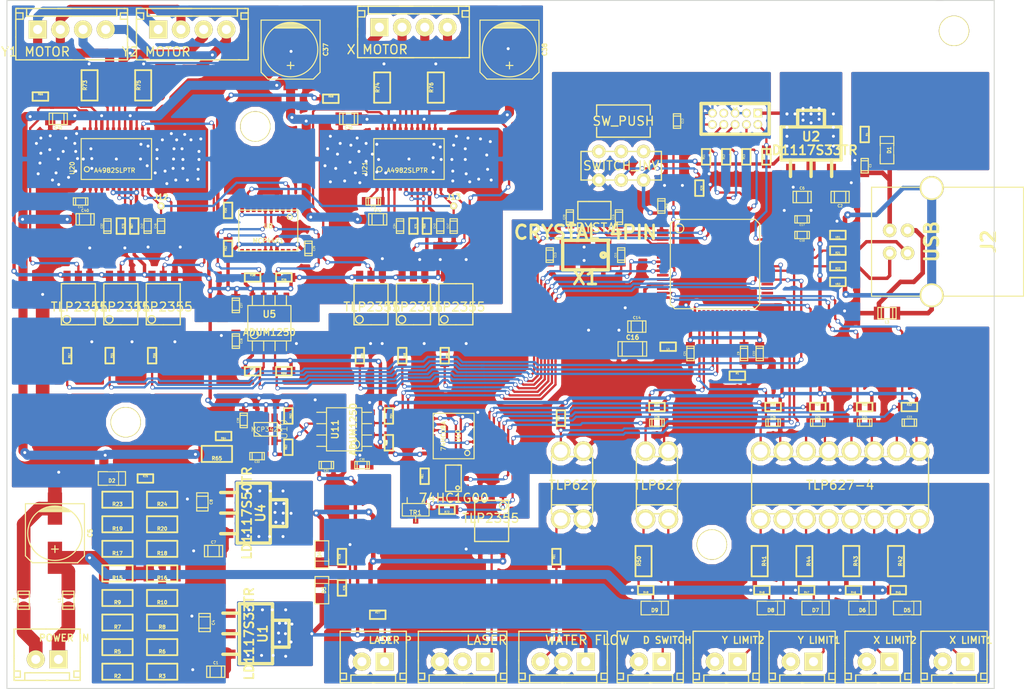
<source format=kicad_pcb>
(kicad_pcb (version 3) (host pcbnew "(2013-07-07 BZR 4022)-stable")
  (title_block (title LaserDSBoard) (rev 1.0.0) (company "smartDIYs Co.,Ltd.") (comment 1 http://www.smartdiys.com/))
  (layers (15 F.Cu signal) (0 B.Cu signal) (18 B.Paste user) (19 F.Paste user) (20 B.SilkS user) (21 F.SilkS user) (22 B.Mask user) (23 F.Mask user) (28 Edge.Cuts user))
  (net 0 "")
  (net 1 +3.3V)
  (net 2 BOOT0)
  (net 3 D12V)
  (net 4 D33V)
  (net 5 D5V)
  (net 6 DGND)
  (net 7 D_SWITCH)
  (net 8 GND)
  (net 9 LASER_OUT)
  (net 10 N-00000100)
  (net 11 N-00000101)
  (net 12 N-00000102)
  (net 13 N-00000103)
  (net 14 N-00000105)
  (net 15 N-00000106)
  (net 16 N-00000107)
  (net 17 N-00000108)
  (net 18 N-00000109)
  (net 19 N-00000110)
  (net 20 N-00000114)
  (net 21 N-00000115)
  (net 22 N-00000116)
  (net 23 N-00000117)
  (net 24 N-00000119)
  (net 25 N-0000012)
  (net 26 N-00000121)
  (net 27 N-00000122)
  (net 28 N-00000123)
  (net 29 N-00000124)
  (net 30 N-00000125)
  (net 31 N-00000126)
  (net 32 N-00000127)
  (net 33 N-00000128)
  (net 34 N-00000129)
  (net 35 N-0000013)
  (net 36 N-00000130)
  (net 37 N-000003)
  (net 38 N-0000034)
  (net 39 N-0000035)
  (net 40 N-0000037)
  (net 41 N-0000038)
  (net 42 N-0000039)
  (net 43 N-000004)
  (net 44 N-0000040)
  (net 45 N-0000041)
  (net 46 N-0000042)
  (net 47 N-0000043)
  (net 48 N-0000044)
  (net 49 N-0000045)
  (net 50 N-0000046)
  (net 51 N-0000047)
  (net 52 N-0000048)
  (net 53 N-0000049)
  (net 54 N-0000050)
  (net 55 N-0000051)
  (net 56 N-0000055)
  (net 57 N-0000056)
  (net 58 N-0000057)
  (net 59 N-0000058)
  (net 60 N-0000059)
  (net 61 N-0000060)
  (net 62 N-0000062)
  (net 63 N-0000063)
  (net 64 N-0000064)
  (net 65 N-0000065)
  (net 66 N-0000066)
  (net 67 N-0000067)
  (net 68 N-0000068)
  (net 69 N-0000069)
  (net 70 N-0000070)
  (net 71 N-0000071)
  (net 72 N-0000072)
  (net 73 N-0000073)
  (net 74 N-0000075)
  (net 75 N-0000076)
  (net 76 N-0000077)
  (net 77 N-0000078)
  (net 78 N-0000079)
  (net 79 N-0000080)
  (net 80 N-0000081)
  (net 81 N-0000082)
  (net 82 N-0000086)
  (net 83 N-0000087)
  (net 84 N-0000089)
  (net 85 N-0000090)
  (net 86 N-0000091)
  (net 87 N-0000092)
  (net 88 N-0000093)
  (net 89 N-0000094)
  (net 90 N-0000095)
  (net 91 N-0000097)
  (net 92 N-0000099)
  (net 93 OSC32_IN)
  (net 94 OSC32_OUT)
  (net 95 OSC_IN)
  (net 96 OSC_OUT)
  (net 97 RESET)
  (net 98 SCL0)
  (net 99 SCL1)
  (net 100 SDA0)
  (net 101 SDA1)
  (net 102 TCK)
  (net 103 TDI)
  (net 104 TDO)
  (net 105 TMS)
  (net 106 USBM)
  (net 107 USBP)
  (net 108 VBUS)
  (net 109 VDDA)
  (net 110 WATER_FLOW)
  (net 111 X_DIR)
  (net 112 X_EN)
  (net 113 X_LIMIT1)
  (net 114 X_LIMIT2)
  (net 115 X_MOT_1A)
  (net 116 X_MOT_1B)
  (net 117 X_MOT_2A)
  (net 118 X_MOT_2B)
  (net 119 X_REF)
  (net 120 X_STEP)
  (net 121 Y_DIR)
  (net 122 Y_EN)
  (net 123 Y_LIMIT1)
  (net 124 Y_LIMIT2)
  (net 125 Y_MOT_1A)
  (net 126 Y_MOT_1B)
  (net 127 Y_MOT_2A)
  (net 128 Y_MOT_2B)
  (net 129 Y_REF)
  (net 130 Y_STEP)
  (module Xtal_5x3.2 (layer F.Cu) (at 296.75 116 180)
    (fp_text reference X1 (at 0 -2.54 180) (layer F.SilkS) (effects (font (size 1.524 1.524) (thickness 0.3048))))
    (fp_text value CRYSTAL_4PIN (at 0 2.54 180) (layer F.SilkS) (effects (font (size 1.524 1.524) (thickness 0.3048))))
    (pad 1 smd rect (at -1.99898 1.19888 180) (size 1.80086 1.19888) (layers F.Cu F.Paste F.Mask) (net 95 OSC_IN))
    (pad 2 smd rect (at 1.99898 1.19888 180) (size 1.80086 1.19888) (layers F.Cu F.Paste F.Mask) (net 8 GND))
    (pad 3 smd rect (at 1.99898 -1.19888 180) (size 1.80086 1.19888) (layers F.Cu F.Paste F.Mask) (net 96 OSC_OUT))
    (pad 4 smd rect (at -1.99898 -1.19888 180) (size 1.80086 1.19888) (layers F.Cu F.Paste F.Mask) (net 8 GND))
  )
  (module Vref (layer F.Cu) (at 282 110.5)
    (fp_text reference J13 (at 0 -1.00076) (layer F.SilkS) (effects (font (size 0.59944 0.59944) (thickness 0.14986))))
    (fp_text value "X VREF" hide)
    (pad 1 thru_hole circle (at 0 0) (size 0.8001 0.8001) (drill 0.39878) (layers *.Cu *.Mask F.SilkS) (net 119 X_REF))
  )
  (module Vref (layer F.Cu) (at 249.25 110.5)
    (fp_text reference J12 (at 0 -1.00076) (layer F.SilkS) (effects (font (size 0.59944 0.59944) (thickness 0.14986))))
    (fp_text value "Y VREF" hide)
    (pad 1 thru_hole circle (at 0 0) (size 0.8001 0.8001) (drill 0.39878) (layers *.Cu *.Mask F.SilkS) (net 129 Y_REF))
  )
  (module USB_B (layer F.Cu) (at 335.5 114.5 90)
    (fp_text reference J2 (at 0 6.35 90) (layer F.SilkS) (effects (font (size 1.524 1.524) (thickness 0.3048))))
    (fp_text value USB (at 0 0 90) (layer F.SilkS) (effects (font (size 1.524 1.524) (thickness 0.3048))))
    (pad 1 thru_hole circle (at 1.27 -4.699 90) (size 1.524 1.524) (drill 0.8128) (layers *.Cu *.Mask F.SilkS) (net 108 VBUS))
    (pad 2 thru_hole circle (at -1.27 -4.699 90) (size 1.524 1.524) (drill 0.8128) (layers *.Cu *.Mask F.SilkS) (net 22 N-00000116))
    (pad 3 thru_hole circle (at -1.27 -2.70002 90) (size 1.524 1.524) (drill 0.8128) (layers *.Cu *.Mask F.SilkS) (net 23 N-00000117))
    (pad 4 thru_hole circle (at 1.27 -2.70002 90) (size 1.524 1.524) (drill 0.8128) (layers *.Cu *.Mask F.SilkS) (net 8 GND))
    (pad 5 thru_hole circle (at 5.99948 0 90) (size 2.70002 2.70002) (drill 2.30124) (layers *.Cu *.Mask F.SilkS) (net 21 N-00000115))
    (pad 6 thru_hole circle (at -5.99948 0 90) (size 2.70002 2.70002) (drill 2.30124) (layers *.Cu *.Mask F.SilkS) (net 21 N-00000115))
  )
  (module TSSOP-24-thin_pads (layer F.Cu) (at 277 105.25)
    (fp_text reference U21 (at -4.9403 1.016 90) (layer F.SilkS) (effects (font (size 0.50038 0.50038) (thickness 0.09906))))
    (fp_text value A4982SLPTR (at -0.1905 1.27) (layer F.SilkS) (effects (font (size 0.50038 0.50038) (thickness 0.09906))))
    (pad 6 smd rect (at -0.32512 2.79908) (size 0.3691 1.47066) (layers F.Cu F.Paste F.Mask) (net 4 D33V))
    (pad 7 smd rect (at 0.32512 2.79908) (size 0.3691 1.47066) (layers F.Cu F.Paste F.Mask) (net 69 N-0000069))
    (pad 8 smd rect (at 0.97536 2.79908) (size 0.3691 1.47066) (layers F.Cu F.Paste F.Mask) (net 68 N-0000068))
    (pad 9 smd rect (at 1.6256 2.79908) (size 0.3691 1.47066) (layers F.Cu F.Paste F.Mask) (net 69 N-0000069))
    (pad 22 smd rect (at -2.26568 -2.794) (size 0.3691 1.47066) (layers F.Cu F.Paste F.Mask) (net 118 X_MOT_2B))
    (pad 3 smd rect (at -2.27584 2.79908) (size 0.3691 1.47066) (layers F.Cu F.Paste F.Mask) (net 70 N-0000070))
    (pad 4 smd rect (at -1.6256 2.79908) (size 0.3691 1.47066) (layers F.Cu F.Paste F.Mask) (net 65 N-0000065))
    (pad 5 smd rect (at -0.97536 2.79908) (size 0.3691 1.47066) (layers F.Cu F.Paste F.Mask) (net 4 D33V))
    (pad 15 smd rect (at 2.27584 -2.79908) (size 0.3691 1.47066) (layers F.Cu F.Paste F.Mask) (net 116 X_MOT_1B))
    (pad 16 smd rect (at 1.6256 -2.79908) (size 0.3691 1.47066) (layers F.Cu F.Paste F.Mask) (net 3 D12V))
    (pad 17 smd rect (at 0.97536 -2.79908) (size 0.3691 1.47066) (layers F.Cu F.Paste F.Mask) (net 67 N-0000067))
    (pad 18 smd rect (at 0.32512 -2.79908) (size 0.3691 1.47066) (layers F.Cu F.Paste F.Mask) (net 115 X_MOT_1A))
    (pad 19 smd rect (at -0.32512 -2.79908) (size 0.3691 1.47066) (layers F.Cu F.Paste F.Mask) (net 117 X_MOT_2A))
    (pad 20 smd rect (at -0.97536 -2.79908) (size 0.3691 1.47066) (layers F.Cu F.Paste F.Mask) (net 66 N-0000066))
    (pad 10 smd rect (at 2.27584 2.79908) (size 0.3691 1.47066) (layers F.Cu F.Paste F.Mask) (net 4 D33V))
    (pad 21 smd rect (at -1.6256 -2.794) (size 0.3691 1.47066) (layers F.Cu F.Paste F.Mask) (net 3 D12V))
    (pad 2 smd rect (at -2.92608 2.79908) (size 0.3691 1.47066) (layers F.Cu F.Paste F.Mask) (net 41 N-0000038))
    (pad 11 smd rect (at 2.92608 2.79908) (size 0.3691 1.47066) (layers F.Cu F.Paste F.Mask) (net 45 N-0000041))
    (pad 14 smd rect (at 2.92608 -2.79908) (size 0.3691 1.47066) (layers F.Cu F.Paste F.Mask) (net 71 N-0000071))
    (pad 23 smd rect (at -2.92608 -2.79908) (size 0.3691 1.47066) (layers F.Cu F.Paste F.Mask) (net 63 N-0000063))
    (pad 1 smd rect (at -3.57378 2.79908) (size 0.3691 1.47066) (layers F.Cu F.Paste F.Mask) (net 40 N-0000037))
    (pad 12 smd rect (at 3.57378 2.79908) (size 0.3691 1.47066) (layers F.Cu F.Paste F.Mask) (net 119 X_REF))
    (pad 13 smd rect (at 3.57378 -2.79908) (size 0.3691 1.47066) (layers F.Cu F.Paste F.Mask) (net 6 DGND))
    (pad 24 smd rect (at -3.57378 -2.79908) (size 0.3691 1.47066) (layers F.Cu F.Paste F.Mask) (net 6 DGND))
    (pad 25 smd rect (at 0 0) (size 4.32054 2.99974) (layers F.Cu F.Paste F.Mask) (net 6 DGND))
    (pad 26 smd rect (at 0 0) (size 20 6.5) (layers B.Cu B.Paste B.Mask) (net 6 DGND))
  )
  (module TSSOP-24-thin_pads (layer F.Cu) (at 244.25 105.25)
    (fp_text reference U20 (at -4.9403 1.016 90) (layer F.SilkS) (effects (font (size 0.50038 0.50038) (thickness 0.09906))))
    (fp_text value A4982SLPTR (at -0.1905 1.27) (layer F.SilkS) (effects (font (size 0.50038 0.50038) (thickness 0.09906))))
    (pad 6 smd rect (at -0.32512 2.79908) (size 0.3691 1.47066) (layers F.Cu F.Paste F.Mask) (net 4 D33V))
    (pad 7 smd rect (at 0.32512 2.79908) (size 0.3691 1.47066) (layers F.Cu F.Paste F.Mask) (net 58 N-0000057))
    (pad 8 smd rect (at 0.97536 2.79908) (size 0.3691 1.47066) (layers F.Cu F.Paste F.Mask) (net 59 N-0000058))
    (pad 9 smd rect (at 1.6256 2.79908) (size 0.3691 1.47066) (layers F.Cu F.Paste F.Mask) (net 58 N-0000057))
    (pad 22 smd rect (at -2.26568 -2.794) (size 0.3691 1.47066) (layers F.Cu F.Paste F.Mask) (net 128 Y_MOT_2B))
    (pad 3 smd rect (at -2.27584 2.79908) (size 0.3691 1.47066) (layers F.Cu F.Paste F.Mask) (net 57 N-0000056))
    (pad 4 smd rect (at -1.6256 2.79908) (size 0.3691 1.47066) (layers F.Cu F.Paste F.Mask) (net 56 N-0000055))
    (pad 5 smd rect (at -0.97536 2.79908) (size 0.3691 1.47066) (layers F.Cu F.Paste F.Mask) (net 4 D33V))
    (pad 15 smd rect (at 2.27584 -2.79908) (size 0.3691 1.47066) (layers F.Cu F.Paste F.Mask) (net 126 Y_MOT_1B))
    (pad 16 smd rect (at 1.6256 -2.79908) (size 0.3691 1.47066) (layers F.Cu F.Paste F.Mask) (net 3 D12V))
    (pad 17 smd rect (at 0.97536 -2.79908) (size 0.3691 1.47066) (layers F.Cu F.Paste F.Mask) (net 60 N-0000059))
    (pad 18 smd rect (at 0.32512 -2.79908) (size 0.3691 1.47066) (layers F.Cu F.Paste F.Mask) (net 125 Y_MOT_1A))
    (pad 19 smd rect (at -0.32512 -2.79908) (size 0.3691 1.47066) (layers F.Cu F.Paste F.Mask) (net 127 Y_MOT_2A))
    (pad 20 smd rect (at -0.97536 -2.79908) (size 0.3691 1.47066) (layers F.Cu F.Paste F.Mask) (net 61 N-0000060))
    (pad 10 smd rect (at 2.27584 2.79908) (size 0.3691 1.47066) (layers F.Cu F.Paste F.Mask) (net 4 D33V))
    (pad 21 smd rect (at -1.6256 -2.794) (size 0.3691 1.47066) (layers F.Cu F.Paste F.Mask) (net 3 D12V))
    (pad 2 smd rect (at -2.92608 2.79908) (size 0.3691 1.47066) (layers F.Cu F.Paste F.Mask) (net 42 N-0000039))
    (pad 11 smd rect (at 2.92608 2.79908) (size 0.3691 1.47066) (layers F.Cu F.Paste F.Mask) (net 64 N-0000064))
    (pad 14 smd rect (at 2.92608 -2.79908) (size 0.3691 1.47066) (layers F.Cu F.Paste F.Mask) (net 72 N-0000072))
    (pad 23 smd rect (at -2.92608 -2.79908) (size 0.3691 1.47066) (layers F.Cu F.Paste F.Mask) (net 73 N-0000073))
    (pad 1 smd rect (at -3.57378 2.79908) (size 0.3691 1.47066) (layers F.Cu F.Paste F.Mask) (net 44 N-0000040))
    (pad 12 smd rect (at 3.57378 2.79908) (size 0.3691 1.47066) (layers F.Cu F.Paste F.Mask) (net 129 Y_REF))
    (pad 13 smd rect (at 3.57378 -2.79908) (size 0.3691 1.47066) (layers F.Cu F.Paste F.Mask) (net 6 DGND))
    (pad 24 smd rect (at -3.57378 -2.79908) (size 0.3691 1.47066) (layers F.Cu F.Paste F.Mask) (net 6 DGND))
    (pad 25 smd rect (at 0 0) (size 4.32054 2.99974) (layers F.Cu F.Paste F.Mask) (net 6 DGND))
    (pad 26 smd rect (at 0 0) (size 20 6.5) (layers B.Cu B.Paste B.Mask) (net 6 DGND))
  )
  (module TSSOP-20 (layer F.Cu) (at 261.25 113.25 180)
    (fp_text reference U8 (at 0 0.508 180) (layer F.SilkS) (effects (font (size 0.50038 0.50038) (thickness 0.09906))))
    (fp_text value MCP44X1 (at 0 -1.143 180) (layer F.SilkS) (effects (font (size 0.50038 0.50038) (thickness 0.09906))))
    (pad 5 smd rect (at -0.32512 2.79908 180) (size 0.4191 1.47066) (layers F.Cu F.Paste F.Mask) (net 35 N-0000013))
    (pad 6 smd rect (at 0.32512 2.79908 180) (size 0.4191 1.47066) (layers F.Cu F.Paste F.Mask) (net 46 N-0000042))
    (pad 7 smd rect (at 0.97536 2.79908 180) (size 0.4191 1.47066) (layers F.Cu F.Paste F.Mask) (net 6 DGND))
    (pad 8 smd rect (at 1.6256 2.79908 180) (size 0.4191 1.47066) (layers F.Cu F.Paste F.Mask) (net 6 DGND))
    (pad 19 smd rect (at -2.26568 -2.794 180) (size 0.4191 1.47066) (layers F.Cu F.Paste F.Mask))
    (pad 2 smd rect (at -2.27584 2.79908 180) (size 0.4191 1.47066) (layers F.Cu F.Paste F.Mask) (net 129 Y_REF))
    (pad 3 smd rect (at -1.6256 2.79908 180) (size 0.4191 1.47066) (layers F.Cu F.Paste F.Mask) (net 6 DGND))
    (pad 4 smd rect (at -0.97536 2.79908 180) (size 0.4191 1.47066) (layers F.Cu F.Paste F.Mask) (net 6 DGND))
    (pad 12 smd rect (at 2.27584 -2.79908 180) (size 0.4191 1.47066) (layers F.Cu F.Paste F.Mask))
    (pad 13 smd rect (at 1.6256 -2.79908 180) (size 0.4191 1.47066) (layers F.Cu F.Paste F.Mask))
    (pad 14 smd rect (at 0.97536 -2.79908 180) (size 0.4191 1.47066) (layers F.Cu F.Paste F.Mask))
    (pad 15 smd rect (at 0.32512 -2.79908 180) (size 0.4191 1.47066) (layers F.Cu F.Paste F.Mask) (net 62 N-0000062))
    (pad 16 smd rect (at -0.32512 -2.79908 180) (size 0.4191 1.47066) (layers F.Cu F.Paste F.Mask) (net 6 DGND))
    (pad 17 smd rect (at -0.97536 -2.79908 180) (size 0.4191 1.47066) (layers F.Cu F.Paste F.Mask) (net 4 D33V))
    (pad 9 smd rect (at 2.27584 2.79908 180) (size 0.4191 1.47066) (layers F.Cu F.Paste F.Mask) (net 119 X_REF))
    (pad 18 smd rect (at -1.6256 -2.794 180) (size 0.4191 1.47066) (layers F.Cu F.Paste F.Mask))
    (pad 1 smd rect (at -2.92608 2.79908 180) (size 0.4191 1.47066) (layers F.Cu F.Paste F.Mask) (net 25 N-0000012))
    (pad 10 smd rect (at 2.92608 2.79908 180) (size 0.4191 1.47066) (layers F.Cu F.Paste F.Mask) (net 25 N-0000012))
    (pad 11 smd rect (at 2.92608 -2.79908 180) (size 0.4191 1.47066) (layers F.Cu F.Paste F.Mask))
    (pad 20 smd rect (at -2.92608 -2.79908 180) (size 0.4191 1.47066) (layers F.Cu F.Paste F.Mask))
  )
  (module TSSOP-14 (layer F.Cu) (at 282 136.25 90)
    (fp_text reference U10 (at 0 0.508 90) (layer F.SilkS) (effects (font (size 0.50038 0.50038) (thickness 0.09906))))
    (fp_text value 74HC08A (at 0 -1.143 90) (layer F.SilkS) (effects (font (size 0.50038 0.50038) (thickness 0.09906))))
    (pad 4 smd rect (at 0 2.79908 90) (size 0.4191 1.47066) (layers F.Cu F.Paste F.Mask) (net 123 Y_LIMIT1))
    (pad 5 smd rect (at 0.65024 2.79908 90) (size 0.4191 1.47066) (layers F.Cu F.Paste F.Mask) (net 124 Y_LIMIT2))
    (pad 6 smd rect (at 1.30048 2.79908 90) (size 0.4191 1.47066) (layers F.Cu F.Paste F.Mask) (net 12 N-00000102))
    (pad 7 smd rect (at 1.95072 2.79908 90) (size 0.4191 1.47066) (layers F.Cu F.Paste F.Mask) (net 8 GND))
    (pad 8 smd rect (at 1.95072 -2.79908 90) (size 0.4191 1.47066) (layers F.Cu F.Paste F.Mask) (net 18 N-00000109))
    (pad 1 smd rect (at -1.95072 2.79908 90) (size 0.4191 1.47066) (layers F.Cu F.Paste F.Mask) (net 113 X_LIMIT1))
    (pad 2 smd rect (at -1.30048 2.79908 90) (size 0.4191 1.47066) (layers F.Cu F.Paste F.Mask) (net 114 X_LIMIT2))
    (pad 3 smd rect (at -0.65024 2.79908 90) (size 0.4191 1.47066) (layers F.Cu F.Paste F.Mask) (net 11 N-00000101))
    (pad 9 smd rect (at 1.30048 -2.79908 90) (size 0.4191 1.47066) (layers F.Cu F.Paste F.Mask) (net 11 N-00000101))
    (pad 10 smd rect (at 0.65024 -2.79908 90) (size 0.4191 1.47066) (layers F.Cu F.Paste F.Mask) (net 12 N-00000102))
    (pad 11 smd rect (at 0 -2.79908 90) (size 0.4191 1.47066) (layers F.Cu F.Paste F.Mask))
    (pad 12 smd rect (at -0.65024 -2.79908 90) (size 0.4191 1.47066) (layers F.Cu F.Paste F.Mask))
    (pad 13 smd rect (at -1.30048 -2.79908 90) (size 0.4191 1.47066) (layers F.Cu F.Paste F.Mask))
    (pad 14 smd rect (at -1.95072 -2.79908 90) (size 0.4191 1.47066) (layers F.Cu F.Paste F.Mask) (net 1 +3.3V))
  )
  (module TSOP-5 (layer F.Cu) (at 282 141 180)
    (fp_text reference U18 hide)
    (fp_text value 74HC1G00 (at 0 -2.2 180) (layer F.SilkS))
    (pad 1 smd rect (at -1.2 -0.95 180) (size 1 0.55) (layers F.Cu F.Paste F.Mask) (net 18 N-00000109))
    (pad 2 smd rect (at -1.2 0 180) (size 1 0.55) (layers F.Cu F.Paste F.Mask) (net 7 D_SWITCH))
    (pad 3 smd rect (at -1.2 0.95 180) (size 1 0.55) (layers F.Cu F.Paste F.Mask) (net 8 GND))
    (pad 4 smd rect (at 1.2 0.95 180) (size 1 0.55) (layers F.Cu F.Paste F.Mask) (net 37 N-000003))
    (pad 5 smd rect (at 1.2 -0.95 180) (size 1 0.55) (layers F.Cu F.Paste F.Mask) (net 1 +3.3V))
  )
  (module TLP627-4 (layer F.Cu) (at 325.25 141.75)
    (fp_text reference U6 hide)
    (fp_text value TLP627-4 (at 0 0) (layer F.SilkS))
    (pad 1 thru_hole circle (at -8.89 3.81) (size 2.2 2.2) (drill 1.5) (layers *.Cu *.Mask F.SilkS) (net 50 N-0000046))
    (pad 2 thru_hole circle (at -6.35 3.81) (size 2.2 2.2) (drill 1.5) (layers *.Cu *.Mask F.SilkS) (net 90 N-0000095))
    (pad 3 thru_hole circle (at -3.81 3.81) (size 2.2 2.2) (drill 1.5) (layers *.Cu *.Mask F.SilkS) (net 51 N-0000047))
    (pad 4 thru_hole circle (at -1.27 3.81) (size 2.2 2.2) (drill 1.5) (layers *.Cu *.Mask F.SilkS) (net 87 N-0000092))
    (pad 5 thru_hole circle (at 1.27 3.81) (size 2.2 2.2) (drill 1.5) (layers *.Cu *.Mask F.SilkS) (net 52 N-0000048))
    (pad 6 thru_hole circle (at 3.81 3.81) (size 2.2 2.2) (drill 1.5) (layers *.Cu *.Mask F.SilkS) (net 88 N-0000093))
    (pad 7 thru_hole circle (at 6.35 3.81) (size 2.2 2.2) (drill 1.5) (layers *.Cu *.Mask F.SilkS) (net 91 N-0000097))
    (pad 8 thru_hole circle (at 8.89 3.81) (size 2.2 2.2) (drill 1.5) (layers *.Cu *.Mask F.SilkS) (net 89 N-0000094))
    (pad 9 thru_hole circle (at 8.89 -3.81) (size 2.2 2.2) (drill 1.5) (layers *.Cu *.Mask F.SilkS) (net 8 GND))
    (pad 10 thru_hole circle (at 6.35 -3.81) (size 2.2 2.2) (drill 1.5) (layers *.Cu *.Mask F.SilkS) (net 113 X_LIMIT1))
    (pad 11 thru_hole circle (at 3.81 -3.81) (size 2.2 2.2) (drill 1.5) (layers *.Cu *.Mask F.SilkS) (net 8 GND))
    (pad 12 thru_hole circle (at 1.27 -3.81) (size 2.2 2.2) (drill 1.5) (layers *.Cu *.Mask F.SilkS) (net 114 X_LIMIT2))
    (pad 13 thru_hole circle (at -1.27 -3.81) (size 2.2 2.2) (drill 1.5) (layers *.Cu *.Mask F.SilkS) (net 8 GND))
    (pad 14 thru_hole circle (at -3.81 -3.81) (size 2.2 2.2) (drill 1.5) (layers *.Cu *.Mask F.SilkS) (net 123 Y_LIMIT1))
    (pad 15 thru_hole circle (at -6.35 -3.81) (size 2.2 2.2) (drill 1.5) (layers *.Cu *.Mask F.SilkS) (net 8 GND))
    (pad 16 thru_hole circle (at -8.89 -3.81) (size 2.2 2.2) (drill 1.5) (layers *.Cu *.Mask F.SilkS) (net 124 Y_LIMIT2))
  )
  (module TLP627 (layer F.Cu) (at 304.75 141.75)
    (fp_text reference U7 hide)
    (fp_text value TLP627 (at 0.127 0) (layer F.SilkS))
    (pad 1 thru_hole circle (at -1.27 3.81) (size 2.2 2.2) (drill 1.5) (layers *.Cu *.Mask F.SilkS) (net 79 N-0000080))
    (pad 2 thru_hole circle (at 1.27 3.81) (size 2.2 2.2) (drill 1.5) (layers *.Cu *.Mask F.SilkS) (net 78 N-0000079))
    (pad 3 thru_hole circle (at 1.27 -3.81) (size 2.2 2.2) (drill 1.5) (layers *.Cu *.Mask F.SilkS) (net 8 GND))
    (pad 4 thru_hole circle (at -1.27 -3.81) (size 2.2 2.2) (drill 1.5) (layers *.Cu *.Mask F.SilkS) (net 7 D_SWITCH))
  )
  (module TLP627 (layer F.Cu) (at 295.25 141.75)
    (fp_text reference U9 hide)
    (fp_text value TLP627 (at 0.127 0) (layer F.SilkS))
    (pad 1 thru_hole circle (at -1.27 3.81) (size 2.2 2.2) (drill 1.5) (layers *.Cu *.Mask F.SilkS) (net 80 N-0000081))
    (pad 2 thru_hole circle (at 1.27 3.81) (size 2.2 2.2) (drill 1.5) (layers *.Cu *.Mask F.SilkS) (net 6 DGND))
    (pad 3 thru_hole circle (at 1.27 -3.81) (size 2.2 2.2) (drill 1.5) (layers *.Cu *.Mask F.SilkS) (net 8 GND))
    (pad 4 thru_hole circle (at -1.27 -3.81) (size 2.2 2.2) (drill 1.5) (layers *.Cu *.Mask F.SilkS) (net 110 WATER_FLOW))
  )
  (module TLP2355 (layer F.Cu) (at 272.75 121.5)
    (fp_text reference U17 hide)
    (fp_text value TLP2355 (at 0.1 0.3) (layer F.SilkS))
    (pad 1 smd rect (at -1.27 3.15) (size 0.8 1.2) (layers F.Cu F.Paste F.Mask) (net 82 N-0000086))
    (pad 3 smd rect (at 1.27 3.15) (size 0.8 1.2) (layers F.Cu F.Paste F.Mask) (net 8 GND))
    (pad 4 smd rect (at 1.27 -3.15) (size 0.8 1.2) (layers F.Cu F.Paste F.Mask) (net 6 DGND))
    (pad 5 smd rect (at 0 -3.15) (size 0.8 1.2) (layers F.Cu F.Paste F.Mask) (net 63 N-0000063))
    (pad 6 smd rect (at -1.27 -3.15) (size 0.8 1.2) (layers F.Cu F.Paste F.Mask) (net 4 D33V))
  )
  (module TLP2355 (layer F.Cu) (at 244.75 121.5)
    (fp_text reference U12 hide)
    (fp_text value TLP2355 (at 0.1 0.3) (layer F.SilkS))
    (pad 1 smd rect (at -1.27 3.15) (size 0.8 1.2) (layers F.Cu F.Paste F.Mask) (net 75 N-0000076))
    (pad 3 smd rect (at 1.27 3.15) (size 0.8 1.2) (layers F.Cu F.Paste F.Mask) (net 8 GND))
    (pad 4 smd rect (at 1.27 -3.15) (size 0.8 1.2) (layers F.Cu F.Paste F.Mask) (net 6 DGND))
    (pad 5 smd rect (at 0 -3.15) (size 0.8 1.2) (layers F.Cu F.Paste F.Mask) (net 64 N-0000064))
    (pad 6 smd rect (at -1.27 -3.15) (size 0.8 1.2) (layers F.Cu F.Paste F.Mask) (net 4 D33V))
  )
  (module TLP2355 (layer F.Cu) (at 282.25 121.5)
    (fp_text reference U16 hide)
    (fp_text value TLP2355 (at 0.1 0.3) (layer F.SilkS))
    (pad 1 smd rect (at -1.27 3.15) (size 0.8 1.2) (layers F.Cu F.Paste F.Mask) (net 84 N-0000089))
    (pad 3 smd rect (at 1.27 3.15) (size 0.8 1.2) (layers F.Cu F.Paste F.Mask) (net 8 GND))
    (pad 4 smd rect (at 1.27 -3.15) (size 0.8 1.2) (layers F.Cu F.Paste F.Mask) (net 6 DGND))
    (pad 5 smd rect (at 0 -3.15) (size 0.8 1.2) (layers F.Cu F.Paste F.Mask) (net 71 N-0000071))
    (pad 6 smd rect (at -1.27 -3.15) (size 0.8 1.2) (layers F.Cu F.Paste F.Mask) (net 4 D33V))
  )
  (module TLP2355 (layer F.Cu) (at 249.5 121.5)
    (fp_text reference U13 hide)
    (fp_text value TLP2355 (at 0.1 0.3) (layer F.SilkS))
    (pad 1 smd rect (at -1.27 3.15) (size 0.8 1.2) (layers F.Cu F.Paste F.Mask) (net 76 N-0000077))
    (pad 3 smd rect (at 1.27 3.15) (size 0.8 1.2) (layers F.Cu F.Paste F.Mask) (net 8 GND))
    (pad 4 smd rect (at 1.27 -3.15) (size 0.8 1.2) (layers F.Cu F.Paste F.Mask) (net 6 DGND))
    (pad 5 smd rect (at 0 -3.15) (size 0.8 1.2) (layers F.Cu F.Paste F.Mask) (net 72 N-0000072))
    (pad 6 smd rect (at -1.27 -3.15) (size 0.8 1.2) (layers F.Cu F.Paste F.Mask) (net 4 D33V))
  )
  (module TLP2355 (layer F.Cu) (at 277.5 121.5)
    (fp_text reference U15 hide)
    (fp_text value TLP2355 (at 0.1 0.3) (layer F.SilkS))
    (pad 1 smd rect (at -1.27 3.15) (size 0.8 1.2) (layers F.Cu F.Paste F.Mask) (net 83 N-0000087))
    (pad 3 smd rect (at 1.27 3.15) (size 0.8 1.2) (layers F.Cu F.Paste F.Mask) (net 8 GND))
    (pad 4 smd rect (at 1.27 -3.15) (size 0.8 1.2) (layers F.Cu F.Paste F.Mask) (net 6 DGND))
    (pad 5 smd rect (at 0 -3.15) (size 0.8 1.2) (layers F.Cu F.Paste F.Mask) (net 45 N-0000041))
    (pad 6 smd rect (at -1.27 -3.15) (size 0.8 1.2) (layers F.Cu F.Paste F.Mask) (net 4 D33V))
  )
  (module TLP2355 (layer F.Cu) (at 286.25 145.75 180)
    (fp_text reference U22 hide)
    (fp_text value TLP2355 (at 0.1 0.3 180) (layer F.SilkS))
    (pad 1 smd rect (at -1.27 3.15 180) (size 0.8 1.2) (layers F.Cu F.Paste F.Mask) (net 13 N-00000103))
    (pad 3 smd rect (at 1.27 3.15 180) (size 0.8 1.2) (layers F.Cu F.Paste F.Mask) (net 8 GND))
    (pad 4 smd rect (at 1.27 -3.15 180) (size 0.8 1.2) (layers F.Cu F.Paste F.Mask) (net 6 DGND))
    (pad 5 smd rect (at 0 -3.15 180) (size 0.8 1.2) (layers F.Cu F.Paste F.Mask) (net 20 N-00000114))
    (pad 6 smd rect (at -1.27 -3.15 180) (size 0.8 1.2) (layers F.Cu F.Paste F.Mask) (net 5 D5V))
  )
  (module TLP2355 (layer F.Cu) (at 240 121.5)
    (fp_text reference U14 hide)
    (fp_text value TLP2355 (at 0.1 0.3) (layer F.SilkS))
    (pad 1 smd rect (at -1.27 3.15) (size 0.8 1.2) (layers F.Cu F.Paste F.Mask) (net 74 N-0000075))
    (pad 3 smd rect (at 1.27 3.15) (size 0.8 1.2) (layers F.Cu F.Paste F.Mask) (net 8 GND))
    (pad 4 smd rect (at 1.27 -3.15) (size 0.8 1.2) (layers F.Cu F.Paste F.Mask) (net 6 DGND))
    (pad 5 smd rect (at 0 -3.15) (size 0.8 1.2) (layers F.Cu F.Paste F.Mask) (net 73 N-0000073))
    (pad 6 smd rect (at -1.27 -3.15) (size 0.8 1.2) (layers F.Cu F.Paste F.Mask) (net 4 D33V))
  )
  (module SOT23_6 (layer F.Cu) (at 261 135.5)
    (fp_text reference U19 (at 1.99898 0 90) (layer F.SilkS) (effects (font (size 0.762 0.762) (thickness 0.0762))))
    (fp_text value MCP3425 (at 0.0635 0) (layer F.SilkS) (effects (font (size 0.50038 0.50038) (thickness 0.0762))))
    (pad 6 smd rect (at -0.9525 -1.27) (size 0.70104 1.00076) (layers F.Cu F.Paste F.Mask) (net 6 DGND))
    (pad 5 smd rect (at 0 -1.27) (size 0.70104 1.00076) (layers F.Cu F.Paste F.Mask) (net 4 D33V))
    (pad 4 smd rect (at 0.9525 -1.27) (size 0.70104 1.00076) (layers F.Cu F.Paste F.Mask) (net 85 N-0000090))
    (pad 3 smd rect (at 0.9525 1.27) (size 0.70104 1.00076) (layers F.Cu F.Paste F.Mask) (net 86 N-0000091))
    (pad 2 smd rect (at 0 1.27) (size 0.70104 1.00076) (layers F.Cu F.Paste F.Mask) (net 6 DGND))
    (pad 1 smd rect (at -0.9525 1.27) (size 0.70104 1.00076) (layers F.Cu F.Paste F.Mask) (net 10 N-00000100))
  )
  (module SOT-23 (layer F.Cu) (at 277.75 144.5 180)
    (fp_text reference TR1 (at 0.0254 -0.3302 180) (layer F.SilkS) (effects (font (size 0.50038 0.50038) (thickness 0.09906))))
    (fp_text value BSH105 hide)
    (pad G smd rect (at -0.9525 1.05664 180) (size 0.59944 1.00076) (layers F.Cu F.Paste F.Mask) (net 43 N-000004))
    (pad D smd rect (at 0 -1.05664 180) (size 0.59944 1.00076) (layers F.Cu F.Paste F.Mask) (net 9 LASER_OUT))
    (pad S smd rect (at 0.9525 1.05664 180) (size 0.59944 1.00076) (layers F.Cu F.Paste F.Mask) (net 8 GND))
  )
  (module SOT-223 (layer F.Cu) (at 322 103.5)
    (fp_text reference U2 (at 0 -0.762) (layer F.SilkS) (effects (font (size 1.016 1.016) (thickness 0.2032))))
    (fp_text value LD1117S33TR (at 0 0.762) (layer F.SilkS) (effects (font (size 1.016 1.016) (thickness 0.2032))))
    (pad 4 smd rect (at 0 -3.302) (size 3.6576 2.032) (layers F.Cu F.Paste F.Mask) (net 1 +3.3V))
    (pad 2 smd rect (at 0 3.302) (size 1.016 2.032) (layers F.Cu F.Paste F.Mask) (net 1 +3.3V))
    (pad 3 smd rect (at 2.286 3.302) (size 1.016 2.032) (layers F.Cu F.Paste F.Mask) (net 108 VBUS))
    (pad 1 smd rect (at -2.286 3.302) (size 1.016 2.032) (layers F.Cu F.Paste F.Mask) (net 8 GND))
  )
  (module SOT-223 (layer F.Cu) (at 259.625 144.875 270)
    (fp_text reference U4 (at 0 -0.762 270) (layer F.SilkS) (effects (font (size 1.016 1.016) (thickness 0.2032))))
    (fp_text value LD1117S50TR (at 0 0.762 270) (layer F.SilkS) (effects (font (size 1.016 1.016) (thickness 0.2032))))
    (pad 4 smd rect (at 0 -3.302 270) (size 3.6576 2.032) (layers F.Cu F.Paste F.Mask) (net 5 D5V))
    (pad 2 smd rect (at 0 3.302 270) (size 1.016 2.032) (layers F.Cu F.Paste F.Mask) (net 5 D5V))
    (pad 3 smd rect (at 2.286 3.302 270) (size 1.016 2.032) (layers F.Cu F.Paste F.Mask) (net 36 N-00000130))
    (pad 1 smd rect (at -2.286 3.302 270) (size 1.016 2.032) (layers F.Cu F.Paste F.Mask) (net 6 DGND))
  )
  (module SOT-223 (layer F.Cu) (at 259.875 158.375 270)
    (fp_text reference U1 (at 0 -0.762 270) (layer F.SilkS) (effects (font (size 1.016 1.016) (thickness 0.2032))))
    (fp_text value LD1117S33TR (at 0 0.762 270) (layer F.SilkS) (effects (font (size 1.016 1.016) (thickness 0.2032))))
    (pad 4 smd rect (at 0 -3.302 270) (size 3.6576 2.032) (layers F.Cu F.Paste F.Mask) (net 4 D33V))
    (pad 2 smd rect (at 0 3.302 270) (size 1.016 2.032) (layers F.Cu F.Paste F.Mask) (net 4 D33V))
    (pad 3 smd rect (at 2.286 3.302 270) (size 1.016 2.032) (layers F.Cu F.Paste F.Mask) (net 34 N-00000129))
    (pad 1 smd rect (at -2.286 3.302 270) (size 1.016 2.032) (layers F.Cu F.Paste F.Mask) (net 6 DGND))
  )
  (module SOIC-8 (layer F.Cu) (at 261.375 123.625)
    (fp_text reference U5 (at 0 -1.016) (layer F.SilkS) (effects (font (size 0.7493 0.7493) (thickness 0.14986))))
    (fp_text value ADUM1250 (at 0 1.016) (layer F.SilkS) (effects (font (size 0.7493 0.7493) (thickness 0.14986))))
    (pad 1 smd rect (at -1.905 2.794) (size 0.635 1.27) (layers F.Cu F.Paste F.Mask) (net 1 +3.3V))
    (pad 2 smd rect (at -0.635 2.794) (size 0.635 1.27) (layers F.Cu F.Paste F.Mask) (net 100 SDA0))
    (pad 3 smd rect (at 0.635 2.794) (size 0.635 1.27) (layers F.Cu F.Paste F.Mask) (net 98 SCL0))
    (pad 4 smd rect (at 1.905 2.794) (size 0.635 1.27) (layers F.Cu F.Paste F.Mask) (net 8 GND))
    (pad 5 smd rect (at 1.905 -2.794) (size 0.635 1.27) (layers F.Cu F.Paste F.Mask) (net 6 DGND))
    (pad 6 smd rect (at 0.635 -2.794) (size 0.635 1.27) (layers F.Cu F.Paste F.Mask) (net 35 N-0000013))
    (pad 7 smd rect (at -0.635 -2.794) (size 0.635 1.27) (layers F.Cu F.Paste F.Mask) (net 46 N-0000042))
    (pad 8 smd rect (at -1.905 -2.794) (size 0.635 1.27) (layers F.Cu F.Paste F.Mask) (net 4 D33V))
  )
  (module SOIC-8 (layer F.Cu) (at 269.75 135.5 90)
    (fp_text reference U11 (at 0 -1.016 90) (layer F.SilkS) (effects (font (size 0.7493 0.7493) (thickness 0.14986))))
    (fp_text value ADUM1250 (at 0 1.016 90) (layer F.SilkS) (effects (font (size 0.7493 0.7493) (thickness 0.14986))))
    (pad 1 smd rect (at -1.905 2.794 90) (size 0.635 1.27) (layers F.Cu F.Paste F.Mask) (net 1 +3.3V))
    (pad 2 smd rect (at -0.635 2.794 90) (size 0.635 1.27) (layers F.Cu F.Paste F.Mask) (net 101 SDA1))
    (pad 3 smd rect (at 0.635 2.794 90) (size 0.635 1.27) (layers F.Cu F.Paste F.Mask) (net 99 SCL1))
    (pad 4 smd rect (at 1.905 2.794 90) (size 0.635 1.27) (layers F.Cu F.Paste F.Mask) (net 8 GND))
    (pad 5 smd rect (at 1.905 -2.794 90) (size 0.635 1.27) (layers F.Cu F.Paste F.Mask) (net 6 DGND))
    (pad 6 smd rect (at 0.635 -2.794 90) (size 0.635 1.27) (layers F.Cu F.Paste F.Mask) (net 86 N-0000091))
    (pad 7 smd rect (at -0.635 -2.794 90) (size 0.635 1.27) (layers F.Cu F.Paste F.Mask) (net 85 N-0000090))
    (pad 8 smd rect (at -1.905 -2.794 90) (size 0.635 1.27) (layers F.Cu F.Paste F.Mask) (net 4 D33V))
  )
  (module R_1206 (layer F.Cu) (at 249.375 157.125 180)
    (fp_text reference R8 (at 0 -0.50038 180) (layer F.SilkS) (effects (font (size 0.39878 0.39878) (thickness 0.09906))))
    (fp_text value 220R hide)
    (pad 1 smd rect (at -1.50114 0 180) (size 1.15062 1.80086) (layers F.Cu F.Paste F.Mask) (net 34 N-00000129))
    (pad 2 smd rect (at 1.50114 0 180) (size 1.15062 1.80086) (layers F.Cu F.Paste F.Mask) (net 31 N-00000126))
  )
  (module R_1206 (layer F.Cu) (at 249.375 151.625 180)
    (fp_text reference R16 (at 0 -0.50038 180) (layer F.SilkS) (effects (font (size 0.39878 0.39878) (thickness 0.09906))))
    (fp_text value 220R hide)
    (pad 1 smd rect (at -1.50114 0 180) (size 1.15062 1.80086) (layers F.Cu F.Paste F.Mask) (net 36 N-00000130))
    (pad 2 smd rect (at 1.50114 0 180) (size 1.15062 1.80086) (layers F.Cu F.Paste F.Mask) (net 29 N-00000124))
  )
  (module R_1206 (layer F.Cu) (at 274 97.25 90)
    (fp_text reference R74 (at 0 -0.50038 90) (layer F.SilkS) (effects (font (size 0.39878 0.39878) (thickness 0.09906))))
    (fp_text value 0R1 hide)
    (pad 1 smd rect (at -1.50114 0 90) (size 1.15062 1.80086) (layers F.Cu F.Paste F.Mask) (net 66 N-0000066))
    (pad 2 smd rect (at 1.50114 0 90) (size 1.15062 1.80086) (layers F.Cu F.Paste F.Mask) (net 6 DGND))
  )
  (module R_1206 (layer F.Cu) (at 249.375 154.375 180)
    (fp_text reference R10 (at 0 -0.50038 180) (layer F.SilkS) (effects (font (size 0.39878 0.39878) (thickness 0.09906))))
    (fp_text value 220R hide)
    (pad 1 smd rect (at -1.50114 0 180) (size 1.15062 1.80086) (layers F.Cu F.Paste F.Mask) (net 34 N-00000129))
    (pad 2 smd rect (at 1.50114 0 180) (size 1.15062 1.80086) (layers F.Cu F.Paste F.Mask) (net 30 N-00000125))
  )
  (module R_1206 (layer F.Cu) (at 244.375 151.625 180)
    (fp_text reference R15 (at 0 -0.50038 180) (layer F.SilkS) (effects (font (size 0.39878 0.39878) (thickness 0.09906))))
    (fp_text value 220R hide)
    (pad 1 smd rect (at -1.50114 0 180) (size 1.15062 1.80086) (layers F.Cu F.Paste F.Mask) (net 29 N-00000124))
    (pad 2 smd rect (at 1.50114 0 180) (size 1.15062 1.80086) (layers F.Cu F.Paste F.Mask) (net 3 D12V))
  )
  (module R_1206 (layer F.Cu) (at 244.375 148.875 180)
    (fp_text reference R17 (at 0 -0.50038 180) (layer F.SilkS) (effects (font (size 0.39878 0.39878) (thickness 0.09906))))
    (fp_text value 220R hide)
    (pad 1 smd rect (at -1.50114 0 180) (size 1.15062 1.80086) (layers F.Cu F.Paste F.Mask) (net 28 N-00000123))
    (pad 2 smd rect (at 1.50114 0 180) (size 1.15062 1.80086) (layers F.Cu F.Paste F.Mask) (net 3 D12V))
  )
  (module R_1206 (layer F.Cu) (at 244.375 146.125 180)
    (fp_text reference R19 (at 0 -0.50038 180) (layer F.SilkS) (effects (font (size 0.39878 0.39878) (thickness 0.09906))))
    (fp_text value 220R hide)
    (pad 1 smd rect (at -1.50114 0 180) (size 1.15062 1.80086) (layers F.Cu F.Paste F.Mask) (net 27 N-00000122))
    (pad 2 smd rect (at 1.50114 0 180) (size 1.15062 1.80086) (layers F.Cu F.Paste F.Mask) (net 3 D12V))
  )
  (module R_1206 (layer F.Cu) (at 244.375 143.375 180)
    (fp_text reference R23 (at 0 -0.50038 180) (layer F.SilkS) (effects (font (size 0.39878 0.39878) (thickness 0.09906))))
    (fp_text value 220R hide)
    (pad 1 smd rect (at -1.50114 0 180) (size 1.15062 1.80086) (layers F.Cu F.Paste F.Mask) (net 26 N-00000121))
    (pad 2 smd rect (at 1.50114 0 180) (size 1.15062 1.80086) (layers F.Cu F.Paste F.Mask) (net 3 D12V))
  )
  (module R_1206 (layer F.Cu) (at 249.375 143.375 180)
    (fp_text reference R24 (at 0 -0.50038 180) (layer F.SilkS) (effects (font (size 0.39878 0.39878) (thickness 0.09906))))
    (fp_text value 220R hide)
    (pad 1 smd rect (at -1.50114 0 180) (size 1.15062 1.80086) (layers F.Cu F.Paste F.Mask) (net 36 N-00000130))
    (pad 2 smd rect (at 1.50114 0 180) (size 1.15062 1.80086) (layers F.Cu F.Paste F.Mask) (net 26 N-00000121))
  )
  (module R_1206 (layer F.Cu) (at 249.375 146.125 180)
    (fp_text reference R20 (at 0 -0.50038 180) (layer F.SilkS) (effects (font (size 0.39878 0.39878) (thickness 0.09906))))
    (fp_text value 220R hide)
    (pad 1 smd rect (at -1.50114 0 180) (size 1.15062 1.80086) (layers F.Cu F.Paste F.Mask) (net 36 N-00000130))
    (pad 2 smd rect (at 1.50114 0 180) (size 1.15062 1.80086) (layers F.Cu F.Paste F.Mask) (net 27 N-00000122))
  )
  (module R_1206 (layer F.Cu) (at 249.375 148.875 180)
    (fp_text reference R18 (at 0 -0.50038 180) (layer F.SilkS) (effects (font (size 0.39878 0.39878) (thickness 0.09906))))
    (fp_text value 220R hide)
    (pad 1 smd rect (at -1.50114 0 180) (size 1.15062 1.80086) (layers F.Cu F.Paste F.Mask) (net 36 N-00000130))
    (pad 2 smd rect (at 1.50114 0 180) (size 1.15062 1.80086) (layers F.Cu F.Paste F.Mask) (net 28 N-00000123))
  )
  (module R_1206 (layer F.Cu) (at 280 97.25 90)
    (fp_text reference R76 (at 0 -0.50038 90) (layer F.SilkS) (effects (font (size 0.39878 0.39878) (thickness 0.09906))))
    (fp_text value 0R1 hide)
    (pad 1 smd rect (at -1.50114 0 90) (size 1.15062 1.80086) (layers F.Cu F.Paste F.Mask) (net 67 N-0000067))
    (pad 2 smd rect (at 1.50114 0 90) (size 1.15062 1.80086) (layers F.Cu F.Paste F.Mask) (net 6 DGND))
  )
  (module R_1206 (layer F.Cu) (at 321.25 150.25 270)
    (fp_text reference R44 (at 0 -0.50038 270) (layer F.SilkS) (effects (font (size 0.39878 0.39878) (thickness 0.09906))))
    (fp_text value 1k hide)
    (pad 1 smd rect (at -1.50114 0 270) (size 1.15062 1.80086) (layers F.Cu F.Paste F.Mask) (net 51 N-0000047))
    (pad 2 smd rect (at 1.50114 0 270) (size 1.15062 1.80086) (layers F.Cu F.Paste F.Mask) (net 3 D12V))
  )
  (module R_1206 (layer F.Cu) (at 326.5 150.25 270)
    (fp_text reference R43 (at 0 -0.50038 270) (layer F.SilkS) (effects (font (size 0.39878 0.39878) (thickness 0.09906))))
    (fp_text value 1k hide)
    (pad 1 smd rect (at -1.50114 0 270) (size 1.15062 1.80086) (layers F.Cu F.Paste F.Mask) (net 52 N-0000048))
    (pad 2 smd rect (at 1.50114 0 270) (size 1.15062 1.80086) (layers F.Cu F.Paste F.Mask) (net 3 D12V))
  )
  (module R_1206 (layer F.Cu) (at 331.5 150.25 270)
    (fp_text reference R42 (at 0 -0.50038 270) (layer F.SilkS) (effects (font (size 0.39878 0.39878) (thickness 0.09906))))
    (fp_text value 1k hide)
    (pad 1 smd rect (at -1.50114 0 270) (size 1.15062 1.80086) (layers F.Cu F.Paste F.Mask) (net 91 N-0000097))
    (pad 2 smd rect (at 1.50114 0 270) (size 1.15062 1.80086) (layers F.Cu F.Paste F.Mask) (net 3 D12V))
  )
  (module R_1206 (layer F.Cu) (at 316.25 150.25 270)
    (fp_text reference R41 (at 0 -0.50038 270) (layer F.SilkS) (effects (font (size 0.39878 0.39878) (thickness 0.09906))))
    (fp_text value 1k hide)
    (pad 1 smd rect (at -1.50114 0 270) (size 1.15062 1.80086) (layers F.Cu F.Paste F.Mask) (net 50 N-0000046))
    (pad 2 smd rect (at 1.50114 0 270) (size 1.15062 1.80086) (layers F.Cu F.Paste F.Mask) (net 3 D12V))
  )
  (module R_1206 (layer F.Cu) (at 255.5 138.25 180)
    (fp_text reference R65 (at 0 -0.50038 180) (layer F.SilkS) (effects (font (size 0.39878 0.39878) (thickness 0.09906))))
    (fp_text value 1k5 hide)
    (pad 1 smd rect (at -1.50114 0 180) (size 1.15062 1.80086) (layers F.Cu F.Paste F.Mask) (net 10 N-00000100))
    (pad 2 smd rect (at 1.50114 0 180) (size 1.15062 1.80086) (layers F.Cu F.Paste F.Mask) (net 3 D12V))
  )
  (module R_1206 (layer F.Cu) (at 303.25 150.25 90)
    (fp_text reference R50 (at 0 -0.50038 90) (layer F.SilkS) (effects (font (size 0.39878 0.39878) (thickness 0.09906))))
    (fp_text value 1k hide)
    (pad 1 smd rect (at -1.50114 0 90) (size 1.15062 1.80086) (layers F.Cu F.Paste F.Mask) (net 3 D12V))
    (pad 2 smd rect (at 1.50114 0 90) (size 1.15062 1.80086) (layers F.Cu F.Paste F.Mask) (net 79 N-0000080))
  )
  (module R_1206 (layer F.Cu) (at 241.25 97 90)
    (fp_text reference R73 (at 0 -0.50038 90) (layer F.SilkS) (effects (font (size 0.39878 0.39878) (thickness 0.09906))))
    (fp_text value 0R1 hide)
    (pad 1 smd rect (at -1.50114 0 90) (size 1.15062 1.80086) (layers F.Cu F.Paste F.Mask) (net 61 N-0000060))
    (pad 2 smd rect (at 1.50114 0 90) (size 1.15062 1.80086) (layers F.Cu F.Paste F.Mask) (net 6 DGND))
  )
  (module R_1206 (layer F.Cu) (at 247.25 97 90)
    (fp_text reference R75 (at 0 -0.50038 90) (layer F.SilkS) (effects (font (size 0.39878 0.39878) (thickness 0.09906))))
    (fp_text value 0R1 hide)
    (pad 1 smd rect (at -1.50114 0 90) (size 1.15062 1.80086) (layers F.Cu F.Paste F.Mask) (net 60 N-0000059))
    (pad 2 smd rect (at 1.50114 0 90) (size 1.15062 1.80086) (layers F.Cu F.Paste F.Mask) (net 6 DGND))
  )
  (module R_1206 (layer F.Cu) (at 244.375 162.625 180)
    (fp_text reference R2 (at 0 -0.50038 180) (layer F.SilkS) (effects (font (size 0.39878 0.39878) (thickness 0.09906))))
    (fp_text value 220R hide)
    (pad 1 smd rect (at -1.50114 0 180) (size 1.15062 1.80086) (layers F.Cu F.Paste F.Mask) (net 33 N-00000128))
    (pad 2 smd rect (at 1.50114 0 180) (size 1.15062 1.80086) (layers F.Cu F.Paste F.Mask) (net 3 D12V))
  )
  (module R_1206 (layer F.Cu) (at 244.375 159.875 180)
    (fp_text reference R5 (at 0 -0.50038 180) (layer F.SilkS) (effects (font (size 0.39878 0.39878) (thickness 0.09906))))
    (fp_text value 220R hide)
    (pad 1 smd rect (at -1.50114 0 180) (size 1.15062 1.80086) (layers F.Cu F.Paste F.Mask) (net 32 N-00000127))
    (pad 2 smd rect (at 1.50114 0 180) (size 1.15062 1.80086) (layers F.Cu F.Paste F.Mask) (net 3 D12V))
  )
  (module R_1206 (layer F.Cu) (at 244.375 157.125 180)
    (fp_text reference R7 (at 0 -0.50038 180) (layer F.SilkS) (effects (font (size 0.39878 0.39878) (thickness 0.09906))))
    (fp_text value 220R hide)
    (pad 1 smd rect (at -1.50114 0 180) (size 1.15062 1.80086) (layers F.Cu F.Paste F.Mask) (net 31 N-00000126))
    (pad 2 smd rect (at 1.50114 0 180) (size 1.15062 1.80086) (layers F.Cu F.Paste F.Mask) (net 3 D12V))
  )
  (module R_1206 (layer F.Cu) (at 244.375 154.375 180)
    (fp_text reference R9 (at 0 -0.50038 180) (layer F.SilkS) (effects (font (size 0.39878 0.39878) (thickness 0.09906))))
    (fp_text value 220R hide)
    (pad 1 smd rect (at -1.50114 0 180) (size 1.15062 1.80086) (layers F.Cu F.Paste F.Mask) (net 30 N-00000125))
    (pad 2 smd rect (at 1.50114 0 180) (size 1.15062 1.80086) (layers F.Cu F.Paste F.Mask) (net 3 D12V))
  )
  (module R_1206 (layer F.Cu) (at 249.375 162.625 180)
    (fp_text reference R3 (at 0 -0.50038 180) (layer F.SilkS) (effects (font (size 0.39878 0.39878) (thickness 0.09906))))
    (fp_text value 220R hide)
    (pad 1 smd rect (at -1.50114 0 180) (size 1.15062 1.80086) (layers F.Cu F.Paste F.Mask) (net 34 N-00000129))
    (pad 2 smd rect (at 1.50114 0 180) (size 1.15062 1.80086) (layers F.Cu F.Paste F.Mask) (net 33 N-00000128))
  )
  (module R_1206 (layer F.Cu) (at 249.375 159.875 180)
    (fp_text reference R6 (at 0 -0.50038 180) (layer F.SilkS) (effects (font (size 0.39878 0.39878) (thickness 0.09906))))
    (fp_text value 220R hide)
    (pad 1 smd rect (at -1.50114 0 180) (size 1.15062 1.80086) (layers F.Cu F.Paste F.Mask) (net 34 N-00000129))
    (pad 2 smd rect (at 1.50114 0 180) (size 1.15062 1.80086) (layers F.Cu F.Paste F.Mask) (net 32 N-00000127))
  )
  (module R_0603 (layer F.Cu) (at 263.5 134 270)
    (fp_text reference R63 (at 0 -0.24892 270) (layer F.SilkS) (effects (font (size 0.20066 0.20066) (thickness 0.0508))))
    (fp_text value 4k7 hide)
    (pad 1 smd rect (at -0.8001 0 270) (size 0.94996 1.00076) (layers F.Cu F.Paste F.Mask) (net 4 D33V))
    (pad 2 smd rect (at 0.8001 0 270) (size 0.94996 1.00076) (layers F.Cu F.Paste F.Mask) (net 85 N-0000090))
  )
  (module R_0603 (layer F.Cu) (at 313.75 129.5)
    (fp_text reference R1 (at 0 -0.24892) (layer F.SilkS) (effects (font (size 0.20066 0.20066) (thickness 0.0508))))
    (fp_text value 10k hide)
    (pad 1 smd rect (at -0.8001 0) (size 0.94996 1.00076) (layers F.Cu F.Paste F.Mask) (net 17 N-00000108))
    (pad 2 smd rect (at 0.8001 0) (size 0.94996 1.00076) (layers F.Cu F.Paste F.Mask) (net 8 GND))
  )
  (module R_0603 (layer F.Cu) (at 325 113.75 180)
    (fp_text reference VR1 (at 0 -0.24892 180) (layer F.SilkS) (effects (font (size 0.20066 0.20066) (thickness 0.0508))))
    (fp_text value CG0603MLC-05E hide)
    (pad 1 smd rect (at -0.8001 0 180) (size 0.94996 1.00076) (layers F.Cu F.Paste F.Mask) (net 21 N-00000115))
    (pad 2 smd rect (at 0.8001 0 180) (size 0.94996 1.00076) (layers F.Cu F.Paste F.Mask) (net 23 N-00000117))
  )
  (module R_0603 (layer F.Cu) (at 325 119 180)
    (fp_text reference VR2 (at 0 -0.24892 180) (layer F.SilkS) (effects (font (size 0.20066 0.20066) (thickness 0.0508))))
    (fp_text value CG0603MLC-05E hide)
    (pad 1 smd rect (at -0.8001 0 180) (size 0.94996 1.00076) (layers F.Cu F.Paste F.Mask) (net 21 N-00000115))
    (pad 2 smd rect (at 0.8001 0 180) (size 0.94996 1.00076) (layers F.Cu F.Paste F.Mask) (net 22 N-00000116))
  )
  (module R_0603 (layer F.Cu) (at 273.5 156.25)
    (fp_text reference R27 (at 0 -0.24892) (layer F.SilkS) (effects (font (size 0.20066 0.20066) (thickness 0.0508))))
    (fp_text value 47R hide)
    (pad 1 smd rect (at -0.8001 0) (size 0.94996 1.00076) (layers F.Cu F.Paste F.Mask) (net 5 D5V))
    (pad 2 smd rect (at 0.8001 0) (size 0.94996 1.00076) (layers F.Cu F.Paste F.Mask) (net 92 N-0000099))
  )
  (module R_0603 (layer F.Cu) (at 256.25 136.25 180)
    (fp_text reference R64 (at 0 -0.24892 180) (layer F.SilkS) (effects (font (size 0.20066 0.20066) (thickness 0.0508))))
    (fp_text value 390R hide)
    (pad 1 smd rect (at -0.8001 0 180) (size 0.94996 1.00076) (layers F.Cu F.Paste F.Mask) (net 10 N-00000100))
    (pad 2 smd rect (at 0.8001 0 180) (size 0.94996 1.00076) (layers F.Cu F.Paste F.Mask) (net 6 DGND))
  )
  (module R_0603 (layer F.Cu) (at 281.25 144.5 180)
    (fp_text reference R72 (at 0 -0.24892 180) (layer F.SilkS) (effects (font (size 0.20066 0.20066) (thickness 0.0508))))
    (fp_text value 220R hide)
    (pad 1 smd rect (at -0.8001 0 180) (size 0.94996 1.00076) (layers F.Cu F.Paste F.Mask) (net 13 N-00000103))
    (pad 2 smd rect (at 0.8001 0 180) (size 0.94996 1.00076) (layers F.Cu F.Paste F.Mask) (net 9 LASER_OUT))
  )
  (module R_0603 (layer F.Cu) (at 238.75 127.25 270)
    (fp_text reference R57 (at 0 -0.24892 270) (layer F.SilkS) (effects (font (size 0.20066 0.20066) (thickness 0.0508))))
    (fp_text value 220R hide)
    (pad 1 smd rect (at -0.8001 0 270) (size 0.94996 1.00076) (layers F.Cu F.Paste F.Mask) (net 74 N-0000075))
    (pad 2 smd rect (at 0.8001 0 270) (size 0.94996 1.00076) (layers F.Cu F.Paste F.Mask) (net 122 Y_EN))
  )
  (module R_0603 (layer F.Cu) (at 321.5 153.5 180)
    (fp_text reference R47 (at 0 -0.24892 180) (layer F.SilkS) (effects (font (size 0.20066 0.20066) (thickness 0.0508))))
    (fp_text value 4k7 hide)
    (pad 1 smd rect (at -0.8001 0 180) (size 0.94996 1.00076) (layers F.Cu F.Paste F.Mask) (net 48 N-0000044))
    (pad 2 smd rect (at 0.8001 0 180) (size 0.94996 1.00076) (layers F.Cu F.Paste F.Mask) (net 3 D12V))
  )
  (module R_0603 (layer F.Cu) (at 326.75 153.5 180)
    (fp_text reference R46 (at 0 -0.24892 180) (layer F.SilkS) (effects (font (size 0.20066 0.20066) (thickness 0.0508))))
    (fp_text value 4k7 hide)
    (pad 1 smd rect (at -0.8001 0 180) (size 0.94996 1.00076) (layers F.Cu F.Paste F.Mask) (net 49 N-0000045))
    (pad 2 smd rect (at 0.8001 0 180) (size 0.94996 1.00076) (layers F.Cu F.Paste F.Mask) (net 3 D12V))
  )
  (module R_0603 (layer F.Cu) (at 331.75 153.5 180)
    (fp_text reference R45 (at 0 -0.24892 180) (layer F.SilkS) (effects (font (size 0.20066 0.20066) (thickness 0.0508))))
    (fp_text value 4k7 hide)
    (pad 1 smd rect (at -0.8001 0 180) (size 0.94996 1.00076) (layers F.Cu F.Paste F.Mask) (net 53 N-0000049))
    (pad 2 smd rect (at 0.8001 0 180) (size 0.94996 1.00076) (layers F.Cu F.Paste F.Mask) (net 3 D12V))
  )
  (module R_0603 (layer F.Cu) (at 317.75 133)
    (fp_text reference R35 (at 0 -0.24892) (layer F.SilkS) (effects (font (size 0.20066 0.20066) (thickness 0.0508))))
    (fp_text value 4k7 hide)
    (pad 1 smd rect (at -0.8001 0) (size 0.94996 1.00076) (layers F.Cu F.Paste F.Mask) (net 124 Y_LIMIT2))
    (pad 2 smd rect (at 0.8001 0) (size 0.94996 1.00076) (layers F.Cu F.Paste F.Mask) (net 1 +3.3V))
  )
  (module R_0603 (layer F.Cu) (at 322.75 133)
    (fp_text reference R34 (at 0 -0.24892) (layer F.SilkS) (effects (font (size 0.20066 0.20066) (thickness 0.0508))))
    (fp_text value 4k7 hide)
    (pad 1 smd rect (at -0.8001 0) (size 0.94996 1.00076) (layers F.Cu F.Paste F.Mask) (net 123 Y_LIMIT1))
    (pad 2 smd rect (at 0.8001 0) (size 0.94996 1.00076) (layers F.Cu F.Paste F.Mask) (net 1 +3.3V))
  )
  (module R_0603 (layer F.Cu) (at 328 133)
    (fp_text reference R33 (at 0 -0.24892) (layer F.SilkS) (effects (font (size 0.20066 0.20066) (thickness 0.0508))))
    (fp_text value 4k7 hide)
    (pad 1 smd rect (at -0.8001 0) (size 0.94996 1.00076) (layers F.Cu F.Paste F.Mask) (net 114 X_LIMIT2))
    (pad 2 smd rect (at 0.8001 0) (size 0.94996 1.00076) (layers F.Cu F.Paste F.Mask) (net 1 +3.3V))
  )
  (module R_0603 (layer F.Cu) (at 333 133)
    (fp_text reference R32 (at 0 -0.24892) (layer F.SilkS) (effects (font (size 0.20066 0.20066) (thickness 0.0508))))
    (fp_text value 4k7 hide)
    (pad 1 smd rect (at -0.8001 0) (size 0.94996 1.00076) (layers F.Cu F.Paste F.Mask) (net 113 X_LIMIT1))
    (pad 2 smd rect (at 0.8001 0) (size 0.94996 1.00076) (layers F.Cu F.Paste F.Mask) (net 1 +3.3V))
  )
  (module R_0603 (layer F.Cu) (at 304.75 133)
    (fp_text reference R37 (at 0 -0.24892) (layer F.SilkS) (effects (font (size 0.20066 0.20066) (thickness 0.0508))))
    (fp_text value 4k7 hide)
    (pad 1 smd rect (at -0.8001 0) (size 0.94996 1.00076) (layers F.Cu F.Paste F.Mask) (net 7 D_SWITCH))
    (pad 2 smd rect (at 0.8001 0) (size 0.94996 1.00076) (layers F.Cu F.Paste F.Mask) (net 1 +3.3V))
  )
  (module R_0603 (layer F.Cu) (at 303.5 153.5 180)
    (fp_text reference R49 (at 0 -0.24892 180) (layer F.SilkS) (effects (font (size 0.20066 0.20066) (thickness 0.0508))))
    (fp_text value 4k7 hide)
    (pad 1 smd rect (at -0.8001 0 180) (size 0.94996 1.00076) (layers F.Cu F.Paste F.Mask) (net 77 N-0000078))
    (pad 2 smd rect (at 0.8001 0 180) (size 0.94996 1.00076) (layers F.Cu F.Paste F.Mask) (net 3 D12V))
  )
  (module R_0603 (layer F.Cu) (at 294 134.25 90)
    (fp_text reference R40 (at 0 -0.24892 90) (layer F.SilkS) (effects (font (size 0.20066 0.20066) (thickness 0.0508))))
    (fp_text value 4k7 hide)
    (pad 1 smd rect (at -0.8001 0 90) (size 0.94996 1.00076) (layers F.Cu F.Paste F.Mask) (net 110 WATER_FLOW))
    (pad 2 smd rect (at 0.8001 0 90) (size 0.94996 1.00076) (layers F.Cu F.Paste F.Mask) (net 1 +3.3V))
  )
  (module R_0603 (layer F.Cu) (at 293.5 149.75 90)
    (fp_text reference R51 (at 0 -0.24892 90) (layer F.SilkS) (effects (font (size 0.20066 0.20066) (thickness 0.0508))))
    (fp_text value 220R hide)
    (pad 1 smd rect (at -0.8001 0 90) (size 0.94996 1.00076) (layers F.Cu F.Paste F.Mask) (net 81 N-0000082))
    (pad 2 smd rect (at 0.8001 0 90) (size 0.94996 1.00076) (layers F.Cu F.Paste F.Mask) (net 80 N-0000081))
  )
  (module R_0603 (layer F.Cu) (at 269.5 153.25 270)
    (fp_text reference R26 (at 0 -0.24892 270) (layer F.SilkS) (effects (font (size 0.20066 0.20066) (thickness 0.0508))))
    (fp_text value 470R hide)
    (pad 1 smd rect (at -0.8001 0 270) (size 0.94996 1.00076) (layers F.Cu F.Paste F.Mask) (net 24 N-00000119))
    (pad 2 smd rect (at 0.8001 0 270) (size 0.94996 1.00076) (layers F.Cu F.Paste F.Mask) (net 6 DGND))
  )
  (module R_0603 (layer F.Cu) (at 243.5 127.25 270)
    (fp_text reference R55 (at 0 -0.24892 270) (layer F.SilkS) (effects (font (size 0.20066 0.20066) (thickness 0.0508))))
    (fp_text value 220R hide)
    (pad 1 smd rect (at -0.8001 0 270) (size 0.94996 1.00076) (layers F.Cu F.Paste F.Mask) (net 75 N-0000076))
    (pad 2 smd rect (at 0.8001 0 270) (size 0.94996 1.00076) (layers F.Cu F.Paste F.Mask) (net 130 Y_STEP))
  )
  (module R_0603 (layer F.Cu) (at 248.25 127.25 270)
    (fp_text reference R56 (at 0 -0.24892 270) (layer F.SilkS) (effects (font (size 0.20066 0.20066) (thickness 0.0508))))
    (fp_text value 220R hide)
    (pad 1 smd rect (at -0.8001 0 270) (size 0.94996 1.00076) (layers F.Cu F.Paste F.Mask) (net 76 N-0000077))
    (pad 2 smd rect (at 0.8001 0 270) (size 0.94996 1.00076) (layers F.Cu F.Paste F.Mask) (net 121 Y_DIR))
  )
  (module R_0603 (layer F.Cu) (at 271.5 127.25 270)
    (fp_text reference R60 (at 0 -0.24892 270) (layer F.SilkS) (effects (font (size 0.20066 0.20066) (thickness 0.0508))))
    (fp_text value 220R hide)
    (pad 1 smd rect (at -0.8001 0 270) (size 0.94996 1.00076) (layers F.Cu F.Paste F.Mask) (net 82 N-0000086))
    (pad 2 smd rect (at 0.8001 0 270) (size 0.94996 1.00076) (layers F.Cu F.Paste F.Mask) (net 112 X_EN))
  )
  (module R_0603 (layer F.Cu) (at 276.25 127.25 270)
    (fp_text reference R58 (at 0 -0.24892 270) (layer F.SilkS) (effects (font (size 0.20066 0.20066) (thickness 0.0508))))
    (fp_text value 220R hide)
    (pad 1 smd rect (at -0.8001 0 270) (size 0.94996 1.00076) (layers F.Cu F.Paste F.Mask) (net 83 N-0000087))
    (pad 2 smd rect (at 0.8001 0 270) (size 0.94996 1.00076) (layers F.Cu F.Paste F.Mask) (net 120 X_STEP))
  )
  (module R_0603 (layer F.Cu) (at 281 127.25 270)
    (fp_text reference R59 (at 0 -0.24892 270) (layer F.SilkS) (effects (font (size 0.20066 0.20066) (thickness 0.0508))))
    (fp_text value 220R hide)
    (pad 1 smd rect (at -0.8001 0 270) (size 0.94996 1.00076) (layers F.Cu F.Paste F.Mask) (net 84 N-0000089))
    (pad 2 smd rect (at 0.8001 0 270) (size 0.94996 1.00076) (layers F.Cu F.Paste F.Mask) (net 111 X_DIR))
  )
  (module R_0603 (layer F.Cu) (at 263.5 137.5 90)
    (fp_text reference R62 (at 0 -0.24892 90) (layer F.SilkS) (effects (font (size 0.20066 0.20066) (thickness 0.0508))))
    (fp_text value 4k7 hide)
    (pad 1 smd rect (at -0.8001 0 90) (size 0.94996 1.00076) (layers F.Cu F.Paste F.Mask) (net 4 D33V))
    (pad 2 smd rect (at 0.8001 0 90) (size 0.94996 1.00076) (layers F.Cu F.Paste F.Mask) (net 86 N-0000091))
  )
  (module R_0603 (layer F.Cu) (at 316.5 153.5 180)
    (fp_text reference R48 (at 0 -0.24892 180) (layer F.SilkS) (effects (font (size 0.20066 0.20066) (thickness 0.0508))))
    (fp_text value 4k7 hide)
    (pad 1 smd rect (at -0.8001 0 180) (size 0.94996 1.00076) (layers F.Cu F.Paste F.Mask) (net 47 N-0000043))
    (pad 2 smd rect (at 0.8001 0 180) (size 0.94996 1.00076) (layers F.Cu F.Paste F.Mask) (net 3 D12V))
  )
  (module R_0603 (layer F.Cu) (at 274.75 137 90)
    (fp_text reference R53 (at 0 -0.24892 90) (layer F.SilkS) (effects (font (size 0.20066 0.20066) (thickness 0.0508))))
    (fp_text value 4k7 hide)
    (pad 1 smd rect (at -0.8001 0 90) (size 0.94996 1.00076) (layers F.Cu F.Paste F.Mask) (net 1 +3.3V))
    (pad 2 smd rect (at 0.8001 0 90) (size 0.94996 1.00076) (layers F.Cu F.Paste F.Mask) (net 101 SDA1))
  )
  (module R_0603 (layer F.Cu) (at 274.75 134 270)
    (fp_text reference R54 (at 0 -0.24892 270) (layer F.SilkS) (effects (font (size 0.20066 0.20066) (thickness 0.0508))))
    (fp_text value 4k7 hide)
    (pad 1 smd rect (at -0.8001 0 270) (size 0.94996 1.00076) (layers F.Cu F.Paste F.Mask) (net 1 +3.3V))
    (pad 2 smd rect (at 0.8001 0 270) (size 0.94996 1.00076) (layers F.Cu F.Paste F.Mask) (net 99 SCL1))
  )
  (module R_0603 (layer F.Cu) (at 259.5 129)
    (fp_text reference R30 (at 0 -0.24892) (layer F.SilkS) (effects (font (size 0.20066 0.20066) (thickness 0.0508))))
    (fp_text value 4k7 hide)
    (pad 1 smd rect (at -0.8001 0) (size 0.94996 1.00076) (layers F.Cu F.Paste F.Mask) (net 1 +3.3V))
    (pad 2 smd rect (at 0.8001 0) (size 0.94996 1.00076) (layers F.Cu F.Paste F.Mask) (net 100 SDA0))
  )
  (module R_0603 (layer F.Cu) (at 263 129 180)
    (fp_text reference R31 (at 0 -0.24892 180) (layer F.SilkS) (effects (font (size 0.20066 0.20066) (thickness 0.0508))))
    (fp_text value 4k7 hide)
    (pad 1 smd rect (at -0.8001 0 180) (size 0.94996 1.00076) (layers F.Cu F.Paste F.Mask) (net 1 +3.3V))
    (pad 2 smd rect (at 0.8001 0 180) (size 0.94996 1.00076) (layers F.Cu F.Paste F.Mask) (net 98 SCL0))
  )
  (module R_0603 (layer F.Cu) (at 279 112.75 90)
    (fp_text reference R69 (at 0 -0.24892 90) (layer F.SilkS) (effects (font (size 0.20066 0.20066) (thickness 0.0508))))
    (fp_text value 10k hide)
    (pad 1 smd rect (at -0.8001 0 90) (size 0.94996 1.00076) (layers F.Cu F.Paste F.Mask) (net 4 D33V))
    (pad 2 smd rect (at 0.8001 0 90) (size 0.94996 1.00076) (layers F.Cu F.Paste F.Mask) (net 69 N-0000069))
  )
  (module R_0603 (layer F.Cu) (at 277.5 112.75 270)
    (fp_text reference R71 (at 0 -0.24892 270) (layer F.SilkS) (effects (font (size 0.20066 0.20066) (thickness 0.0508))))
    (fp_text value 0R hide)
    (pad 1 smd rect (at -0.8001 0 270) (size 0.94996 1.00076) (layers F.Cu F.Paste F.Mask) (net 68 N-0000068))
    (pad 2 smd rect (at 0.8001 0 270) (size 0.94996 1.00076) (layers F.Cu F.Paste F.Mask) (net 6 DGND))
  )
  (module R_0603 (layer F.Cu) (at 256.75 111 90)
    (fp_text reference R39 (at 0 -0.24892 90) (layer F.SilkS) (effects (font (size 0.20066 0.20066) (thickness 0.0508))))
    (fp_text value 2k7 hide)
    (pad 1 smd rect (at -0.8001 0 90) (size 0.94996 1.00076) (layers F.Cu F.Paste F.Mask) (net 4 D33V))
    (pad 2 smd rect (at 0.8001 0 90) (size 0.94996 1.00076) (layers F.Cu F.Paste F.Mask) (net 25 N-0000012))
  )
  (module R_0603 (layer F.Cu) (at 317 105 90)
    (fp_text reference R14 (at 0 -0.24892 90) (layer F.SilkS) (effects (font (size 0.20066 0.20066) (thickness 0.0508))))
    (fp_text value 10k hide)
    (pad 1 smd rect (at -0.8001 0 90) (size 0.94996 1.00076) (layers F.Cu F.Paste F.Mask) (net 1 +3.3V))
    (pad 2 smd rect (at 0.8001 0 90) (size 0.94996 1.00076) (layers F.Cu F.Paste F.Mask) (net 105 TMS))
  )
  (module R_0603 (layer F.Cu) (at 314.75 105 90)
    (fp_text reference R13 (at 0 -0.24892 90) (layer F.SilkS) (effects (font (size 0.20066 0.20066) (thickness 0.0508))))
    (fp_text value 10k hide)
    (pad 1 smd rect (at -0.8001 0 90) (size 0.94996 1.00076) (layers F.Cu F.Paste F.Mask) (net 1 +3.3V))
    (pad 2 smd rect (at 0.8001 0 90) (size 0.94996 1.00076) (layers F.Cu F.Paste F.Mask) (net 102 TCK))
  )
  (module R_0603 (layer F.Cu) (at 306 126.25 180)
    (fp_text reference L4 (at 0 -0.24892 180) (layer F.SilkS) (effects (font (size 0.20066 0.20066) (thickness 0.0508))))
    (fp_text value "Ferrite bead" hide)
    (pad 1 smd rect (at -0.8001 0 180) (size 0.94996 1.00076) (layers F.Cu F.Paste F.Mask) (net 1 +3.3V))
    (pad 2 smd rect (at 0.8001 0 180) (size 0.94996 1.00076) (layers F.Cu F.Paste F.Mask) (net 109 VDDA))
  )
  (module R_0603 (layer F.Cu) (at 268.25 98.5)
    (fp_text reference R68 (at 0 -0.24892) (layer F.SilkS) (effects (font (size 0.20066 0.20066) (thickness 0.0508))))
    (fp_text value 100k hide)
    (pad 1 smd rect (at -0.8001 0) (size 0.94996 1.00076) (layers F.Cu F.Paste F.Mask) (net 4 D33V))
    (pad 2 smd rect (at 0.8001 0) (size 0.94996 1.00076) (layers F.Cu F.Paste F.Mask) (net 63 N-0000063))
  )
  (module R_0603 (layer F.Cu) (at 235.75 98.25)
    (fp_text reference R66 (at 0 -0.24892) (layer F.SilkS) (effects (font (size 0.20066 0.20066) (thickness 0.0508))))
    (fp_text value 100k hide)
    (pad 1 smd rect (at -0.8001 0) (size 0.94996 1.00076) (layers F.Cu F.Paste F.Mask) (net 4 D33V))
    (pad 2 smd rect (at 0.8001 0) (size 0.94996 1.00076) (layers F.Cu F.Paste F.Mask) (net 73 N-0000073))
  )
  (module R_0603 (layer F.Cu) (at 325 115.5 180)
    (fp_text reference R21 (at 0 -0.24892 180) (layer F.SilkS) (effects (font (size 0.20066 0.20066) (thickness 0.0508))))
    (fp_text value 22R hide)
    (pad 1 smd rect (at -0.8001 0 180) (size 0.94996 1.00076) (layers F.Cu F.Paste F.Mask) (net 23 N-00000117))
    (pad 2 smd rect (at 0.8001 0 180) (size 0.94996 1.00076) (layers F.Cu F.Paste F.Mask) (net 107 USBP))
  )
  (module R_0603 (layer F.Cu) (at 325 117.25 180)
    (fp_text reference R22 (at 0 -0.24892 180) (layer F.SilkS) (effects (font (size 0.20066 0.20066) (thickness 0.0508))))
    (fp_text value 22R hide)
    (pad 1 smd rect (at -0.8001 0 180) (size 0.94996 1.00076) (layers F.Cu F.Paste F.Mask) (net 22 N-00000116))
    (pad 2 smd rect (at 0.8001 0 180) (size 0.94996 1.00076) (layers F.Cu F.Paste F.Mask) (net 106 USBM))
  )
  (module R_0603 (layer F.Cu) (at 312.5 105 90)
    (fp_text reference R12 (at 0 -0.24892 90) (layer F.SilkS) (effects (font (size 0.20066 0.20066) (thickness 0.0508))))
    (fp_text value 10k hide)
    (pad 1 smd rect (at -0.8001 0 90) (size 0.94996 1.00076) (layers F.Cu F.Paste F.Mask) (net 1 +3.3V))
    (pad 2 smd rect (at 0.8001 0 90) (size 0.94996 1.00076) (layers F.Cu F.Paste F.Mask) (net 104 TDO))
  )
  (module R_0603 (layer F.Cu) (at 278.75 140.75 90)
    (fp_text reference R61 (at 0 -0.24892 90) (layer F.SilkS) (effects (font (size 0.20066 0.20066) (thickness 0.0508))))
    (fp_text value 100R hide)
    (pad 1 smd rect (at -0.8001 0 90) (size 0.94996 1.00076) (layers F.Cu F.Paste F.Mask) (net 43 N-000004))
    (pad 2 smd rect (at 0.8001 0 90) (size 0.94996 1.00076) (layers F.Cu F.Paste F.Mask) (net 37 N-000003))
  )
  (module R_0603 (layer F.Cu) (at 310.25 105 90)
    (fp_text reference R11 (at 0 -0.24892 90) (layer F.SilkS) (effects (font (size 0.20066 0.20066) (thickness 0.0508))))
    (fp_text value 10k hide)
    (pad 1 smd rect (at -0.8001 0 90) (size 0.94996 1.00076) (layers F.Cu F.Paste F.Mask) (net 1 +3.3V))
    (pad 2 smd rect (at 0.8001 0 90) (size 0.94996 1.00076) (layers F.Cu F.Paste F.Mask) (net 103 TDI))
  )
  (module R_0603 (layer F.Cu) (at 247.5 141)
    (fp_text reference R25 (at 0 -0.24892) (layer F.SilkS) (effects (font (size 0.20066 0.20066) (thickness 0.0508))))
    (fp_text value 4k7 hide)
    (pad 1 smd rect (at -0.8001 0) (size 0.94996 1.00076) (layers F.Cu F.Paste F.Mask) (net 55 N-0000051))
    (pad 2 smd rect (at 0.8001 0) (size 0.94996 1.00076) (layers F.Cu F.Paste F.Mask) (net 6 DGND))
  )
  (module R_0603 (layer F.Cu) (at 309.5 108.5 270)
    (fp_text reference R29 (at 0 -0.24892 270) (layer F.SilkS) (effects (font (size 0.20066 0.20066) (thickness 0.0508))))
    (fp_text value 10k hide)
    (pad 1 smd rect (at -0.8001 0 270) (size 0.94996 1.00076) (layers F.Cu F.Paste F.Mask) (net 16 N-00000107))
    (pad 2 smd rect (at 0.8001 0 270) (size 0.94996 1.00076) (layers F.Cu F.Paste F.Mask) (net 2 BOOT0))
  )
  (module R_0603 (layer F.Cu) (at 269.5 149.75 90)
    (fp_text reference R28 (at 0 -0.24892 90) (layer F.SilkS) (effects (font (size 0.20066 0.20066) (thickness 0.0508))))
    (fp_text value 1k5 hide)
    (pad 1 smd rect (at -0.8001 0 90) (size 0.94996 1.00076) (layers F.Cu F.Paste F.Mask) (net 54 N-0000050))
    (pad 2 smd rect (at 0.8001 0 90) (size 0.94996 1.00076) (layers F.Cu F.Paste F.Mask) (net 6 DGND))
  )
  (module R_0603 (layer F.Cu) (at 256.75 115.25 90)
    (fp_text reference R52 (at 0 -0.24892 90) (layer F.SilkS) (effects (font (size 0.20066 0.20066) (thickness 0.0508))))
    (fp_text value 10k hide)
    (pad 1 smd rect (at -0.8001 0 90) (size 0.94996 1.00076) (layers F.Cu F.Paste F.Mask) (net 4 D33V))
    (pad 2 smd rect (at 0.8001 0 90) (size 0.94996 1.00076) (layers F.Cu F.Paste F.Mask) (net 62 N-0000062))
  )
  (module R_0603 (layer F.Cu) (at 246.25 112.75 90)
    (fp_text reference R67 (at 0 -0.24892 90) (layer F.SilkS) (effects (font (size 0.20066 0.20066) (thickness 0.0508))))
    (fp_text value 10k hide)
    (pad 1 smd rect (at -0.8001 0 90) (size 0.94996 1.00076) (layers F.Cu F.Paste F.Mask) (net 4 D33V))
    (pad 2 smd rect (at 0.8001 0 90) (size 0.94996 1.00076) (layers F.Cu F.Paste F.Mask) (net 58 N-0000057))
  )
  (module R_0603 (layer F.Cu) (at 259.5 118.5)
    (fp_text reference R38 (at 0 -0.24892) (layer F.SilkS) (effects (font (size 0.20066 0.20066) (thickness 0.0508))))
    (fp_text value 4k7 hide)
    (pad 1 smd rect (at -0.8001 0) (size 0.94996 1.00076) (layers F.Cu F.Paste F.Mask) (net 4 D33V))
    (pad 2 smd rect (at 0.8001 0) (size 0.94996 1.00076) (layers F.Cu F.Paste F.Mask) (net 46 N-0000042))
  )
  (module R_0603 (layer F.Cu) (at 263 118.5 180)
    (fp_text reference R36 (at 0 -0.24892 180) (layer F.SilkS) (effects (font (size 0.20066 0.20066) (thickness 0.0508))))
    (fp_text value 4k7 hide)
    (pad 1 smd rect (at -0.8001 0 180) (size 0.94996 1.00076) (layers F.Cu F.Paste F.Mask) (net 4 D33V))
    (pad 2 smd rect (at 0.8001 0 180) (size 0.94996 1.00076) (layers F.Cu F.Paste F.Mask) (net 35 N-0000013))
  )
  (module R_0603 (layer F.Cu) (at 244.75 112.75 270)
    (fp_text reference R70 (at 0 -0.24892 270) (layer F.SilkS) (effects (font (size 0.20066 0.20066) (thickness 0.0508))))
    (fp_text value 0R hide)
    (pad 1 smd rect (at -0.8001 0 270) (size 0.94996 1.00076) (layers F.Cu F.Paste F.Mask) (net 59 N-0000058))
    (pad 2 smd rect (at 0.8001 0 270) (size 0.94996 1.00076) (layers F.Cu F.Paste F.Mask) (net 6 DGND))
  )
  (module R_0603 (layer F.Cu) (at 328 102.5 270)
    (fp_text reference R4 (at 0 -0.24892 270) (layer F.SilkS) (effects (font (size 0.20066 0.20066) (thickness 0.0508))))
    (fp_text value 1k5 hide)
    (pad 1 smd rect (at -0.8001 0 270) (size 0.94996 1.00076) (layers F.Cu F.Paste F.Mask) (net 19 N-00000110))
    (pad 2 smd rect (at 0.8001 0 270) (size 0.94996 1.00076) (layers F.Cu F.Paste F.Mask) (net 8 GND))
  )
  (module MS-22D18 (layer F.Cu) (at 300.75 106)
    (fp_text reference SW2 hide)
    (fp_text value SWITCH_INV (at 0 0) (layer F.SilkS))
    (pad 3 thru_hole circle (at -2.5 1.6) (size 1.5 1.5) (drill 0.8) (layers *.Cu *.Mask F.SilkS) (net 8 GND))
    (pad 2 thru_hole circle (at 0 1.6) (size 1.5 1.5) (drill 0.8) (layers *.Cu *.Mask F.SilkS) (net 16 N-00000107))
    (pad 1 thru_hole circle (at 2.5 1.6) (size 1.5 1.5) (drill 0.8) (layers *.Cu *.Mask F.SilkS) (net 1 +3.3V))
    (pad 6 thru_hole circle (at 2.5 -1.6) (size 1.5 1.5) (drill 0.8) (layers *.Cu *.Mask F.SilkS))
    (pad 5 thru_hole circle (at 0 -1.6) (size 1.5 1.5) (drill 0.8) (layers *.Cu *.Mask F.SilkS))
    (pad 4 thru_hole circle (at -2.5 -1.6) (size 1.5 1.5) (drill 0.8) (layers *.Cu *.Mask F.SilkS))
  )
  (module MICRO_5x2 (layer F.Cu) (at 313.5 100.75 180)
    (fp_text reference J1 (at 0 1.00076 180) (layer F.SilkS) (effects (font (size 0.50038 0.50038) (thickness 0.12446))))
    (fp_text value JTAG hide)
    (pad 1 thru_hole rect (at -2.54 0.635 180) (size 0.97 0.97) (drill 0.6312) (layers *.Cu *.Mask F.SilkS) (net 1 +3.3V) (clearance 0.14986))
    (pad 2 thru_hole circle (at -2.54 -0.635 180) (size 0.97 0.97) (drill 0.6312) (layers *.Cu *.Mask F.SilkS) (net 105 TMS) (clearance 0.14986))
    (pad 3 thru_hole circle (at -1.27 0.635 180) (size 0.97 0.97) (drill 0.6312) (layers *.Cu *.Mask F.SilkS) (net 8 GND) (clearance 0.14986))
    (pad 4 thru_hole circle (at -1.27 -0.635 180) (size 0.97 0.97) (drill 0.6312) (layers *.Cu *.Mask F.SilkS) (net 102 TCK) (clearance 0.14986))
    (pad 5 thru_hole circle (at 0 0.635 180) (size 0.97 0.97) (drill 0.6312) (layers *.Cu *.Mask F.SilkS) (net 8 GND) (clearance 0.14986))
    (pad 6 thru_hole circle (at 0 -0.635 180) (size 0.97 0.97) (drill 0.6312) (layers *.Cu *.Mask F.SilkS) (net 104 TDO) (clearance 0.14986))
    (pad 7 thru_hole circle (at 1.27 0.635 180) (size 0.97 0.97) (drill 0.6312) (layers *.Cu *.Mask F.SilkS) (clearance 0.14986))
    (pad 8 thru_hole circle (at 1.27 -0.635 180) (size 0.97 0.97) (drill 0.6312) (layers *.Cu *.Mask F.SilkS) (net 103 TDI) (clearance 0.14986))
    (pad 9 thru_hole circle (at 2.54 0.635 180) (size 0.97 0.97) (drill 0.6312) (layers *.Cu *.Mask F.SilkS) (net 8 GND) (clearance 0.14986))
    (pad 10 thru_hole circle (at 2.54 -0.635 180) (size 0.97 0.97) (drill 0.6312) (layers *.Cu *.Mask F.SilkS) (net 97 RESET) (clearance 0.14986))
  )
  (module LQFP64 (layer F.Cu) (at 311.25 117)
    (fp_text reference U3)
    (fp_text value STM32F20XR hide)
    (pad 64 smd rect (at -3.74904 -5.79882) (size 0.29972 1.29794) (layers F.Cu F.Paste F.Mask) (net 1 +3.3V))
    (pad 63 smd rect (at -3.24866 -5.79882) (size 0.29972 1.29794) (layers F.Cu F.Paste F.Mask) (net 8 GND))
    (pad 62 smd rect (at -2.74828 -5.79882) (size 0.29972 1.29794) (layers F.Cu F.Paste F.Mask))
    (pad 61 smd rect (at -2.2479 -5.79882) (size 0.29972 1.29794) (layers F.Cu F.Paste F.Mask))
    (pad 60 smd rect (at -1.74752 -5.79882) (size 0.29972 1.29794) (layers F.Cu F.Paste F.Mask) (net 2 BOOT0))
    (pad 59 smd rect (at -1.24968 -5.79882) (size 0.29972 1.29794) (layers F.Cu F.Paste F.Mask) (net 100 SDA0))
    (pad 58 smd rect (at -0.7493 -5.79882) (size 0.29972 1.29794) (layers F.Cu F.Paste F.Mask) (net 98 SCL0))
    (pad 57 smd rect (at -0.24892 -5.79882) (size 0.29972 1.29794) (layers F.Cu F.Paste F.Mask))
    (pad 56 smd rect (at 0.24892 -5.79882) (size 0.29972 1.29794) (layers F.Cu F.Paste F.Mask))
    (pad 55 smd rect (at 0.7493 -5.79882) (size 0.29972 1.29794) (layers F.Cu F.Paste F.Mask) (net 104 TDO))
    (pad 54 smd rect (at 1.24968 -5.79882) (size 0.29972 1.29794) (layers F.Cu F.Paste F.Mask))
    (pad 53 smd rect (at 1.74752 -5.79882) (size 0.29972 1.29794) (layers F.Cu F.Paste F.Mask))
    (pad 52 smd rect (at 2.2479 -5.79882) (size 0.29972 1.29794) (layers F.Cu F.Paste F.Mask))
    (pad 51 smd rect (at 2.74828 -5.79882) (size 0.29972 1.29794) (layers F.Cu F.Paste F.Mask))
    (pad 50 smd rect (at 3.24866 -5.79882) (size 0.29972 1.29794) (layers F.Cu F.Paste F.Mask) (net 103 TDI))
    (pad 18 smd rect (at -3.24866 5.79882) (size 0.29972 1.29794) (layers F.Cu F.Paste F.Mask) (net 8 GND))
    (pad 19 smd rect (at -2.74828 5.79882) (size 0.29972 1.29794) (layers F.Cu F.Paste F.Mask) (net 1 +3.3V))
    (pad 20 smd rect (at -2.2479 5.79882) (size 0.29972 1.29794) (layers F.Cu F.Paste F.Mask) (net 123 Y_LIMIT1))
    (pad 21 smd rect (at -1.74752 5.79882) (size 0.29972 1.29794) (layers F.Cu F.Paste F.Mask) (net 124 Y_LIMIT2))
    (pad 22 smd rect (at -1.24968 5.79882) (size 0.29972 1.29794) (layers F.Cu F.Paste F.Mask) (net 7 D_SWITCH))
    (pad 23 smd rect (at -0.7493 5.79882) (size 0.29972 1.29794) (layers F.Cu F.Paste F.Mask))
    (pad 24 smd rect (at -0.24892 5.79882) (size 0.29972 1.29794) (layers F.Cu F.Paste F.Mask) (net 130 Y_STEP))
    (pad 25 smd rect (at 0.24892 5.79882) (size 0.29972 1.29794) (layers F.Cu F.Paste F.Mask) (net 121 Y_DIR))
    (pad 26 smd rect (at 0.7493 5.79882) (size 0.29972 1.29794) (layers F.Cu F.Paste F.Mask))
    (pad 27 smd rect (at 1.24968 5.79882) (size 0.29972 1.29794) (layers F.Cu F.Paste F.Mask))
    (pad 28 smd rect (at 1.74752 5.79882) (size 0.29972 1.29794) (layers F.Cu F.Paste F.Mask) (net 17 N-00000108))
    (pad 29 smd rect (at 2.2479 5.79882) (size 0.29972 1.29794) (layers F.Cu F.Paste F.Mask))
    (pad 30 smd rect (at 2.74828 5.79882) (size 0.29972 1.29794) (layers F.Cu F.Paste F.Mask))
    (pad 31 smd rect (at 3.24866 5.79882) (size 0.29972 1.29794) (layers F.Cu F.Paste F.Mask) (net 39 N-0000035))
    (pad 32 smd rect (at 3.74904 5.79882) (size 0.29972 1.29794) (layers F.Cu F.Paste F.Mask) (net 1 +3.3V))
    (pad 16 smd rect (at -5.84962 3.74904 90) (size 0.29972 1.29794) (layers F.Cu F.Paste F.Mask) (net 114 X_LIMIT2))
    (pad 15 smd rect (at -5.84962 3.24866 90) (size 0.29972 1.29794) (layers F.Cu F.Paste F.Mask) (net 113 X_LIMIT1))
    (pad 14 smd rect (at -5.84962 2.74828 90) (size 0.29972 1.29794) (layers F.Cu F.Paste F.Mask))
    (pad 13 smd rect (at -5.84962 2.2479 90) (size 0.29972 1.29794) (layers F.Cu F.Paste F.Mask) (net 109 VDDA))
    (pad 12 smd rect (at -5.84962 1.74752 90) (size 0.29972 1.29794) (layers F.Cu F.Paste F.Mask) (net 8 GND))
    (pad 11 smd rect (at -5.84962 1.24968 90) (size 0.29972 1.29794) (layers F.Cu F.Paste F.Mask))
    (pad 10 smd rect (at -5.84962 0.7493 90) (size 0.29972 1.29794) (layers F.Cu F.Paste F.Mask) (net 112 X_EN))
    (pad 9 smd rect (at -5.84962 0.24892 90) (size 0.29972 1.29794) (layers F.Cu F.Paste F.Mask) (net 111 X_DIR))
    (pad 8 smd rect (at -5.84962 -0.24892 90) (size 0.29972 1.29794) (layers F.Cu F.Paste F.Mask) (net 120 X_STEP))
    (pad 7 smd rect (at -5.84962 -0.7493 90) (size 0.29972 1.29794) (layers F.Cu F.Paste F.Mask) (net 97 RESET))
    (pad 6 smd rect (at -5.84962 -1.24968 90) (size 0.29972 1.29794) (layers F.Cu F.Paste F.Mask) (net 96 OSC_OUT))
    (pad 5 smd rect (at -5.84962 -1.74752 90) (size 0.29972 1.29794) (layers F.Cu F.Paste F.Mask) (net 95 OSC_IN))
    (pad 4 smd rect (at -5.84962 -2.2479 90) (size 0.29972 1.29794) (layers F.Cu F.Paste F.Mask) (net 94 OSC32_OUT))
    (pad 3 smd rect (at -5.84962 -2.74828 90) (size 0.29972 1.29794) (layers F.Cu F.Paste F.Mask) (net 93 OSC32_IN))
    (pad 2 smd rect (at -5.84962 -3.24866 90) (size 0.29972 1.29794) (layers F.Cu F.Paste F.Mask))
    (pad 48 smd rect (at 5.84962 -3.74904 270) (size 0.29972 1.29794) (layers F.Cu F.Paste F.Mask) (net 1 +3.3V))
    (pad 47 smd rect (at 5.84962 -3.24866 270) (size 0.29972 1.29794) (layers F.Cu F.Paste F.Mask) (net 38 N-0000034))
    (pad 46 smd rect (at 5.84962 -2.74828 270) (size 0.29972 1.29794) (layers F.Cu F.Paste F.Mask) (net 105 TMS))
    (pad 45 smd rect (at 5.84962 -2.2479 270) (size 0.29972 1.29794) (layers F.Cu F.Paste F.Mask) (net 107 USBP))
    (pad 44 smd rect (at 5.84962 -1.74752 270) (size 0.29972 1.29794) (layers F.Cu F.Paste F.Mask) (net 106 USBM))
    (pad 43 smd rect (at 5.84962 -1.24968 270) (size 0.29972 1.29794) (layers F.Cu F.Paste F.Mask))
    (pad 42 smd rect (at 5.84962 -0.7493 270) (size 0.29972 1.29794) (layers F.Cu F.Paste F.Mask))
    (pad 41 smd rect (at 5.84962 -0.24892 270) (size 0.29972 1.29794) (layers F.Cu F.Paste F.Mask) (net 99 SCL1))
    (pad 40 smd rect (at 5.84962 0.24892 270) (size 0.29972 1.29794) (layers F.Cu F.Paste F.Mask) (net 101 SDA1))
    (pad 39 smd rect (at 5.84962 0.7493 270) (size 0.29972 1.29794) (layers F.Cu F.Paste F.Mask) (net 9 LASER_OUT))
    (pad 38 smd rect (at 5.84962 1.24968 270) (size 0.29972 1.29794) (layers F.Cu F.Paste F.Mask))
    (pad 37 smd rect (at 5.84962 1.74752 270) (size 0.29972 1.29794) (layers F.Cu F.Paste F.Mask) (net 122 Y_EN))
    (pad 36 smd rect (at 5.84962 2.2479 270) (size 0.29972 1.29794) (layers F.Cu F.Paste F.Mask))
    (pad 35 smd rect (at 5.84962 2.74828 270) (size 0.29972 1.29794) (layers F.Cu F.Paste F.Mask))
    (pad 34 smd rect (at 5.84962 3.24866 270) (size 0.29972 1.29794) (layers F.Cu F.Paste F.Mask))
    (pad 49 smd rect (at 3.74904 -5.79882) (size 0.29972 1.29794) (layers F.Cu F.Paste F.Mask) (net 102 TCK))
    (pad 1 smd rect (at -5.84962 -3.74904 90) (size 0.29972 1.29794) (layers F.Cu F.Paste F.Mask) (net 1 +3.3V))
    (pad 17 smd rect (at -3.74904 5.79882 180) (size 0.29972 1.29794) (layers F.Cu F.Paste F.Mask))
    (pad 33 smd rect (at 5.84962 3.74904 270) (size 0.29972 1.29794) (layers F.Cu F.Paste F.Mask) (net 110 WATER_FLOW))
  )
  (module DHT-1163S (layer F.Cu) (at 301 101)
    (fp_text reference SW1 hide)
    (fp_text value SW_PUSH (at 0 0) (layer F.SilkS))
    (pad 1 smd rect (at -3.3 0) (size 2.6 1.4) (layers F.Cu F.Paste F.Mask) (net 8 GND))
    (pad 2 smd rect (at 3.3 0) (size 2.6 1.4) (layers F.Cu F.Paste F.Mask) (net 97 RESET))
  )
  (module D_0805 (layer F.Cu) (at 304.5 155.5 180)
    (fp_text reference D9 (at 0 -0.24892 180) (layer F.SilkS) (effects (font (size 0.39878 0.39878) (thickness 0.09906))))
    (fp_text value "D Stop" hide)
    (pad 2 smd rect (at -0.89916 0 180) (size 1.15062 1.45034) (layers F.Cu F.Paste F.Mask) (net 78 N-0000079))
    (pad 1 smd rect (at 0.89916 0 180) (size 1.15062 1.45034) (layers F.Cu F.Paste F.Mask) (net 77 N-0000078))
  )
  (module D_0805 (layer F.Cu) (at 322.5 155.5 180)
    (fp_text reference D7 (at 0 -0.24892 180) (layer F.SilkS) (effects (font (size 0.39878 0.39878) (thickness 0.09906))))
    (fp_text value "Y1 Stop" hide)
    (pad 2 smd rect (at -0.89916 0 180) (size 1.15062 1.45034) (layers F.Cu F.Paste F.Mask) (net 87 N-0000092))
    (pad 1 smd rect (at 0.89916 0 180) (size 1.15062 1.45034) (layers F.Cu F.Paste F.Mask) (net 48 N-0000044))
  )
  (module D_0805 (layer F.Cu) (at 330.5 104.25 270)
    (fp_text reference D1 (at 0 -0.24892 270) (layer F.SilkS) (effects (font (size 0.39878 0.39878) (thickness 0.09906))))
    (fp_text value USB hide)
    (pad 2 smd rect (at -0.89916 0 270) (size 1.15062 1.45034) (layers F.Cu F.Paste F.Mask) (net 19 N-00000110))
    (pad 1 smd rect (at 0.89916 0 270) (size 1.15062 1.45034) (layers F.Cu F.Paste F.Mask) (net 108 VBUS))
  )
  (module D_0805 (layer F.Cu) (at 267.25 153.5 270)
    (fp_text reference D3 (at 0 -0.24892 270) (layer F.SilkS) (effects (font (size 0.39878 0.39878) (thickness 0.09906))))
    (fp_text value 3.3V hide)
    (pad 2 smd rect (at -0.89916 0 270) (size 1.15062 1.45034) (layers F.Cu F.Paste F.Mask) (net 24 N-00000119))
    (pad 1 smd rect (at 0.89916 0 270) (size 1.15062 1.45034) (layers F.Cu F.Paste F.Mask) (net 4 D33V))
  )
  (module D_0805 (layer F.Cu) (at 332.75 155.5 180)
    (fp_text reference D5 (at 0 -0.24892 180) (layer F.SilkS) (effects (font (size 0.39878 0.39878) (thickness 0.09906))))
    (fp_text value "X1 Stop" hide)
    (pad 2 smd rect (at -0.89916 0 180) (size 1.15062 1.45034) (layers F.Cu F.Paste F.Mask) (net 89 N-0000094))
    (pad 1 smd rect (at 0.89916 0 180) (size 1.15062 1.45034) (layers F.Cu F.Paste F.Mask) (net 53 N-0000049))
  )
  (module D_0805 (layer F.Cu) (at 317.5 155.5 180)
    (fp_text reference D8 (at 0 -0.24892 180) (layer F.SilkS) (effects (font (size 0.39878 0.39878) (thickness 0.09906))))
    (fp_text value "Y2 Stop" hide)
    (pad 2 smd rect (at -0.89916 0 180) (size 1.15062 1.45034) (layers F.Cu F.Paste F.Mask) (net 90 N-0000095))
    (pad 1 smd rect (at 0.89916 0 180) (size 1.15062 1.45034) (layers F.Cu F.Paste F.Mask) (net 47 N-0000043))
  )
  (module D_0805 (layer F.Cu) (at 327.75 155.5 180)
    (fp_text reference D6 (at 0 -0.24892 180) (layer F.SilkS) (effects (font (size 0.39878 0.39878) (thickness 0.09906))))
    (fp_text value "X2 Stop" hide)
    (pad 2 smd rect (at -0.89916 0 180) (size 1.15062 1.45034) (layers F.Cu F.Paste F.Mask) (net 88 N-0000093))
    (pad 1 smd rect (at 0.89916 0 180) (size 1.15062 1.45034) (layers F.Cu F.Paste F.Mask) (net 49 N-0000045))
  )
  (module D_0805 (layer F.Cu) (at 267.25 149.5 90)
    (fp_text reference D4 (at 0 -0.24892 90) (layer F.SilkS) (effects (font (size 0.39878 0.39878) (thickness 0.09906))))
    (fp_text value 5V hide)
    (pad 2 smd rect (at -0.89916 0 90) (size 1.15062 1.45034) (layers F.Cu F.Paste F.Mask) (net 54 N-0000050))
    (pad 1 smd rect (at 0.89916 0 90) (size 1.15062 1.45034) (layers F.Cu F.Paste F.Mask) (net 5 D5V))
  )
  (module D_0805 (layer F.Cu) (at 243.75 141 180)
    (fp_text reference D2 (at 0 -0.24892 180) (layer F.SilkS) (effects (font (size 0.39878 0.39878) (thickness 0.09906))))
    (fp_text value 12V hide)
    (pad 2 smd rect (at -0.89916 0 180) (size 1.15062 1.45034) (layers F.Cu F.Paste F.Mask) (net 55 N-0000051))
    (pad 1 smd rect (at 0.89916 0 180) (size 1.15062 1.45034) (layers F.Cu F.Paste F.Mask) (net 3 D12V))
  )
  (module C_ELEC_6.3x7.7 (layer F.Cu) (at 237.375 147.125 270)
    (fp_text reference C5 (at 0 -3.937 270) (layer F.SilkS) (effects (font (size 0.50038 0.50038) (thickness 0.11938))))
    (fp_text value 100u hide)
    (pad 1 smd rect (at 2.75082 0 270) (size 3.59918 1.6002) (layers F.Cu F.Paste F.Mask) (net 3 D12V))
    (pad 2 smd rect (at -2.75082 0 270) (size 3.59918 1.6002) (layers F.Cu F.Paste F.Mask) (net 6 DGND))
  )
  (module C_ELEC_6.3x7.7 (layer F.Cu) (at 288.25 93 270)
    (fp_text reference C38 (at 0 -3.937 270) (layer F.SilkS) (effects (font (size 0.50038 0.50038) (thickness 0.11938))))
    (fp_text value 100u hide)
    (pad 1 smd rect (at 2.75082 0 270) (size 3.59918 1.6002) (layers F.Cu F.Paste F.Mask) (net 3 D12V))
    (pad 2 smd rect (at -2.75082 0 270) (size 3.59918 1.6002) (layers F.Cu F.Paste F.Mask) (net 6 DGND))
  )
  (module C_ELEC_6.3x7.7 (layer F.Cu) (at 263.75 93 270)
    (fp_text reference C37 (at 0 -3.937 270) (layer F.SilkS) (effects (font (size 0.50038 0.50038) (thickness 0.11938))))
    (fp_text value 100u hide)
    (pad 1 smd rect (at 2.75082 0 270) (size 3.59918 1.6002) (layers F.Cu F.Paste F.Mask) (net 3 D12V))
    (pad 2 smd rect (at -2.75082 0 270) (size 3.59918 1.6002) (layers F.Cu F.Paste F.Mask) (net 6 DGND))
  )
  (module C_1206 (layer F.Cu) (at 302 126.5)
    (fp_text reference C16 (at 0.0254 -1.2954) (layer F.SilkS) (effects (font (size 0.50038 0.50038) (thickness 0.11938))))
    (fp_text value 10u hide)
    (pad 1 smd rect (at 1.50114 0) (size 1.15062 1.80086) (layers F.Cu F.Paste F.Mask) (net 109 VDDA))
    (pad 2 smd rect (at -1.50114 0) (size 1.15062 1.80086) (layers F.Cu F.Paste F.Mask) (net 8 GND))
  )
  (module C_0805 (layer F.Cu) (at 255.125 149.125)
    (fp_text reference C7 (at 0 -0.9906) (layer F.SilkS) (effects (font (size 0.29972 0.29972) (thickness 0.06096))))
    (fp_text value 10u hide)
    (pad 1 smd rect (at 0.89916 0) (size 1.15062 1.45034) (layers F.Cu F.Paste F.Mask) (net 36 N-00000130))
    (pad 2 smd rect (at -0.89916 0) (size 1.15062 1.45034) (layers F.Cu F.Paste F.Mask) (net 6 DGND))
  )
  (module C_0805 (layer F.Cu) (at 321 109.5)
    (fp_text reference C6 (at 0 -0.9906) (layer F.SilkS) (effects (font (size 0.29972 0.29972) (thickness 0.06096))))
    (fp_text value 10u hide)
    (pad 1 smd rect (at 0.89916 0) (size 1.15062 1.45034) (layers F.Cu F.Paste F.Mask) (net 1 +3.3V))
    (pad 2 smd rect (at -0.89916 0) (size 1.15062 1.45034) (layers F.Cu F.Paste F.Mask) (net 8 GND))
  )
  (module C_0805 (layer F.Cu) (at 240.75 112)
    (fp_text reference C40 (at 0 -0.9906) (layer F.SilkS) (effects (font (size 0.29972 0.29972) (thickness 0.06096))))
    (fp_text value 0u1 hide)
    (pad 1 smd rect (at 0.89916 0) (size 1.15062 1.45034) (layers F.Cu F.Paste F.Mask) (net 57 N-0000056))
    (pad 2 smd rect (at -0.89916 0) (size 1.15062 1.45034) (layers F.Cu F.Paste F.Mask) (net 3 D12V))
  )
  (module C_0805 (layer F.Cu) (at 330.5 122.5 180)
    (fp_text reference L3 (at 0 -0.9906 180) (layer F.SilkS) (effects (font (size 0.29972 0.29972) (thickness 0.06096))))
    (fp_text value BLM21PG221SN1D hide)
    (pad 1 smd rect (at 0.89916 0 180) (size 1.15062 1.45034) (layers F.Cu F.Paste F.Mask) (net 8 GND))
    (pad 2 smd rect (at -0.89916 0 180) (size 1.15062 1.45034) (layers F.Cu F.Paste F.Mask) (net 21 N-00000115))
  )
  (module C_0805 (layer F.Cu) (at 273.5 112)
    (fp_text reference C41 (at 0 -0.9906) (layer F.SilkS) (effects (font (size 0.29972 0.29972) (thickness 0.06096))))
    (fp_text value 0u1 hide)
    (pad 1 smd rect (at 0.89916 0) (size 1.15062 1.45034) (layers F.Cu F.Paste F.Mask) (net 70 N-0000070))
    (pad 2 smd rect (at -0.89916 0) (size 1.15062 1.45034) (layers F.Cu F.Paste F.Mask) (net 3 D12V))
  )
  (module C_0805 (layer F.Cu) (at 237.75 100.75 180)
    (fp_text reference C35 (at 0 -0.9906 180) (layer F.SilkS) (effects (font (size 0.29972 0.29972) (thickness 0.06096))))
    (fp_text value 0u1 hide)
    (pad 1 smd rect (at 0.89916 0 180) (size 1.15062 1.45034) (layers F.Cu F.Paste F.Mask) (net 6 DGND))
    (pad 2 smd rect (at -0.89916 0 180) (size 1.15062 1.45034) (layers F.Cu F.Paste F.Mask) (net 3 D12V))
  )
  (module C_0805 (layer F.Cu) (at 253.875 143.625 270)
    (fp_text reference C8 (at 0 -0.9906 270) (layer F.SilkS) (effects (font (size 0.29972 0.29972) (thickness 0.06096))))
    (fp_text value 10u hide)
    (pad 1 smd rect (at 0.89916 0 270) (size 1.15062 1.45034) (layers F.Cu F.Paste F.Mask) (net 5 D5V))
    (pad 2 smd rect (at -0.89916 0 270) (size 1.15062 1.45034) (layers F.Cu F.Paste F.Mask) (net 6 DGND))
  )
  (module C_0805 (layer F.Cu) (at 325.25 109.5 180)
    (fp_text reference C2 (at 0 -0.9906 180) (layer F.SilkS) (effects (font (size 0.29972 0.29972) (thickness 0.06096))))
    (fp_text value 10u hide)
    (pad 1 smd rect (at 0.89916 0 180) (size 1.15062 1.45034) (layers F.Cu F.Paste F.Mask) (net 108 VBUS))
    (pad 2 smd rect (at -0.89916 0 180) (size 1.15062 1.45034) (layers F.Cu F.Paste F.Mask) (net 8 GND))
  )
  (module C_0805 (layer F.Cu) (at 254.125 157.125 270)
    (fp_text reference C4 (at 0 -0.9906 270) (layer F.SilkS) (effects (font (size 0.29972 0.29972) (thickness 0.06096))))
    (fp_text value 10u hide)
    (pad 1 smd rect (at 0.89916 0 270) (size 1.15062 1.45034) (layers F.Cu F.Paste F.Mask) (net 4 D33V))
    (pad 2 smd rect (at -0.89916 0 270) (size 1.15062 1.45034) (layers F.Cu F.Paste F.Mask) (net 6 DGND))
  )
  (module C_0805 (layer F.Cu) (at 255.375 162.625)
    (fp_text reference C1 (at 0 -0.9906) (layer F.SilkS) (effects (font (size 0.29972 0.29972) (thickness 0.06096))))
    (fp_text value 10u hide)
    (pad 1 smd rect (at 0.89916 0) (size 1.15062 1.45034) (layers F.Cu F.Paste F.Mask) (net 34 N-00000129))
    (pad 2 smd rect (at -0.89916 0) (size 1.15062 1.45034) (layers F.Cu F.Paste F.Mask) (net 6 DGND))
  )
  (module C_0805 (layer F.Cu) (at 270.25 100.75 180)
    (fp_text reference C36 (at 0 -0.9906 180) (layer F.SilkS) (effects (font (size 0.29972 0.29972) (thickness 0.06096))))
    (fp_text value 0u1 hide)
    (pad 1 smd rect (at 0.89916 0 180) (size 1.15062 1.45034) (layers F.Cu F.Paste F.Mask) (net 6 DGND))
    (pad 2 smd rect (at -0.89916 0 180) (size 1.15062 1.45034) (layers F.Cu F.Paste F.Mask) (net 3 D12V))
  )
  (module C_0805 (layer F.Cu) (at 238.875 154.625 90)
    (fp_text reference L1 (at 0 -0.9906 90) (layer F.SilkS) (effects (font (size 0.29972 0.29972) (thickness 0.06096))))
    (fp_text value BLM21SN300SN1D hide)
    (pad 1 smd rect (at 0.89916 0 90) (size 1.15062 1.45034) (layers F.Cu F.Paste F.Mask) (net 3 D12V))
    (pad 2 smd rect (at -0.89916 0 90) (size 1.15062 1.45034) (layers F.Cu F.Paste F.Mask) (net 15 N-00000106))
  )
  (module C_0805 (layer F.Cu) (at 233.875 154.625 90)
    (fp_text reference L2 (at 0 -0.9906 90) (layer F.SilkS) (effects (font (size 0.29972 0.29972) (thickness 0.06096))))
    (fp_text value BLM21SN300SN1D hide)
    (pad 1 smd rect (at 0.89916 0 90) (size 1.15062 1.45034) (layers F.Cu F.Paste F.Mask) (net 6 DGND))
    (pad 2 smd rect (at -0.89916 0 90) (size 1.15062 1.45034) (layers F.Cu F.Paste F.Mask) (net 14 N-00000105))
  )
  (module C_0805 (layer F.Cu) (at 302.5 124)
    (fp_text reference C14 (at 0 -0.9906) (layer F.SilkS) (effects (font (size 0.29972 0.29972) (thickness 0.06096))))
    (fp_text value 0u1 hide)
    (pad 1 smd rect (at 0.89916 0) (size 1.15062 1.45034) (layers F.Cu F.Paste F.Mask) (net 109 VDDA))
    (pad 2 smd rect (at -0.89916 0) (size 1.15062 1.45034) (layers F.Cu F.Paste F.Mask) (net 8 GND))
  )
  (module C_0603 (layer F.Cu) (at 322.75 134.75)
    (fp_text reference C25 (at 0 -0.635) (layer F.SilkS) (effects (font (size 0.20066 0.20066) (thickness 0.04064))))
    (fp_text value 0u1 hide)
    (pad 1 smd rect (at 0.8001 0) (size 0.94996 1.00076) (layers F.Cu F.Paste F.Mask) (net 8 GND))
    (pad 2 smd rect (at -0.8001 0) (size 0.94996 1.00076) (layers F.Cu F.Paste F.Mask) (net 123 Y_LIMIT1))
  )
  (module C_0603 (layer F.Cu) (at 280.5 112.75 90)
    (fp_text reference C43 (at 0 -0.635 90) (layer F.SilkS) (effects (font (size 0.20066 0.20066) (thickness 0.04064))))
    (fp_text value 0u22 hide)
    (pad 1 smd rect (at 0.8001 0 90) (size 0.94996 1.00076) (layers F.Cu F.Paste F.Mask) (net 4 D33V))
    (pad 2 smd rect (at -0.8001 0 90) (size 0.94996 1.00076) (layers F.Cu F.Paste F.Mask) (net 6 DGND))
  )
  (module C_0603 (layer F.Cu) (at 247.75 112.75 90)
    (fp_text reference C42 (at 0 -0.635 90) (layer F.SilkS) (effects (font (size 0.20066 0.20066) (thickness 0.04064))))
    (fp_text value 0u22 hide)
    (pad 1 smd rect (at 0.8001 0 90) (size 0.94996 1.00076) (layers F.Cu F.Paste F.Mask) (net 4 D33V))
    (pad 2 smd rect (at -0.8001 0 90) (size 0.94996 1.00076) (layers F.Cu F.Paste F.Mask) (net 6 DGND))
  )
  (module C_0603 (layer F.Cu) (at 243.25 112.75 90)
    (fp_text reference C32 (at 0 -0.635 90) (layer F.SilkS) (effects (font (size 0.20066 0.20066) (thickness 0.04064))))
    (fp_text value 0u22 hide)
    (pad 1 smd rect (at 0.8001 0 90) (size 0.94996 1.00076) (layers F.Cu F.Paste F.Mask) (net 56 N-0000055))
    (pad 2 smd rect (at -0.8001 0 90) (size 0.94996 1.00076) (layers F.Cu F.Paste F.Mask) (net 6 DGND))
  )
  (module C_0603 (layer F.Cu) (at 265.75 115.25 270)
    (fp_text reference C29 (at 0 -0.635 270) (layer F.SilkS) (effects (font (size 0.20066 0.20066) (thickness 0.04064))))
    (fp_text value 0u1 hide)
    (pad 1 smd rect (at 0.8001 0 270) (size 0.94996 1.00076) (layers F.Cu F.Paste F.Mask) (net 4 D33V))
    (pad 2 smd rect (at -0.8001 0 270) (size 0.94996 1.00076) (layers F.Cu F.Paste F.Mask) (net 6 DGND))
  )
  (module C_0603 (layer F.Cu) (at 333 134.75)
    (fp_text reference C23 (at 0 -0.635) (layer F.SilkS) (effects (font (size 0.20066 0.20066) (thickness 0.04064))))
    (fp_text value 0u1 hide)
    (pad 1 smd rect (at 0.8001 0) (size 0.94996 1.00076) (layers F.Cu F.Paste F.Mask) (net 8 GND))
    (pad 2 smd rect (at -0.8001 0) (size 0.94996 1.00076) (layers F.Cu F.Paste F.Mask) (net 113 X_LIMIT1))
  )
  (module C_0603 (layer F.Cu) (at 328 134.75)
    (fp_text reference C24 (at 0 -0.635) (layer F.SilkS) (effects (font (size 0.20066 0.20066) (thickness 0.04064))))
    (fp_text value 0u1 hide)
    (pad 1 smd rect (at 0.8001 0) (size 0.94996 1.00076) (layers F.Cu F.Paste F.Mask) (net 8 GND))
    (pad 2 smd rect (at -0.8001 0) (size 0.94996 1.00076) (layers F.Cu F.Paste F.Mask) (net 114 X_LIMIT2))
  )
  (module C_0603 (layer F.Cu) (at 282 112.75 90)
    (fp_text reference C47 (at 0 -0.635 90) (layer F.SilkS) (effects (font (size 0.20066 0.20066) (thickness 0.04064))))
    (fp_text value 0u1 hide)
    (pad 1 smd rect (at 0.8001 0 90) (size 0.94996 1.00076) (layers F.Cu F.Paste F.Mask) (net 119 X_REF))
    (pad 2 smd rect (at -0.8001 0 90) (size 0.94996 1.00076) (layers F.Cu F.Paste F.Mask) (net 6 DGND))
  )
  (module C_0603 (layer F.Cu) (at 316.25 127 90)
    (fp_text reference C22 (at 0 -0.635 90) (layer F.SilkS) (effects (font (size 0.20066 0.20066) (thickness 0.04064))))
    (fp_text value 0u1 hide)
    (pad 1 smd rect (at 0.8001 0 90) (size 0.94996 1.00076) (layers F.Cu F.Paste F.Mask) (net 1 +3.3V))
    (pad 2 smd rect (at -0.8001 0 90) (size 0.94996 1.00076) (layers F.Cu F.Paste F.Mask) (net 8 GND))
  )
  (module C_0603 (layer F.Cu) (at 249.25 112.75 90)
    (fp_text reference C46 (at 0 -0.635 90) (layer F.SilkS) (effects (font (size 0.20066 0.20066) (thickness 0.04064))))
    (fp_text value 0u1 hide)
    (pad 1 smd rect (at 0.8001 0 90) (size 0.94996 1.00076) (layers F.Cu F.Paste F.Mask) (net 129 Y_REF))
    (pad 2 smd rect (at -0.8001 0 90) (size 0.94996 1.00076) (layers F.Cu F.Paste F.Mask) (net 6 DGND))
  )
  (module C_0603 (layer F.Cu) (at 317.75 134.75)
    (fp_text reference C26 (at 0 -0.635) (layer F.SilkS) (effects (font (size 0.20066 0.20066) (thickness 0.04064))))
    (fp_text value 0u1 hide)
    (pad 1 smd rect (at 0.8001 0) (size 0.94996 1.00076) (layers F.Cu F.Paste F.Mask) (net 8 GND))
    (pad 2 smd rect (at -0.8001 0) (size 0.94996 1.00076) (layers F.Cu F.Paste F.Mask) (net 124 Y_LIMIT2))
  )
  (module C_0603 (layer F.Cu) (at 273 110 180)
    (fp_text reference C45 (at 0 -0.635 180) (layer F.SilkS) (effects (font (size 0.20066 0.20066) (thickness 0.04064))))
    (fp_text value 0u1 hide)
    (pad 1 smd rect (at 0.8001 0 180) (size 0.94996 1.00076) (layers F.Cu F.Paste F.Mask) (net 40 N-0000037))
    (pad 2 smd rect (at -0.8001 0 180) (size 0.94996 1.00076) (layers F.Cu F.Paste F.Mask) (net 41 N-0000038))
  )
  (module C_0603 (layer F.Cu) (at 240.25 110 180)
    (fp_text reference C44 (at 0 -0.635 180) (layer F.SilkS) (effects (font (size 0.20066 0.20066) (thickness 0.04064))))
    (fp_text value 0u1 hide)
    (pad 1 smd rect (at 0.8001 0 180) (size 0.94996 1.00076) (layers F.Cu F.Paste F.Mask) (net 44 N-0000040))
    (pad 2 smd rect (at -0.8001 0 180) (size 0.94996 1.00076) (layers F.Cu F.Paste F.Mask) (net 42 N-0000039))
  )
  (module C_0603 (layer F.Cu) (at 276 112.75 90)
    (fp_text reference C34 (at 0 -0.635 90) (layer F.SilkS) (effects (font (size 0.20066 0.20066) (thickness 0.04064))))
    (fp_text value 0u22 hide)
    (pad 1 smd rect (at 0.8001 0 90) (size 0.94996 1.00076) (layers F.Cu F.Paste F.Mask) (net 65 N-0000065))
    (pad 2 smd rect (at -0.8001 0 90) (size 0.94996 1.00076) (layers F.Cu F.Paste F.Mask) (net 6 DGND))
  )
  (module C_0603 (layer F.Cu) (at 321 113.75 180)
    (fp_text reference C10 (at 0 -0.635 180) (layer F.SilkS) (effects (font (size 0.20066 0.20066) (thickness 0.04064))))
    (fp_text value 2u2 hide)
    (pad 1 smd rect (at 0.8001 0 180) (size 0.94996 1.00076) (layers F.Cu F.Paste F.Mask) (net 38 N-0000034))
    (pad 2 smd rect (at -0.8001 0 180) (size 0.94996 1.00076) (layers F.Cu F.Paste F.Mask) (net 8 GND))
  )
  (module C_0603 (layer F.Cu) (at 314.5 127 90)
    (fp_text reference C9 (at 0 -0.635 90) (layer F.SilkS) (effects (font (size 0.20066 0.20066) (thickness 0.04064))))
    (fp_text value 2u2 hide)
    (pad 1 smd rect (at 0.8001 0 90) (size 0.94996 1.00076) (layers F.Cu F.Paste F.Mask) (net 39 N-0000035))
    (pad 2 smd rect (at -0.8001 0 90) (size 0.94996 1.00076) (layers F.Cu F.Paste F.Mask) (net 8 GND))
  )
  (module C_0603 (layer F.Cu) (at 307 101 270)
    (fp_text reference C12 (at 0 -0.635 270) (layer F.SilkS) (effects (font (size 0.20066 0.20066) (thickness 0.04064))))
    (fp_text value 0u1 hide)
    (pad 1 smd rect (at 0.8001 0 270) (size 0.94996 1.00076) (layers F.Cu F.Paste F.Mask) (net 97 RESET))
    (pad 2 smd rect (at -0.8001 0 270) (size 0.94996 1.00076) (layers F.Cu F.Paste F.Mask) (net 8 GND))
  )
  (module C_0603 (layer F.Cu) (at 308.5 127 90)
    (fp_text reference C21 (at 0 -0.635 90) (layer F.SilkS) (effects (font (size 0.20066 0.20066) (thickness 0.04064))))
    (fp_text value 0u1 hide)
    (pad 1 smd rect (at 0.8001 0 90) (size 0.94996 1.00076) (layers F.Cu F.Paste F.Mask) (net 1 +3.3V))
    (pad 2 smd rect (at -0.8001 0 90) (size 0.94996 1.00076) (layers F.Cu F.Paste F.Mask) (net 8 GND))
  )
  (module C_0603 (layer F.Cu) (at 321 112 180)
    (fp_text reference C17 (at 0 -0.635 180) (layer F.SilkS) (effects (font (size 0.20066 0.20066) (thickness 0.04064))))
    (fp_text value 0u1 hide)
    (pad 1 smd rect (at 0.8001 0 180) (size 0.94996 1.00076) (layers F.Cu F.Paste F.Mask) (net 1 +3.3V))
    (pad 2 smd rect (at -0.8001 0 180) (size 0.94996 1.00076) (layers F.Cu F.Paste F.Mask) (net 8 GND))
  )
  (module C_0603 (layer F.Cu) (at 305.25 110.5 270)
    (fp_text reference C19 (at 0 -0.635 270) (layer F.SilkS) (effects (font (size 0.20066 0.20066) (thickness 0.04064))))
    (fp_text value 0u1 hide)
    (pad 1 smd rect (at 0.8001 0 270) (size 0.94996 1.00076) (layers F.Cu F.Paste F.Mask) (net 1 +3.3V))
    (pad 2 smd rect (at -0.8001 0 270) (size 0.94996 1.00076) (layers F.Cu F.Paste F.Mask) (net 8 GND))
  )
  (module C_0603 (layer F.Cu) (at 295 111.75 90)
    (fp_text reference C20 (at 0 -0.635 90) (layer F.SilkS) (effects (font (size 0.20066 0.20066) (thickness 0.04064))))
    (fp_text value 10p hide)
    (pad 1 smd rect (at 0.8001 0 90) (size 0.94996 1.00076) (layers F.Cu F.Paste F.Mask) (net 94 OSC32_OUT))
    (pad 2 smd rect (at -0.8001 0 90) (size 0.94996 1.00076) (layers F.Cu F.Paste F.Mask) (net 8 GND))
  )
  (module C_0603 (layer F.Cu) (at 300.5 111.75 90)
    (fp_text reference C15 (at 0 -0.635 90) (layer F.SilkS) (effects (font (size 0.20066 0.20066) (thickness 0.04064))))
    (fp_text value 10p hide)
    (pad 1 smd rect (at 0.8001 0 90) (size 0.94996 1.00076) (layers F.Cu F.Paste F.Mask) (net 93 OSC32_IN))
    (pad 2 smd rect (at -0.8001 0 90) (size 0.94996 1.00076) (layers F.Cu F.Paste F.Mask) (net 8 GND))
  )
  (module C_0603 (layer F.Cu) (at 292.75 116 270)
    (fp_text reference C13 (at 0 -0.635 270) (layer F.SilkS) (effects (font (size 0.20066 0.20066) (thickness 0.04064))))
    (fp_text value 20p hide)
    (pad 1 smd rect (at 0.8001 0 270) (size 0.94996 1.00076) (layers F.Cu F.Paste F.Mask) (net 96 OSC_OUT))
    (pad 2 smd rect (at -0.8001 0 270) (size 0.94996 1.00076) (layers F.Cu F.Paste F.Mask) (net 8 GND))
  )
  (module C_0603 (layer F.Cu) (at 300.75 116 90)
    (fp_text reference C11 (at 0 -0.635 90) (layer F.SilkS) (effects (font (size 0.20066 0.20066) (thickness 0.04064))))
    (fp_text value 20p hide)
    (pad 1 smd rect (at 0.8001 0 90) (size 0.94996 1.00076) (layers F.Cu F.Paste F.Mask) (net 95 OSC_IN))
    (pad 2 smd rect (at -0.8001 0 90) (size 0.94996 1.00076) (layers F.Cu F.Paste F.Mask) (net 8 GND))
  )
  (module C_0603 (layer F.Cu) (at 257.625 121.625 270)
    (fp_text reference C27 (at 0 -0.635 270) (layer F.SilkS) (effects (font (size 0.20066 0.20066) (thickness 0.04064))))
    (fp_text value 0u1 hide)
    (pad 1 smd rect (at 0.8001 0 270) (size 0.94996 1.00076) (layers F.Cu F.Paste F.Mask) (net 6 DGND))
    (pad 2 smd rect (at -0.8001 0 270) (size 0.94996 1.00076) (layers F.Cu F.Paste F.Mask) (net 4 D33V))
  )
  (module C_0603 (layer F.Cu) (at 260 138.5 180)
    (fp_text reference C33 (at 0 -0.635 180) (layer F.SilkS) (effects (font (size 0.20066 0.20066) (thickness 0.04064))))
    (fp_text value 0u1 hide)
    (pad 1 smd rect (at 0.8001 0 180) (size 0.94996 1.00076) (layers F.Cu F.Paste F.Mask) (net 10 N-00000100))
    (pad 2 smd rect (at -0.8001 0 180) (size 0.94996 1.00076) (layers F.Cu F.Paste F.Mask) (net 6 DGND))
  )
  (module C_0603 (layer F.Cu) (at 304.75 134.75)
    (fp_text reference C28 (at 0 -0.635) (layer F.SilkS) (effects (font (size 0.20066 0.20066) (thickness 0.04064))))
    (fp_text value 0u1 hide)
    (pad 1 smd rect (at 0.8001 0) (size 0.94996 1.00076) (layers F.Cu F.Paste F.Mask) (net 8 GND))
    (pad 2 smd rect (at -0.8001 0) (size 0.94996 1.00076) (layers F.Cu F.Paste F.Mask) (net 7 D_SWITCH))
  )
  (module C_0603 (layer F.Cu) (at 328 106 270)
    (fp_text reference C3 (at 0 -0.635 270) (layer F.SilkS) (effects (font (size 0.20066 0.20066) (thickness 0.04064))))
    (fp_text value 1u hide)
    (pad 1 smd rect (at 0.8001 0 270) (size 0.94996 1.00076) (layers F.Cu F.Paste F.Mask) (net 108 VBUS))
    (pad 2 smd rect (at -0.8001 0 270) (size 0.94996 1.00076) (layers F.Cu F.Paste F.Mask) (net 8 GND))
  )
  (module C_0603 (layer F.Cu) (at 258.5 134.5 90)
    (fp_text reference C39 (at 0 -0.635 90) (layer F.SilkS) (effects (font (size 0.20066 0.20066) (thickness 0.04064))))
    (fp_text value 0u1 hide)
    (pad 1 smd rect (at 0.8001 0 90) (size 0.94996 1.00076) (layers F.Cu F.Paste F.Mask) (net 4 D33V))
    (pad 2 smd rect (at -0.8001 0 90) (size 0.94996 1.00076) (layers F.Cu F.Paste F.Mask) (net 6 DGND))
  )
  (module C_0603 (layer F.Cu) (at 267.75 139.5 180)
    (fp_text reference C31 (at 0 -0.635 180) (layer F.SilkS) (effects (font (size 0.20066 0.20066) (thickness 0.04064))))
    (fp_text value 0u1 hide)
    (pad 1 smd rect (at 0.8001 0 180) (size 0.94996 1.00076) (layers F.Cu F.Paste F.Mask) (net 4 D33V))
    (pad 2 smd rect (at -0.8001 0 180) (size 0.94996 1.00076) (layers F.Cu F.Paste F.Mask) (net 6 DGND))
  )
  (module C_0603 (layer F.Cu) (at 271.75 139.5)
    (fp_text reference C30 (at 0 -0.635) (layer F.SilkS) (effects (font (size 0.20066 0.20066) (thickness 0.04064))))
    (fp_text value 0u1 hide)
    (pad 1 smd rect (at 0.8001 0) (size 0.94996 1.00076) (layers F.Cu F.Paste F.Mask) (net 1 +3.3V))
    (pad 2 smd rect (at -0.8001 0) (size 0.94996 1.00076) (layers F.Cu F.Paste F.Mask) (net 8 GND))
  )
  (module C_0603 (layer F.Cu) (at 257.625 125.625 270)
    (fp_text reference C18 (at 0 -0.635 270) (layer F.SilkS) (effects (font (size 0.20066 0.20066) (thickness 0.04064))))
    (fp_text value 0u1 hide)
    (pad 1 smd rect (at 0.8001 0 270) (size 0.94996 1.00076) (layers F.Cu F.Paste F.Mask) (net 1 +3.3V))
    (pad 2 smd rect (at -0.8001 0 270) (size 0.94996 1.00076) (layers F.Cu F.Paste F.Mask) (net 8 GND))
  )
  (module B4B-XH-A (layer F.Cu) (at 239.25 90.75)
    (fp_text reference J14 hide)
    (fp_text value "Y1 MOTOR" (at -4.05 2.5) (layer F.SilkS) (effects (font (size 1.016 1.016) (thickness 0.1524))))
    (pad 1 thru_hole rect (at -3.81 0) (size 2.032 2.032) (drill 1.016) (layers *.Cu *.Mask F.SilkS) (net 128 Y_MOT_2B))
    (pad 2 thru_hole circle (at -1.27 0) (size 2.032 2.032) (drill 1.016) (layers *.Cu *.Mask F.SilkS) (net 127 Y_MOT_2A))
    (pad 3 thru_hole circle (at 1.27 0) (size 2.032 2.032) (drill 1.016) (layers *.Cu *.Mask F.SilkS) (net 125 Y_MOT_1A))
    (pad 4 thru_hole circle (at 3.81 0) (size 2.032 2.032) (drill 1.016) (layers *.Cu *.Mask F.SilkS) (net 126 Y_MOT_1B))
  )
  (module B4B-XH-A (layer F.Cu) (at 277.5 90.5)
    (fp_text reference J15 hide)
    (fp_text value "X MOTOR" (at -4.05 2.5) (layer F.SilkS) (effects (font (size 1.016 1.016) (thickness 0.1524))))
    (pad 1 thru_hole rect (at -3.81 0) (size 2.032 2.032) (drill 1.016) (layers *.Cu *.Mask F.SilkS) (net 118 X_MOT_2B))
    (pad 2 thru_hole circle (at -1.27 0) (size 2.032 2.032) (drill 1.016) (layers *.Cu *.Mask F.SilkS) (net 117 X_MOT_2A))
    (pad 3 thru_hole circle (at 1.27 0) (size 2.032 2.032) (drill 1.016) (layers *.Cu *.Mask F.SilkS) (net 115 X_MOT_1A))
    (pad 4 thru_hole circle (at 3.81 0) (size 2.032 2.032) (drill 1.016) (layers *.Cu *.Mask F.SilkS) (net 116 X_MOT_1B))
  )
  (module B4B-XH-A (layer F.Cu) (at 252.75 90.75)
    (fp_text reference J16 hide)
    (fp_text value "Y2 MOTOR" (at -4.05 2.5) (layer F.SilkS) (effects (font (size 1.016 1.016) (thickness 0.1524))))
    (pad 1 thru_hole rect (at -3.81 0) (size 2.032 2.032) (drill 1.016) (layers *.Cu *.Mask F.SilkS) (net 128 Y_MOT_2B))
    (pad 2 thru_hole circle (at -1.27 0) (size 2.032 2.032) (drill 1.016) (layers *.Cu *.Mask F.SilkS) (net 127 Y_MOT_2A))
    (pad 3 thru_hole circle (at 1.27 0) (size 2.032 2.032) (drill 1.016) (layers *.Cu *.Mask F.SilkS) (net 125 Y_MOT_1A))
    (pad 4 thru_hole circle (at 3.81 0) (size 2.032 2.032) (drill 1.016) (layers *.Cu *.Mask F.SilkS) (net 126 Y_MOT_1B))
  )
  (module B3B-XH-A (layer F.Cu) (at 294.25 161.5 180)
    (fp_text reference J6 hide)
    (fp_text value "WATER FLOW" (at -2.7 2.4 180) (layer F.SilkS) (effects (font (size 1.016 1.016) (thickness 0.1524))))
    (pad 1 thru_hole rect (at -2.54 0 180) (size 2.032 2.032) (drill 1.016) (layers *.Cu *.Mask F.SilkS) (net 4 D33V))
    (pad 2 thru_hole circle (at 0 0 180) (size 2.032 2.032) (drill 1.016) (layers *.Cu *.Mask F.SilkS) (net 6 DGND))
    (pad 3 thru_hole circle (at 2.54 0 180) (size 2.032 2.032) (drill 1.016) (layers *.Cu *.Mask F.SilkS) (net 81 N-0000082))
  )
  (module B3B-XH-A (layer F.Cu) (at 283 161.5 180)
    (fp_text reference J11 hide)
    (fp_text value LASER (at -2.7 2.4 180) (layer F.SilkS) (effects (font (size 1.016 1.016) (thickness 0.1524))))
    (pad 1 thru_hole rect (at -2.54 0 180) (size 2.032 2.032) (drill 1.016) (layers *.Cu *.Mask F.SilkS) (net 20 N-00000114))
    (pad 2 thru_hole circle (at 0 0 180) (size 2.032 2.032) (drill 1.016) (layers *.Cu *.Mask F.SilkS))
    (pad 3 thru_hole circle (at 2.54 0 180) (size 2.032 2.032) (drill 1.016) (layers *.Cu *.Mask F.SilkS) (net 6 DGND))
  )
  (module B2B-XH-A (layer F.Cu) (at 338 161.5 180)
    (fp_text reference J7 hide)
    (fp_text value "X LIMIT1" (at -1.9 2.4 180) (layer F.SilkS) (effects (font (size 0.762 0.762) (thickness 0.1524))))
    (pad 1 thru_hole rect (at -1.27 0 180) (size 2.032 2.032) (drill 1.016) (layers *.Cu *.Mask F.SilkS) (net 89 N-0000094))
    (pad 2 thru_hole circle (at 1.27 0 180) (size 2.032 2.032) (drill 1.016) (layers *.Cu *.Mask F.SilkS) (net 6 DGND))
  )
  (module B2B-XH-A (layer F.Cu) (at 236.5 161.25 180)
    (fp_text reference J3 hide)
    (fp_text value "POWER IN" (at -1.9 2.4 180) (layer F.SilkS) (effects (font (size 0.762 0.762) (thickness 0.1524))))
    (pad 1 thru_hole rect (at -1.27 0 180) (size 2.032 2.032) (drill 1.016) (layers *.Cu *.Mask F.SilkS) (net 15 N-00000106))
    (pad 2 thru_hole circle (at 1.27 0 180) (size 2.032 2.032) (drill 1.016) (layers *.Cu *.Mask F.SilkS) (net 14 N-00000105))
  )
  (module B2B-XH-A (layer F.Cu) (at 312.5 161.5 180)
    (fp_text reference J10 hide)
    (fp_text value "Y LIMIT2" (at -1.9 2.4 180) (layer F.SilkS) (effects (font (size 0.762 0.762) (thickness 0.1524))))
    (pad 1 thru_hole rect (at -1.27 0 180) (size 2.032 2.032) (drill 1.016) (layers *.Cu *.Mask F.SilkS) (net 90 N-0000095))
    (pad 2 thru_hole circle (at 1.27 0 180) (size 2.032 2.032) (drill 1.016) (layers *.Cu *.Mask F.SilkS) (net 6 DGND))
  )
  (module B2B-XH-A (layer F.Cu) (at 329.5 161.5 180)
    (fp_text reference J8 hide)
    (fp_text value "X LIMIT2" (at -1.9 2.4 180) (layer F.SilkS) (effects (font (size 0.762 0.762) (thickness 0.1524))))
    (pad 1 thru_hole rect (at -1.27 0 180) (size 2.032 2.032) (drill 1.016) (layers *.Cu *.Mask F.SilkS) (net 88 N-0000093))
    (pad 2 thru_hole circle (at 1.27 0 180) (size 2.032 2.032) (drill 1.016) (layers *.Cu *.Mask F.SilkS) (net 6 DGND))
  )
  (module B2B-XH-A (layer F.Cu) (at 273 161.5 180)
    (fp_text reference J4 hide)
    (fp_text value "LASER P" (at -1.9 2.4 180) (layer F.SilkS) (effects (font (size 0.762 0.762) (thickness 0.1524))))
    (pad 1 thru_hole rect (at -1.27 0 180) (size 2.032 2.032) (drill 1.016) (layers *.Cu *.Mask F.SilkS) (net 92 N-0000099))
    (pad 2 thru_hole circle (at 1.27 0 180) (size 2.032 2.032) (drill 1.016) (layers *.Cu *.Mask F.SilkS) (net 6 DGND))
  )
  (module B2B-XH-A (layer F.Cu) (at 304 161.5 180)
    (fp_text reference J5 hide)
    (fp_text value "D SWITCH" (at -1.9 2.4 180) (layer F.SilkS) (effects (font (size 0.762 0.762) (thickness 0.1524))))
    (pad 1 thru_hole rect (at -1.27 0 180) (size 2.032 2.032) (drill 1.016) (layers *.Cu *.Mask F.SilkS) (net 78 N-0000079))
    (pad 2 thru_hole circle (at 1.27 0 180) (size 2.032 2.032) (drill 1.016) (layers *.Cu *.Mask F.SilkS) (net 6 DGND))
  )
  (module B2B-XH-A (layer F.Cu) (at 321 161.5 180)
    (fp_text reference J9 hide)
    (fp_text value "Y LIMIT1" (at -1.9 2.4 180) (layer F.SilkS) (effects (font (size 0.762 0.762) (thickness 0.1524))))
    (pad 1 thru_hole rect (at -1.27 0 180) (size 2.032 2.032) (drill 1.016) (layers *.Cu *.Mask F.SilkS) (net 87 N-0000092))
    (pad 2 thru_hole circle (at 1.27 0 180) (size 2.032 2.032) (drill 1.016) (layers *.Cu *.Mask F.SilkS) (net 6 DGND))
  )
  (module 2-SMD (layer F.Cu) (at 297.75 111 180)
    (fp_text reference X2 hide)
    (fp_text value CRYSTAL (at 0 -1.95 180) (layer F.SilkS))
    (pad 1 smd rect (at -1.25 0 180) (size 1.1 1.9) (layers F.Cu F.Paste F.Mask) (net 93 OSC32_IN))
    (pad 2 smd rect (at 1.25 0 180) (size 1.1 1.9) (layers F.Cu F.Paste F.Mask) (net 94 OSC32_OUT))
  )
  (module M3 (layer F.Cu) (at 245.3 134.7)
    (fp_text reference "" hide)
    (fp_text value "" hide)
    (pad "" thru_hole circle (at 0 0) (size 3.4 3.4) (drill 3.2) (layers *.Cu *.Mask F.SilkS))
  )
  (module M3 (layer F.Cu) (at 338 90.9)
    (fp_text reference "" hide)
    (fp_text value "" hide)
    (pad "" thru_hole circle (at 0 0) (size 3.4 3.4) (drill 3.2) (layers *.Cu *.Mask F.SilkS))
  )
  (module M3 (layer F.Cu) (at 310.9 148.4)
    (fp_text reference "" hide)
    (fp_text value "" hide)
    (pad "" thru_hole circle (at 0 0) (size 3.4 3.4) (drill 3.2) (layers *.Cu *.Mask F.SilkS))
  )
  (module M3 (layer F.Cu) (at 259.8 101.6)
    (fp_text reference "" hide)
    (fp_text value "" hide)
    (pad "" thru_hole circle (at 0 0) (size 3.4 3.4) (drill 3.2) (layers *.Cu *.Mask F.SilkS))
  )
  (gr_line (start 342.5 87.5) (end 336 87.5) (angle 90) (layer Edge.Cuts) (width 0.1))
  (gr_line (start 342.5 164.5) (end 342.5 87.5) (angle 90) (layer Edge.Cuts) (width 0.1))
  (gr_line (start 338 164.5) (end 342.5 164.5) (angle 90) (layer Edge.Cuts) (width 0.1))
  (gr_line (start 232 87.5) (end 336.75 87.5) (angle 90) (layer Edge.Cuts) (width 0.1))
  (gr_line (start 232 164.5) (end 232 87.5) (angle 90) (layer Edge.Cuts) (width 0.1))
  (gr_line (start 338 164.5) (end 232 164.5) (angle 90) (layer Edge.Cuts) (width 0.1))
  (segment (start 263.7 127.8) (end 273.5 127.8) (width 0.381) (layer B.Cu) (net 1))
  (segment (start 273.8 128.1) (end 273.8 133.1) (width 0.381) (layer F.Cu) (net 1))
  (segment (start 273.6 127.9) (end 273.8 128.1) (width 0.381) (layer F.Cu) (net 1))
  (via (at 273.6 127.9) (size 0.59944) (layers F.Cu B.Cu) (net 1))
  (segment (start 273.5 127.8) (end 273.6 127.9) (width 0.381) (layer B.Cu) (net 1))
  (segment (start 258.6999 128.1) (end 258.6999 128.0001) (width 0.381) (layer F.Cu) (net 1))
  (via (at 258.6999 128.0001) (size 0.59944) (layers F.Cu B.Cu) (net 1))
  (segment (start 263.8001 127.9001) (end 263.8001 129) (width 0.381) (layer F.Cu) (net 1))
  (segment (start 263.7 127.8) (end 263.8001 127.9001) (width 0.381) (layer F.Cu) (net 1))
  (via (at 263.7 127.8) (size 0.59944) (layers F.Cu B.Cu) (net 1))
  (segment (start 258.9 127.8) (end 263.7 127.8) (width 0.381) (layer B.Cu) (net 1))
  (segment (start 258.6999 128.0001) (end 258.9 127.8) (width 0.381) (layer B.Cu) (net 1))
  (segment (start 259.47 126.419) (end 259.47 127.23) (width 0.381) (layer F.Cu) (net 1))
  (segment (start 258.6999 128.1) (end 258.6999 129) (width 0.381) (layer F.Cu) (net 1))
  (segment (start 259.47 127.23) (end 258.6999 128.0001) (width 0.381) (layer F.Cu) (net 1))
  (segment (start 257.625 126.4251) (end 259.4639 126.4251) (width 0.381) (layer F.Cu) (net 1))
  (segment (start 259.4639 126.4251) (end 259.47 126.419) (width 0.381) (layer F.Cu) (net 1))
  (segment (start 279.20092 138.20072) (end 281.60072 138.20072) (width 0.381) (layer F.Cu) (net 1))
  (segment (start 281.7 141.05) (end 280.8 141.95) (width 0.381) (layer F.Cu) (net 1))
  (segment (start 281.7 138.3) (end 281.7 141.05) (width 0.381) (layer F.Cu) (net 1))
  (segment (start 281.60072 138.20072) (end 281.7 138.3) (width 0.381) (layer F.Cu) (net 1))
  (segment (start 274.75 137.8001) (end 275.0001 137.8001) (width 0.381) (layer F.Cu) (net 1))
  (segment (start 278.29928 138.20072) (end 279.20092 138.20072) (width 0.381) (layer F.Cu) (net 1))
  (segment (start 278.2 138.3) (end 278.29928 138.20072) (width 0.381) (layer F.Cu) (net 1))
  (via (at 278.2 138.3) (size 0.59944) (layers F.Cu B.Cu) (net 1))
  (segment (start 275.5 138.3) (end 278.2 138.3) (width 0.381) (layer B.Cu) (net 1))
  (via (at 275.5 138.3) (size 0.59944) (layers F.Cu B.Cu) (net 1))
  (segment (start 275.0001 137.8001) (end 275.5 138.3) (width 0.381) (layer F.Cu) (net 1))
  (segment (start 273.8 137.8001) (end 273.8 136.9) (width 0.381) (layer F.Cu) (net 1))
  (via (at 273.8 136.9) (size 0.59944) (layers F.Cu B.Cu) (net 1))
  (segment (start 273.8 136.9) (end 273.8 133.1) (width 0.381) (layer B.Cu) (net 1))
  (via (at 273.8 133.1) (size 0.59944) (layers F.Cu B.Cu) (net 1))
  (segment (start 273.8999 133.1999) (end 274.75 133.1999) (width 0.381) (layer F.Cu) (net 1))
  (segment (start 273.8 133.1) (end 273.8999 133.1999) (width 0.381) (layer F.Cu) (net 1))
  (segment (start 294.5 132.5) (end 275.7 132.5) (width 0.381) (layer B.Cu) (net 1))
  (segment (start 275.7 132.5) (end 275.6 132.6) (width 0.381) (layer B.Cu) (net 1))
  (via (at 275.6 132.6) (size 0.59944) (layers F.Cu B.Cu) (net 1))
  (segment (start 275.6 132.6) (end 275.0001 133.1999) (width 0.381) (layer F.Cu) (net 1))
  (segment (start 275.0001 133.1999) (end 274.75 133.1999) (width 0.381) (layer F.Cu) (net 1))
  (segment (start 272.544 137.405) (end 273.305 137.405) (width 0.381) (layer F.Cu) (net 1))
  (segment (start 273.7001 137.8001) (end 273.8 137.8001) (width 0.381) (layer F.Cu) (net 1))
  (segment (start 273.8 137.8001) (end 274.75 137.8001) (width 0.381) (layer F.Cu) (net 1))
  (segment (start 273.305 137.405) (end 273.7001 137.8001) (width 0.381) (layer F.Cu) (net 1))
  (segment (start 272.544 137.405) (end 272.544 139.4939) (width 0.381) (layer F.Cu) (net 1))
  (segment (start 272.544 139.4939) (end 272.5501 139.5) (width 0.381) (layer F.Cu) (net 1))
  (segment (start 306 132) (end 295 132) (width 0.381) (layer B.Cu) (net 1))
  (segment (start 294 133) (end 294 133.4499) (width 0.381) (layer F.Cu) (net 1))
  (segment (start 294.5 132.5) (end 294 133) (width 0.381) (layer F.Cu) (net 1))
  (via (at 294.5 132.5) (size 0.59944) (layers F.Cu B.Cu) (net 1))
  (segment (start 295 132) (end 294.5 132.5) (width 0.381) (layer B.Cu) (net 1))
  (segment (start 318.75 131.75) (end 306.25 131.75) (width 0.381) (layer B.Cu) (net 1))
  (segment (start 305.5501 132.4499) (end 305.5501 133) (width 0.381) (layer F.Cu) (net 1))
  (segment (start 306 132) (end 305.5501 132.4499) (width 0.381) (layer F.Cu) (net 1))
  (via (at 306 132) (size 0.59944) (layers F.Cu B.Cu) (net 1))
  (segment (start 306.25 131.75) (end 306 132) (width 0.381) (layer B.Cu) (net 1))
  (segment (start 308.50172 122.79882) (end 308.50172 125.49828) (width 0.381) (layer F.Cu) (net 1))
  (segment (start 308.50172 125.49828) (end 308.5 125.5) (width 0.381) (layer F.Cu) (net 1))
  (segment (start 316.25 126.1999) (end 316.25 125.5) (width 0.381) (layer F.Cu) (net 1))
  (segment (start 308.5 125.5) (end 308.5 126.1999) (width 0.381) (layer F.Cu) (net 1))
  (via (at 308.5 125.5) (size 0.59944) (layers F.Cu B.Cu) (net 1))
  (segment (start 308.75 125.25) (end 308.5 125.5) (width 0.381) (layer B.Cu) (net 1))
  (segment (start 316 125.25) (end 308.75 125.25) (width 0.381) (layer B.Cu) (net 1))
  (segment (start 316.25 125.5) (end 316 125.25) (width 0.381) (layer B.Cu) (net 1))
  (via (at 316.25 125.5) (size 0.59944) (layers F.Cu B.Cu) (net 1))
  (segment (start 321.89916 109.5) (end 322.25 109.5) (width 0.381) (layer F.Cu) (net 1))
  (via (at 323 131.5) (size 0.59944) (layers F.Cu B.Cu) (net 1))
  (segment (start 323 131) (end 323 131.5) (width 0.381) (layer F.Cu) (net 1))
  (segment (start 323 118.25) (end 323 131) (width 0.381) (layer F.Cu) (net 1))
  (via (at 323 118.25) (size 0.59944) (layers F.Cu B.Cu) (net 1))
  (segment (start 323 114.75) (end 323 118.25) (width 0.381) (layer B.Cu) (net 1))
  (via (at 323 114.75) (size 0.59944) (layers F.Cu B.Cu) (net 1))
  (segment (start 323 110.25) (end 323 114.75) (width 0.381) (layer F.Cu) (net 1))
  (segment (start 322.25 109.5) (end 323 110.25) (width 0.381) (layer F.Cu) (net 1))
  (segment (start 308.5 126.1999) (end 306.8502 126.1999) (width 0.381) (layer F.Cu) (net 1))
  (segment (start 306.8502 126.1999) (end 306.8001 126.25) (width 0.381) (layer F.Cu) (net 1))
  (segment (start 316.25 126.1999) (end 317.4499 126.1999) (width 0.381) (layer F.Cu) (net 1))
  (segment (start 318.75 127.5) (end 318.75 131.75) (width 0.381) (layer F.Cu) (net 1))
  (segment (start 317.4499 126.1999) (end 318.75 127.5) (width 0.381) (layer F.Cu) (net 1))
  (segment (start 328.8001 133) (end 328.8001 131.5501) (width 0.381) (layer F.Cu) (net 1))
  (via (at 328.75 131.5) (size 0.59944) (layers F.Cu B.Cu) (net 1))
  (segment (start 328.8001 131.5501) (end 328.75 131.5) (width 0.381) (layer F.Cu) (net 1))
  (segment (start 323.5501 133) (end 323.5501 131.5501) (width 0.381) (layer F.Cu) (net 1))
  (via (at 323.5 131.5) (size 0.59944) (layers F.Cu B.Cu) (net 1))
  (segment (start 323.5501 131.5501) (end 323.5 131.5) (width 0.381) (layer F.Cu) (net 1))
  (segment (start 333.8001 133) (end 333.8001 132.0501) (width 0.381) (layer F.Cu) (net 1))
  (segment (start 318.5501 131.9499) (end 318.5501 133) (width 0.381) (layer F.Cu) (net 1))
  (segment (start 318.75 131.75) (end 318.5501 131.9499) (width 0.381) (layer F.Cu) (net 1))
  (via (at 318.75 131.75) (size 0.59944) (layers F.Cu B.Cu) (net 1))
  (segment (start 323.5 131.5) (end 323 131.5) (width 0.381) (layer B.Cu) (net 1))
  (segment (start 323 131.5) (end 319 131.5) (width 0.381) (layer B.Cu) (net 1))
  (segment (start 319 131.5) (end 318.75 131.75) (width 0.381) (layer B.Cu) (net 1))
  (segment (start 333.25 131.5) (end 328.75 131.5) (width 0.381) (layer B.Cu) (net 1))
  (segment (start 328.75 131.5) (end 323.5 131.5) (width 0.381) (layer B.Cu) (net 1))
  (segment (start 333.5 131.75) (end 333.25 131.5) (width 0.381) (layer B.Cu) (net 1))
  (via (at 333.5 131.75) (size 0.59944) (layers F.Cu B.Cu) (net 1))
  (segment (start 333.8001 132.0501) (end 333.5 131.75) (width 0.381) (layer F.Cu) (net 1))
  (segment (start 316.25 126.1999) (end 316.25 123.25) (width 0.381) (layer F.Cu) (net 1))
  (segment (start 316.25 123.25) (end 315.79882 122.79882) (width 0.381) (layer F.Cu) (net 1))
  (segment (start 315.79882 122.79882) (end 314.99904 122.79882) (width 0.381) (layer F.Cu) (net 1))
  (segment (start 303.25 107.6) (end 303.25 110.5) (width 0.381) (layer B.Cu) (net 1))
  (segment (start 304.0501 111.3001) (end 305.25 111.3001) (width 0.381) (layer F.Cu) (net 1))
  (segment (start 304 111.25) (end 304.0501 111.3001) (width 0.381) (layer F.Cu) (net 1))
  (via (at 304 111.25) (size 0.59944) (layers F.Cu B.Cu) (net 1))
  (segment (start 303.25 110.5) (end 304 111.25) (width 0.381) (layer B.Cu) (net 1))
  (segment (start 305.25 111.3001) (end 307.40204 111.3001) (width 0.381) (layer F.Cu) (net 1))
  (segment (start 307.40204 111.3001) (end 307.50096 111.20118) (width 0.381) (layer F.Cu) (net 1))
  (segment (start 305.25 111.3001) (end 305.25 113.10058) (width 0.381) (layer F.Cu) (net 1))
  (segment (start 305.25 113.10058) (end 305.40038 113.25096) (width 0.381) (layer F.Cu) (net 1))
  (segment (start 303.25 107.6) (end 303.25 107) (width 0.381) (layer B.Cu) (net 1))
  (segment (start 309.3001 105.8001) (end 310.25 105.8001) (width 0.381) (layer F.Cu) (net 1))
  (segment (start 309 105.5) (end 309.3001 105.8001) (width 0.381) (layer F.Cu) (net 1))
  (via (at 309 105.5) (size 0.59944) (layers F.Cu B.Cu) (net 1))
  (segment (start 304.75 105.5) (end 309 105.5) (width 0.381) (layer B.Cu) (net 1))
  (segment (start 303.25 107) (end 304.75 105.5) (width 0.381) (layer B.Cu) (net 1))
  (segment (start 316.04 100.115) (end 319.219 100.115) (width 0.381) (layer F.Cu) (net 1))
  (segment (start 319.219 100.115) (end 319.302 100.198) (width 0.381) (layer F.Cu) (net 1))
  (segment (start 320.2 100.2) (end 320.4 100.2) (width 0.254) (layer B.Cu) (net 1))
  (segment (start 321.802 100.198) (end 322 100.198) (width 0.254) (layer F.Cu) (net 1))
  (segment (start 321.1 100.9) (end 321.802 100.198) (width 0.254) (layer F.Cu) (net 1))
  (via (at 321.1 100.9) (size 0.50038) (layers F.Cu B.Cu) (net 1))
  (segment (start 320.4 100.2) (end 321.1 100.9) (width 0.254) (layer B.Cu) (net 1))
  (segment (start 322 101.2) (end 322.5 101.2) (width 0.254) (layer B.Cu) (net 1))
  (segment (start 322 104.8) (end 322 102.2) (width 1.016) (layer F.Cu) (net 1))
  (segment (start 322 102.2) (end 322 101.2) (width 0.254) (layer F.Cu) (net 1))
  (via (at 322 101.2) (size 0.50038) (layers F.Cu B.Cu) (net 1))
  (segment (start 322.5 101.2) (end 322.9 100.8) (width 0.254) (layer B.Cu) (net 1))
  (via (at 322.9 100.8) (size 0.50038) (layers F.Cu B.Cu) (net 1))
  (segment (start 322.9 100.8) (end 322.298 100.198) (width 0.254) (layer F.Cu) (net 1))
  (segment (start 322.298 100.198) (end 322 100.198) (width 0.254) (layer F.Cu) (net 1))
  (segment (start 322 100.198) (end 322 99.5) (width 0.254) (layer B.Cu) (net 1))
  (segment (start 322 99.5) (end 322 100.198) (width 0.254) (layer F.Cu) (net 1))
  (via (at 322 99.5) (size 0.50038) (layers F.Cu B.Cu) (net 1))
  (segment (start 322.9 99.6) (end 322.9 100.2) (width 0.254) (layer B.Cu) (net 1))
  (segment (start 322.302 100.198) (end 322 100.198) (width 0.254) (layer F.Cu) (net 1))
  (segment (start 322.9 99.6) (end 322.302 100.198) (width 0.254) (layer F.Cu) (net 1))
  (via (at 322.9 99.6) (size 0.50038) (layers F.Cu B.Cu) (net 1))
  (via (at 322.9 100.2) (size 0.50038) (layers F.Cu B.Cu) (net 1))
  (segment (start 322.898 100.198) (end 322 100.198) (width 0.254) (layer F.Cu) (net 1))
  (segment (start 322.9 100.2) (end 322.898 100.198) (width 0.254) (layer F.Cu) (net 1))
  (segment (start 320.2 100.2) (end 321.1 100.2) (width 0.254) (layer B.Cu) (net 1))
  (via (at 321.1 100.2) (size 0.50038) (layers F.Cu B.Cu) (net 1))
  (segment (start 321.1 100.2) (end 321.102 100.198) (width 0.254) (layer F.Cu) (net 1))
  (segment (start 321.102 100.198) (end 322 100.198) (width 0.254) (layer F.Cu) (net 1))
  (segment (start 321.1 100.2) (end 321.1 99.6) (width 0.254) (layer B.Cu) (net 1))
  (segment (start 321.698 100.198) (end 322 100.198) (width 0.254) (layer F.Cu) (net 1))
  (segment (start 321.1 99.6) (end 321.698 100.198) (width 0.254) (layer F.Cu) (net 1))
  (via (at 321.1 99.6) (size 0.50038) (layers F.Cu B.Cu) (net 1))
  (segment (start 323.6 100.2) (end 322.9 100.2) (width 0.254) (layer B.Cu) (net 1))
  (via (at 324.5 100.2) (size 0.50038) (layers F.Cu B.Cu) (net 1))
  (segment (start 324.5 100.2) (end 323.6 100.2) (width 0.254) (layer B.Cu) (net 1))
  (segment (start 319.302 100.198) (end 320.198 100.198) (width 0.254) (layer F.Cu) (net 1))
  (via (at 320.2 100.2) (size 0.50038) (layers F.Cu B.Cu) (net 1))
  (segment (start 320.198 100.198) (end 320.2 100.2) (width 0.254) (layer F.Cu) (net 1))
  (via (at 322 100.198) (size 0.50038) (layers F.Cu B.Cu) (net 1))
  (segment (start 322 100.2) (end 322 100.198) (width 0.254) (layer F.Cu) (net 1))
  (via (at 322 100.2) (size 0.50038) (layers F.Cu B.Cu) (net 1))
  (segment (start 322 100.198) (end 322 100.2) (width 0.254) (layer B.Cu) (net 1))
  (segment (start 322.698 100.198) (end 322 100.198) (width 0.254) (layer F.Cu) (net 1))
  (segment (start 322.7 100.2) (end 322.698 100.198) (width 0.254) (layer F.Cu) (net 1))
  (segment (start 324.5 103.8) (end 324.5 102.7) (width 0.254) (layer F.Cu) (net 1))
  (via (at 324.5 102.7) (size 0.50038) (layers F.Cu B.Cu) (net 1))
  (segment (start 324.5 101.7) (end 324.5 100.2) (width 0.254) (layer F.Cu) (net 1))
  (segment (start 319.304 100.2) (end 324.5 100.2) (width 1.016) (layer F.Cu) (net 1))
  (segment (start 319.304 100.2) (end 319.302 100.198) (width 1.016) (layer F.Cu) (net 1))
  (via (at 324.5 101.7) (size 0.50038) (layers F.Cu B.Cu) (net 1))
  (segment (start 324.5 102.7) (end 324.5 101.7) (width 0.254) (layer F.Cu) (net 1))
  (via (at 324.5 103.8) (size 0.50038) (layers F.Cu B.Cu) (net 1))
  (segment (start 319.3 103.8) (end 319.3 102.7) (width 0.254) (layer F.Cu) (net 1))
  (via (at 319.3 102.7) (size 0.50038) (layers F.Cu B.Cu) (net 1))
  (via (at 319.302 100.198) (size 0.50038) (layers F.Cu B.Cu) (net 1))
  (via (at 319.3 101.7) (size 0.50038) (layers F.Cu B.Cu) (net 1))
  (segment (start 319.3 101.7) (end 319.3 100.2) (width 0.254) (layer F.Cu) (net 1))
  (via (at 319.3 100.2) (size 0.50038) (layers F.Cu B.Cu) (net 1))
  (segment (start 319.3 100.2) (end 319.302 100.198) (width 0.254) (layer B.Cu) (net 1))
  (segment (start 319.3 102.7) (end 319.3 101.7) (width 0.254) (layer F.Cu) (net 1))
  (via (at 319.3 103.8) (size 0.50038) (layers F.Cu B.Cu) (net 1))
  (segment (start 317 105.8001) (end 317.7999 105.8001) (width 0.381) (layer F.Cu) (net 1))
  (segment (start 318.8 104.8) (end 322 104.8) (width 0.381) (layer F.Cu) (net 1))
  (segment (start 317.7999 105.8001) (end 318.8 104.8) (width 0.381) (layer F.Cu) (net 1))
  (segment (start 322 106.802) (end 322 104.8) (width 1.016) (layer F.Cu) (net 1))
  (segment (start 310.25 105.8001) (end 312.5 105.8001) (width 0.381) (layer F.Cu) (net 1))
  (segment (start 312.5 105.8001) (end 314.75 105.8001) (width 0.381) (layer F.Cu) (net 1))
  (segment (start 314.75 105.8001) (end 317 105.8001) (width 0.381) (layer F.Cu) (net 1))
  (segment (start 317.09962 113.25096) (end 318.94894 113.25096) (width 0.381) (layer F.Cu) (net 1))
  (segment (start 318.94894 113.25096) (end 320.1999 112) (width 0.381) (layer F.Cu) (net 1))
  (segment (start 322 106.802) (end 322 109.39916) (width 0.381) (layer F.Cu) (net 1))
  (segment (start 320.1999 111.19926) (end 320.1999 112) (width 0.381) (layer F.Cu) (net 1))
  (segment (start 322 109.39916) (end 320.1999 111.19926) (width 0.381) (layer F.Cu) (net 1))
  (segment (start 309.50248 111.20118) (end 309.50248 109.30258) (width 0.254) (layer F.Cu) (net 2))
  (segment (start 309.50248 109.30258) (end 309.5 109.3001) (width 0.254) (layer F.Cu) (net 2))
  (segment (start 302 153.5) (end 302.6999 153.5) (width 0.508) (layer F.Cu) (net 3))
  (via (at 302 153.5) (size 0.8001) (layers F.Cu B.Cu) (net 3))
  (segment (start 302 153.5) (end 302.5 153.5) (width 0.508) (layer B.Cu) (net 3))
  (segment (start 302.6999 153.5) (end 302.6999 152.30124) (width 0.254) (layer F.Cu) (net 3))
  (segment (start 302.6999 152.30124) (end 303.25 151.75114) (width 0.254) (layer F.Cu) (net 3))
  (segment (start 302.6999 152.30124) (end 303.25 151.75114) (width 0.508) (layer F.Cu) (net 3))
  (segment (start 315.6999 153.5) (end 315.6999 152.30124) (width 0.508) (layer F.Cu) (net 3))
  (segment (start 315.6999 152.30124) (end 316.25 151.75114) (width 0.508) (layer F.Cu) (net 3))
  (segment (start 315.6999 153.5) (end 315.25 153.5) (width 0.508) (layer F.Cu) (net 3))
  (via (at 315.25 153.5) (size 0.8001) (layers F.Cu B.Cu) (net 3))
  (segment (start 320.75 153.5) (end 320.25 153.5) (width 0.508) (layer B.Cu) (net 3))
  (segment (start 320.25 153.5) (end 320.6999 153.5) (width 0.508) (layer F.Cu) (net 3))
  (via (at 320.25 153.5) (size 0.8001) (layers F.Cu B.Cu) (net 3))
  (segment (start 325.9499 153.5) (end 325.25 153.5) (width 0.508) (layer F.Cu) (net 3))
  (via (at 325.25 153.5) (size 0.8001) (layers F.Cu B.Cu) (net 3))
  (segment (start 330.9499 153.5) (end 330 153.5) (width 0.508) (layer F.Cu) (net 3))
  (via (at 330 153.5) (size 0.889) (layers F.Cu B.Cu) (net 3))
  (segment (start 330 153.5) (end 325.25 153.5) (width 1.016) (layer B.Cu) (net 3))
  (segment (start 243.12418 151.75) (end 241.25 149.87582) (width 1.016) (layer B.Cu) (net 3))
  (via (at 241.25 149.87582) (size 0.889) (layers F.Cu B.Cu) (net 3))
  (segment (start 302.5 153.5) (end 301 153.5) (width 1.016) (layer B.Cu) (net 3))
  (segment (start 299.25 151.75) (end 301 153.5) (width 1.016) (layer B.Cu) (net 3))
  (segment (start 243.12418 151.75) (end 299.25 151.75) (width 1.016) (layer B.Cu) (net 3))
  (segment (start 315.25 153.5) (end 302.5 153.5) (width 1.016) (layer B.Cu) (net 3))
  (segment (start 325.25 153.5) (end 320.75 153.5) (width 1.016) (layer B.Cu) (net 3))
  (segment (start 320.75 153.5) (end 315.25 153.5) (width 1.016) (layer B.Cu) (net 3))
  (segment (start 272.60084 112) (end 271.25 112) (width 1.016) (layer F.Cu) (net 3))
  (segment (start 265.5 101) (end 265.5 100.8) (width 1.016) (layer B.Cu) (net 3))
  (via (at 265.5 101) (size 0.889) (layers F.Cu B.Cu) (net 3))
  (segment (start 265.5 111.25) (end 265.5 101) (width 1.016) (layer F.Cu) (net 3))
  (segment (start 266 111.75) (end 265.5 111.25) (width 1.016) (layer F.Cu) (net 3))
  (via (at 266 111.75) (size 0.889) (layers F.Cu B.Cu) (net 3))
  (segment (start 271 111.75) (end 266 111.75) (width 1.016) (layer B.Cu) (net 3))
  (segment (start 271.25 112) (end 271 111.75) (width 1.016) (layer B.Cu) (net 3))
  (via (at 271.25 112) (size 0.889) (layers F.Cu B.Cu) (net 3))
  (segment (start 239.85084 112) (end 238.75 112) (width 1.016) (layer F.Cu) (net 3))
  (segment (start 233.75 112) (end 233.8 112) (width 1.016) (layer F.Cu) (net 3))
  (via (at 233.75 112) (size 0.889) (layers F.Cu B.Cu) (net 3))
  (segment (start 238.75 112) (end 233.75 112) (width 1.016) (layer B.Cu) (net 3))
  (via (at 238.75 112) (size 0.889) (layers F.Cu B.Cu) (net 3))
  (segment (start 278.6256 102.45092) (end 278.6256 100.8744) (width 0.381) (layer F.Cu) (net 3))
  (via (at 278.7 100.8) (size 0.59944) (layers F.Cu B.Cu) (net 3))
  (segment (start 278.6256 100.8744) (end 278.7 100.8) (width 0.381) (layer F.Cu) (net 3))
  (segment (start 275.3744 102.456) (end 275.3744 100.9256) (width 0.381) (layer F.Cu) (net 3))
  (segment (start 275.4 100.9) (end 275.4 100.8) (width 0.381) (layer B.Cu) (net 3))
  (via (at 275.4 100.9) (size 0.59944) (layers F.Cu B.Cu) (net 3))
  (segment (start 275.3744 100.9256) (end 275.4 100.9) (width 0.381) (layer F.Cu) (net 3))
  (segment (start 245.8756 102.45092) (end 245.8756 100.4756) (width 0.381) (layer F.Cu) (net 3))
  (via (at 245.8 100.4) (size 0.59944) (layers F.Cu B.Cu) (net 3))
  (segment (start 245.8756 100.4756) (end 245.8 100.4) (width 0.381) (layer F.Cu) (net 3))
  (segment (start 242.6244 102.456) (end 242.6244 100.4244) (width 0.381) (layer F.Cu) (net 3))
  (via (at 242.6 100.4) (size 0.59944) (layers F.Cu B.Cu) (net 3))
  (segment (start 242.6244 100.4244) (end 242.6 100.4) (width 0.381) (layer F.Cu) (net 3))
  (segment (start 272.3 100.8) (end 275.4 100.8) (width 1.016) (layer B.Cu) (net 3))
  (segment (start 275.4 100.8) (end 278.7 100.8) (width 1.016) (layer B.Cu) (net 3))
  (segment (start 278.7 100.8) (end 287.5 100.8) (width 1.016) (layer B.Cu) (net 3))
  (segment (start 288.25 100.05) (end 288.25 95.75082) (width 1.016) (layer F.Cu) (net 3))
  (segment (start 288 100.3) (end 288.25 100.05) (width 1.016) (layer F.Cu) (net 3))
  (via (at 288 100.3) (size 0.889) (layers F.Cu B.Cu) (net 3))
  (segment (start 287.5 100.8) (end 288 100.3) (width 1.016) (layer B.Cu) (net 3))
  (segment (start 263.75 95.75082) (end 263.75 100.45) (width 1.016) (layer F.Cu) (net 3))
  (segment (start 272.25 100.75) (end 271.14916 100.75) (width 1.016) (layer F.Cu) (net 3))
  (segment (start 272.3 100.8) (end 272.25 100.75) (width 1.016) (layer F.Cu) (net 3))
  (via (at 272.3 100.8) (size 0.889) (layers F.Cu B.Cu) (net 3))
  (segment (start 264.1 100.8) (end 265.5 100.8) (width 1.016) (layer B.Cu) (net 3))
  (segment (start 265.5 100.8) (end 272.3 100.8) (width 1.016) (layer B.Cu) (net 3))
  (segment (start 263.9 100.6) (end 264.1 100.8) (width 1.016) (layer B.Cu) (net 3))
  (via (at 263.9 100.6) (size 0.889) (layers F.Cu B.Cu) (net 3))
  (segment (start 263.75 100.45) (end 263.9 100.6) (width 1.016) (layer F.Cu) (net 3))
  (segment (start 239.6 100.4) (end 242.6 100.4) (width 1.016) (layer B.Cu) (net 3))
  (segment (start 242.6 100.4) (end 245.8 100.4) (width 1.016) (layer B.Cu) (net 3))
  (segment (start 245.8 100.4) (end 249 100.4) (width 1.016) (layer B.Cu) (net 3))
  (segment (start 263.44918 95.75082) (end 263.75 95.75082) (width 1.016) (layer F.Cu) (net 3))
  (segment (start 262.2 97) (end 263.44918 95.75082) (width 1.016) (layer F.Cu) (net 3))
  (via (at 262.2 97) (size 0.889) (layers F.Cu B.Cu) (net 3))
  (segment (start 252.4 97) (end 262.2 97) (width 1.016) (layer B.Cu) (net 3))
  (segment (start 249 100.4) (end 252.4 97) (width 1.016) (layer B.Cu) (net 3))
  (segment (start 243 138.4) (end 234.3 138.4) (width 1.016) (layer B.Cu) (net 3))
  (segment (start 239.25 100.75) (end 238.64916 100.75) (width 1.016) (layer F.Cu) (net 3))
  (segment (start 239.6 100.4) (end 239.25 100.75) (width 1.016) (layer F.Cu) (net 3))
  (via (at 239.6 100.4) (size 0.889) (layers F.Cu B.Cu) (net 3))
  (segment (start 234.7 100.4) (end 239.6 100.4) (width 1.016) (layer B.Cu) (net 3))
  (segment (start 234.6 100.5) (end 234.7 100.4) (width 1.016) (layer B.Cu) (net 3))
  (via (at 234.6 100.5) (size 0.889) (layers F.Cu B.Cu) (net 3))
  (segment (start 234.1 100.5) (end 234.6 100.5) (width 1.016) (layer F.Cu) (net 3))
  (segment (start 233.8 100.8) (end 234.1 100.5) (width 1.016) (layer F.Cu) (net 3))
  (segment (start 233.8 137.9) (end 233.8 112) (width 1.016) (layer F.Cu) (net 3))
  (segment (start 233.8 112) (end 233.8 100.8) (width 1.016) (layer F.Cu) (net 3))
  (segment (start 234 138.1) (end 233.8 137.9) (width 1.016) (layer F.Cu) (net 3))
  (via (at 234 138.1) (size 0.889) (layers F.Cu B.Cu) (net 3))
  (segment (start 234.3 138.4) (end 234 138.1) (width 1.016) (layer B.Cu) (net 3))
  (segment (start 242.85084 141) (end 242.85084 138.54916) (width 1.016) (layer F.Cu) (net 3))
  (segment (start 253.15 138.25) (end 253.99886 138.25) (width 1.016) (layer F.Cu) (net 3))
  (segment (start 253.1 138.3) (end 253.15 138.25) (width 1.016) (layer F.Cu) (net 3))
  (via (at 253.1 138.3) (size 0.889) (layers F.Cu B.Cu) (net 3))
  (segment (start 243.1 138.3) (end 253.1 138.3) (width 1.016) (layer B.Cu) (net 3))
  (segment (start 243 138.4) (end 243.1 138.3) (width 1.016) (layer B.Cu) (net 3))
  (via (at 243 138.4) (size 0.889) (layers F.Cu B.Cu) (net 3))
  (segment (start 242.85084 138.54916) (end 243 138.4) (width 1.016) (layer F.Cu) (net 3))
  (segment (start 237.375 149.87582) (end 241.25 149.87582) (width 1.524) (layer F.Cu) (net 3))
  (segment (start 241.25 149.87582) (end 242.87386 149.87582) (width 1.524) (layer F.Cu) (net 3))
  (segment (start 242.87386 162.625) (end 242.87386 159.875) (width 1.016) (layer F.Cu) (net 3))
  (segment (start 242.87386 159.875) (end 242.87386 157.125) (width 1.016) (layer F.Cu) (net 3))
  (segment (start 242.87386 157.125) (end 242.87386 154.375) (width 1.016) (layer F.Cu) (net 3))
  (segment (start 242.87386 154.375) (end 242.87386 151.625) (width 1.016) (layer F.Cu) (net 3))
  (segment (start 242.87386 151.625) (end 242.87386 149.87582) (width 1.016) (layer F.Cu) (net 3))
  (segment (start 242.87386 149.87582) (end 242.87386 148.875) (width 1.016) (layer F.Cu) (net 3))
  (segment (start 242.87386 148.875) (end 242.87386 146.125) (width 1.016) (layer F.Cu) (net 3))
  (segment (start 242.87386 146.125) (end 242.87386 143.375) (width 1.016) (layer F.Cu) (net 3))
  (segment (start 242.87386 143.375) (end 242.85084 143.35198) (width 1.016) (layer F.Cu) (net 3))
  (segment (start 242.85084 143.35198) (end 242.85084 141) (width 1.016) (layer F.Cu) (net 3))
  (segment (start 238.875 153.72584) (end 238.875 151.37582) (width 1.524) (layer F.Cu) (net 3))
  (segment (start 238.875 151.37582) (end 237.375 149.87582) (width 1.524) (layer F.Cu) (net 3))
  (segment (start 302.6999 152.30124) (end 303.25 151.75114) (width 0.508) (layer F.Cu) (net 3))
  (segment (start 315.6999 152.30124) (end 316.25 151.75114) (width 0.508) (layer F.Cu) (net 3))
  (segment (start 320.6999 153.5) (end 320.6999 152.30124) (width 0.508) (layer F.Cu) (net 3))
  (segment (start 320.6999 152.30124) (end 321.25 151.75114) (width 0.508) (layer F.Cu) (net 3))
  (segment (start 325.9499 153.5) (end 325.9499 152.30124) (width 0.508) (layer F.Cu) (net 3))
  (segment (start 325.9499 152.30124) (end 326.5 151.75114) (width 0.508) (layer F.Cu) (net 3))
  (segment (start 330.9499 153.5) (end 330.9499 152.30124) (width 0.508) (layer F.Cu) (net 3))
  (segment (start 330.9499 152.30124) (end 331.5 151.75114) (width 0.508) (layer F.Cu) (net 3))
  (segment (start 238 118.2) (end 233.2 118.2) (width 0.381) (layer B.Cu) (net 4))
  (segment (start 233.65 98.25) (end 234.9499 98.25) (width 0.381) (layer F.Cu) (net 4))
  (segment (start 232.8 99.1) (end 233.65 98.25) (width 0.381) (layer F.Cu) (net 4))
  (segment (start 232.8 100.7) (end 232.8 99.1) (width 0.381) (layer F.Cu) (net 4))
  (segment (start 232.8 117.8) (end 232.8 100.7) (width 0.381) (layer F.Cu) (net 4))
  (via (at 232.8 117.8) (size 0.59944) (layers F.Cu B.Cu) (net 4))
  (segment (start 233.2 118.2) (end 232.8 117.8) (width 0.381) (layer B.Cu) (net 4))
  (segment (start 267.4499 98.5) (end 266.5 98.5) (width 0.381) (layer F.Cu) (net 4))
  (segment (start 255.6 111.4) (end 256.0001 111.8001) (width 0.381) (layer F.Cu) (net 4))
  (segment (start 255.6 99.6) (end 255.6 111.4) (width 0.381) (layer F.Cu) (net 4))
  (segment (start 257.1 98.1) (end 255.6 99.6) (width 0.381) (layer F.Cu) (net 4))
  (via (at 257.1 98.1) (size 0.59944) (layers F.Cu B.Cu) (net 4))
  (segment (start 266.1 98.1) (end 257.1 98.1) (width 0.381) (layer B.Cu) (net 4))
  (segment (start 266.4 98.4) (end 266.1 98.1) (width 0.381) (layer B.Cu) (net 4))
  (via (at 266.4 98.4) (size 0.59944) (layers F.Cu B.Cu) (net 4))
  (segment (start 266.5 98.5) (end 266.4 98.4) (width 0.381) (layer F.Cu) (net 4))
  (segment (start 256.75 111.8001) (end 256.0001 111.8001) (width 0.381) (layer F.Cu) (net 4))
  (segment (start 256.0001 111.8001) (end 255.5999 111.8001) (width 0.381) (layer F.Cu) (net 4))
  (segment (start 254.6 112.8) (end 254.6 118.6) (width 0.381) (layer F.Cu) (net 4))
  (segment (start 255.5999 111.8001) (end 254.6 112.8) (width 0.381) (layer F.Cu) (net 4))
  (segment (start 246.25 113.5501) (end 246.25 115.95) (width 0.381) (layer F.Cu) (net 4))
  (segment (start 247.4 117.1) (end 247.4 118.2) (width 0.381) (layer F.Cu) (net 4))
  (segment (start 246.25 115.95) (end 247.4 117.1) (width 0.381) (layer F.Cu) (net 4))
  (via (at 247.4 118.2) (size 0.59944) (layers F.Cu B.Cu) (net 4))
  (segment (start 248.23 118.35) (end 247.55 118.35) (width 0.381) (layer F.Cu) (net 4))
  (segment (start 247.55 118.35) (end 247.4 118.2) (width 0.381) (layer F.Cu) (net 4))
  (via (at 242.6 118.2) (size 0.59944) (layers F.Cu B.Cu) (net 4))
  (segment (start 243.48 118.35) (end 242.75 118.35) (width 0.381) (layer F.Cu) (net 4))
  (segment (start 242.75 118.35) (end 242.6 118.2) (width 0.381) (layer F.Cu) (net 4))
  (segment (start 254.75 120) (end 254.75 118.75) (width 0.381) (layer F.Cu) (net 4))
  (segment (start 254.75 118.75) (end 254.6 118.6) (width 0.381) (layer F.Cu) (net 4))
  (via (at 254.6 118.6) (size 0.59944) (layers F.Cu B.Cu) (net 4))
  (segment (start 254.6 118.6) (end 254.2 118.2) (width 0.381) (layer B.Cu) (net 4))
  (segment (start 254.2 118.2) (end 247.4 118.2) (width 0.381) (layer B.Cu) (net 4))
  (segment (start 238.15 118.35) (end 238.73 118.35) (width 0.381) (layer F.Cu) (net 4))
  (segment (start 238 118.2) (end 238.15 118.35) (width 0.381) (layer F.Cu) (net 4))
  (via (at 238 118.2) (size 0.59944) (layers F.Cu B.Cu) (net 4))
  (segment (start 247.4 118.2) (end 242.6 118.2) (width 0.381) (layer B.Cu) (net 4))
  (segment (start 242.6 118.2) (end 238 118.2) (width 0.381) (layer B.Cu) (net 4))
  (segment (start 279 113.5501) (end 279 116.3) (width 0.381) (layer F.Cu) (net 4))
  (segment (start 280.25 117.55) (end 280.25 118.5) (width 0.381) (layer F.Cu) (net 4))
  (segment (start 279 116.3) (end 280.25 117.55) (width 0.381) (layer F.Cu) (net 4))
  (via (at 270.6 118.5) (size 0.59944) (layers F.Cu B.Cu) (net 4))
  (segment (start 271.48 118.35) (end 270.75 118.35) (width 0.381) (layer F.Cu) (net 4))
  (segment (start 270.75 118.35) (end 270.6 118.5) (width 0.381) (layer F.Cu) (net 4))
  (via (at 275.5 118.5) (size 0.59944) (layers F.Cu B.Cu) (net 4))
  (segment (start 276.23 118.35) (end 275.65 118.35) (width 0.381) (layer F.Cu) (net 4))
  (segment (start 275.65 118.35) (end 275.5 118.5) (width 0.381) (layer F.Cu) (net 4))
  (segment (start 263.8001 118.5) (end 264.75 118.5) (width 0.381) (layer F.Cu) (net 4))
  (segment (start 280.4 118.35) (end 280.98 118.35) (width 0.381) (layer F.Cu) (net 4))
  (segment (start 280.25 118.5) (end 280.4 118.35) (width 0.381) (layer F.Cu) (net 4))
  (via (at 280.25 118.5) (size 0.59944) (layers F.Cu B.Cu) (net 4))
  (segment (start 275.5 118.5) (end 280.25 118.5) (width 0.381) (layer B.Cu) (net 4))
  (segment (start 264.75 118.5) (end 270.6 118.5) (width 0.381) (layer B.Cu) (net 4))
  (segment (start 270.6 118.5) (end 275.5 118.5) (width 0.381) (layer B.Cu) (net 4))
  (via (at 264.75 118.5) (size 0.59944) (layers F.Cu B.Cu) (net 4))
  (segment (start 256.75 116.0501) (end 256.75 119.75) (width 0.381) (layer F.Cu) (net 4))
  (via (at 256.75 119.75) (size 0.59944) (layers F.Cu B.Cu) (net 4))
  (segment (start 259.25 119.75) (end 263.75 119.75) (width 0.381) (layer B.Cu) (net 4))
  (segment (start 263.8001 119.6999) (end 263.8001 118.5) (width 0.381) (layer F.Cu) (net 4))
  (segment (start 263.75 119.75) (end 263.8001 119.6999) (width 0.381) (layer F.Cu) (net 4))
  (via (at 263.75 119.75) (size 0.59944) (layers F.Cu B.Cu) (net 4))
  (segment (start 257.625 120.8249) (end 257.625 119.875) (width 0.381) (layer F.Cu) (net 4))
  (via (at 257.75 119.75) (size 0.59944) (layers F.Cu B.Cu) (net 4))
  (segment (start 257.625 119.875) (end 257.75 119.75) (width 0.381) (layer F.Cu) (net 4))
  (segment (start 258.6999 118.5) (end 258.6999 119.1999) (width 0.381) (layer F.Cu) (net 4))
  (segment (start 258.6999 119.1999) (end 259.25 119.75) (width 0.381) (layer F.Cu) (net 4))
  (segment (start 258.75 132.75) (end 255 132.75) (width 0.381) (layer B.Cu) (net 4))
  (segment (start 255 132.75) (end 254.5 132.25) (width 0.381) (layer B.Cu) (net 4))
  (via (at 254.5 132.25) (size 0.59944) (layers F.Cu B.Cu) (net 4))
  (segment (start 254.5 132.25) (end 254.75 132) (width 0.381) (layer F.Cu) (net 4))
  (segment (start 254.75 132) (end 254.75 120) (width 0.381) (layer F.Cu) (net 4))
  (via (at 254.75 120) (size 0.59944) (layers F.Cu B.Cu) (net 4))
  (segment (start 254.75 120) (end 255 119.75) (width 0.381) (layer B.Cu) (net 4))
  (segment (start 255 119.75) (end 256.75 119.75) (width 0.381) (layer B.Cu) (net 4))
  (segment (start 259.47 119.97) (end 259.47 120.831) (width 0.381) (layer F.Cu) (net 4))
  (segment (start 259.25 119.75) (end 259.47 119.97) (width 0.381) (layer F.Cu) (net 4))
  (via (at 259.25 119.75) (size 0.59944) (layers F.Cu B.Cu) (net 4))
  (segment (start 256.75 119.75) (end 257.75 119.75) (width 0.381) (layer B.Cu) (net 4))
  (segment (start 257.75 119.75) (end 259.25 119.75) (width 0.381) (layer B.Cu) (net 4))
  (segment (start 263.5 138.3001) (end 262.0501 138.3001) (width 0.381) (layer F.Cu) (net 4))
  (segment (start 262 138.25) (end 262 132.75) (width 0.381) (layer B.Cu) (net 4))
  (via (at 262 138.25) (size 0.59944) (layers F.Cu B.Cu) (net 4))
  (segment (start 262.0501 138.3001) (end 262 138.25) (width 0.381) (layer F.Cu) (net 4))
  (segment (start 261 134.23) (end 261 132.75) (width 0.381) (layer F.Cu) (net 4))
  (via (at 261 132.75) (size 0.59944) (layers F.Cu B.Cu) (net 4))
  (segment (start 258.5 133.6999) (end 258.5 133) (width 0.381) (layer F.Cu) (net 4))
  (segment (start 263.5 133) (end 263.5 133.1999) (width 0.381) (layer F.Cu) (net 4))
  (segment (start 262 132.75) (end 263.25 132.75) (width 0.381) (layer B.Cu) (net 4))
  (via (at 263.25 132.75) (size 0.59944) (layers F.Cu B.Cu) (net 4))
  (segment (start 263.25 132.75) (end 263.5 133) (width 0.381) (layer F.Cu) (net 4))
  (segment (start 258.75 132.75) (end 261 132.75) (width 0.381) (layer B.Cu) (net 4))
  (segment (start 261 132.75) (end 262 132.75) (width 0.381) (layer B.Cu) (net 4))
  (via (at 258.75 132.75) (size 0.59944) (layers F.Cu B.Cu) (net 4))
  (segment (start 258.5 133) (end 258.75 132.75) (width 0.381) (layer F.Cu) (net 4))
  (segment (start 266.956 137.405) (end 264.3951 137.405) (width 0.381) (layer F.Cu) (net 4))
  (segment (start 264.3951 137.405) (end 263.5 138.3001) (width 0.381) (layer F.Cu) (net 4))
  (via (at 271.25 158.5) (size 0.59944) (layers F.Cu B.Cu) (net 4))
  (segment (start 266.9499 139.5) (end 266.9499 140.9499) (width 0.381) (layer F.Cu) (net 4))
  (segment (start 267 141) (end 266.9499 140.9499) (width 0.381) (layer F.Cu) (net 4))
  (via (at 267 141) (size 0.59944) (layers F.Cu B.Cu) (net 4))
  (segment (start 270.5 141) (end 267 141) (width 0.381) (layer B.Cu) (net 4))
  (via (at 270.5 141) (size 0.59944) (layers F.Cu B.Cu) (net 4))
  (segment (start 271 141.5) (end 270.5 141) (width 0.381) (layer F.Cu) (net 4))
  (segment (start 271 151.5) (end 271 141.5) (width 0.381) (layer F.Cu) (net 4))
  (segment (start 271.25 151.75) (end 271 151.5) (width 0.381) (layer F.Cu) (net 4))
  (segment (start 271.25 151.75) (end 271.25 158.5) (width 0.381) (layer F.Cu) (net 4))
  (segment (start 266 158.375) (end 266.125 158.375) (width 0.381) (layer F.Cu) (net 4))
  (via (at 266.125 158.375) (size 0.59944) (layers F.Cu B.Cu) (net 4))
  (segment (start 266.125 158.375) (end 266.25 158.5) (width 0.381) (layer B.Cu) (net 4))
  (segment (start 266.25 158.5) (end 271.25 158.5) (width 0.381) (layer B.Cu) (net 4))
  (segment (start 296.79 159.29) (end 296.79 161.5) (width 0.381) (layer B.Cu) (net 4))
  (segment (start 271.25 158.5) (end 296 158.5) (width 0.381) (layer B.Cu) (net 4))
  (segment (start 296 158.5) (end 296.79 159.29) (width 0.381) (layer B.Cu) (net 4))
  (segment (start 266.956 137.405) (end 266.956 139.4939) (width 0.381) (layer F.Cu) (net 4))
  (segment (start 266.956 139.4939) (end 266.9499 139.5) (width 0.381) (layer F.Cu) (net 4))
  (segment (start 262.22536 116.04908) (end 262.22536 114.87464) (width 0.381) (layer F.Cu) (net 4))
  (via (at 262.3 114.8) (size 0.59944) (layers F.Cu B.Cu) (net 4))
  (segment (start 262.22536 114.87464) (end 262.3 114.8) (width 0.381) (layer F.Cu) (net 4))
  (segment (start 256.75 116.0501) (end 256.75 116.05) (width 0.381) (layer F.Cu) (net 4))
  (segment (start 265.75 116.05) (end 265.75 116.0501) (width 0.381) (layer F.Cu) (net 4))
  (segment (start 264.5 114.8) (end 265.75 116.05) (width 0.381) (layer F.Cu) (net 4))
  (via (at 264.5 114.8) (size 0.59944) (layers F.Cu B.Cu) (net 4))
  (segment (start 262 114.8) (end 262.3 114.8) (width 0.381) (layer B.Cu) (net 4))
  (segment (start 262.3 114.8) (end 264.5 114.8) (width 0.381) (layer B.Cu) (net 4))
  (segment (start 258 114.8) (end 262 114.8) (width 0.381) (layer B.Cu) (net 4))
  (via (at 258 114.8) (size 0.59944) (layers F.Cu B.Cu) (net 4))
  (segment (start 256.75 116.05) (end 258 114.8) (width 0.381) (layer F.Cu) (net 4))
  (segment (start 246.25 113.5501) (end 246.25 113.4499) (width 0.381) (layer F.Cu) (net 4))
  (segment (start 246.25 113.4499) (end 247.75 111.9499) (width 0.381) (layer F.Cu) (net 4))
  (segment (start 279 113.5501) (end 279 113.4499) (width 0.381) (layer F.Cu) (net 4))
  (segment (start 279 113.4499) (end 280.5 111.9499) (width 0.381) (layer F.Cu) (net 4))
  (segment (start 279.3 109.1) (end 279.3 110.7499) (width 0.381) (layer F.Cu) (net 4))
  (segment (start 279.3 110.7499) (end 280.5 111.9499) (width 0.381) (layer F.Cu) (net 4))
  (segment (start 276.67488 108.04908) (end 276.67488 109.07488) (width 0.381) (layer F.Cu) (net 4))
  (segment (start 279.27584 109.07584) (end 279.27584 108.04908) (width 0.381) (layer F.Cu) (net 4))
  (segment (start 279.3 109.1) (end 279.27584 109.07584) (width 0.381) (layer F.Cu) (net 4))
  (via (at 279.3 109.1) (size 0.59944) (layers F.Cu B.Cu) (net 4))
  (segment (start 276.7 109.1) (end 279.3 109.1) (width 0.381) (layer B.Cu) (net 4))
  (via (at 276.7 109.1) (size 0.59944) (layers F.Cu B.Cu) (net 4))
  (segment (start 276.67488 109.07488) (end 276.7 109.1) (width 0.381) (layer F.Cu) (net 4))
  (segment (start 276.02464 108.04908) (end 276.67488 108.04908) (width 0.381) (layer F.Cu) (net 4))
  (segment (start 246.5 109) (end 246.5 110.6999) (width 0.381) (layer F.Cu) (net 4))
  (segment (start 246.5 110.6999) (end 247.75 111.9499) (width 0.381) (layer F.Cu) (net 4))
  (segment (start 243.27464 108.04908) (end 243.92488 108.04908) (width 0.381) (layer F.Cu) (net 4))
  (segment (start 243.92488 108.04908) (end 243.92488 108.97512) (width 0.381) (layer F.Cu) (net 4))
  (segment (start 246.52584 108.97416) (end 246.52584 108.04908) (width 0.381) (layer F.Cu) (net 4))
  (segment (start 246.5 109) (end 246.52584 108.97416) (width 0.381) (layer F.Cu) (net 4))
  (via (at 246.5 109) (size 0.59944) (layers F.Cu B.Cu) (net 4))
  (segment (start 243.9 109) (end 246.5 109) (width 0.381) (layer B.Cu) (net 4))
  (via (at 243.9 109) (size 0.59944) (layers F.Cu B.Cu) (net 4))
  (segment (start 243.92488 108.97512) (end 243.9 109) (width 0.381) (layer F.Cu) (net 4))
  (segment (start 259 160.8) (end 260.5 160.8) (width 0.254) (layer F.Cu) (net 4))
  (via (at 260.5 160.8) (size 0.50038) (layers F.Cu B.Cu) (net 4))
  (segment (start 263.2 160.9) (end 261.9 160.9) (width 0.254) (layer F.Cu) (net 4))
  (segment (start 263.177 160.877) (end 263.2 160.9) (width 0.254) (layer F.Cu) (net 4))
  (via (at 263.2 160.9) (size 0.50038) (layers F.Cu B.Cu) (net 4))
  (segment (start 263.177 160.877) (end 263.177 158.375) (width 0.254) (layer F.Cu) (net 4))
  (via (at 261.8 160.8) (size 0.50038) (layers F.Cu B.Cu) (net 4))
  (segment (start 261.9 160.9) (end 261.8 160.8) (width 0.254) (layer F.Cu) (net 4))
  (segment (start 260.5 160.8) (end 261.8 160.8) (width 0.254) (layer F.Cu) (net 4))
  (via (at 259 160.8) (size 0.50038) (layers F.Cu B.Cu) (net 4))
  (segment (start 259.1 155.7) (end 260.6 155.7) (width 0.254) (layer F.Cu) (net 4))
  (via (at 260.6 155.7) (size 0.50038) (layers F.Cu B.Cu) (net 4))
  (segment (start 261.7 155.7) (end 263.2 155.7) (width 0.254) (layer F.Cu) (net 4))
  (segment (start 263.177 155.723) (end 263.2 155.7) (width 0.254) (layer F.Cu) (net 4))
  (via (at 263.2 155.7) (size 0.50038) (layers F.Cu B.Cu) (net 4))
  (segment (start 263.177 155.723) (end 263.177 158.375) (width 0.254) (layer F.Cu) (net 4))
  (via (at 261.7 155.7) (size 0.50038) (layers F.Cu B.Cu) (net 4))
  (segment (start 260.6 155.7) (end 261.7 155.7) (width 0.254) (layer F.Cu) (net 4))
  (via (at 259.1 155.7) (size 0.50038) (layers F.Cu B.Cu) (net 4))
  (segment (start 256.573 158.375) (end 263.177 158.375) (width 0.254) (layer F.Cu) (net 4))
  (segment (start 263.177 158.375) (end 263.177 158.023) (width 0.254) (layer B.Cu) (net 4))
  (segment (start 263.177 158.023) (end 263.177 158.375) (width 0.254) (layer F.Cu) (net 4))
  (segment (start 263.9 157.3) (end 263.177 158.023) (width 0.254) (layer F.Cu) (net 4))
  (via (at 263.9 157.3) (size 0.50038) (layers F.Cu B.Cu) (net 4))
  (segment (start 263.177 158.023) (end 263.9 157.3) (width 0.254) (layer B.Cu) (net 4))
  (segment (start 263.1 159.3) (end 262.5 159.3) (width 0.254) (layer B.Cu) (net 4))
  (segment (start 263.177 158.623) (end 263.177 158.375) (width 0.254) (layer F.Cu) (net 4))
  (segment (start 262.5 159.3) (end 263.177 158.623) (width 0.254) (layer F.Cu) (net 4))
  (via (at 262.5 159.3) (size 0.50038) (layers F.Cu B.Cu) (net 4))
  (segment (start 263.1 158.452) (end 263.1 159.3) (width 0.254) (layer B.Cu) (net 4))
  (segment (start 263.177 158.375) (end 263.1 158.452) (width 0.254) (layer B.Cu) (net 4))
  (segment (start 262.4 158.3) (end 262.4 157.3) (width 0.254) (layer B.Cu) (net 4))
  (segment (start 263.177 157.877) (end 263.177 158.375) (width 0.254) (layer F.Cu) (net 4))
  (segment (start 262.5 157.2) (end 263.177 157.877) (width 0.254) (layer F.Cu) (net 4))
  (via (at 262.5 157.2) (size 0.50038) (layers F.Cu B.Cu) (net 4))
  (segment (start 262.4 157.3) (end 262.5 157.2) (width 0.254) (layer B.Cu) (net 4))
  (segment (start 262.475 158.375) (end 263.177 158.375) (width 0.254) (layer F.Cu) (net 4))
  (segment (start 262.4 158.3) (end 262.475 158.375) (width 0.254) (layer F.Cu) (net 4))
  (via (at 262.4 158.3) (size 0.50038) (layers F.Cu B.Cu) (net 4))
  (segment (start 263.9 158.4) (end 263.9 159.2) (width 0.254) (layer B.Cu) (net 4))
  (segment (start 263.177 158.677) (end 263.177 158.375) (width 0.254) (layer F.Cu) (net 4))
  (segment (start 263.8 159.3) (end 263.177 158.677) (width 0.254) (layer F.Cu) (net 4))
  (via (at 263.8 159.3) (size 0.50038) (layers F.Cu B.Cu) (net 4))
  (segment (start 263.9 159.2) (end 263.8 159.3) (width 0.254) (layer B.Cu) (net 4))
  (segment (start 263.9 157.2) (end 263.9 158.4) (width 0.254) (layer B.Cu) (net 4))
  (segment (start 263.2 157.2) (end 263.9 157.2) (width 0.254) (layer B.Cu) (net 4))
  (segment (start 263.177 157.223) (end 263.177 158.375) (width 0.254) (layer F.Cu) (net 4))
  (segment (start 263.2 157.2) (end 263.177 157.223) (width 0.254) (layer F.Cu) (net 4))
  (via (at 263.2 157.2) (size 0.50038) (layers F.Cu B.Cu) (net 4))
  (via (at 263.177 158.375) (size 0.50038) (layers F.Cu B.Cu) (net 4))
  (segment (start 263.177 158.375) (end 266 158.375) (width 0.508) (layer F.Cu) (net 4))
  (segment (start 266.125 158.375) (end 267.25 157.25) (width 0.508) (layer F.Cu) (net 4))
  (segment (start 267.25 157.25) (end 267.25 154.39916) (width 0.508) (layer F.Cu) (net 4))
  (segment (start 256.573 158.375) (end 254.47584 158.375) (width 1.016) (layer F.Cu) (net 4))
  (segment (start 254.47584 158.375) (end 254.125 158.02416) (width 1.016) (layer F.Cu) (net 4))
  (segment (start 256.323 144.875) (end 262.927 144.875) (width 0.508) (layer F.Cu) (net 5))
  (via (at 266.625 144.875) (size 0.8001) (layers F.Cu B.Cu) (net 5))
  (segment (start 273 150.25) (end 273 145.25) (width 0.508) (layer F.Cu) (net 5))
  (segment (start 272.5 144.75) (end 273 145.25) (width 0.508) (layer F.Cu) (net 5))
  (via (at 272.5 144.75) (size 0.8001) (layers F.Cu B.Cu) (net 5))
  (segment (start 266.75 144.75) (end 272.5 144.75) (width 0.508) (layer B.Cu) (net 5))
  (segment (start 266.75 144.75) (end 266.625 144.875) (width 0.508) (layer B.Cu) (net 5))
  (segment (start 272.6999 156.25) (end 272.6999 150.5501) (width 0.508) (layer F.Cu) (net 5))
  (segment (start 287.52 150.23) (end 287.52 148.9) (width 0.508) (layer F.Cu) (net 5))
  (segment (start 287.5 150.25) (end 287.52 150.23) (width 0.508) (layer F.Cu) (net 5))
  (via (at 287.5 150.25) (size 0.8001) (layers F.Cu B.Cu) (net 5))
  (segment (start 273 150.25) (end 287.5 150.25) (width 0.508) (layer B.Cu) (net 5))
  (via (at 273 150.25) (size 0.8001) (layers F.Cu B.Cu) (net 5))
  (segment (start 272.6999 150.5501) (end 273 150.25) (width 0.508) (layer F.Cu) (net 5))
  (segment (start 262.927 144.875) (end 263.775 144.875) (width 0.254) (layer B.Cu) (net 5))
  (segment (start 263.775 144.875) (end 262.927 144.875) (width 0.254) (layer F.Cu) (net 5))
  (segment (start 263.8 144.9) (end 263.775 144.875) (width 0.254) (layer F.Cu) (net 5))
  (via (at 263.8 144.9) (size 0.50038) (layers F.Cu B.Cu) (net 5))
  (segment (start 263.775 144.875) (end 263.8 144.9) (width 0.254) (layer B.Cu) (net 5))
  (segment (start 262.927 144.875) (end 262.075 144.875) (width 0.254) (layer B.Cu) (net 5))
  (segment (start 262.075 144.875) (end 262.927 144.875) (width 0.254) (layer F.Cu) (net 5))
  (segment (start 262 144.8) (end 262.075 144.875) (width 0.254) (layer F.Cu) (net 5))
  (via (at 262 144.8) (size 0.50038) (layers F.Cu B.Cu) (net 5))
  (segment (start 262.075 144.875) (end 262 144.8) (width 0.254) (layer B.Cu) (net 5))
  (segment (start 262.927 144.875) (end 262.927 145.973) (width 0.254) (layer B.Cu) (net 5))
  (segment (start 262.927 145.973) (end 262.927 144.875) (width 0.254) (layer F.Cu) (net 5))
  (segment (start 262.9 146) (end 262.927 145.973) (width 0.254) (layer F.Cu) (net 5))
  (via (at 262.9 146) (size 0.50038) (layers F.Cu B.Cu) (net 5))
  (segment (start 262.927 145.973) (end 262.9 146) (width 0.254) (layer B.Cu) (net 5))
  (segment (start 262.927 144.875) (end 262.927 145.073) (width 0.254) (layer B.Cu) (net 5))
  (segment (start 262.927 145.073) (end 262.927 144.875) (width 0.254) (layer F.Cu) (net 5))
  (segment (start 262.1 145.9) (end 262.927 145.073) (width 0.254) (layer F.Cu) (net 5))
  (via (at 262.1 145.9) (size 0.50038) (layers F.Cu B.Cu) (net 5))
  (segment (start 262.927 145.073) (end 262.1 145.9) (width 0.254) (layer B.Cu) (net 5))
  (segment (start 262.927 144.875) (end 262.927 144.627) (width 0.254) (layer B.Cu) (net 5))
  (segment (start 262.927 144.627) (end 262.927 144.875) (width 0.254) (layer F.Cu) (net 5))
  (segment (start 262.1 143.8) (end 262.927 144.627) (width 0.254) (layer F.Cu) (net 5))
  (via (at 262.1 143.8) (size 0.50038) (layers F.Cu B.Cu) (net 5))
  (segment (start 262.927 144.627) (end 262.1 143.8) (width 0.254) (layer B.Cu) (net 5))
  (segment (start 262.927 144.875) (end 262.927 143.873) (width 0.254) (layer B.Cu) (net 5))
  (segment (start 262.927 143.873) (end 262.927 144.875) (width 0.254) (layer F.Cu) (net 5))
  (segment (start 263 143.8) (end 262.927 143.873) (width 0.254) (layer F.Cu) (net 5))
  (via (at 263 143.8) (size 0.50038) (layers F.Cu B.Cu) (net 5))
  (segment (start 262.927 143.873) (end 263 143.8) (width 0.254) (layer B.Cu) (net 5))
  (segment (start 262.927 144.875) (end 262.927 147.473) (width 0.254) (layer F.Cu) (net 5))
  (segment (start 262.927 147.473) (end 262.9 147.5) (width 0.254) (layer F.Cu) (net 5))
  (via (at 262.9 147.5) (size 0.50038) (layers F.Cu B.Cu) (net 5))
  (segment (start 262.9 147.5) (end 261.4 147.5) (width 0.254) (layer B.Cu) (net 5))
  (via (at 261.4 147.5) (size 0.50038) (layers F.Cu B.Cu) (net 5))
  (segment (start 261.4 147.5) (end 260.2 147.5) (width 0.254) (layer F.Cu) (net 5))
  (via (at 260.2 147.5) (size 0.50038) (layers F.Cu B.Cu) (net 5))
  (segment (start 260.2 147.5) (end 260.1 147.4) (width 0.254) (layer B.Cu) (net 5))
  (segment (start 260.1 147.4) (end 259 147.4) (width 0.254) (layer B.Cu) (net 5))
  (via (at 259 147.4) (size 0.50038) (layers F.Cu B.Cu) (net 5))
  (segment (start 262.927 144.875) (end 262.927 142.427) (width 0.254) (layer F.Cu) (net 5))
  (segment (start 262.927 142.427) (end 262.9 142.4) (width 0.254) (layer F.Cu) (net 5))
  (via (at 262.9 142.4) (size 0.50038) (layers F.Cu B.Cu) (net 5))
  (segment (start 262.9 142.4) (end 261.5 142.4) (width 0.254) (layer B.Cu) (net 5))
  (via (at 261.5 142.4) (size 0.50038) (layers F.Cu B.Cu) (net 5))
  (segment (start 261.5 142.4) (end 260.3 142.4) (width 0.254) (layer F.Cu) (net 5))
  (via (at 260.3 142.4) (size 0.50038) (layers F.Cu B.Cu) (net 5))
  (segment (start 260.3 142.4) (end 258.9 142.4) (width 0.254) (layer B.Cu) (net 5))
  (via (at 258.9 142.4) (size 0.50038) (layers F.Cu B.Cu) (net 5))
  (via (at 262.927 144.875) (size 0.50038) (layers F.Cu B.Cu) (net 5))
  (segment (start 266.625 144.875) (end 267.25 145.5) (width 0.508) (layer F.Cu) (net 5))
  (segment (start 267.25 148.60084) (end 267.25 145.5) (width 0.508) (layer F.Cu) (net 5))
  (segment (start 262.927 144.875) (end 266.625 144.875) (width 0.508) (layer F.Cu) (net 5))
  (segment (start 262.902 144.9) (end 262.9 144.9) (width 0.254) (layer B.Cu) (net 5))
  (segment (start 262.927 144.875) (end 262.902 144.9) (width 0.254) (layer B.Cu) (net 5))
  (segment (start 256.323 144.875) (end 254.22584 144.875) (width 1.016) (layer F.Cu) (net 5))
  (segment (start 254.22584 144.875) (end 253.875 144.52416) (width 1.016) (layer F.Cu) (net 5))
  (segment (start 244.25 105.25) (end 239.15 105.25) (width 0.254) (layer F.Cu) (net 6))
  (segment (start 239.15 105.25) (end 244.25 105.25) (width 0.254) (layer B.Cu) (net 6))
  (segment (start 238.3 104.4) (end 239.15 105.25) (width 0.254) (layer B.Cu) (net 6))
  (via (at 238.3 104.4) (size 0.50038) (layers F.Cu B.Cu) (net 6))
  (segment (start 239.15 105.25) (end 238.3 104.4) (width 0.254) (layer F.Cu) (net 6))
  (segment (start 244.25 105.25) (end 247.15 105.25) (width 0.254) (layer F.Cu) (net 6))
  (segment (start 247.15 105.25) (end 244.25 105.25) (width 0.254) (layer B.Cu) (net 6))
  (segment (start 249.9 108) (end 247.15 105.25) (width 0.254) (layer B.Cu) (net 6))
  (via (at 249.9 108) (size 0.50038) (layers F.Cu B.Cu) (net 6))
  (segment (start 247.15 105.25) (end 249.9 108) (width 0.254) (layer F.Cu) (net 6))
  (segment (start 244.25 105.25) (end 249.15 105.25) (width 0.254) (layer F.Cu) (net 6))
  (segment (start 249.15 105.25) (end 244.25 105.25) (width 0.254) (layer B.Cu) (net 6))
  (segment (start 251.9 102.5) (end 249.15 105.25) (width 0.254) (layer B.Cu) (net 6))
  (via (at 251.9 102.5) (size 0.50038) (layers F.Cu B.Cu) (net 6))
  (segment (start 249.15 105.25) (end 251.9 102.5) (width 0.254) (layer F.Cu) (net 6))
  (segment (start 244.25 105.25) (end 247.55 105.25) (width 0.254) (layer F.Cu) (net 6))
  (segment (start 247.55 105.25) (end 244.25 105.25) (width 0.254) (layer B.Cu) (net 6))
  (segment (start 250.4 102.4) (end 247.55 105.25) (width 0.254) (layer B.Cu) (net 6))
  (via (at 250.4 102.4) (size 0.50038) (layers F.Cu B.Cu) (net 6))
  (segment (start 247.55 105.25) (end 250.4 102.4) (width 0.254) (layer F.Cu) (net 6))
  (segment (start 244.25 105.25) (end 240.65 105.25) (width 0.254) (layer F.Cu) (net 6))
  (segment (start 240.65 105.25) (end 244.25 105.25) (width 0.254) (layer B.Cu) (net 6))
  (segment (start 237.8 108.1) (end 240.65 105.25) (width 0.254) (layer B.Cu) (net 6))
  (via (at 237.8 108.1) (size 0.50038) (layers F.Cu B.Cu) (net 6))
  (segment (start 240.65 105.25) (end 237.8 108.1) (width 0.254) (layer F.Cu) (net 6))
  (segment (start 277 105.25) (end 272.05 105.25) (width 0.254) (layer F.Cu) (net 6))
  (segment (start 272.05 105.25) (end 277 105.25) (width 0.254) (layer B.Cu) (net 6))
  (segment (start 270.5 103.7) (end 272.05 105.25) (width 0.254) (layer B.Cu) (net 6))
  (via (at 270.5 103.7) (size 0.50038) (layers F.Cu B.Cu) (net 6))
  (segment (start 272.05 105.25) (end 270.5 103.7) (width 0.254) (layer F.Cu) (net 6))
  (segment (start 277 105.25) (end 279.75 105.25) (width 0.254) (layer F.Cu) (net 6))
  (segment (start 279.75 105.25) (end 277 105.25) (width 0.254) (layer B.Cu) (net 6))
  (segment (start 282.3 102.7) (end 279.75 105.25) (width 0.254) (layer B.Cu) (net 6))
  (via (at 282.3 102.7) (size 0.50038) (layers F.Cu B.Cu) (net 6))
  (segment (start 279.75 105.25) (end 282.3 102.7) (width 0.254) (layer F.Cu) (net 6))
  (segment (start 277 105.25) (end 268.35 105.25) (width 0.254) (layer F.Cu) (net 6))
  (segment (start 268.35 105.25) (end 277 105.25) (width 0.254) (layer B.Cu) (net 6))
  (segment (start 267.6 106) (end 268.35 105.25) (width 0.254) (layer B.Cu) (net 6))
  (via (at 267.6 106) (size 0.50038) (layers F.Cu B.Cu) (net 6))
  (segment (start 268.35 105.25) (end 267.6 106) (width 0.254) (layer F.Cu) (net 6))
  (segment (start 277 105.25) (end 281.25 105.25) (width 0.254) (layer F.Cu) (net 6))
  (segment (start 281.25 105.25) (end 283.8 107.8) (width 0.254) (layer F.Cu) (net 6))
  (segment (start 283.8 107.8) (end 281.25 105.25) (width 0.254) (layer B.Cu) (net 6))
  (via (at 283.8 107.8) (size 0.50038) (layers F.Cu B.Cu) (net 6))
  (segment (start 281.25 105.25) (end 277 105.25) (width 0.254) (layer B.Cu) (net 6))
  (segment (start 277 105.25) (end 278.25 105.25) (width 0.254) (layer F.Cu) (net 6))
  (segment (start 278.25 105.25) (end 277 105.25) (width 0.254) (layer B.Cu) (net 6))
  (segment (start 279.7 106.7) (end 278.25 105.25) (width 0.254) (layer B.Cu) (net 6))
  (via (at 279.7 106.7) (size 0.50038) (layers F.Cu B.Cu) (net 6))
  (segment (start 278.25 105.25) (end 279.7 106.7) (width 0.254) (layer F.Cu) (net 6))
  (segment (start 277 105.25) (end 278.15 105.25) (width 0.254) (layer F.Cu) (net 6))
  (segment (start 278.15 105.25) (end 277 105.25) (width 0.254) (layer B.Cu) (net 6))
  (segment (start 279.8 103.6) (end 278.15 105.25) (width 0.254) (layer B.Cu) (net 6))
  (via (at 279.8 103.6) (size 0.50038) (layers F.Cu B.Cu) (net 6))
  (segment (start 278.15 105.25) (end 279.8 103.6) (width 0.254) (layer F.Cu) (net 6))
  (segment (start 277 105.25) (end 274.15 105.25) (width 0.254) (layer F.Cu) (net 6))
  (segment (start 274.15 105.25) (end 277 105.25) (width 0.254) (layer B.Cu) (net 6))
  (segment (start 271.5 107.9) (end 274.15 105.25) (width 0.254) (layer B.Cu) (net 6))
  (via (at 271.5 107.9) (size 0.50038) (layers F.Cu B.Cu) (net 6))
  (segment (start 274.15 105.25) (end 271.5 107.9) (width 0.254) (layer F.Cu) (net 6))
  (segment (start 277 105.25) (end 269.05 105.25) (width 0.254) (layer F.Cu) (net 6))
  (segment (start 269.05 105.25) (end 277 105.25) (width 0.254) (layer B.Cu) (net 6))
  (segment (start 267.9 104.1) (end 269.05 105.25) (width 0.254) (layer B.Cu) (net 6))
  (via (at 267.9 104.1) (size 0.50038) (layers F.Cu B.Cu) (net 6))
  (segment (start 269.05 105.25) (end 267.9 104.1) (width 0.254) (layer F.Cu) (net 6))
  (segment (start 277 105.25) (end 270.75 105.25) (width 0.254) (layer F.Cu) (net 6))
  (segment (start 270.75 105.25) (end 268.2 102.7) (width 0.254) (layer F.Cu) (net 6))
  (segment (start 268.2 102.7) (end 270.75 105.25) (width 0.254) (layer B.Cu) (net 6))
  (via (at 268.2 102.7) (size 0.50038) (layers F.Cu B.Cu) (net 6))
  (segment (start 270.75 105.25) (end 277 105.25) (width 0.254) (layer B.Cu) (net 6))
  (segment (start 277 105.25) (end 269.85 105.25) (width 0.254) (layer F.Cu) (net 6))
  (segment (start 269.85 105.25) (end 277 105.25) (width 0.254) (layer B.Cu) (net 6))
  (segment (start 268.8 106.3) (end 269.85 105.25) (width 0.254) (layer B.Cu) (net 6))
  (via (at 268.8 106.3) (size 0.50038) (layers F.Cu B.Cu) (net 6))
  (segment (start 269.85 105.25) (end 268.8 106.3) (width 0.254) (layer F.Cu) (net 6))
  (segment (start 270.75 105.25) (end 268.2 107.8) (width 0.254) (layer F.Cu) (net 6))
  (segment (start 268.2 107.8) (end 270.75 105.25) (width 0.254) (layer B.Cu) (net 6))
  (via (at 268.2 107.8) (size 0.50038) (layers F.Cu B.Cu) (net 6))
  (segment (start 270.75 105.25) (end 277 105.25) (width 0.254) (layer B.Cu) (net 6))
  (segment (start 277 105.25) (end 269.55 105.25) (width 0.254) (layer F.Cu) (net 6))
  (segment (start 269.55 105.25) (end 277 105.25) (width 0.254) (layer B.Cu) (net 6))
  (segment (start 269 104.7) (end 269.55 105.25) (width 0.254) (layer B.Cu) (net 6))
  (via (at 269 104.7) (size 0.50038) (layers F.Cu B.Cu) (net 6))
  (segment (start 269.55 105.25) (end 269 104.7) (width 0.254) (layer F.Cu) (net 6))
  (segment (start 277 105.25) (end 272.25 105.25) (width 0.254) (layer F.Cu) (net 6))
  (segment (start 272.25 105.25) (end 269.8 107.7) (width 0.254) (layer F.Cu) (net 6))
  (segment (start 269.8 107.7) (end 272.25 105.25) (width 0.254) (layer B.Cu) (net 6))
  (via (at 269.8 107.7) (size 0.50038) (layers F.Cu B.Cu) (net 6))
  (segment (start 272.25 105.25) (end 277 105.25) (width 0.254) (layer B.Cu) (net 6))
  (segment (start 270.75 105.25) (end 277 105.25) (width 0.254) (layer B.Cu) (net 6))
  (segment (start 270.4 105.6) (end 270.75 105.25) (width 0.254) (layer B.Cu) (net 6))
  (via (at 270.4 105.6) (size 0.50038) (layers F.Cu B.Cu) (net 6))
  (segment (start 270.75 105.25) (end 270.4 105.6) (width 0.254) (layer F.Cu) (net 6))
  (segment (start 277 105.25) (end 273.55 105.25) (width 0.254) (layer F.Cu) (net 6))
  (segment (start 273.55 105.25) (end 277 105.25) (width 0.254) (layer B.Cu) (net 6))
  (segment (start 271.2 102.9) (end 273.55 105.25) (width 0.254) (layer B.Cu) (net 6))
  (via (at 271.2 102.9) (size 0.50038) (layers F.Cu B.Cu) (net 6))
  (segment (start 273.55 105.25) (end 271.2 102.9) (width 0.254) (layer F.Cu) (net 6))
  (segment (start 277 105.25) (end 272.55 105.25) (width 0.254) (layer F.Cu) (net 6))
  (segment (start 272.55 105.25) (end 277 105.25) (width 0.254) (layer B.Cu) (net 6))
  (segment (start 271 106.8) (end 272.55 105.25) (width 0.254) (layer B.Cu) (net 6))
  (via (at 271 106.8) (size 0.50038) (layers F.Cu B.Cu) (net 6))
  (segment (start 272.55 105.25) (end 271 106.8) (width 0.254) (layer F.Cu) (net 6))
  (segment (start 272.25 105.25) (end 277 105.25) (width 0.254) (layer B.Cu) (net 6))
  (segment (start 271.4 104.4) (end 272.25 105.25) (width 0.254) (layer B.Cu) (net 6))
  (via (at 271.4 104.4) (size 0.50038) (layers F.Cu B.Cu) (net 6))
  (segment (start 272.25 105.25) (end 271.4 104.4) (width 0.254) (layer F.Cu) (net 6))
  (segment (start 277 105.25) (end 273.95 105.25) (width 0.254) (layer F.Cu) (net 6))
  (segment (start 273.95 105.25) (end 272.2 103.5) (width 0.254) (layer F.Cu) (net 6))
  (segment (start 272.2 103.5) (end 273.95 105.25) (width 0.254) (layer B.Cu) (net 6))
  (via (at 272.2 103.5) (size 0.50038) (layers F.Cu B.Cu) (net 6))
  (segment (start 273.95 105.25) (end 277 105.25) (width 0.254) (layer B.Cu) (net 6))
  (segment (start 277 105.25) (end 272.45 105.25) (width 0.254) (layer F.Cu) (net 6))
  (segment (start 272.45 105.25) (end 277 105.25) (width 0.254) (layer B.Cu) (net 6))
  (segment (start 272.2 105.5) (end 272.45 105.25) (width 0.254) (layer B.Cu) (net 6))
  (via (at 272.2 105.5) (size 0.50038) (layers F.Cu B.Cu) (net 6))
  (segment (start 272.45 105.25) (end 272.2 105.5) (width 0.254) (layer F.Cu) (net 6))
  (segment (start 273.95 105.25) (end 277 105.25) (width 0.254) (layer B.Cu) (net 6))
  (segment (start 272.2 107) (end 273.95 105.25) (width 0.254) (layer B.Cu) (net 6))
  (via (at 272.2 107) (size 0.50038) (layers F.Cu B.Cu) (net 6))
  (segment (start 273.95 105.25) (end 272.2 107) (width 0.254) (layer F.Cu) (net 6))
  (segment (start 277 105.25) (end 275.95 105.25) (width 0.254) (layer F.Cu) (net 6))
  (segment (start 275.95 105.25) (end 277 105.25) (width 0.254) (layer B.Cu) (net 6))
  (segment (start 274.4 106.8) (end 275.95 105.25) (width 0.254) (layer B.Cu) (net 6))
  (via (at 274.4 106.8) (size 0.50038) (layers F.Cu B.Cu) (net 6))
  (segment (start 275.95 105.25) (end 274.4 106.8) (width 0.254) (layer F.Cu) (net 6))
  (segment (start 277 105.25) (end 273.45 105.25) (width 0.254) (layer F.Cu) (net 6))
  (segment (start 273.45 105.25) (end 277 105.25) (width 0.254) (layer B.Cu) (net 6))
  (segment (start 272.9 104.7) (end 273.45 105.25) (width 0.254) (layer B.Cu) (net 6))
  (via (at 272.9 104.7) (size 0.50038) (layers F.Cu B.Cu) (net 6))
  (segment (start 273.45 105.25) (end 272.9 104.7) (width 0.254) (layer F.Cu) (net 6))
  (segment (start 277 105.25) (end 274.85 105.25) (width 0.254) (layer F.Cu) (net 6))
  (segment (start 274.85 105.25) (end 277 105.25) (width 0.254) (layer B.Cu) (net 6))
  (segment (start 273.4 106.7) (end 274.85 105.25) (width 0.254) (layer B.Cu) (net 6))
  (via (at 273.4 106.7) (size 0.50038) (layers F.Cu B.Cu) (net 6))
  (segment (start 274.85 105.25) (end 273.4 106.7) (width 0.254) (layer F.Cu) (net 6))
  (segment (start 277 105.25) (end 273.65 105.25) (width 0.254) (layer F.Cu) (net 6))
  (segment (start 273.65 105.25) (end 277 105.25) (width 0.254) (layer B.Cu) (net 6))
  (segment (start 273.6 105.3) (end 273.65 105.25) (width 0.254) (layer B.Cu) (net 6))
  (via (at 273.6 105.3) (size 0.50038) (layers F.Cu B.Cu) (net 6))
  (segment (start 273.65 105.25) (end 273.6 105.3) (width 0.254) (layer F.Cu) (net 6))
  (segment (start 277 105.25) (end 276.05 105.25) (width 0.254) (layer F.Cu) (net 6))
  (segment (start 276.05 105.25) (end 274.3 103.5) (width 0.254) (layer F.Cu) (net 6))
  (segment (start 277 105.25) (end 284.15 105.25) (width 0.254) (layer F.Cu) (net 6))
  (segment (start 284.15 105.25) (end 277 105.25) (width 0.254) (layer B.Cu) (net 6))
  (segment (start 286.1 103.3) (end 284.15 105.25) (width 0.254) (layer B.Cu) (net 6))
  (via (at 286.1 103.3) (size 0.50038) (layers F.Cu B.Cu) (net 6))
  (segment (start 284.15 105.25) (end 286.1 103.3) (width 0.254) (layer F.Cu) (net 6))
  (segment (start 277 105.25) (end 282.55 105.25) (width 0.254) (layer F.Cu) (net 6))
  (segment (start 282.55 105.25) (end 277 105.25) (width 0.254) (layer B.Cu) (net 6))
  (segment (start 284.8 107.5) (end 282.55 105.25) (width 0.254) (layer B.Cu) (net 6))
  (via (at 284.8 107.5) (size 0.50038) (layers F.Cu B.Cu) (net 6))
  (segment (start 282.55 105.25) (end 284.8 107.5) (width 0.254) (layer F.Cu) (net 6))
  (segment (start 277 105.25) (end 283.85 105.25) (width 0.254) (layer F.Cu) (net 6))
  (segment (start 283.85 105.25) (end 277 105.25) (width 0.254) (layer B.Cu) (net 6))
  (segment (start 286.2 107.6) (end 283.85 105.25) (width 0.254) (layer B.Cu) (net 6))
  (via (at 286.2 107.6) (size 0.50038) (layers F.Cu B.Cu) (net 6))
  (segment (start 283.85 105.25) (end 286.2 107.6) (width 0.254) (layer F.Cu) (net 6))
  (segment (start 277 105.25) (end 284.65 105.25) (width 0.254) (layer F.Cu) (net 6))
  (segment (start 284.65 105.25) (end 277 105.25) (width 0.254) (layer B.Cu) (net 6))
  (segment (start 285.8 106.4) (end 284.65 105.25) (width 0.254) (layer B.Cu) (net 6))
  (via (at 285.8 106.4) (size 0.50038) (layers F.Cu B.Cu) (net 6))
  (segment (start 284.65 105.25) (end 285.8 106.4) (width 0.254) (layer F.Cu) (net 6))
  (segment (start 277 105.25) (end 285.25 105.25) (width 0.254) (layer F.Cu) (net 6))
  (segment (start 285.25 105.25) (end 277 105.25) (width 0.254) (layer B.Cu) (net 6))
  (segment (start 285.7 104.8) (end 285.25 105.25) (width 0.254) (layer B.Cu) (net 6))
  (via (at 285.7 104.8) (size 0.50038) (layers F.Cu B.Cu) (net 6))
  (segment (start 285.25 105.25) (end 285.7 104.8) (width 0.254) (layer F.Cu) (net 6))
  (segment (start 277 105.25) (end 282.75 105.25) (width 0.254) (layer F.Cu) (net 6))
  (segment (start 282.75 105.25) (end 277 105.25) (width 0.254) (layer B.Cu) (net 6))
  (segment (start 285 103) (end 282.75 105.25) (width 0.254) (layer B.Cu) (net 6))
  (via (at 285 103) (size 0.50038) (layers F.Cu B.Cu) (net 6))
  (segment (start 282.75 105.25) (end 285 103) (width 0.254) (layer F.Cu) (net 6))
  (segment (start 281.25 105.25) (end 277 105.25) (width 0.254) (layer B.Cu) (net 6))
  (segment (start 283.6 102.9) (end 281.25 105.25) (width 0.254) (layer B.Cu) (net 6))
  (via (at 283.6 102.9) (size 0.50038) (layers F.Cu B.Cu) (net 6))
  (segment (start 281.25 105.25) (end 283.6 102.9) (width 0.254) (layer F.Cu) (net 6))
  (segment (start 277 105.25) (end 281.75 105.25) (width 0.254) (layer F.Cu) (net 6))
  (segment (start 281.75 105.25) (end 283.4 106.9) (width 0.254) (layer F.Cu) (net 6))
  (segment (start 283.4 106.9) (end 281.75 105.25) (width 0.254) (layer B.Cu) (net 6))
  (via (at 283.4 106.9) (size 0.50038) (layers F.Cu B.Cu) (net 6))
  (segment (start 281.75 105.25) (end 277 105.25) (width 0.254) (layer B.Cu) (net 6))
  (segment (start 277 105.25) (end 282.15 105.25) (width 0.254) (layer F.Cu) (net 6))
  (segment (start 282.15 105.25) (end 277 105.25) (width 0.254) (layer B.Cu) (net 6))
  (segment (start 283.3 104.1) (end 282.15 105.25) (width 0.254) (layer B.Cu) (net 6))
  (via (at 283.3 104.1) (size 0.50038) (layers F.Cu B.Cu) (net 6))
  (segment (start 282.15 105.25) (end 283.3 104.1) (width 0.254) (layer F.Cu) (net 6))
  (segment (start 277 105.25) (end 283.25 105.25) (width 0.254) (layer F.Cu) (net 6))
  (segment (start 283.25 105.25) (end 277 105.25) (width 0.254) (layer B.Cu) (net 6))
  (segment (start 283.3 105.3) (end 283.25 105.25) (width 0.254) (layer B.Cu) (net 6))
  (via (at 283.3 105.3) (size 0.50038) (layers F.Cu B.Cu) (net 6))
  (segment (start 283.25 105.25) (end 283.3 105.3) (width 0.254) (layer F.Cu) (net 6))
  (segment (start 277 105.25) (end 279.45 105.25) (width 0.254) (layer F.Cu) (net 6))
  (segment (start 279.45 105.25) (end 277 105.25) (width 0.254) (layer B.Cu) (net 6))
  (segment (start 281.9 107.7) (end 279.45 105.25) (width 0.254) (layer B.Cu) (net 6))
  (via (at 281.9 107.7) (size 0.50038) (layers F.Cu B.Cu) (net 6))
  (segment (start 279.45 105.25) (end 281.9 107.7) (width 0.254) (layer F.Cu) (net 6))
  (segment (start 277 105.25) (end 280.55 105.25) (width 0.254) (layer F.Cu) (net 6))
  (segment (start 280.55 105.25) (end 281.9 106.6) (width 0.254) (layer F.Cu) (net 6))
  (segment (start 281.9 106.6) (end 280.55 105.25) (width 0.254) (layer B.Cu) (net 6))
  (via (at 281.9 106.6) (size 0.50038) (layers F.Cu B.Cu) (net 6))
  (segment (start 280.55 105.25) (end 277 105.25) (width 0.254) (layer B.Cu) (net 6))
  (segment (start 281.75 105.25) (end 277 105.25) (width 0.254) (layer B.Cu) (net 6))
  (segment (start 281.8 105.3) (end 281.75 105.25) (width 0.254) (layer B.Cu) (net 6))
  (via (at 281.8 105.3) (size 0.50038) (layers F.Cu B.Cu) (net 6))
  (segment (start 281.75 105.25) (end 281.8 105.3) (width 0.254) (layer F.Cu) (net 6))
  (segment (start 277 105.25) (end 280.45 105.25) (width 0.254) (layer F.Cu) (net 6))
  (segment (start 280.45 105.25) (end 277 105.25) (width 0.254) (layer B.Cu) (net 6))
  (segment (start 282 103.7) (end 280.45 105.25) (width 0.254) (layer B.Cu) (net 6))
  (via (at 282 103.7) (size 0.50038) (layers F.Cu B.Cu) (net 6))
  (segment (start 280.45 105.25) (end 282 103.7) (width 0.254) (layer F.Cu) (net 6))
  (segment (start 280.55 105.25) (end 277 105.25) (width 0.254) (layer B.Cu) (net 6))
  (segment (start 280.6 105.3) (end 280.55 105.25) (width 0.254) (layer B.Cu) (net 6))
  (via (at 280.6 105.3) (size 0.50038) (layers F.Cu B.Cu) (net 6))
  (segment (start 280.55 105.25) (end 280.6 105.3) (width 0.254) (layer F.Cu) (net 6))
  (segment (start 277 105.25) (end 279.55 105.25) (width 0.254) (layer F.Cu) (net 6))
  (segment (start 279.55 105.25) (end 277 105.25) (width 0.254) (layer B.Cu) (net 6))
  (segment (start 279.7 105.1) (end 279.55 105.25) (width 0.254) (layer B.Cu) (net 6))
  (via (at 279.7 105.1) (size 0.50038) (layers F.Cu B.Cu) (net 6))
  (segment (start 279.55 105.25) (end 279.7 105.1) (width 0.254) (layer F.Cu) (net 6))
  (segment (start 244.25 105.25) (end 247.05 105.25) (width 0.254) (layer F.Cu) (net 6))
  (segment (start 247.05 105.25) (end 244.25 105.25) (width 0.254) (layer B.Cu) (net 6))
  (segment (start 248.6 106.8) (end 247.05 105.25) (width 0.254) (layer B.Cu) (net 6))
  (via (at 248.6 106.8) (size 0.50038) (layers F.Cu B.Cu) (net 6))
  (segment (start 247.05 105.25) (end 248.6 106.8) (width 0.254) (layer F.Cu) (net 6))
  (segment (start 244.25 105.25) (end 245.25 105.25) (width 0.254) (layer F.Cu) (net 6))
  (segment (start 245.25 105.25) (end 247 107) (width 0.254) (layer F.Cu) (net 6))
  (segment (start 244.25 105.25) (end 245.35 105.25) (width 0.254) (layer F.Cu) (net 6))
  (segment (start 245.35 105.25) (end 244.25 105.25) (width 0.254) (layer B.Cu) (net 6))
  (segment (start 247 103.6) (end 245.35 105.25) (width 0.254) (layer B.Cu) (net 6))
  (via (at 247 103.6) (size 0.50038) (layers F.Cu B.Cu) (net 6))
  (segment (start 245.35 105.25) (end 247 103.6) (width 0.254) (layer F.Cu) (net 6))
  (segment (start 244.25 105.25) (end 237.05 105.25) (width 0.254) (layer F.Cu) (net 6))
  (segment (start 237.05 105.25) (end 244.25 105.25) (width 0.254) (layer B.Cu) (net 6))
  (segment (start 235.3 103.5) (end 237.05 105.25) (width 0.254) (layer B.Cu) (net 6))
  (via (at 235.3 103.5) (size 0.50038) (layers F.Cu B.Cu) (net 6))
  (segment (start 237.05 105.25) (end 235.3 103.5) (width 0.254) (layer F.Cu) (net 6))
  (segment (start 244.25 105.25) (end 239.45 105.25) (width 0.254) (layer F.Cu) (net 6))
  (segment (start 239.45 105.25) (end 237.1 107.6) (width 0.254) (layer F.Cu) (net 6))
  (segment (start 237.1 107.6) (end 239.45 105.25) (width 0.254) (layer B.Cu) (net 6))
  (via (at 237.1 107.6) (size 0.50038) (layers F.Cu B.Cu) (net 6))
  (segment (start 239.45 105.25) (end 244.25 105.25) (width 0.254) (layer B.Cu) (net 6))
  (segment (start 244.25 105.25) (end 237.15 105.25) (width 0.254) (layer F.Cu) (net 6))
  (segment (start 237.15 105.25) (end 244.25 105.25) (width 0.254) (layer B.Cu) (net 6))
  (segment (start 235.5 106.9) (end 237.15 105.25) (width 0.254) (layer B.Cu) (net 6))
  (via (at 235.5 106.9) (size 0.50038) (layers F.Cu B.Cu) (net 6))
  (segment (start 237.15 105.25) (end 235.5 106.9) (width 0.254) (layer F.Cu) (net 6))
  (segment (start 244.25 105.25) (end 236.15 105.25) (width 0.254) (layer F.Cu) (net 6))
  (segment (start 236.15 105.25) (end 244.25 105.25) (width 0.254) (layer B.Cu) (net 6))
  (segment (start 235.7 105.7) (end 236.15 105.25) (width 0.254) (layer B.Cu) (net 6))
  (via (at 235.7 105.7) (size 0.50038) (layers F.Cu B.Cu) (net 6))
  (segment (start 236.15 105.25) (end 235.7 105.7) (width 0.254) (layer F.Cu) (net 6))
  (segment (start 244.25 105.25) (end 236.45 105.25) (width 0.254) (layer F.Cu) (net 6))
  (segment (start 236.45 105.25) (end 244.25 105.25) (width 0.254) (layer B.Cu) (net 6))
  (segment (start 235.8 104.6) (end 236.45 105.25) (width 0.254) (layer B.Cu) (net 6))
  (via (at 235.8 104.6) (size 0.50038) (layers F.Cu B.Cu) (net 6))
  (segment (start 236.45 105.25) (end 235.8 104.6) (width 0.254) (layer F.Cu) (net 6))
  (segment (start 244.25 105.25) (end 238.15 105.25) (width 0.254) (layer F.Cu) (net 6))
  (segment (start 238.15 105.25) (end 244.25 105.25) (width 0.254) (layer B.Cu) (net 6))
  (segment (start 235.8 102.9) (end 238.15 105.25) (width 0.254) (layer B.Cu) (net 6))
  (via (at 235.8 102.9) (size 0.50038) (layers F.Cu B.Cu) (net 6))
  (segment (start 238.15 105.25) (end 235.8 102.9) (width 0.254) (layer F.Cu) (net 6))
  (segment (start 244.25 105.25) (end 240.95 105.25) (width 0.254) (layer F.Cu) (net 6))
  (segment (start 240.95 105.25) (end 238.6 102.9) (width 0.254) (layer F.Cu) (net 6))
  (segment (start 238.6 102.9) (end 240.95 105.25) (width 0.254) (layer B.Cu) (net 6))
  (via (at 238.6 102.9) (size 0.50038) (layers F.Cu B.Cu) (net 6))
  (segment (start 240.95 105.25) (end 244.25 105.25) (width 0.254) (layer B.Cu) (net 6))
  (segment (start 240.95 105.25) (end 244.25 105.25) (width 0.254) (layer B.Cu) (net 6))
  (segment (start 238.9 107.3) (end 240.95 105.25) (width 0.254) (layer B.Cu) (net 6))
  (via (at 238.9 107.3) (size 0.50038) (layers F.Cu B.Cu) (net 6))
  (segment (start 240.95 105.25) (end 238.9 107.3) (width 0.254) (layer F.Cu) (net 6))
  (segment (start 244.25 105.25) (end 248.55 105.25) (width 0.254) (layer F.Cu) (net 6))
  (segment (start 248.55 105.25) (end 244.25 105.25) (width 0.254) (layer B.Cu) (net 6))
  (segment (start 250.9 107.6) (end 248.55 105.25) (width 0.254) (layer B.Cu) (net 6))
  (via (at 250.9 107.6) (size 0.50038) (layers F.Cu B.Cu) (net 6))
  (segment (start 248.55 105.25) (end 250.9 107.6) (width 0.254) (layer F.Cu) (net 6))
  (segment (start 244.25 105.25) (end 249.85 105.25) (width 0.254) (layer F.Cu) (net 6))
  (segment (start 249.85 105.25) (end 244.25 105.25) (width 0.254) (layer B.Cu) (net 6))
  (segment (start 252.2 107.6) (end 249.85 105.25) (width 0.254) (layer B.Cu) (net 6))
  (via (at 252.2 107.6) (size 0.50038) (layers F.Cu B.Cu) (net 6))
  (segment (start 249.85 105.25) (end 252.2 107.6) (width 0.254) (layer F.Cu) (net 6))
  (segment (start 244.25 105.25) (end 251.15 105.25) (width 0.254) (layer F.Cu) (net 6))
  (segment (start 251.15 105.25) (end 244.25 105.25) (width 0.254) (layer B.Cu) (net 6))
  (segment (start 253.4 107.5) (end 251.15 105.25) (width 0.254) (layer B.Cu) (net 6))
  (via (at 253.4 107.5) (size 0.50038) (layers F.Cu B.Cu) (net 6))
  (segment (start 251.15 105.25) (end 253.4 107.5) (width 0.254) (layer F.Cu) (net 6))
  (segment (start 244.25 105.25) (end 252.25 105.25) (width 0.254) (layer F.Cu) (net 6))
  (segment (start 252.25 105.25) (end 244.25 105.25) (width 0.254) (layer B.Cu) (net 6))
  (segment (start 253.4 106.4) (end 252.25 105.25) (width 0.254) (layer B.Cu) (net 6))
  (via (at 253.4 106.4) (size 0.50038) (layers F.Cu B.Cu) (net 6))
  (segment (start 252.25 105.25) (end 253.4 106.4) (width 0.254) (layer F.Cu) (net 6))
  (segment (start 244.25 105.25) (end 253.45 105.25) (width 0.254) (layer F.Cu) (net 6))
  (segment (start 253.45 105.25) (end 244.25 105.25) (width 0.254) (layer B.Cu) (net 6))
  (segment (start 253.5 105.3) (end 253.45 105.25) (width 0.254) (layer B.Cu) (net 6))
  (via (at 253.5 105.3) (size 0.50038) (layers F.Cu B.Cu) (net 6))
  (segment (start 253.45 105.25) (end 253.5 105.3) (width 0.254) (layer F.Cu) (net 6))
  (segment (start 244.25 105.25) (end 252.65 105.25) (width 0.254) (layer F.Cu) (net 6))
  (segment (start 252.65 105.25) (end 244.25 105.25) (width 0.254) (layer B.Cu) (net 6))
  (segment (start 253.5 104.4) (end 252.65 105.25) (width 0.254) (layer B.Cu) (net 6))
  (via (at 253.5 104.4) (size 0.50038) (layers F.Cu B.Cu) (net 6))
  (segment (start 252.65 105.25) (end 253.5 104.4) (width 0.254) (layer F.Cu) (net 6))
  (segment (start 244.25 105.25) (end 251.45 105.25) (width 0.254) (layer F.Cu) (net 6))
  (segment (start 251.45 105.25) (end 244.25 105.25) (width 0.254) (layer B.Cu) (net 6))
  (segment (start 253.7 103) (end 251.45 105.25) (width 0.254) (layer B.Cu) (net 6))
  (via (at 253.7 103) (size 0.50038) (layers F.Cu B.Cu) (net 6))
  (segment (start 251.45 105.25) (end 253.7 103) (width 0.254) (layer F.Cu) (net 6))
  (segment (start 244.25 105.25) (end 250.45 105.25) (width 0.254) (layer F.Cu) (net 6))
  (segment (start 250.45 105.25) (end 252.6 103.1) (width 0.254) (layer F.Cu) (net 6))
  (segment (start 252.6 103.1) (end 250.45 105.25) (width 0.254) (layer B.Cu) (net 6))
  (via (at 252.6 103.1) (size 0.50038) (layers F.Cu B.Cu) (net 6))
  (segment (start 250.45 105.25) (end 244.25 105.25) (width 0.254) (layer B.Cu) (net 6))
  (segment (start 244.25 105.25) (end 248.85 105.25) (width 0.254) (layer F.Cu) (net 6))
  (segment (start 248.85 105.25) (end 244.25 105.25) (width 0.254) (layer B.Cu) (net 6))
  (segment (start 251 103.1) (end 248.85 105.25) (width 0.254) (layer B.Cu) (net 6))
  (via (at 251 103.1) (size 0.50038) (layers F.Cu B.Cu) (net 6))
  (segment (start 248.85 105.25) (end 251 103.1) (width 0.254) (layer F.Cu) (net 6))
  (segment (start 244.25 105.25) (end 247.25 105.25) (width 0.254) (layer F.Cu) (net 6))
  (segment (start 247.25 105.25) (end 244.25 105.25) (width 0.254) (layer B.Cu) (net 6))
  (segment (start 249.4 103.1) (end 247.25 105.25) (width 0.254) (layer B.Cu) (net 6))
  (via (at 249.4 103.1) (size 0.50038) (layers F.Cu B.Cu) (net 6))
  (segment (start 247.25 105.25) (end 249.4 103.1) (width 0.254) (layer F.Cu) (net 6))
  (segment (start 244.25 105.25) (end 237.85 105.25) (width 0.254) (layer F.Cu) (net 6))
  (segment (start 237.85 105.25) (end 244.25 105.25) (width 0.254) (layer B.Cu) (net 6))
  (segment (start 236.8 104.2) (end 237.85 105.25) (width 0.254) (layer B.Cu) (net 6))
  (via (at 236.8 104.2) (size 0.50038) (layers F.Cu B.Cu) (net 6))
  (segment (start 237.85 105.25) (end 236.8 104.2) (width 0.254) (layer F.Cu) (net 6))
  (segment (start 244.25 105.25) (end 241.05 105.25) (width 0.254) (layer F.Cu) (net 6))
  (segment (start 241.05 105.25) (end 244.25 105.25) (width 0.254) (layer B.Cu) (net 6))
  (segment (start 239.7 106.6) (end 241.05 105.25) (width 0.254) (layer B.Cu) (net 6))
  (via (at 239.7 106.6) (size 0.50038) (layers F.Cu B.Cu) (net 6))
  (segment (start 241.05 105.25) (end 239.7 106.6) (width 0.254) (layer F.Cu) (net 6))
  (segment (start 244.25 105.25) (end 241.35 105.25) (width 0.254) (layer F.Cu) (net 6))
  (segment (start 241.35 105.25) (end 244.25 105.25) (width 0.254) (layer B.Cu) (net 6))
  (segment (start 239.6 103.5) (end 241.35 105.25) (width 0.254) (layer B.Cu) (net 6))
  (via (at 239.6 103.5) (size 0.50038) (layers F.Cu B.Cu) (net 6))
  (segment (start 241.35 105.25) (end 239.6 103.5) (width 0.254) (layer F.Cu) (net 6))
  (segment (start 244.25 105.25) (end 242.55 105.25) (width 0.254) (layer F.Cu) (net 6))
  (segment (start 242.55 105.25) (end 241.5 106.3) (width 0.254) (layer F.Cu) (net 6))
  (segment (start 241.5 106.3) (end 242.55 105.25) (width 0.254) (layer B.Cu) (net 6))
  (via (at 241.5 106.3) (size 0.50038) (layers F.Cu B.Cu) (net 6))
  (segment (start 242.55 105.25) (end 244.25 105.25) (width 0.254) (layer B.Cu) (net 6))
  (segment (start 242.55 105.25) (end 244.25 105.25) (width 0.254) (layer B.Cu) (net 6))
  (segment (start 241.4 104.1) (end 242.55 105.25) (width 0.254) (layer B.Cu) (net 6))
  (via (at 241.4 104.1) (size 0.50038) (layers F.Cu B.Cu) (net 6))
  (segment (start 242.55 105.25) (end 241.4 104.1) (width 0.254) (layer F.Cu) (net 6))
  (segment (start 244.25 105.25) (end 248.35 105.25) (width 0.254) (layer F.Cu) (net 6))
  (segment (start 248.35 105.25) (end 244.25 105.25) (width 0.254) (layer B.Cu) (net 6))
  (segment (start 249.7 106.6) (end 248.35 105.25) (width 0.254) (layer B.Cu) (net 6))
  (via (at 249.7 106.6) (size 0.50038) (layers F.Cu B.Cu) (net 6))
  (segment (start 248.35 105.25) (end 249.7 106.6) (width 0.254) (layer F.Cu) (net 6))
  (segment (start 250.45 105.25) (end 244.25 105.25) (width 0.254) (layer B.Cu) (net 6))
  (segment (start 251.6 104.1) (end 250.45 105.25) (width 0.254) (layer B.Cu) (net 6))
  (via (at 251.6 104.1) (size 0.50038) (layers F.Cu B.Cu) (net 6))
  (segment (start 250.45 105.25) (end 251.6 104.1) (width 0.254) (layer F.Cu) (net 6))
  (segment (start 250.65 105.25) (end 251.65 105.25) (width 0.254) (layer F.Cu) (net 6))
  (segment (start 251.65 105.25) (end 251.7 105.3) (width 0.254) (layer F.Cu) (net 6))
  (segment (start 244.25 105.25) (end 249.55 105.25) (width 0.254) (layer F.Cu) (net 6))
  (segment (start 250.7 104.1) (end 249.55 105.25) (width 0.254) (layer B.Cu) (net 6))
  (via (at 250.7 104.1) (size 0.50038) (layers F.Cu B.Cu) (net 6))
  (segment (start 249.55 105.25) (end 250.7 104.1) (width 0.254) (layer F.Cu) (net 6))
  (segment (start 250.65 105.25) (end 250.65 106.25) (width 0.254) (layer F.Cu) (net 6))
  (segment (start 250.6 106.3) (end 249.55 105.25) (width 0.254) (layer B.Cu) (net 6))
  (via (at 250.6 106.3) (size 0.50038) (layers F.Cu B.Cu) (net 6))
  (segment (start 250.65 106.25) (end 250.6 106.3) (width 0.254) (layer F.Cu) (net 6))
  (segment (start 249.55 105.25) (end 244.25 105.25) (width 0.254) (layer B.Cu) (net 6))
  (segment (start 249.55 105.25) (end 244.25 105.25) (width 0.254) (layer B.Cu) (net 6))
  (segment (start 244.25 105.25) (end 246.95 105.25) (width 0.254) (layer F.Cu) (net 6))
  (via (at 246.95 105.25) (size 0.50038) (layers F.Cu B.Cu) (net 6))
  (segment (start 240.55 105.25) (end 239.95 105.25) (width 0.254) (layer F.Cu) (net 6))
  (segment (start 239.95 105.25) (end 239.9 105.2) (width 0.254) (layer F.Cu) (net 6))
  (via (at 239.9 105.2) (size 0.50038) (layers F.Cu B.Cu) (net 6))
  (segment (start 239.9 105.2) (end 239.95 105.25) (width 0.254) (layer B.Cu) (net 6))
  (segment (start 239.95 105.25) (end 244.25 105.25) (width 0.254) (layer B.Cu) (net 6))
  (segment (start 241.5 105.2) (end 240.6 105.2) (width 0.254) (layer F.Cu) (net 6))
  (segment (start 240.6 105.2) (end 240.55 105.25) (width 0.254) (layer F.Cu) (net 6))
  (via (at 240.55 105.25) (size 0.50038) (layers F.Cu B.Cu) (net 6))
  (segment (start 244.25 105.25) (end 241.55 105.25) (width 0.254) (layer F.Cu) (net 6))
  (segment (start 241.55 105.25) (end 241.5 105.2) (width 0.254) (layer F.Cu) (net 6))
  (segment (start 241.55 105.25) (end 244.25 105.25) (width 0.254) (layer B.Cu) (net 6))
  (via (at 241.5 105.2) (size 0.50038) (layers F.Cu B.Cu) (net 6))
  (segment (start 241.5 105.2) (end 241.55 105.25) (width 0.254) (layer B.Cu) (net 6))
  (segment (start 244.25 105.25) (end 247.75 105.25) (width 0.254) (layer F.Cu) (net 6))
  (segment (start 247.75 105.25) (end 244.25 105.25) (width 0.254) (layer B.Cu) (net 6))
  (segment (start 248.8 104.2) (end 247.75 105.25) (width 0.254) (layer B.Cu) (net 6))
  (via (at 248.8 104.2) (size 0.50038) (layers F.Cu B.Cu) (net 6))
  (segment (start 247.75 105.25) (end 248.8 104.2) (width 0.254) (layer F.Cu) (net 6))
  (segment (start 244.25 105.25) (end 248.75 105.25) (width 0.254) (layer F.Cu) (net 6))
  (segment (start 248.75 105.25) (end 244.25 105.25) (width 0.254) (layer B.Cu) (net 6))
  (segment (start 248.8 105.2) (end 248.75 105.25) (width 0.254) (layer B.Cu) (net 6))
  (via (at 248.8 105.2) (size 0.50038) (layers F.Cu B.Cu) (net 6))
  (segment (start 248.75 105.25) (end 248.8 105.2) (width 0.254) (layer F.Cu) (net 6))
  (segment (start 244.25 105.25) (end 246.95 105.25) (width 0.254) (layer F.Cu) (net 6))
  (segment (start 246.95 105.25) (end 244.25 105.25) (width 0.254) (layer B.Cu) (net 6))
  (segment (start 247.7 106) (end 246.95 105.25) (width 0.254) (layer B.Cu) (net 6))
  (via (at 247.7 106) (size 0.50038) (layers F.Cu B.Cu) (net 6))
  (segment (start 246.95 105.25) (end 247.7 106) (width 0.254) (layer F.Cu) (net 6))
  (via (at 250.65 105.25) (size 0.50038) (layers F.Cu B.Cu) (net 6))
  (segment (start 244.25 105.25) (end 240.55 105.25) (width 0.254) (layer F.Cu) (net 6))
  (segment (start 240.55 105.25) (end 244.25 105.25) (width 0.254) (layer B.Cu) (net 6))
  (segment (start 239.7 104.4) (end 240.55 105.25) (width 0.254) (layer B.Cu) (net 6))
  (via (at 239.7 104.4) (size 0.50038) (layers F.Cu B.Cu) (net 6))
  (segment (start 240.55 105.25) (end 239.7 104.4) (width 0.254) (layer F.Cu) (net 6))
  (segment (start 244.25 105.25) (end 239.05 105.25) (width 0.254) (layer F.Cu) (net 6))
  (segment (start 239.05 105.25) (end 244.25 105.25) (width 0.254) (layer B.Cu) (net 6))
  (segment (start 237.5 106.8) (end 239.05 105.25) (width 0.254) (layer B.Cu) (net 6))
  (via (at 237.5 106.8) (size 0.50038) (layers F.Cu B.Cu) (net 6))
  (segment (start 239.05 105.25) (end 237.5 106.8) (width 0.254) (layer F.Cu) (net 6))
  (segment (start 244.25 105.25) (end 250.65 105.25) (width 0.254) (layer F.Cu) (net 6))
  (segment (start 251.7 106.3) (end 250.65 105.25) (width 0.254) (layer B.Cu) (net 6))
  (via (at 251.7 106.3) (size 0.50038) (layers F.Cu B.Cu) (net 6))
  (segment (start 250.65 105.25) (end 251.7 106.3) (width 0.254) (layer F.Cu) (net 6))
  (segment (start 250.65 105.25) (end 244.25 105.25) (width 0.254) (layer B.Cu) (net 6))
  (segment (start 251.65 105.25) (end 244.25 105.25) (width 0.254) (layer B.Cu) (net 6))
  (segment (start 251.7 105.3) (end 251.65 105.25) (width 0.254) (layer B.Cu) (net 6))
  (via (at 251.7 105.3) (size 0.50038) (layers F.Cu B.Cu) (net 6))
  (segment (start 269.35084 100.75) (end 269.35084 103.44916) (width 0.254) (layer F.Cu) (net 6))
  (segment (start 271.05 105.25) (end 277 105.25) (width 0.254) (layer B.Cu) (net 6))
  (segment (start 269.3 103.5) (end 271.05 105.25) (width 0.254) (layer B.Cu) (net 6))
  (via (at 269.3 103.5) (size 0.50038) (layers F.Cu B.Cu) (net 6))
  (segment (start 269.35084 103.44916) (end 269.3 103.5) (width 0.254) (layer F.Cu) (net 6))
  (segment (start 280.57378 102.45092) (end 280.57378 103.82622) (width 0.254) (layer F.Cu) (net 6))
  (segment (start 280.57378 103.82622) (end 280.5 103.9) (width 0.254) (layer F.Cu) (net 6))
  (via (at 280.5 103.9) (size 0.50038) (layers F.Cu B.Cu) (net 6))
  (segment (start 280.5 103.9) (end 279.15 105.25) (width 0.254) (layer B.Cu) (net 6))
  (segment (start 279.15 105.25) (end 277 105.25) (width 0.254) (layer B.Cu) (net 6))
  (segment (start 273.42622 102.45092) (end 273.42622 103.57378) (width 0.254) (layer F.Cu) (net 6))
  (segment (start 275.05 105.25) (end 277 105.25) (width 0.254) (layer B.Cu) (net 6))
  (segment (start 273.4 103.6) (end 275.05 105.25) (width 0.254) (layer B.Cu) (net 6))
  (via (at 273.4 103.6) (size 0.50038) (layers F.Cu B.Cu) (net 6))
  (segment (start 273.42622 103.57378) (end 273.4 103.6) (width 0.254) (layer F.Cu) (net 6))
  (segment (start 247.82378 102.45092) (end 247.82378 103.77622) (width 0.254) (layer F.Cu) (net 6))
  (segment (start 246.35 105.25) (end 244.25 105.25) (width 0.254) (layer B.Cu) (net 6))
  (segment (start 247.8 103.8) (end 246.35 105.25) (width 0.254) (layer B.Cu) (net 6))
  (via (at 247.8 103.8) (size 0.50038) (layers F.Cu B.Cu) (net 6))
  (segment (start 247.82378 103.77622) (end 247.8 103.8) (width 0.254) (layer F.Cu) (net 6))
  (segment (start 236.85084 100.75) (end 236.85084 102.65084) (width 0.254) (layer F.Cu) (net 6))
  (via (at 236.85084 102.65084) (size 0.50038) (layers F.Cu B.Cu) (net 6))
  (segment (start 236.85084 102.65084) (end 239.45 105.25) (width 0.254) (layer B.Cu) (net 6))
  (segment (start 239.45 105.25) (end 244.25 105.25) (width 0.254) (layer B.Cu) (net 6))
  (segment (start 240.67622 102.45092) (end 239.85092 102.45092) (width 0.254) (layer F.Cu) (net 6))
  (segment (start 239.85092 102.45092) (end 239.8 102.4) (width 0.254) (layer F.Cu) (net 6))
  (via (at 239.8 102.4) (size 0.50038) (layers F.Cu B.Cu) (net 6))
  (segment (start 239.8 102.4) (end 242.65 105.25) (width 0.254) (layer B.Cu) (net 6))
  (segment (start 242.65 105.25) (end 244.25 105.25) (width 0.254) (layer B.Cu) (net 6))
  (via (at 237.75 105.25) (size 0.50038) (layers F.Cu B.Cu) (net 6))
  (segment (start 237.75 105.25) (end 244.25 105.25) (width 0.254) (layer B.Cu) (net 6))
  (segment (start 236 120.4) (end 236 107) (width 0.254) (layer F.Cu) (net 6))
  (segment (start 236 107) (end 237.75 105.25) (width 0.254) (layer F.Cu) (net 6))
  (segment (start 237.8 140.3) (end 237.8 135.8) (width 1.524) (layer F.Cu) (net 6))
  (segment (start 237.375 140.725) (end 237.8 140.3) (width 1.524) (layer F.Cu) (net 6))
  (via (at 237.8 140.3) (size 1.143) (layers F.Cu B.Cu) (net 6))
  (segment (start 237.375 144.37418) (end 237.375 140.725) (width 1.524) (layer F.Cu) (net 6))
  (via (at 236 120.4) (size 1.143) (layers F.Cu B.Cu) (net 6))
  (segment (start 236 134) (end 236 120.4) (width 1.524) (layer F.Cu) (net 6))
  (segment (start 237.8 135.8) (end 236 134) (width 1.524) (layer F.Cu) (net 6))
  (segment (start 284.98 148.9) (end 283.4 148.9) (width 0.254) (layer F.Cu) (net 6))
  (segment (start 270.35 148.45) (end 270.35 148.75) (width 0.254) (layer F.Cu) (net 6))
  (segment (start 270.4 148.4) (end 270.35 148.45) (width 0.254) (layer F.Cu) (net 6))
  (via (at 270.4 148.4) (size 0.50038) (layers F.Cu B.Cu) (net 6))
  (segment (start 282.9 148.4) (end 270.4 148.4) (width 0.254) (layer B.Cu) (net 6))
  (segment (start 283.4 148.9) (end 282.9 148.4) (width 0.254) (layer B.Cu) (net 6))
  (via (at 283.4 148.9) (size 0.50038) (layers F.Cu B.Cu) (net 6))
  (segment (start 269.5 154.0501) (end 270.5499 154.0501) (width 0.254) (layer F.Cu) (net 6))
  (segment (start 270.1501 148.9499) (end 269.5 148.9499) (width 0.254) (layer F.Cu) (net 6))
  (segment (start 270.4 148.7) (end 270.35 148.75) (width 0.254) (layer F.Cu) (net 6))
  (segment (start 270.35 148.75) (end 270.1501 148.9499) (width 0.254) (layer F.Cu) (net 6))
  (segment (start 270.4 153.9002) (end 270.4 148.7) (width 0.254) (layer F.Cu) (net 6))
  (segment (start 270.5499 154.0501) (end 270.4 153.9002) (width 0.254) (layer F.Cu) (net 6))
  (segment (start 254.47584 162.625) (end 253.025 162.625) (width 0.254) (layer F.Cu) (net 6))
  (segment (start 252.87416 156.22584) (end 254.125 156.22584) (width 0.254) (layer F.Cu) (net 6))
  (segment (start 252.7 156.4) (end 252.87416 156.22584) (width 0.254) (layer F.Cu) (net 6))
  (via (at 252.7 156.4) (size 0.50038) (layers F.Cu B.Cu) (net 6))
  (segment (start 252.7 162.3) (end 252.7 156.4) (width 0.254) (layer B.Cu) (net 6))
  (segment (start 252.8 162.4) (end 252.7 162.3) (width 0.254) (layer B.Cu) (net 6))
  (via (at 252.8 162.4) (size 0.50038) (layers F.Cu B.Cu) (net 6))
  (segment (start 253.025 162.625) (end 252.8 162.4) (width 0.254) (layer F.Cu) (net 6))
  (segment (start 254.125 156.22584) (end 254.125 149.22584) (width 0.254) (layer F.Cu) (net 6))
  (segment (start 254.125 149.22584) (end 254.22584 149.125) (width 0.254) (layer F.Cu) (net 6))
  (segment (start 254.22584 149.125) (end 252.925 149.125) (width 0.254) (layer F.Cu) (net 6))
  (segment (start 252.925 149.125) (end 252.9 149.1) (width 0.254) (layer F.Cu) (net 6))
  (via (at 252.9 149.1) (size 0.50038) (layers F.Cu B.Cu) (net 6))
  (segment (start 252.9 149.1) (end 252.2 148.4) (width 0.254) (layer B.Cu) (net 6))
  (segment (start 252.2 148.4) (end 252.2 143.3) (width 0.254) (layer B.Cu) (net 6))
  (via (at 252.2 143.3) (size 0.50038) (layers F.Cu B.Cu) (net 6))
  (segment (start 252.2 143.3) (end 252.77416 142.72584) (width 0.254) (layer F.Cu) (net 6))
  (segment (start 252.77416 142.72584) (end 253.875 142.72584) (width 0.254) (layer F.Cu) (net 6))
  (segment (start 260.8001 138.5) (end 260.8001 136.9699) (width 0.254) (layer F.Cu) (net 6))
  (segment (start 260.8001 136.9699) (end 261 136.77) (width 0.254) (layer F.Cu) (net 6))
  (segment (start 255.4499 136.25) (end 255.4499 135.4501) (width 0.254) (layer F.Cu) (net 6))
  (segment (start 255.5999 135.3001) (end 258.5 135.3001) (width 0.254) (layer F.Cu) (net 6))
  (segment (start 255.4499 135.4501) (end 255.5999 135.3001) (width 0.254) (layer F.Cu) (net 6))
  (segment (start 261 136.77) (end 261 135.7) (width 0.254) (layer F.Cu) (net 6))
  (segment (start 260.0475 134.7475) (end 260.0475 134.23) (width 0.254) (layer F.Cu) (net 6))
  (segment (start 261 135.7) (end 260.0475 134.7475) (width 0.254) (layer F.Cu) (net 6))
  (segment (start 258.5 135.3001) (end 258.9774 135.3001) (width 0.254) (layer F.Cu) (net 6))
  (segment (start 258.9774 135.3001) (end 260.0475 134.23) (width 0.254) (layer F.Cu) (net 6))
  (segment (start 266.956 133.595) (end 266.956 132.656) (width 0.254) (layer F.Cu) (net 6))
  (segment (start 260.0475 132.1525) (end 260.0475 134.23) (width 0.254) (layer F.Cu) (net 6))
  (segment (start 260.2 132) (end 260.0475 132.1525) (width 0.254) (layer F.Cu) (net 6))
  (via (at 260.2 132) (size 0.50038) (layers F.Cu B.Cu) (net 6))
  (segment (start 266.3 132) (end 260.2 132) (width 0.254) (layer B.Cu) (net 6))
  (segment (start 266.5 132.2) (end 266.3 132) (width 0.254) (layer B.Cu) (net 6))
  (via (at 266.5 132.2) (size 0.50038) (layers F.Cu B.Cu) (net 6))
  (segment (start 266.956 132.656) (end 266.5 132.2) (width 0.254) (layer F.Cu) (net 6))
  (segment (start 244.25 105.25) (end 277 105.25) (width 0.254) (layer B.Cu) (net 6))
  (segment (start 262.22536 110.45092) (end 262.22536 109.22536) (width 0.254) (layer F.Cu) (net 6))
  (segment (start 260.27464 109.42536) (end 260.27464 110.45092) (width 0.254) (layer F.Cu) (net 6))
  (segment (start 260.6 109.1) (end 260.27464 109.42536) (width 0.254) (layer F.Cu) (net 6))
  (segment (start 262.1 109.1) (end 260.6 109.1) (width 0.254) (layer F.Cu) (net 6))
  (segment (start 262.22536 109.22536) (end 262.1 109.1) (width 0.254) (layer F.Cu) (net 6))
  (segment (start 262.9 113.9) (end 262.9 110.47532) (width 0.254) (layer F.Cu) (net 6))
  (segment (start 262.9 110.47532) (end 262.8756 110.45092) (width 0.254) (layer F.Cu) (net 6))
  (segment (start 261.57512 116.04908) (end 261.57512 114.52488) (width 0.254) (layer F.Cu) (net 6))
  (segment (start 265.2001 113.9) (end 265.75 114.4499) (width 0.254) (layer F.Cu) (net 6))
  (segment (start 262.2 113.9) (end 262.9 113.9) (width 0.254) (layer F.Cu) (net 6))
  (segment (start 262.9 113.9) (end 265.2001 113.9) (width 0.254) (layer F.Cu) (net 6))
  (segment (start 261.57512 114.52488) (end 262.2 113.9) (width 0.254) (layer F.Cu) (net 6))
  (segment (start 262.22536 110.45092) (end 262.8756 110.45092) (width 0.254) (layer F.Cu) (net 6))
  (segment (start 259.6244 110.45092) (end 260.27464 110.45092) (width 0.254) (layer F.Cu) (net 6))
  (segment (start 247.75 113.5501) (end 247.75 115.05) (width 0.254) (layer F.Cu) (net 6))
  (via (at 247.8 115.1) (size 0.50038) (layers F.Cu B.Cu) (net 6))
  (segment (start 247.75 115.05) (end 247.8 115.1) (width 0.254) (layer F.Cu) (net 6))
  (segment (start 246.02 118.35) (end 246.02 116.62) (width 0.254) (layer F.Cu) (net 6))
  (segment (start 245.2 115.2) (end 245.2 115.1) (width 0.254) (layer B.Cu) (net 6))
  (via (at 245.2 115.2) (size 0.50038) (layers F.Cu B.Cu) (net 6))
  (segment (start 245.2 115.8) (end 245.2 115.2) (width 0.254) (layer F.Cu) (net 6))
  (segment (start 246.02 116.62) (end 245.2 115.8) (width 0.254) (layer F.Cu) (net 6))
  (via (at 241.27 115.2) (size 0.50038) (layers F.Cu B.Cu) (net 6))
  (segment (start 250.77 118.35) (end 251 118.12) (width 0.254) (layer F.Cu) (net 6))
  (segment (start 247.8 115.1) (end 251.4 115.1) (width 0.254) (layer B.Cu) (net 6))
  (via (at 251.4 115.1) (size 0.50038) (layers F.Cu B.Cu) (net 6))
  (segment (start 251.4 115.1) (end 251 115.5) (width 0.254) (layer F.Cu) (net 6))
  (segment (start 251 115.5) (end 251 118.12) (width 0.254) (layer F.Cu) (net 6))
  (segment (start 241.37 115.1) (end 245.2 115.1) (width 0.254) (layer B.Cu) (net 6))
  (segment (start 245.2 115.1) (end 247.8 115.1) (width 0.254) (layer B.Cu) (net 6))
  (segment (start 241.37 115.1) (end 241.27 115.2) (width 0.254) (layer B.Cu) (net 6))
  (segment (start 241.27 118.35) (end 241.27 115.2) (width 0.254) (layer F.Cu) (net 6))
  (segment (start 241.27 115.2) (end 241.27 113.83) (width 0.254) (layer F.Cu) (net 6))
  (segment (start 241.5499 113.5501) (end 243.25 113.5501) (width 0.254) (layer F.Cu) (net 6))
  (segment (start 241.27 113.83) (end 241.5499 113.5501) (width 0.254) (layer F.Cu) (net 6))
  (segment (start 247.75 113.5501) (end 249.25 113.5501) (width 0.254) (layer F.Cu) (net 6))
  (segment (start 243.25 113.5501) (end 244.75 113.5501) (width 0.254) (layer F.Cu) (net 6))
  (segment (start 278.77 118.35) (end 278.77 117.07) (width 0.254) (layer F.Cu) (net 6))
  (via (at 278.2 116.5) (size 0.50038) (layers F.Cu B.Cu) (net 6))
  (segment (start 278.77 117.07) (end 278.2 116.5) (width 0.254) (layer F.Cu) (net 6))
  (segment (start 280.5 113.5501) (end 280.5 116.5) (width 0.254) (layer F.Cu) (net 6))
  (via (at 280.5 116.5) (size 0.50038) (layers F.Cu B.Cu) (net 6))
  (via (at 274.02 116.4) (size 0.50038) (layers F.Cu B.Cu) (net 6))
  (segment (start 274.12 116.5) (end 274.02 116.4) (width 0.254) (layer B.Cu) (net 6))
  (segment (start 274.12 116.5) (end 278.2 116.5) (width 0.254) (layer B.Cu) (net 6))
  (segment (start 278.2 116.5) (end 280.5 116.5) (width 0.254) (layer B.Cu) (net 6))
  (segment (start 283.52 118.35) (end 283.52 116.62) (width 0.254) (layer F.Cu) (net 6))
  (segment (start 280.5 116.5) (end 283.4 116.5) (width 0.254) (layer B.Cu) (net 6))
  (via (at 283.4 116.5) (size 0.50038) (layers F.Cu B.Cu) (net 6))
  (segment (start 283.4 116.5) (end 283.52 116.62) (width 0.254) (layer F.Cu) (net 6))
  (segment (start 274.02 118.35) (end 274.02 116.4) (width 0.254) (layer F.Cu) (net 6))
  (segment (start 274.02 116.4) (end 274.02 114.48) (width 0.254) (layer F.Cu) (net 6))
  (segment (start 274.9499 113.5501) (end 276 113.5501) (width 0.254) (layer F.Cu) (net 6))
  (segment (start 274.02 114.48) (end 274.9499 113.5501) (width 0.254) (layer F.Cu) (net 6))
  (segment (start 276 113.5501) (end 277.5 113.5501) (width 0.254) (layer F.Cu) (net 6))
  (segment (start 282 113.5501) (end 280.5 113.5501) (width 0.254) (layer F.Cu) (net 6))
  (segment (start 236.85084 102.65084) (end 239.45 105.25) (width 0.254) (layer F.Cu) (net 6))
  (segment (start 280 94.6) (end 284.9 94.6) (width 0.254) (layer B.Cu) (net 6))
  (segment (start 288.25 92.75) (end 288.25 90.24918) (width 0.254) (layer F.Cu) (net 6))
  (segment (start 288.1 92.9) (end 288.25 92.75) (width 0.254) (layer F.Cu) (net 6))
  (via (at 288.1 92.9) (size 0.50038) (layers F.Cu B.Cu) (net 6))
  (segment (start 286.6 92.9) (end 288.1 92.9) (width 0.254) (layer B.Cu) (net 6))
  (segment (start 284.9 94.6) (end 286.6 92.9) (width 0.254) (layer B.Cu) (net 6))
  (segment (start 274 95.74886) (end 274 94.8) (width 0.254) (layer F.Cu) (net 6))
  (segment (start 274.25 94.55) (end 274.3 94.6) (width 0.254) (layer B.Cu) (net 6))
  (segment (start 274.2 94.6) (end 274.25 94.55) (width 0.254) (layer B.Cu) (net 6))
  (via (at 274.2 94.6) (size 0.50038) (layers F.Cu B.Cu) (net 6))
  (segment (start 274 94.8) (end 274.2 94.6) (width 0.254) (layer F.Cu) (net 6))
  (segment (start 263.75 90.24918) (end 263.75 93.15) (width 0.254) (layer F.Cu) (net 6))
  (via (at 263.8 93.2) (size 0.50038) (layers F.Cu B.Cu) (net 6))
  (segment (start 263.75 93.15) (end 263.8 93.2) (width 0.254) (layer F.Cu) (net 6))
  (segment (start 247.25 95.49886) (end 247.25 94.65) (width 0.254) (layer F.Cu) (net 6))
  (segment (start 247.3 94.6) (end 247.3 94.5) (width 0.254) (layer B.Cu) (net 6))
  (via (at 247.3 94.6) (size 0.50038) (layers F.Cu B.Cu) (net 6))
  (segment (start 247.25 94.65) (end 247.3 94.6) (width 0.254) (layer F.Cu) (net 6))
  (segment (start 280 95.74886) (end 280 94.6) (width 0.254) (layer F.Cu) (net 6))
  (segment (start 241.25 94.65) (end 241.25 95.49886) (width 0.254) (layer F.Cu) (net 6))
  (segment (start 241.2 94.6) (end 241.25 94.65) (width 0.254) (layer F.Cu) (net 6))
  (via (at 241.2 94.6) (size 0.50038) (layers F.Cu B.Cu) (net 6))
  (segment (start 241.3 94.5) (end 241.2 94.6) (width 0.254) (layer B.Cu) (net 6))
  (segment (start 257.6 94.5) (end 247.3 94.5) (width 0.254) (layer B.Cu) (net 6))
  (segment (start 247.3 94.5) (end 241.3 94.5) (width 0.254) (layer B.Cu) (net 6))
  (segment (start 258.9 93.2) (end 257.6 94.5) (width 0.254) (layer B.Cu) (net 6))
  (segment (start 272.9 93.2) (end 263.8 93.2) (width 0.254) (layer B.Cu) (net 6))
  (segment (start 263.8 93.2) (end 258.9 93.2) (width 0.254) (layer B.Cu) (net 6))
  (segment (start 274.3 94.6) (end 272.9 93.2) (width 0.254) (layer B.Cu) (net 6))
  (segment (start 280 94.6) (end 274.3 94.6) (width 0.254) (layer B.Cu) (net 6))
  (via (at 280 94.6) (size 0.50038) (layers F.Cu B.Cu) (net 6))
  (via (at 244.25 105.25) (size 0.50038) (layers F.Cu B.Cu) (net 6))
  (via (at 277 105.25) (size 0.50038) (layers F.Cu B.Cu) (net 6))
  (segment (start 256.323 142.589) (end 254.01184 142.589) (width 1.016) (layer F.Cu) (net 6))
  (segment (start 254.01184 142.589) (end 253.875 142.72584) (width 1.016) (layer F.Cu) (net 6))
  (segment (start 256.573 156.089) (end 254.26184 156.089) (width 1.016) (layer F.Cu) (net 6))
  (segment (start 254.26184 156.089) (end 254.125 156.22584) (width 1.016) (layer F.Cu) (net 6))
  (segment (start 233.875 153.72584) (end 233.875 146.125) (width 1.524) (layer F.Cu) (net 6))
  (segment (start 235.62582 144.37418) (end 237.375 144.37418) (width 1.524) (layer F.Cu) (net 6))
  (segment (start 233.875 146.125) (end 235.62582 144.37418) (width 1.524) (layer F.Cu) (net 6))
  (segment (start 310.00032 122.79882) (end 310.00032 130.89968) (width 0.254) (layer F.Cu) (net 7))
  (segment (start 303.9499 131.6501) (end 303.9499 133) (width 0.254) (layer F.Cu) (net 7))
  (segment (start 304.2 131.4) (end 303.9499 131.6501) (width 0.254) (layer F.Cu) (net 7))
  (via (at 304.2 131.4) (size 0.50038) (layers F.Cu B.Cu) (net 7))
  (segment (start 304.5 131.1) (end 304.2 131.4) (width 0.254) (layer B.Cu) (net 7))
  (segment (start 309.8 131.1) (end 304.5 131.1) (width 0.254) (layer B.Cu) (net 7))
  (via (at 309.8 131.1) (size 0.50038) (layers F.Cu B.Cu) (net 7))
  (segment (start 310.00032 130.89968) (end 309.8 131.1) (width 0.254) (layer F.Cu) (net 7))
  (segment (start 303.9499 134.75) (end 302.95 134.75) (width 0.254) (layer F.Cu) (net 7))
  (segment (start 283.8 141) (end 283.2 141) (width 0.254) (layer F.Cu) (net 7))
  (segment (start 283.9 141.1) (end 283.8 141) (width 0.254) (layer F.Cu) (net 7))
  (via (at 283.9 141.1) (size 0.50038) (layers F.Cu B.Cu) (net 7))
  (segment (start 287.6 141.1) (end 283.9 141.1) (width 0.254) (layer B.Cu) (net 7))
  (segment (start 287.8 140.9) (end 287.6 141.1) (width 0.254) (layer B.Cu) (net 7))
  (via (at 287.8 140.9) (size 0.50038) (layers F.Cu B.Cu) (net 7))
  (segment (start 288.1 140.6) (end 287.8 140.9) (width 0.254) (layer F.Cu) (net 7))
  (segment (start 288.1 135.5) (end 288.1 140.6) (width 0.254) (layer F.Cu) (net 7))
  (segment (start 288.3 135.3) (end 288.1 135.5) (width 0.254) (layer F.Cu) (net 7))
  (via (at 288.3 135.3) (size 0.50038) (layers F.Cu B.Cu) (net 7))
  (segment (start 288.6 135) (end 288.3 135.3) (width 0.254) (layer B.Cu) (net 7))
  (segment (start 296.2 135) (end 288.6 135) (width 0.254) (layer B.Cu) (net 7))
  (segment (start 296.4 134.8) (end 296.2 135) (width 0.254) (layer B.Cu) (net 7))
  (segment (start 302.9 134.8) (end 296.4 134.8) (width 0.254) (layer B.Cu) (net 7))
  (via (at 302.9 134.8) (size 0.50038) (layers F.Cu B.Cu) (net 7))
  (segment (start 302.95 134.75) (end 302.9 134.8) (width 0.254) (layer F.Cu) (net 7))
  (segment (start 303.9499 133) (end 303.9499 134.75) (width 0.254) (layer F.Cu) (net 7))
  (segment (start 303.9499 134.75) (end 303.48 135.2199) (width 0.254) (layer F.Cu) (net 7))
  (segment (start 303.48 135.2199) (end 303.48 137.94) (width 0.254) (layer F.Cu) (net 7))
  (segment (start 321.8001 112) (end 321.8001 111.1999) (width 0.254) (layer F.Cu) (net 8))
  (segment (start 318.80084 110.8) (end 320.10084 109.5) (width 0.254) (layer F.Cu) (net 8))
  (segment (start 318.8 110.8) (end 318.80084 110.8) (width 0.254) (layer F.Cu) (net 8))
  (segment (start 319 111) (end 318.8 110.8) (width 0.254) (layer F.Cu) (net 8))
  (via (at 319 111) (size 0.50038) (layers F.Cu B.Cu) (net 8))
  (segment (start 322 111) (end 319 111) (width 0.254) (layer B.Cu) (net 8))
  (via (at 322 111) (size 0.50038) (layers F.Cu B.Cu) (net 8))
  (segment (start 321.8001 111.1999) (end 322 111) (width 0.254) (layer F.Cu) (net 8))
  (segment (start 321.8001 113.75) (end 321.8001 112) (width 0.254) (layer F.Cu) (net 8))
  (segment (start 283.2 140.05) (end 283.2 138) (width 0.254) (layer F.Cu) (net 8))
  (segment (start 284.79908 133.69908) (end 284.79908 134.29928) (width 0.254) (layer F.Cu) (net 8))
  (segment (start 284.7 133.6) (end 284.79908 133.69908) (width 0.254) (layer F.Cu) (net 8))
  (via (at 284.7 133.6) (size 0.50038) (layers F.Cu B.Cu) (net 8))
  (segment (start 283.5 133.6) (end 284.7 133.6) (width 0.254) (layer B.Cu) (net 8))
  (segment (start 283 134.1) (end 283.5 133.6) (width 0.254) (layer B.Cu) (net 8))
  (via (at 283 134.1) (size 0.50038) (layers F.Cu B.Cu) (net 8))
  (segment (start 282.8 134.3) (end 283 134.1) (width 0.254) (layer F.Cu) (net 8))
  (segment (start 282.8 137.6) (end 282.8 134.3) (width 0.254) (layer F.Cu) (net 8))
  (segment (start 283.2 138) (end 282.8 137.6) (width 0.254) (layer F.Cu) (net 8))
  (segment (start 284.98 142.6) (end 284.98 140.32) (width 0.254) (layer F.Cu) (net 8))
  (segment (start 284.71 140.05) (end 283.2 140.05) (width 0.254) (layer F.Cu) (net 8))
  (segment (start 284.98 140.32) (end 284.71 140.05) (width 0.254) (layer F.Cu) (net 8))
  (segment (start 270.9499 139.5) (end 270.9499 138.9501) (width 0.254) (layer F.Cu) (net 8))
  (via (at 272.7 125.9) (size 0.50038) (layers F.Cu B.Cu) (net 8))
  (segment (start 272.7 132.4) (end 272.7 125.9) (width 0.254) (layer F.Cu) (net 8))
  (segment (start 272.6 132.5) (end 272.7 132.4) (width 0.254) (layer F.Cu) (net 8))
  (via (at 272.6 132.5) (size 0.50038) (layers F.Cu B.Cu) (net 8))
  (segment (start 272.6 137.3) (end 272.6 132.5) (width 0.254) (layer B.Cu) (net 8))
  (segment (start 271.5 138.4) (end 272.6 137.3) (width 0.254) (layer B.Cu) (net 8))
  (via (at 271.5 138.4) (size 0.50038) (layers F.Cu B.Cu) (net 8))
  (segment (start 270.9499 138.9501) (end 271.5 138.4) (width 0.254) (layer F.Cu) (net 8))
  (segment (start 308 121.6) (end 308 118.6) (width 0.254) (layer F.Cu) (net 8))
  (segment (start 307.85248 118.74752) (end 305.40038 118.74752) (width 0.254) (layer F.Cu) (net 8))
  (segment (start 308 118.6) (end 307.85248 118.74752) (width 0.254) (layer F.Cu) (net 8))
  (segment (start 300.75 116.8001) (end 300.75 121.45) (width 0.254) (layer F.Cu) (net 8))
  (segment (start 308.00134 121.60134) (end 308.00134 122.79882) (width 0.254) (layer F.Cu) (net 8))
  (segment (start 308 121.6) (end 308.00134 121.60134) (width 0.254) (layer F.Cu) (net 8))
  (via (at 308 121.6) (size 0.50038) (layers F.Cu B.Cu) (net 8))
  (segment (start 307.5 122.1) (end 308 121.6) (width 0.254) (layer B.Cu) (net 8))
  (segment (start 301.4 122.1) (end 307.5 122.1) (width 0.254) (layer B.Cu) (net 8))
  (segment (start 301.2 121.9) (end 301.4 122.1) (width 0.254) (layer B.Cu) (net 8))
  (via (at 301.2 121.9) (size 0.50038) (layers F.Cu B.Cu) (net 8))
  (segment (start 300.75 121.45) (end 301.2 121.9) (width 0.254) (layer F.Cu) (net 8))
  (segment (start 307.6 108.2) (end 310.6 108.2) (width 0.254) (layer B.Cu) (net 8))
  (segment (start 310.6 108) (end 310.6 106.9) (width 0.254) (layer F.Cu) (net 8))
  (segment (start 310.7 108.1) (end 310.6 108) (width 0.254) (layer F.Cu) (net 8))
  (via (at 310.7 108.1) (size 0.50038) (layers F.Cu B.Cu) (net 8))
  (segment (start 310.6 108.2) (end 310.7 108.1) (width 0.254) (layer B.Cu) (net 8))
  (segment (start 305.25 109.6999) (end 305.25 108.55) (width 0.254) (layer F.Cu) (net 8))
  (segment (start 308.00134 108.60134) (end 308.00134 111.20118) (width 0.254) (layer F.Cu) (net 8))
  (segment (start 307.6 108.2) (end 308.00134 108.60134) (width 0.254) (layer F.Cu) (net 8))
  (via (at 307.6 108.2) (size 0.50038) (layers F.Cu B.Cu) (net 8))
  (segment (start 305.6 108.2) (end 307.6 108.2) (width 0.254) (layer B.Cu) (net 8))
  (via (at 305.6 108.2) (size 0.50038) (layers F.Cu B.Cu) (net 8))
  (segment (start 305.25 108.55) (end 305.6 108.2) (width 0.254) (layer F.Cu) (net 8))
  (segment (start 300.5 112.5501) (end 301.5499 112.5501) (width 0.254) (layer F.Cu) (net 8))
  (segment (start 304.0001 109.6999) (end 305.25 109.6999) (width 0.254) (layer F.Cu) (net 8))
  (segment (start 302.5 111.2) (end 304.0001 109.6999) (width 0.254) (layer F.Cu) (net 8))
  (segment (start 302.5 111.6) (end 302.5 111.2) (width 0.254) (layer F.Cu) (net 8))
  (segment (start 301.5499 112.5501) (end 302.5 111.6) (width 0.254) (layer F.Cu) (net 8))
  (segment (start 298.74898 117.19888) (end 300.35122 117.19888) (width 0.254) (layer F.Cu) (net 8))
  (segment (start 300.35122 117.19888) (end 300.75 116.8001) (width 0.254) (layer F.Cu) (net 8))
  (segment (start 307 100.1999) (end 310.8751 100.1999) (width 0.254) (layer F.Cu) (net 8))
  (segment (start 310.8751 100.1999) (end 310.96 100.115) (width 0.254) (layer F.Cu) (net 8))
  (segment (start 313.5 100.115) (end 314.77 100.115) (width 0.254) (layer B.Cu) (net 8))
  (segment (start 310.96 100.115) (end 310.96 99.14) (width 0.254) (layer B.Cu) (net 8))
  (segment (start 312.285 98.9) (end 313.5 100.115) (width 0.254) (layer B.Cu) (net 8))
  (segment (start 311.2 98.9) (end 312.285 98.9) (width 0.254) (layer B.Cu) (net 8))
  (segment (start 310.96 99.14) (end 311.2 98.9) (width 0.254) (layer B.Cu) (net 8))
  (segment (start 319.714 106.802) (end 310.698 106.802) (width 0.254) (layer F.Cu) (net 8))
  (segment (start 310.698 106.802) (end 310.6 106.9) (width 0.254) (layer F.Cu) (net 8))
  (segment (start 310.015 100.115) (end 310.96 100.115) (width 0.254) (layer B.Cu) (net 8))
  (via (at 310.6 106.9) (size 0.50038) (layers F.Cu B.Cu) (net 8))
  (segment (start 310.6 106.9) (end 310 106.3) (width 0.254) (layer B.Cu) (net 8))
  (segment (start 310 106.3) (end 310 100.1) (width 0.254) (layer B.Cu) (net 8))
  (segment (start 310 100.1) (end 310.015 100.115) (width 0.254) (layer B.Cu) (net 8))
  (segment (start 320 108.4) (end 320 109.39916) (width 0.254) (layer F.Cu) (net 8))
  (segment (start 320 109.39916) (end 320.10084 109.5) (width 0.254) (layer F.Cu) (net 8))
  (segment (start 320 108.4) (end 320 107.088) (width 0.254) (layer F.Cu) (net 8))
  (segment (start 320.5 107.9) (end 320 108.4) (width 0.254) (layer B.Cu) (net 8))
  (via (at 320 108.4) (size 0.50038) (layers F.Cu B.Cu) (net 8))
  (segment (start 326.5 107.9) (end 320.5 107.9) (width 0.254) (layer B.Cu) (net 8))
  (segment (start 320 107.088) (end 319.714 106.802) (width 0.254) (layer F.Cu) (net 8))
  (segment (start 326.14916 109.5) (end 326.14916 108.25084) (width 0.254) (layer F.Cu) (net 8))
  (segment (start 327.1001 105.1999) (end 328 105.1999) (width 0.254) (layer F.Cu) (net 8))
  (segment (start 326.9 105.4) (end 327.1001 105.1999) (width 0.254) (layer F.Cu) (net 8))
  (via (at 326.9 105.4) (size 0.50038) (layers F.Cu B.Cu) (net 8))
  (segment (start 326.9 107.5) (end 326.9 105.4) (width 0.254) (layer B.Cu) (net 8))
  (segment (start 326.5 107.9) (end 326.9 107.5) (width 0.254) (layer B.Cu) (net 8))
  (via (at 326.5 107.9) (size 0.50038) (layers F.Cu B.Cu) (net 8))
  (segment (start 326.14916 108.25084) (end 326.5 107.9) (width 0.254) (layer F.Cu) (net 8))
  (segment (start 328 103.3001) (end 328 105.1999) (width 0.254) (layer F.Cu) (net 8))
  (segment (start 324.9 112.2) (end 324.9 110.9) (width 0.254) (layer F.Cu) (net 8))
  (segment (start 325.75 121.55) (end 325 120.8) (width 0.254) (layer B.Cu) (net 8))
  (segment (start 325 120.8) (end 325 112.3) (width 0.254) (layer B.Cu) (net 8))
  (segment (start 325 112.3) (end 324.9 112.2) (width 0.254) (layer B.Cu) (net 8))
  (via (at 324.9 112.2) (size 0.50038) (layers F.Cu B.Cu) (net 8))
  (segment (start 329.60084 122.5) (end 326 122.5) (width 0.508) (layer F.Cu) (net 8))
  (via (at 325.75 122.25) (size 0.8001) (layers F.Cu B.Cu) (net 8))
  (segment (start 326 122.5) (end 325.75 122.25) (width 0.508) (layer F.Cu) (net 8))
  (segment (start 325.75 122.25) (end 325.75 121.55) (width 0.254) (layer B.Cu) (net 8))
  (segment (start 326.14916 109.65084) (end 326.14916 109.5) (width 0.254) (layer F.Cu) (net 8))
  (segment (start 324.9 110.9) (end 326.14916 109.65084) (width 0.254) (layer F.Cu) (net 8))
  (segment (start 274.02 124.65) (end 274.02 125.88) (width 0.254) (layer F.Cu) (net 8))
  (via (at 274 125.9) (size 0.50038) (layers F.Cu B.Cu) (net 8))
  (segment (start 274.02 125.88) (end 274 125.9) (width 0.254) (layer F.Cu) (net 8))
  (segment (start 278.77 124.65) (end 278.77 125.83) (width 0.254) (layer F.Cu) (net 8))
  (via (at 278.7 125.9) (size 0.50038) (layers F.Cu B.Cu) (net 8))
  (segment (start 278.77 125.83) (end 278.7 125.9) (width 0.254) (layer F.Cu) (net 8))
  (segment (start 263.28 126.419) (end 263.881 126.419) (width 0.254) (layer F.Cu) (net 8))
  (segment (start 283.52 125.78) (end 283.52 124.65) (width 0.254) (layer F.Cu) (net 8))
  (segment (start 283.4 125.9) (end 283.52 125.78) (width 0.254) (layer F.Cu) (net 8))
  (via (at 283.4 125.9) (size 0.50038) (layers F.Cu B.Cu) (net 8))
  (segment (start 264.4 125.9) (end 272.7 125.9) (width 0.254) (layer B.Cu) (net 8))
  (segment (start 272.7 125.9) (end 274 125.9) (width 0.254) (layer B.Cu) (net 8))
  (segment (start 274 125.9) (end 278.7 125.9) (width 0.254) (layer B.Cu) (net 8))
  (segment (start 278.7 125.9) (end 283.4 125.9) (width 0.254) (layer B.Cu) (net 8))
  (via (at 264.4 125.9) (size 0.50038) (layers F.Cu B.Cu) (net 8))
  (segment (start 263.881 126.419) (end 264.4 125.9) (width 0.254) (layer F.Cu) (net 8))
  (segment (start 250.77 124.65) (end 250.77 125.67) (width 0.254) (layer F.Cu) (net 8))
  (via (at 250.8 125.7) (size 0.50038) (layers F.Cu B.Cu) (net 8))
  (segment (start 250.77 125.67) (end 250.8 125.7) (width 0.254) (layer F.Cu) (net 8))
  (segment (start 246.02 124.65) (end 246.02 125.68) (width 0.254) (layer F.Cu) (net 8))
  (via (at 246 125.7) (size 0.50038) (layers F.Cu B.Cu) (net 8))
  (segment (start 246.02 125.68) (end 246 125.7) (width 0.254) (layer F.Cu) (net 8))
  (segment (start 257.625 124.8249) (end 256.1751 124.8249) (width 0.254) (layer F.Cu) (net 8))
  (segment (start 241.27 125.47) (end 241.27 124.65) (width 0.254) (layer F.Cu) (net 8))
  (segment (start 241.5 125.7) (end 241.27 125.47) (width 0.254) (layer F.Cu) (net 8))
  (via (at 241.5 125.7) (size 0.50038) (layers F.Cu B.Cu) (net 8))
  (segment (start 255.3 125.7) (end 250.8 125.7) (width 0.254) (layer B.Cu) (net 8))
  (segment (start 250.8 125.7) (end 246 125.7) (width 0.254) (layer B.Cu) (net 8))
  (segment (start 246 125.7) (end 241.5 125.7) (width 0.254) (layer B.Cu) (net 8))
  (segment (start 256 125) (end 255.3 125.7) (width 0.254) (layer B.Cu) (net 8))
  (via (at 256 125) (size 0.50038) (layers F.Cu B.Cu) (net 8))
  (segment (start 256.1751 124.8249) (end 256 125) (width 0.254) (layer F.Cu) (net 8))
  (segment (start 296.6 116.6) (end 296.6 123.9) (width 0.254) (layer F.Cu) (net 8))
  (segment (start 300.9 124) (end 301.60084 124) (width 0.254) (layer F.Cu) (net 8))
  (segment (start 300.5 124.4) (end 300.9 124) (width 0.254) (layer F.Cu) (net 8))
  (via (at 300.5 124.4) (size 0.50038) (layers F.Cu B.Cu) (net 8))
  (segment (start 297.1 124.4) (end 300.5 124.4) (width 0.254) (layer B.Cu) (net 8))
  (via (at 297.1 124.4) (size 0.50038) (layers F.Cu B.Cu) (net 8))
  (segment (start 296.6 123.9) (end 297.1 124.4) (width 0.254) (layer F.Cu) (net 8))
  (segment (start 333.8001 134.75) (end 333.8001 137.6001) (width 0.254) (layer F.Cu) (net 8))
  (segment (start 333.8001 137.6001) (end 334.14 137.94) (width 0.254) (layer F.Cu) (net 8))
  (segment (start 328.8001 134.75) (end 328.8001 137.6801) (width 0.254) (layer F.Cu) (net 8))
  (segment (start 328.8001 137.6801) (end 329.06 137.94) (width 0.254) (layer F.Cu) (net 8))
  (segment (start 323.5501 134.75) (end 323.5501 137.5101) (width 0.254) (layer F.Cu) (net 8))
  (segment (start 323.5501 137.5101) (end 323.98 137.94) (width 0.254) (layer F.Cu) (net 8))
  (segment (start 318.5501 134.75) (end 318.5501 137.5901) (width 0.254) (layer F.Cu) (net 8))
  (segment (start 318.5501 137.5901) (end 318.9 137.94) (width 0.254) (layer F.Cu) (net 8))
  (segment (start 305.5501 134.75) (end 305.5501 137.4701) (width 0.254) (layer F.Cu) (net 8))
  (segment (start 305.5501 137.4701) (end 306.02 137.94) (width 0.254) (layer F.Cu) (net 8))
  (segment (start 332.79998 113.23) (end 333.73 113.23) (width 0.508) (layer F.Cu) (net 8))
  (segment (start 329.60084 121.39916) (end 329.60084 122.5) (width 0.508) (layer F.Cu) (net 8))
  (segment (start 332 119) (end 329.60084 121.39916) (width 0.508) (layer F.Cu) (net 8))
  (segment (start 333.5 119) (end 332 119) (width 0.508) (layer F.Cu) (net 8))
  (segment (start 334.5 118) (end 333.5 119) (width 0.508) (layer F.Cu) (net 8))
  (segment (start 334.5 114) (end 334.5 118) (width 0.508) (layer F.Cu) (net 8))
  (segment (start 333.73 113.23) (end 334.5 114) (width 0.508) (layer F.Cu) (net 8))
  (segment (start 294.75102 114.80112) (end 296.30112 114.80112) (width 0.254) (layer F.Cu) (net 8))
  (segment (start 297.19888 117.19888) (end 298.74898 117.19888) (width 0.254) (layer F.Cu) (net 8))
  (segment (start 296.6 116.6) (end 297.19888 117.19888) (width 0.254) (layer F.Cu) (net 8))
  (via (at 296.6 116.6) (size 0.50038) (layers F.Cu B.Cu) (net 8))
  (segment (start 296.6 115.1) (end 296.6 116.6) (width 0.254) (layer B.Cu) (net 8))
  (via (at 296.6 115.1) (size 0.50038) (layers F.Cu B.Cu) (net 8))
  (segment (start 296.30112 114.80112) (end 296.6 115.1) (width 0.254) (layer F.Cu) (net 8))
  (segment (start 292.75 115.1999) (end 294.35224 115.1999) (width 0.254) (layer F.Cu) (net 8))
  (segment (start 294.35224 115.1999) (end 294.75102 114.80112) (width 0.254) (layer F.Cu) (net 8))
  (segment (start 317.09962 117.7493) (end 319.8493 117.7493) (width 0.254) (layer F.Cu) (net 9))
  (segment (start 279.5 143.9) (end 279.5 144.5) (width 0.254) (layer F.Cu) (net 9))
  (segment (start 279.6 143.8) (end 279.5 143.9) (width 0.254) (layer F.Cu) (net 9))
  (via (at 279.6 143.8) (size 0.50038) (layers F.Cu B.Cu) (net 9))
  (segment (start 279.7 143.7) (end 279.6 143.8) (width 0.254) (layer B.Cu) (net 9))
  (segment (start 288.3 143.7) (end 279.7 143.7) (width 0.254) (layer B.Cu) (net 9))
  (segment (start 288.6 143.4) (end 288.3 143.7) (width 0.254) (layer B.Cu) (net 9))
  (via (at 288.6 143.4) (size 0.50038) (layers F.Cu B.Cu) (net 9))
  (segment (start 288.6 136.6) (end 288.6 143.4) (width 0.254) (layer F.Cu) (net 9))
  (segment (start 288.7 136.5) (end 288.6 136.6) (width 0.254) (layer F.Cu) (net 9))
  (via (at 288.7 136.5) (size 0.50038) (layers F.Cu B.Cu) (net 9))
  (segment (start 288.9 136.3) (end 288.7 136.5) (width 0.254) (layer B.Cu) (net 9))
  (segment (start 294.1 136.3) (end 288.9 136.3) (width 0.254) (layer B.Cu) (net 9))
  (segment (start 294.3 136.1) (end 294.1 136.3) (width 0.254) (layer B.Cu) (net 9))
  (segment (start 301 136.1) (end 294.3 136.1) (width 0.254) (layer B.Cu) (net 9))
  (segment (start 301.2 135.9) (end 301 136.1) (width 0.254) (layer B.Cu) (net 9))
  (segment (start 305.4 135.9) (end 301.2 135.9) (width 0.254) (layer B.Cu) (net 9))
  (segment (start 306 135.3) (end 305.4 135.9) (width 0.254) (layer B.Cu) (net 9))
  (segment (start 320.1 135.3) (end 306 135.3) (width 0.254) (layer B.Cu) (net 9))
  (segment (start 320.5 134.9) (end 320.1 135.3) (width 0.254) (layer B.Cu) (net 9))
  (via (at 320.5 134.9) (size 0.50038) (layers F.Cu B.Cu) (net 9))
  (segment (start 320.5 134.5) (end 320.5 134.9) (width 0.254) (layer F.Cu) (net 9))
  (segment (start 320.1 134.1) (end 320.5 134.5) (width 0.254) (layer F.Cu) (net 9))
  (segment (start 320.1 118) (end 320.1 134.1) (width 0.254) (layer F.Cu) (net 9))
  (segment (start 319.8493 117.7493) (end 320.1 118) (width 0.254) (layer F.Cu) (net 9))
  (segment (start 277.75 145.55664) (end 277.75 144.55) (width 0.254) (layer F.Cu) (net 9))
  (segment (start 277.8 144.5) (end 279.5 144.5) (width 0.254) (layer F.Cu) (net 9))
  (segment (start 279.5 144.5) (end 280.4499 144.5) (width 0.254) (layer F.Cu) (net 9))
  (segment (start 277.75 144.55) (end 277.8 144.5) (width 0.254) (layer F.Cu) (net 9))
  (segment (start 260.0475 136.77) (end 260.0475 137.6524) (width 0.254) (layer F.Cu) (net 10))
  (segment (start 260.0475 137.6524) (end 259.1999 138.5) (width 0.254) (layer F.Cu) (net 10))
  (segment (start 257.00114 138.25) (end 258.9499 138.25) (width 0.254) (layer F.Cu) (net 10))
  (segment (start 258.9499 138.25) (end 259.1999 138.5) (width 0.254) (layer F.Cu) (net 10))
  (segment (start 257.00114 138.25) (end 257.00114 136.29896) (width 0.254) (layer F.Cu) (net 10))
  (segment (start 257.00114 136.29896) (end 257.0501 136.25) (width 0.254) (layer F.Cu) (net 10))
  (segment (start 279.20092 134.94952) (end 280.94952 134.94952) (width 0.254) (layer F.Cu) (net 11))
  (segment (start 283.59976 136.90024) (end 284.79908 136.90024) (width 0.254) (layer F.Cu) (net 11))
  (segment (start 283.5 137) (end 283.59976 136.90024) (width 0.254) (layer F.Cu) (net 11))
  (via (at 283.5 137) (size 0.50038) (layers F.Cu B.Cu) (net 11))
  (segment (start 281.5 137) (end 283.5 137) (width 0.254) (layer B.Cu) (net 11))
  (segment (start 281.25 136.75) (end 281.5 137) (width 0.254) (layer B.Cu) (net 11))
  (via (at 281.25 136.75) (size 0.50038) (layers F.Cu B.Cu) (net 11))
  (segment (start 281.25 135.25) (end 281.25 136.75) (width 0.254) (layer F.Cu) (net 11))
  (segment (start 280.94952 134.94952) (end 281.25 135.25) (width 0.254) (layer F.Cu) (net 11))
  (segment (start 284.79908 134.94952) (end 283.55048 134.94952) (width 0.254) (layer F.Cu) (net 12))
  (segment (start 280.34976 135.59976) (end 279.20092 135.59976) (width 0.254) (layer F.Cu) (net 12))
  (segment (start 280.5 135.75) (end 280.34976 135.59976) (width 0.254) (layer F.Cu) (net 12))
  (via (at 280.5 135.75) (size 0.50038) (layers F.Cu B.Cu) (net 12))
  (segment (start 283 135.75) (end 280.5 135.75) (width 0.254) (layer B.Cu) (net 12))
  (segment (start 283.25 135.5) (end 283 135.75) (width 0.254) (layer B.Cu) (net 12))
  (segment (start 283.25 135.25) (end 283.25 135.5) (width 0.254) (layer B.Cu) (net 12))
  (segment (start 283.5 135) (end 283.25 135.25) (width 0.254) (layer B.Cu) (net 12))
  (via (at 283.5 135) (size 0.50038) (layers F.Cu B.Cu) (net 12))
  (segment (start 283.55048 134.94952) (end 283.5 135) (width 0.254) (layer F.Cu) (net 12))
  (segment (start 282.0501 144.5) (end 282.75 144.5) (width 0.254) (layer F.Cu) (net 13))
  (segment (start 287.52 144.23) (end 287.52 142.6) (width 0.254) (layer F.Cu) (net 13))
  (segment (start 287.5 144.25) (end 287.52 144.23) (width 0.254) (layer F.Cu) (net 13))
  (via (at 287.5 144.25) (size 0.50038) (layers F.Cu B.Cu) (net 13))
  (segment (start 287.25 144.5) (end 287.5 144.25) (width 0.254) (layer B.Cu) (net 13))
  (segment (start 282.75 144.5) (end 287.25 144.5) (width 0.254) (layer B.Cu) (net 13))
  (via (at 282.75 144.5) (size 0.50038) (layers F.Cu B.Cu) (net 13))
  (segment (start 235.23 161.25) (end 235.23 159.48) (width 1.524) (layer F.Cu) (net 14))
  (segment (start 233.875 158.125) (end 233.875 155.52416) (width 1.524) (layer F.Cu) (net 14))
  (segment (start 235.23 159.48) (end 233.875 158.125) (width 1.524) (layer F.Cu) (net 14))
  (segment (start 237.77 161.25) (end 237.77 158.98) (width 1.524) (layer F.Cu) (net 15))
  (segment (start 238.875 157.875) (end 238.875 155.52416) (width 1.524) (layer F.Cu) (net 15))
  (segment (start 237.77 158.98) (end 238.875 157.875) (width 1.524) (layer F.Cu) (net 15))
  (segment (start 300.75 107.6) (end 300.75 107.35) (width 0.254) (layer B.Cu) (net 16))
  (segment (start 309.5 107) (end 309.5 107.6999) (width 0.254) (layer F.Cu) (net 16))
  (segment (start 309.1 106.6) (end 309.5 107) (width 0.254) (layer F.Cu) (net 16))
  (via (at 309.1 106.6) (size 0.50038) (layers F.Cu B.Cu) (net 16))
  (segment (start 309.1 106.5) (end 309.1 106.6) (width 0.254) (layer B.Cu) (net 16))
  (segment (start 308.9 106.3) (end 309.1 106.5) (width 0.254) (layer B.Cu) (net 16))
  (segment (start 307.8 106.3) (end 308.9 106.3) (width 0.254) (layer B.Cu) (net 16))
  (segment (start 304.8 106.3) (end 307.8 106.3) (width 0.254) (layer B.Cu) (net 16))
  (via (at 304.8 106.3) (size 0.50038) (layers F.Cu B.Cu) (net 16))
  (segment (start 303.1 106.3) (end 304.8 106.3) (width 0.254) (layer F.Cu) (net 16))
  (via (at 303.1 106.3) (size 0.50038) (layers F.Cu B.Cu) (net 16))
  (segment (start 301.8 106.3) (end 303.1 106.3) (width 0.254) (layer B.Cu) (net 16))
  (segment (start 300.75 107.35) (end 301.8 106.3) (width 0.254) (layer B.Cu) (net 16))
  (segment (start 312.99752 122.79882) (end 312.99752 129.45238) (width 0.254) (layer F.Cu) (net 17))
  (segment (start 312.99752 129.45238) (end 312.9499 129.5) (width 0.254) (layer F.Cu) (net 17))
  (segment (start 283.2 141.95) (end 282.7 141.95) (width 0.254) (layer F.Cu) (net 18))
  (segment (start 280.45072 134.29928) (end 279.20092 134.29928) (width 0.254) (layer F.Cu) (net 18))
  (segment (start 280.5 134.25) (end 280.45072 134.29928) (width 0.254) (layer F.Cu) (net 18))
  (via (at 280.5 134.25) (size 0.50038) (layers F.Cu B.Cu) (net 18))
  (segment (start 281.75 134.25) (end 280.5 134.25) (width 0.254) (layer B.Cu) (net 18))
  (segment (start 282.25 134.75) (end 281.75 134.25) (width 0.254) (layer B.Cu) (net 18))
  (via (at 282.25 134.75) (size 0.50038) (layers F.Cu B.Cu) (net 18))
  (segment (start 282.25 141.5) (end 282.25 134.75) (width 0.254) (layer F.Cu) (net 18))
  (segment (start 282.7 141.95) (end 282.25 141.5) (width 0.254) (layer F.Cu) (net 18))
  (segment (start 330.5 103.35084) (end 330.5 102.25) (width 0.508) (layer F.Cu) (net 19))
  (segment (start 329.9499 101.6999) (end 328 101.6999) (width 0.508) (layer F.Cu) (net 19))
  (segment (start 330.5 102.25) (end 329.9499 101.6999) (width 0.508) (layer F.Cu) (net 19))
  (segment (start 286.25 148.9) (end 286.25 160.79) (width 0.254) (layer F.Cu) (net 20))
  (segment (start 286.25 160.79) (end 285.54 161.5) (width 0.254) (layer F.Cu) (net 20))
  (segment (start 335.5 120.49948) (end 335.5 108.50052) (width 1.016) (layer B.Cu) (net 21))
  (segment (start 335.5 120.49948) (end 335.5 122.1) (width 0.508) (layer F.Cu) (net 21))
  (segment (start 335.1 122.5) (end 331.39916 122.5) (width 0.508) (layer F.Cu) (net 21))
  (segment (start 335.5 122.1) (end 335.1 122.5) (width 0.508) (layer F.Cu) (net 21))
  (segment (start 335.5 120.49948) (end 325.99948 120.49948) (width 0.508) (layer B.Cu) (net 21))
  (segment (start 325.8001 120.3001) (end 325.8001 119) (width 0.508) (layer F.Cu) (net 21))
  (segment (start 325.9 120.4) (end 325.8001 120.3001) (width 0.508) (layer F.Cu) (net 21))
  (via (at 325.9 120.4) (size 0.8001) (layers F.Cu B.Cu) (net 21))
  (segment (start 325.99948 120.49948) (end 325.9 120.4) (width 0.508) (layer B.Cu) (net 21))
  (segment (start 335.5 108.50052) (end 332.29948 108.50052) (width 0.508) (layer B.Cu) (net 21))
  (segment (start 332.29948 108.50052) (end 329.3 111.5) (width 0.508) (layer B.Cu) (net 21))
  (segment (start 329.3 111.5) (end 326.1 111.5) (width 0.508) (layer B.Cu) (net 21))
  (via (at 326.1 111.5) (size 0.8001) (layers F.Cu B.Cu) (net 21))
  (segment (start 326.1 111.5) (end 325.8001 111.7999) (width 0.508) (layer F.Cu) (net 21))
  (segment (start 325.8001 111.7999) (end 325.8001 113.75) (width 0.508) (layer F.Cu) (net 21))
  (segment (start 325.8001 117.25) (end 327.25 117.25) (width 0.381) (layer F.Cu) (net 22))
  (segment (start 330.8 115.771) (end 330.801 115.77) (width 0.381) (layer F.Cu) (net 22))
  (segment (start 330.8 118.3) (end 330.8 115.771) (width 0.381) (layer F.Cu) (net 22))
  (segment (start 330.5 118.6) (end 330.8 118.3) (width 0.381) (layer F.Cu) (net 22))
  (segment (start 328.6 118.6) (end 330.5 118.6) (width 0.381) (layer F.Cu) (net 22))
  (segment (start 328.2 118.2) (end 328.6 118.6) (width 0.381) (layer F.Cu) (net 22))
  (segment (start 327.25 117.25) (end 328.2 118.2) (width 0.381) (layer F.Cu) (net 22))
  (segment (start 324.1999 119) (end 324.1999 118.8502) (width 0.254) (layer F.Cu) (net 22))
  (segment (start 324.1999 118.8502) (end 325.8001 117.25) (width 0.254) (layer F.Cu) (net 22))
  (segment (start 325.8001 115.5) (end 327.2 115.5) (width 0.381) (layer F.Cu) (net 23))
  (segment (start 331.52998 114.5) (end 332.79998 115.77) (width 0.381) (layer F.Cu) (net 23))
  (segment (start 328.2 114.5) (end 331.52998 114.5) (width 0.381) (layer F.Cu) (net 23))
  (segment (start 327.2 115.5) (end 328.2 114.5) (width 0.381) (layer F.Cu) (net 23))
  (segment (start 324.1999 113.75) (end 324.1999 113.8998) (width 0.254) (layer F.Cu) (net 23))
  (segment (start 324.1999 113.8998) (end 325.8001 115.5) (width 0.254) (layer F.Cu) (net 23))
  (segment (start 267.25 152.60084) (end 269.34906 152.60084) (width 0.508) (layer F.Cu) (net 24))
  (segment (start 269.34906 152.60084) (end 269.5 152.4499) (width 0.508) (layer F.Cu) (net 24))
  (segment (start 258.32392 110.45092) (end 258.32392 111.47608) (width 0.254) (layer F.Cu) (net 25))
  (segment (start 264.17608 111.47608) (end 264.17608 110.45092) (width 0.254) (layer F.Cu) (net 25))
  (segment (start 264.2 111.5) (end 264.17608 111.47608) (width 0.254) (layer F.Cu) (net 25))
  (via (at 264.2 111.5) (size 0.50038) (layers F.Cu B.Cu) (net 25))
  (segment (start 258.3 111.5) (end 264.2 111.5) (width 0.254) (layer B.Cu) (net 25))
  (via (at 258.3 111.5) (size 0.50038) (layers F.Cu B.Cu) (net 25))
  (segment (start 258.32392 111.47608) (end 258.3 111.5) (width 0.254) (layer F.Cu) (net 25))
  (segment (start 256.75 110.1999) (end 258.0729 110.1999) (width 0.254) (layer F.Cu) (net 25))
  (segment (start 258.0729 110.1999) (end 258.32392 110.45092) (width 0.254) (layer F.Cu) (net 25))
  (segment (start 245.87614 143.375) (end 247.87386 143.375) (width 1.524) (layer F.Cu) (net 26))
  (segment (start 245.87614 146.125) (end 247.87386 146.125) (width 1.524) (layer F.Cu) (net 27))
  (segment (start 245.87614 148.875) (end 247.87386 148.875) (width 1.524) (layer F.Cu) (net 28))
  (segment (start 245.87614 151.625) (end 247.87386 151.625) (width 1.524) (layer F.Cu) (net 29))
  (segment (start 245.87614 154.375) (end 247.87386 154.375) (width 1.524) (layer F.Cu) (net 30))
  (segment (start 245.87614 157.125) (end 247.87386 157.125) (width 1.524) (layer F.Cu) (net 31))
  (segment (start 245.87614 159.875) (end 247.87386 159.875) (width 1.524) (layer F.Cu) (net 32))
  (segment (start 245.87614 162.625) (end 247.87386 162.625) (width 1.524) (layer F.Cu) (net 33))
  (segment (start 256.573 160.661) (end 256.573 162.32616) (width 1.016) (layer F.Cu) (net 34))
  (segment (start 256.573 162.32616) (end 256.27416 162.625) (width 1.016) (layer F.Cu) (net 34))
  (segment (start 250.87614 159.875) (end 252.625 159.875) (width 1.524) (layer F.Cu) (net 34))
  (segment (start 253.411 160.661) (end 256.573 160.661) (width 1.524) (layer F.Cu) (net 34))
  (segment (start 252.625 159.875) (end 253.411 160.661) (width 1.524) (layer F.Cu) (net 34))
  (segment (start 250.87614 154.375) (end 250.87614 157.125) (width 1.016) (layer F.Cu) (net 34))
  (segment (start 250.87614 157.125) (end 250.87614 159.875) (width 1.016) (layer F.Cu) (net 34))
  (segment (start 250.87614 159.875) (end 250.87614 162.625) (width 1.016) (layer F.Cu) (net 34))
  (segment (start 262.1999 118.5) (end 262.1999 117.8001) (width 0.254) (layer F.Cu) (net 35))
  (segment (start 261.57512 112.57512) (end 261.57512 110.45092) (width 0.254) (layer F.Cu) (net 35))
  (segment (start 262.1 113.1) (end 261.57512 112.57512) (width 0.254) (layer F.Cu) (net 35))
  (via (at 262.1 113.1) (size 0.50038) (layers F.Cu B.Cu) (net 35))
  (segment (start 266.3 113.1) (end 262.1 113.1) (width 0.254) (layer B.Cu) (net 35))
  (segment (start 266.6 113.4) (end 266.3 113.1) (width 0.254) (layer B.Cu) (net 35))
  (via (at 266.6 113.4) (size 0.50038) (layers F.Cu B.Cu) (net 35))
  (segment (start 266.9 113.7) (end 266.6 113.4) (width 0.254) (layer F.Cu) (net 35))
  (segment (start 266.9 116.9) (end 266.9 113.7) (width 0.254) (layer F.Cu) (net 35))
  (segment (start 266.7 117.1) (end 266.9 116.9) (width 0.254) (layer F.Cu) (net 35))
  (via (at 266.7 117.1) (size 0.50038) (layers F.Cu B.Cu) (net 35))
  (segment (start 266.3 117.5) (end 266.7 117.1) (width 0.254) (layer B.Cu) (net 35))
  (segment (start 262.5 117.5) (end 266.3 117.5) (width 0.254) (layer B.Cu) (net 35))
  (segment (start 262.4 117.6) (end 262.5 117.5) (width 0.254) (layer B.Cu) (net 35))
  (via (at 262.4 117.6) (size 0.50038) (layers F.Cu B.Cu) (net 35))
  (segment (start 262.1999 117.8001) (end 262.4 117.6) (width 0.254) (layer F.Cu) (net 35))
  (segment (start 262.01 120.831) (end 262.01 118.6899) (width 0.254) (layer F.Cu) (net 35))
  (segment (start 262.01 118.6899) (end 262.1999 118.5) (width 0.254) (layer F.Cu) (net 35))
  (segment (start 250.87614 147.25) (end 256.234 147.25) (width 1.524) (layer F.Cu) (net 36))
  (segment (start 256.234 147.25) (end 256.323 147.161) (width 1.524) (layer F.Cu) (net 36))
  (segment (start 256.323 147.161) (end 256.323 148.82616) (width 1.016) (layer F.Cu) (net 36))
  (segment (start 256.323 148.82616) (end 256.02416 149.125) (width 1.016) (layer F.Cu) (net 36))
  (segment (start 250.87614 143.375) (end 250.87614 146.125) (width 1.016) (layer F.Cu) (net 36))
  (segment (start 250.87614 146.125) (end 250.87614 147.25) (width 1.016) (layer F.Cu) (net 36))
  (segment (start 250.87614 147.25) (end 250.87614 148.875) (width 1.016) (layer F.Cu) (net 36))
  (segment (start 250.87614 148.875) (end 250.87614 151.625) (width 1.016) (layer F.Cu) (net 36))
  (segment (start 280.8 140.05) (end 278.8501 140.05) (width 0.254) (layer F.Cu) (net 37))
  (segment (start 278.8501 140.05) (end 278.75 139.9499) (width 0.254) (layer F.Cu) (net 37))
  (segment (start 317.09962 113.75134) (end 320.19856 113.75134) (width 0.254) (layer F.Cu) (net 38))
  (segment (start 320.19856 113.75134) (end 320.1999 113.75) (width 0.254) (layer F.Cu) (net 38))
  (segment (start 314.49866 122.79882) (end 314.49866 126.19856) (width 0.254) (layer F.Cu) (net 39))
  (segment (start 314.49866 126.19856) (end 314.5 126.1999) (width 0.254) (layer F.Cu) (net 39))
  (segment (start 273.42622 108.04908) (end 273.42622 108.77368) (width 0.254) (layer F.Cu) (net 40))
  (segment (start 273.42622 108.77368) (end 272.1999 110) (width 0.254) (layer F.Cu) (net 40))
  (segment (start 274.07392 108.04908) (end 274.07392 109.72618) (width 0.254) (layer F.Cu) (net 41))
  (segment (start 274.07392 109.72618) (end 273.8001 110) (width 0.254) (layer F.Cu) (net 41))
  (segment (start 241.32392 108.04908) (end 241.32392 109.72618) (width 0.254) (layer F.Cu) (net 42))
  (segment (start 241.32392 109.72618) (end 241.0501 110) (width 0.254) (layer F.Cu) (net 42))
  (segment (start 278.75 141.5501) (end 278.75 143.39586) (width 0.254) (layer F.Cu) (net 43))
  (segment (start 278.75 143.39586) (end 278.7025 143.44336) (width 0.254) (layer F.Cu) (net 43))
  (segment (start 240.67622 108.04908) (end 240.67622 108.77368) (width 0.254) (layer F.Cu) (net 44))
  (segment (start 240.67622 108.77368) (end 239.4499 110) (width 0.254) (layer F.Cu) (net 44))
  (segment (start 277.5 118.35) (end 277.5 115.3) (width 0.254) (layer F.Cu) (net 45))
  (segment (start 279.92608 109.22608) (end 279.92608 108.04908) (width 0.254) (layer F.Cu) (net 45))
  (segment (start 280.1 109.4) (end 279.92608 109.22608) (width 0.254) (layer F.Cu) (net 45))
  (via (at 280.1 109.4) (size 0.50038) (layers F.Cu B.Cu) (net 45))
  (segment (start 282.2 109.4) (end 280.1 109.4) (width 0.254) (layer B.Cu) (net 45))
  (segment (start 282.4 109.6) (end 282.2 109.4) (width 0.254) (layer B.Cu) (net 45))
  (via (at 282.4 109.6) (size 0.50038) (layers F.Cu B.Cu) (net 45))
  (segment (start 283.2 110.4) (end 282.4 109.6) (width 0.254) (layer F.Cu) (net 45))
  (segment (start 283.2 114.3) (end 283.2 110.4) (width 0.254) (layer F.Cu) (net 45))
  (segment (start 283.1 114.4) (end 283.2 114.3) (width 0.254) (layer F.Cu) (net 45))
  (via (at 283.1 114.4) (size 0.50038) (layers F.Cu B.Cu) (net 45))
  (segment (start 282.8 114.7) (end 283.1 114.4) (width 0.254) (layer B.Cu) (net 45))
  (segment (start 278.1 114.7) (end 282.8 114.7) (width 0.254) (layer B.Cu) (net 45))
  (segment (start 277.9 114.9) (end 278.1 114.7) (width 0.254) (layer B.Cu) (net 45))
  (via (at 277.9 114.9) (size 0.50038) (layers F.Cu B.Cu) (net 45))
  (segment (start 277.5 115.3) (end 277.9 114.9) (width 0.254) (layer F.Cu) (net 45))
  (segment (start 260.3001 118.5) (end 260.3001 117.8001) (width 0.254) (layer F.Cu) (net 46))
  (segment (start 260.92488 112.77512) (end 260.92488 110.45092) (width 0.254) (layer F.Cu) (net 46))
  (segment (start 260.6 113.1) (end 260.92488 112.77512) (width 0.254) (layer F.Cu) (net 46))
  (via (at 260.6 113.1) (size 0.50038) (layers F.Cu B.Cu) (net 46))
  (segment (start 256.3 113.1) (end 260.6 113.1) (width 0.254) (layer B.Cu) (net 46))
  (segment (start 256 113.4) (end 256.3 113.1) (width 0.254) (layer B.Cu) (net 46))
  (via (at 256 113.4) (size 0.50038) (layers F.Cu B.Cu) (net 46))
  (segment (start 255.8 113.4) (end 256 113.4) (width 0.254) (layer F.Cu) (net 46))
  (segment (start 255.6 113.6) (end 255.8 113.4) (width 0.254) (layer F.Cu) (net 46))
  (segment (start 255.6 117.1) (end 255.6 113.6) (width 0.254) (layer F.Cu) (net 46))
  (via (at 255.6 117.1) (size 0.50038) (layers F.Cu B.Cu) (net 46))
  (segment (start 256 117.5) (end 255.6 117.1) (width 0.254) (layer B.Cu) (net 46))
  (segment (start 260.1 117.5) (end 256 117.5) (width 0.254) (layer B.Cu) (net 46))
  (segment (start 260.2 117.6) (end 260.1 117.5) (width 0.254) (layer B.Cu) (net 46))
  (via (at 260.2 117.6) (size 0.50038) (layers F.Cu B.Cu) (net 46))
  (segment (start 260.2 117.7) (end 260.2 117.6) (width 0.254) (layer F.Cu) (net 46))
  (segment (start 260.3001 117.8001) (end 260.2 117.7) (width 0.254) (layer F.Cu) (net 46))
  (segment (start 260.74 120.831) (end 260.74 118.9399) (width 0.254) (layer F.Cu) (net 46))
  (segment (start 260.74 118.9399) (end 260.3001 118.5) (width 0.254) (layer F.Cu) (net 46))
  (segment (start 317.3001 153.5) (end 317.3001 154.80074) (width 0.254) (layer F.Cu) (net 47))
  (segment (start 317.3001 154.80074) (end 316.60084 155.5) (width 0.254) (layer F.Cu) (net 47))
  (segment (start 322.3001 153.5) (end 322.3001 154.80074) (width 0.254) (layer F.Cu) (net 48))
  (segment (start 322.3001 154.80074) (end 321.60084 155.5) (width 0.254) (layer F.Cu) (net 48))
  (segment (start 327.5501 153.5) (end 327.5501 154.80074) (width 0.254) (layer F.Cu) (net 49))
  (segment (start 327.5501 154.80074) (end 326.85084 155.5) (width 0.254) (layer F.Cu) (net 49))
  (segment (start 316.36 145.56) (end 316.36 148.63886) (width 0.254) (layer F.Cu) (net 50))
  (segment (start 316.36 148.63886) (end 316.25 148.74886) (width 0.254) (layer F.Cu) (net 50))
  (segment (start 321.44 145.56) (end 321.44 148.55886) (width 0.254) (layer F.Cu) (net 51))
  (segment (start 321.44 148.55886) (end 321.25 148.74886) (width 0.254) (layer F.Cu) (net 51))
  (segment (start 326.52 145.56) (end 326.52 148.72886) (width 0.254) (layer F.Cu) (net 52))
  (segment (start 326.52 148.72886) (end 326.5 148.74886) (width 0.254) (layer F.Cu) (net 52))
  (segment (start 332.5501 153.5) (end 332.5501 154.80074) (width 0.254) (layer F.Cu) (net 53))
  (segment (start 332.5501 154.80074) (end 331.85084 155.5) (width 0.254) (layer F.Cu) (net 53))
  (segment (start 269.5 150.5501) (end 267.40094 150.5501) (width 0.508) (layer F.Cu) (net 54))
  (segment (start 267.40094 150.5501) (end 267.25 150.39916) (width 0.508) (layer F.Cu) (net 54))
  (segment (start 246.6999 141) (end 244.64916 141) (width 1.016) (layer F.Cu) (net 55))
  (segment (start 242.6244 108.04908) (end 242.6244 111.3243) (width 0.254) (layer F.Cu) (net 56))
  (segment (start 242.6244 111.3243) (end 243.25 111.9499) (width 0.254) (layer F.Cu) (net 56))
  (segment (start 241.97416 108.04908) (end 241.97416 111.675) (width 0.254) (layer F.Cu) (net 57))
  (segment (start 241.97416 111.675) (end 241.64916 112) (width 0.254) (layer F.Cu) (net 57))
  (segment (start 244.57512 108.04908) (end 244.57512 109.57512) (width 0.254) (layer F.Cu) (net 58))
  (segment (start 245.9 109.6) (end 245.8756 109.6) (width 0.254) (layer F.Cu) (net 58))
  (via (at 245.9 109.6) (size 0.50038) (layers F.Cu B.Cu) (net 58))
  (segment (start 244.6 109.6) (end 245.9 109.6) (width 0.254) (layer B.Cu) (net 58))
  (via (at 244.6 109.6) (size 0.50038) (layers F.Cu B.Cu) (net 58))
  (segment (start 244.57512 109.57512) (end 244.6 109.6) (width 0.254) (layer F.Cu) (net 58))
  (segment (start 245.8756 108.04908) (end 245.8756 109.6) (width 0.254) (layer F.Cu) (net 58))
  (segment (start 245.8756 109.6) (end 245.8756 111.5755) (width 0.254) (layer F.Cu) (net 58))
  (segment (start 245.8756 111.5755) (end 246.25 111.9499) (width 0.254) (layer F.Cu) (net 58))
  (segment (start 245.22536 108.04908) (end 245.22536 111.47454) (width 0.254) (layer F.Cu) (net 59))
  (segment (start 245.22536 111.47454) (end 244.75 111.9499) (width 0.254) (layer F.Cu) (net 59))
  (segment (start 245.22536 102.45092) (end 245.22536 99.37464) (width 0.254) (layer F.Cu) (net 60))
  (segment (start 246.09886 98.50114) (end 247.25 98.50114) (width 0.254) (layer F.Cu) (net 60))
  (segment (start 245.22536 99.37464) (end 246.09886 98.50114) (width 0.254) (layer F.Cu) (net 60))
  (segment (start 243.27464 102.45092) (end 243.27464 99.47464) (width 0.254) (layer F.Cu) (net 61))
  (segment (start 242.30114 98.50114) (end 241.25 98.50114) (width 0.254) (layer F.Cu) (net 61))
  (segment (start 243.27464 99.47464) (end 242.30114 98.50114) (width 0.254) (layer F.Cu) (net 61))
  (segment (start 256.75 114.4499) (end 256.75 113.95) (width 0.254) (layer F.Cu) (net 62))
  (segment (start 260.92488 114.02488) (end 260.92488 116.04908) (width 0.254) (layer F.Cu) (net 62))
  (segment (start 260.7 113.8) (end 260.92488 114.02488) (width 0.254) (layer F.Cu) (net 62))
  (via (at 260.7 113.8) (size 0.50038) (layers F.Cu B.Cu) (net 62))
  (segment (start 260.2 113.8) (end 260.7 113.8) (width 0.254) (layer B.Cu) (net 62))
  (segment (start 256.9 113.8) (end 260.2 113.8) (width 0.254) (layer B.Cu) (net 62))
  (via (at 256.9 113.8) (size 0.50038) (layers F.Cu B.Cu) (net 62))
  (segment (start 256.75 113.95) (end 256.9 113.8) (width 0.254) (layer F.Cu) (net 62))
  (segment (start 272.75 118.35) (end 272.75 117.55) (width 0.254) (layer F.Cu) (net 63))
  (segment (start 266.5 99.7) (end 269.8 99.7) (width 0.254) (layer F.Cu) (net 63))
  (segment (start 266.262002 99.937998) (end 266.5 99.7) (width 0.254) (layer F.Cu) (net 63))
  (segment (start 266.262002 110.662002) (end 266.262002 99.937998) (width 0.254) (layer F.Cu) (net 63))
  (segment (start 267.4 111.8) (end 266.262002 110.662002) (width 0.254) (layer F.Cu) (net 63))
  (segment (start 267.4 116.3) (end 267.4 111.8) (width 0.254) (layer F.Cu) (net 63))
  (segment (start 267.9 116.8) (end 267.4 116.3) (width 0.254) (layer F.Cu) (net 63))
  (via (at 267.9 116.8) (size 0.50038) (layers F.Cu B.Cu) (net 63))
  (segment (start 272 116.8) (end 267.9 116.8) (width 0.254) (layer B.Cu) (net 63))
  (segment (start 272.4 117.2) (end 272 116.8) (width 0.254) (layer B.Cu) (net 63))
  (via (at 272.4 117.2) (size 0.50038) (layers F.Cu B.Cu) (net 63))
  (segment (start 272.75 117.55) (end 272.4 117.2) (width 0.254) (layer F.Cu) (net 63))
  (segment (start 274.07392 102.45092) (end 274.07392 100.37392) (width 0.254) (layer F.Cu) (net 63))
  (segment (start 269.0501 99.2501) (end 269.0501 98.5) (width 0.254) (layer F.Cu) (net 63))
  (segment (start 269.5 99.7) (end 269.0501 99.2501) (width 0.254) (layer F.Cu) (net 63))
  (segment (start 272.1 99.7) (end 269.8 99.7) (width 0.254) (layer F.Cu) (net 63))
  (segment (start 269.8 99.7) (end 269.5 99.7) (width 0.254) (layer F.Cu) (net 63))
  (segment (start 272.4 100) (end 272.1 99.7) (width 0.254) (layer F.Cu) (net 63))
  (segment (start 273.7 100) (end 272.4 100) (width 0.254) (layer F.Cu) (net 63))
  (segment (start 274.07392 100.37392) (end 273.7 100) (width 0.254) (layer F.Cu) (net 63))
  (segment (start 244.75 118.35) (end 244.75 117.05) (width 0.254) (layer F.Cu) (net 64))
  (segment (start 247.17608 109.27608) (end 247.17608 108.04908) (width 0.254) (layer F.Cu) (net 64))
  (segment (start 247.5 109.6) (end 247.17608 109.27608) (width 0.254) (layer F.Cu) (net 64))
  (via (at 247.5 109.6) (size 0.50038) (layers F.Cu B.Cu) (net 64))
  (segment (start 249.9 109.6) (end 247.5 109.6) (width 0.254) (layer B.Cu) (net 64))
  (segment (start 250.1 109.8) (end 249.9 109.6) (width 0.254) (layer B.Cu) (net 64))
  (via (at 250.1 109.8) (size 0.50038) (layers F.Cu B.Cu) (net 64))
  (segment (start 250.4 110.1) (end 250.1 109.8) (width 0.254) (layer F.Cu) (net 64))
  (segment (start 250.4 115.9) (end 250.4 110.1) (width 0.254) (layer F.Cu) (net 64))
  (segment (start 249.9 116.4) (end 250.4 115.9) (width 0.254) (layer F.Cu) (net 64))
  (via (at 249.9 116.4) (size 0.50038) (layers F.Cu B.Cu) (net 64))
  (segment (start 245.4 116.4) (end 249.9 116.4) (width 0.254) (layer B.Cu) (net 64))
  (segment (start 244.9 116.9) (end 245.4 116.4) (width 0.254) (layer B.Cu) (net 64))
  (via (at 244.9 116.9) (size 0.50038) (layers F.Cu B.Cu) (net 64))
  (segment (start 244.75 117.05) (end 244.9 116.9) (width 0.254) (layer F.Cu) (net 64))
  (segment (start 275.3744 108.04908) (end 275.3744 111.3243) (width 0.254) (layer F.Cu) (net 65))
  (segment (start 275.3744 111.3243) (end 276 111.9499) (width 0.254) (layer F.Cu) (net 65))
  (segment (start 276.02464 102.45092) (end 276.02464 99.72464) (width 0.254) (layer F.Cu) (net 66))
  (segment (start 275.05114 98.75114) (end 274 98.75114) (width 0.254) (layer F.Cu) (net 66))
  (segment (start 276.02464 99.72464) (end 275.05114 98.75114) (width 0.254) (layer F.Cu) (net 66))
  (segment (start 277.97536 102.45092) (end 277.97536 99.72464) (width 0.254) (layer F.Cu) (net 67))
  (segment (start 278.94886 98.75114) (end 280 98.75114) (width 0.254) (layer F.Cu) (net 67))
  (segment (start 277.97536 99.72464) (end 278.94886 98.75114) (width 0.254) (layer F.Cu) (net 67))
  (segment (start 277.97536 108.04908) (end 277.97536 111.47454) (width 0.254) (layer F.Cu) (net 68))
  (segment (start 277.97536 111.47454) (end 277.5 111.9499) (width 0.254) (layer F.Cu) (net 68))
  (segment (start 277.32512 108.04908) (end 277.32512 109.67488) (width 0.254) (layer F.Cu) (net 69))
  (via (at 278.6 109.7) (size 0.50038) (layers F.Cu B.Cu) (net 69))
  (segment (start 277.3 109.7) (end 278.6 109.7) (width 0.254) (layer B.Cu) (net 69))
  (via (at 277.3 109.7) (size 0.50038) (layers F.Cu B.Cu) (net 69))
  (segment (start 277.32512 109.67488) (end 277.3 109.7) (width 0.254) (layer F.Cu) (net 69))
  (segment (start 278.6 109.7) (end 278.6256 109.7) (width 0.254) (layer F.Cu) (net 69))
  (segment (start 278.6256 109.7) (end 278.6 109.7) (width 0.254) (layer F.Cu) (net 69))
  (segment (start 278.6 109.7) (end 278.6 109.6) (width 0.254) (layer F.Cu) (net 69))
  (segment (start 278.6 109.6) (end 278.6256 109.6) (width 0.254) (layer F.Cu) (net 69))
  (segment (start 278.6256 108.04908) (end 278.6256 109.6) (width 0.254) (layer F.Cu) (net 69))
  (segment (start 278.6256 109.6) (end 278.6256 111.5755) (width 0.254) (layer F.Cu) (net 69))
  (segment (start 278.6256 111.5755) (end 279 111.9499) (width 0.254) (layer F.Cu) (net 69))
  (segment (start 274.72416 108.04908) (end 274.72416 111.675) (width 0.254) (layer F.Cu) (net 70))
  (segment (start 274.72416 111.675) (end 274.39916 112) (width 0.254) (layer F.Cu) (net 70))
  (segment (start 282.25 118.35) (end 282.25 116.05) (width 0.254) (layer F.Cu) (net 71))
  (segment (start 279.92608 101.37392) (end 279.92608 102.45092) (width 0.254) (layer F.Cu) (net 71))
  (segment (start 280.2 101.1) (end 279.92608 101.37392) (width 0.254) (layer F.Cu) (net 71))
  (segment (start 287.3 101.1) (end 280.2 101.1) (width 0.254) (layer F.Cu) (net 71))
  (segment (start 288.2 102) (end 287.3 101.1) (width 0.254) (layer F.Cu) (net 71))
  (segment (start 288.2 108.3) (end 288.2 102) (width 0.254) (layer F.Cu) (net 71))
  (segment (start 288.1 108.4) (end 288.2 108.3) (width 0.254) (layer F.Cu) (net 71))
  (via (at 288.1 108.4) (size 0.50038) (layers F.Cu B.Cu) (net 71))
  (segment (start 287.2 109.3) (end 288.1 108.4) (width 0.254) (layer B.Cu) (net 71))
  (segment (start 284.2 109.3) (end 287.2 109.3) (width 0.254) (layer B.Cu) (net 71))
  (segment (start 283.9 109.6) (end 284.2 109.3) (width 0.254) (layer B.Cu) (net 71))
  (via (at 283.9 109.6) (size 0.50038) (layers F.Cu B.Cu) (net 71))
  (segment (start 283.8 109.7) (end 283.9 109.6) (width 0.254) (layer F.Cu) (net 71))
  (segment (start 283.8 114.5) (end 283.8 109.7) (width 0.254) (layer F.Cu) (net 71))
  (segment (start 282.25 116.05) (end 283.8 114.5) (width 0.254) (layer F.Cu) (net 71))
  (segment (start 249.5 118.35) (end 249.5 117.3) (width 0.254) (layer F.Cu) (net 72))
  (segment (start 247.17608 101.42392) (end 247.17608 102.45092) (width 0.254) (layer F.Cu) (net 72))
  (segment (start 247.3 101.3) (end 247.17608 101.42392) (width 0.254) (layer F.Cu) (net 72))
  (via (at 247.3 101.3) (size 0.50038) (layers F.Cu B.Cu) (net 72))
  (segment (start 254.8 101.3) (end 247.3 101.3) (width 0.254) (layer B.Cu) (net 72))
  (segment (start 254.9 101.2) (end 254.8 101.3) (width 0.254) (layer B.Cu) (net 72))
  (via (at 254.9 101.2) (size 0.50038) (layers F.Cu B.Cu) (net 72))
  (segment (start 255.155498 101.455498) (end 254.9 101.2) (width 0.254) (layer F.Cu) (net 72))
  (segment (start 255.155498 111.244502) (end 255.155498 101.455498) (width 0.254) (layer F.Cu) (net 72))
  (segment (start 254.1 112.3) (end 255.155498 111.244502) (width 0.254) (layer F.Cu) (net 72))
  (segment (start 254.1 116.8) (end 254.1 112.3) (width 0.254) (layer F.Cu) (net 72))
  (segment (start 253.8 117.1) (end 254.1 116.8) (width 0.254) (layer F.Cu) (net 72))
  (via (at 253.8 117.1) (size 0.50038) (layers F.Cu B.Cu) (net 72))
  (segment (start 249.7 117.1) (end 253.8 117.1) (width 0.254) (layer B.Cu) (net 72))
  (via (at 249.7 117.1) (size 0.50038) (layers F.Cu B.Cu) (net 72))
  (segment (start 249.5 117.3) (end 249.7 117.1) (width 0.254) (layer F.Cu) (net 72))
  (segment (start 240 118.35) (end 240 117.2) (width 0.254) (layer F.Cu) (net 73))
  (segment (start 235.7 99.5) (end 237.2 99.5) (width 0.254) (layer F.Cu) (net 73))
  (segment (start 235.5 99.7) (end 235.7 99.5) (width 0.254) (layer F.Cu) (net 73))
  (segment (start 235.5 100.9) (end 235.5 99.7) (width 0.254) (layer F.Cu) (net 73))
  (segment (start 234.6 101.8) (end 235.5 100.9) (width 0.254) (layer F.Cu) (net 73))
  (segment (start 234.6 116.6) (end 234.6 101.8) (width 0.254) (layer F.Cu) (net 73))
  (segment (start 234.9 116.9) (end 234.6 116.6) (width 0.254) (layer F.Cu) (net 73))
  (via (at 234.9 116.9) (size 0.50038) (layers F.Cu B.Cu) (net 73))
  (segment (start 239.7 116.9) (end 234.9 116.9) (width 0.254) (layer B.Cu) (net 73))
  (segment (start 239.8 117) (end 239.7 116.9) (width 0.254) (layer B.Cu) (net 73))
  (via (at 239.8 117) (size 0.50038) (layers F.Cu B.Cu) (net 73))
  (segment (start 240 117.2) (end 239.8 117) (width 0.254) (layer F.Cu) (net 73))
  (segment (start 241.32392 102.45092) (end 241.32392 100.22392) (width 0.254) (layer F.Cu) (net 73))
  (segment (start 236.5501 99.1501) (end 236.5501 98.25) (width 0.254) (layer F.Cu) (net 73))
  (segment (start 236.9 99.5) (end 236.5501 99.1501) (width 0.254) (layer F.Cu) (net 73))
  (segment (start 239.8 99.5) (end 237.2 99.5) (width 0.254) (layer F.Cu) (net 73))
  (segment (start 237.2 99.5) (end 236.9 99.5) (width 0.254) (layer F.Cu) (net 73))
  (segment (start 240.1 99.8) (end 239.8 99.5) (width 0.254) (layer F.Cu) (net 73))
  (segment (start 240.9 99.8) (end 240.1 99.8) (width 0.254) (layer F.Cu) (net 73))
  (segment (start 241.32392 100.22392) (end 240.9 99.8) (width 0.254) (layer F.Cu) (net 73))
  (segment (start 238.75 126.4499) (end 238.75 124.67) (width 0.254) (layer F.Cu) (net 74))
  (segment (start 238.75 124.67) (end 238.73 124.65) (width 0.254) (layer F.Cu) (net 74))
  (segment (start 243.48 124.65) (end 243.48 126.4299) (width 0.254) (layer F.Cu) (net 75))
  (segment (start 243.48 126.4299) (end 243.5 126.4499) (width 0.254) (layer F.Cu) (net 75))
  (segment (start 248.25 126.4499) (end 248.25 124.67) (width 0.254) (layer F.Cu) (net 76))
  (segment (start 248.25 124.67) (end 248.23 124.65) (width 0.254) (layer F.Cu) (net 76))
  (segment (start 304.3001 153.5) (end 304.3001 154.80074) (width 0.254) (layer F.Cu) (net 77))
  (segment (start 304.3001 154.80074) (end 303.60084 155.5) (width 0.254) (layer F.Cu) (net 77))
  (segment (start 305.39916 155.5) (end 305.39916 161.37084) (width 0.254) (layer F.Cu) (net 78))
  (segment (start 305.39916 161.37084) (end 305.27 161.5) (width 0.254) (layer F.Cu) (net 78))
  (segment (start 306.02 145.56) (end 306.02 154.87916) (width 0.254) (layer F.Cu) (net 78))
  (segment (start 306.02 154.87916) (end 305.39916 155.5) (width 0.254) (layer F.Cu) (net 78))
  (segment (start 303.25 148.74886) (end 303.25 145.79) (width 0.254) (layer F.Cu) (net 79))
  (segment (start 303.25 145.79) (end 303.48 145.56) (width 0.254) (layer F.Cu) (net 79))
  (segment (start 293.5 148.9499) (end 293.5 146.04) (width 0.254) (layer F.Cu) (net 80))
  (segment (start 293.5 146.04) (end 293.98 145.56) (width 0.254) (layer F.Cu) (net 80))
  (segment (start 293.5 150.5501) (end 293.5 159.71) (width 0.254) (layer F.Cu) (net 81))
  (segment (start 293.5 159.71) (end 291.71 161.5) (width 0.254) (layer F.Cu) (net 81))
  (segment (start 271.5 126.4499) (end 271.5 124.67) (width 0.254) (layer F.Cu) (net 82))
  (segment (start 271.5 124.67) (end 271.48 124.65) (width 0.254) (layer F.Cu) (net 82))
  (segment (start 276.25 126.4499) (end 276.25 124.67) (width 0.254) (layer F.Cu) (net 83))
  (segment (start 276.25 124.67) (end 276.23 124.65) (width 0.254) (layer F.Cu) (net 83))
  (segment (start 281 126.4499) (end 281 124.67) (width 0.254) (layer F.Cu) (net 84))
  (segment (start 281 124.67) (end 280.98 124.65) (width 0.254) (layer F.Cu) (net 84))
  (segment (start 263.5 134.8001) (end 264.5501 134.8001) (width 0.254) (layer F.Cu) (net 85))
  (segment (start 265.885 136.135) (end 266.956 136.135) (width 0.254) (layer F.Cu) (net 85))
  (segment (start 264.5501 134.8001) (end 265.885 136.135) (width 0.254) (layer F.Cu) (net 85))
  (segment (start 263.5 134.8001) (end 262.5226 134.8001) (width 0.254) (layer F.Cu) (net 85))
  (segment (start 262.5226 134.8001) (end 261.9525 134.23) (width 0.254) (layer F.Cu) (net 85))
  (segment (start 263.5 136.6999) (end 264.0501 136.6999) (width 0.254) (layer F.Cu) (net 86))
  (segment (start 265.635 134.865) (end 266.956 134.865) (width 0.254) (layer F.Cu) (net 86))
  (segment (start 265.5 135) (end 265.635 134.865) (width 0.254) (layer F.Cu) (net 86))
  (via (at 265.5 135) (size 0.50038) (layers F.Cu B.Cu) (net 86))
  (segment (start 265.5 135.25) (end 265.5 135) (width 0.254) (layer B.Cu) (net 86))
  (segment (start 264.75 136) (end 265.5 135.25) (width 0.254) (layer B.Cu) (net 86))
  (via (at 264.75 136) (size 0.50038) (layers F.Cu B.Cu) (net 86))
  (segment (start 264.0501 136.6999) (end 264.75 136) (width 0.254) (layer F.Cu) (net 86))
  (segment (start 261.9525 136.77) (end 263.4299 136.77) (width 0.254) (layer F.Cu) (net 86))
  (segment (start 263.4299 136.77) (end 263.5 136.6999) (width 0.254) (layer F.Cu) (net 86))
  (segment (start 323.39916 155.5) (end 323.39916 160.37084) (width 0.254) (layer F.Cu) (net 87))
  (segment (start 323.39916 160.37084) (end 322.27 161.5) (width 0.254) (layer F.Cu) (net 87))
  (segment (start 323.98 145.56) (end 323.98 154.91916) (width 0.254) (layer F.Cu) (net 87))
  (segment (start 323.98 154.91916) (end 323.39916 155.5) (width 0.254) (layer F.Cu) (net 87))
  (segment (start 328.64916 155.5) (end 328.64916 159.37916) (width 0.254) (layer F.Cu) (net 88))
  (segment (start 328.64916 159.37916) (end 330.77 161.5) (width 0.254) (layer F.Cu) (net 88))
  (segment (start 329.06 145.56) (end 329.06 155.08916) (width 0.254) (layer F.Cu) (net 88))
  (segment (start 329.06 155.08916) (end 328.64916 155.5) (width 0.254) (layer F.Cu) (net 88))
  (segment (start 333.64916 155.5) (end 333.64916 155.87916) (width 0.254) (layer F.Cu) (net 89))
  (segment (start 333.64916 155.87916) (end 339.27 161.5) (width 0.254) (layer F.Cu) (net 89))
  (segment (start 334.14 145.56) (end 334.14 155.00916) (width 0.254) (layer F.Cu) (net 89))
  (segment (start 334.14 155.00916) (end 333.64916 155.5) (width 0.254) (layer F.Cu) (net 89))
  (segment (start 318.39916 155.5) (end 318.39916 156.87084) (width 0.254) (layer F.Cu) (net 90))
  (segment (start 318.39916 156.87084) (end 313.77 161.5) (width 0.254) (layer F.Cu) (net 90))
  (segment (start 318.9 145.56) (end 318.9 154.99916) (width 0.254) (layer F.Cu) (net 90))
  (segment (start 318.9 154.99916) (end 318.39916 155.5) (width 0.254) (layer F.Cu) (net 90))
  (segment (start 331.6 145.56) (end 331.6 148.64886) (width 0.254) (layer F.Cu) (net 91))
  (segment (start 331.6 148.64886) (end 331.5 148.74886) (width 0.254) (layer F.Cu) (net 91))
  (segment (start 274.3001 156.25) (end 274.3001 161.4699) (width 0.254) (layer F.Cu) (net 92))
  (segment (start 274.3001 161.4699) (end 274.27 161.5) (width 0.254) (layer F.Cu) (net 92))
  (segment (start 305.40038 114.25172) (end 304.25172 114.25172) (width 0.254) (layer F.Cu) (net 93))
  (segment (start 299 112.8) (end 299 111) (width 0.254) (layer F.Cu) (net 93))
  (segment (start 299.6 113.4) (end 299 112.8) (width 0.254) (layer F.Cu) (net 93))
  (segment (start 303.4 113.4) (end 299.6 113.4) (width 0.254) (layer F.Cu) (net 93))
  (segment (start 304.25172 114.25172) (end 303.4 113.4) (width 0.254) (layer F.Cu) (net 93))
  (segment (start 300.5 110.9499) (end 299.0501 110.9499) (width 0.254) (layer F.Cu) (net 93))
  (segment (start 299.0501 110.9499) (end 299 111) (width 0.254) (layer F.Cu) (net 93))
  (segment (start 305.40038 114.7521) (end 304.1521 114.7521) (width 0.254) (layer F.Cu) (net 94))
  (segment (start 296.5 111.1) (end 296.5 111) (width 0.254) (layer F.Cu) (net 94))
  (segment (start 299.181002 113.781002) (end 296.5 111.1) (width 0.254) (layer F.Cu) (net 94))
  (segment (start 303.181002 113.781002) (end 299.181002 113.781002) (width 0.254) (layer F.Cu) (net 94))
  (segment (start 304.1521 114.7521) (end 303.181002 113.781002) (width 0.254) (layer F.Cu) (net 94))
  (segment (start 295 110.9499) (end 296.4499 110.9499) (width 0.254) (layer F.Cu) (net 94))
  (segment (start 296.4499 110.9499) (end 296.5 111) (width 0.254) (layer F.Cu) (net 94))
  (segment (start 305.40038 115.25248) (end 300.80258 115.25248) (width 0.254) (layer F.Cu) (net 95))
  (segment (start 300.80258 115.25248) (end 300.75 115.1999) (width 0.254) (layer F.Cu) (net 95))
  (segment (start 300.75 115.1999) (end 299.14776 115.1999) (width 0.254) (layer F.Cu) (net 95))
  (segment (start 299.14776 115.1999) (end 298.74898 114.80112) (width 0.254) (layer F.Cu) (net 95))
  (segment (start 305.40038 115.75032) (end 301.64968 115.75032) (width 0.254) (layer F.Cu) (net 96))
  (segment (start 294.75102 116.74898) (end 294.75102 117.19888) (width 0.254) (layer F.Cu) (net 96))
  (segment (start 295.5 116) (end 294.75102 116.74898) (width 0.254) (layer F.Cu) (net 96))
  (segment (start 301.4 116) (end 295.5 116) (width 0.254) (layer F.Cu) (net 96))
  (segment (start 301.64968 115.75032) (end 301.4 116) (width 0.254) (layer F.Cu) (net 96))
  (segment (start 292.75 116.8001) (end 294.35224 116.8001) (width 0.254) (layer F.Cu) (net 96))
  (segment (start 294.35224 116.8001) (end 294.75102 117.19888) (width 0.254) (layer F.Cu) (net 96))
  (segment (start 305.40038 116.2507) (end 306.2493 116.2507) (width 0.254) (layer F.Cu) (net 97))
  (segment (start 307 102.4) (end 307 101.8001) (width 0.254) (layer F.Cu) (net 97))
  (segment (start 306.6 102.8) (end 307 102.4) (width 0.254) (layer F.Cu) (net 97))
  (segment (start 306.6 110.7) (end 306.6 102.8) (width 0.254) (layer F.Cu) (net 97))
  (via (at 306.6 110.7) (size 0.50038) (layers F.Cu B.Cu) (net 97))
  (segment (start 306.6 112) (end 306.6 110.7) (width 0.254) (layer B.Cu) (net 97))
  (via (at 306.6 112) (size 0.50038) (layers F.Cu B.Cu) (net 97))
  (segment (start 306.6 115.9) (end 306.6 112) (width 0.254) (layer F.Cu) (net 97))
  (segment (start 306.2493 116.2507) (end 306.6 115.9) (width 0.254) (layer F.Cu) (net 97))
  (segment (start 307 101.8001) (end 305.1001 101.8001) (width 0.254) (layer F.Cu) (net 97))
  (segment (start 305.1001 101.8001) (end 304.3 101) (width 0.254) (layer F.Cu) (net 97))
  (segment (start 310.96 101.385) (end 307.4151 101.385) (width 0.254) (layer F.Cu) (net 97))
  (segment (start 307.4151 101.385) (end 307 101.8001) (width 0.254) (layer F.Cu) (net 97))
  (segment (start 291.4 126.8) (end 291.4 114.7) (width 0.254) (layer F.Cu) (net 98))
  (segment (start 289.7 129.5) (end 290.1 129.9) (width 0.254) (layer B.Cu) (net 98))
  (via (at 290.1 129.9) (size 0.50038) (layers F.Cu B.Cu) (net 98))
  (segment (start 290.1 129.9) (end 290.3 130.1) (width 0.254) (layer F.Cu) (net 98))
  (segment (start 290.3 130.1) (end 290.8 130.1) (width 0.254) (layer F.Cu) (net 98))
  (segment (start 290.8 130.1) (end 291.4 129.5) (width 0.254) (layer F.Cu) (net 98))
  (segment (start 291.4 129.5) (end 291.4 126.8) (width 0.254) (layer F.Cu) (net 98))
  (segment (start 285.4 129.5) (end 283.4 129.5) (width 0.254) (layer B.Cu) (net 98))
  (segment (start 262.1999 130.7999) (end 262.3 130.9) (width 0.254) (layer F.Cu) (net 98))
  (via (at 262.3 130.9) (size 0.50038) (layers F.Cu B.Cu) (net 98))
  (segment (start 262.3 130.9) (end 265.6 130.9) (width 0.254) (layer B.Cu) (net 98))
  (segment (start 265.6 130.9) (end 266.2 130.3) (width 0.254) (layer B.Cu) (net 98))
  (segment (start 266.2 130.3) (end 275.5 130.3) (width 0.254) (layer B.Cu) (net 98))
  (segment (start 275.5 130.3) (end 276.1 129.7) (width 0.254) (layer B.Cu) (net 98))
  (segment (start 276.1 129.7) (end 279.3 129.7) (width 0.254) (layer B.Cu) (net 98))
  (segment (start 279.3 129.7) (end 279.8 129.2) (width 0.254) (layer B.Cu) (net 98))
  (segment (start 279.8 129.2) (end 281.8 129.2) (width 0.254) (layer B.Cu) (net 98))
  (segment (start 281.8 129.2) (end 282.1 129.5) (width 0.254) (layer B.Cu) (net 98))
  (segment (start 282.1 129.5) (end 283.4 129.5) (width 0.254) (layer B.Cu) (net 98))
  (segment (start 262.1999 129) (end 262.1999 130.7999) (width 0.254) (layer F.Cu) (net 98))
  (segment (start 285.4 129.5) (end 289.7 129.5) (width 0.254) (layer B.Cu) (net 98))
  (segment (start 310.5007 113.6993) (end 310.5007 111.20118) (width 0.254) (layer F.Cu) (net 98))
  (segment (start 310.1 114.1) (end 310.5007 113.6993) (width 0.254) (layer F.Cu) (net 98))
  (via (at 310.1 114.1) (size 0.50038) (layers F.Cu B.Cu) (net 98))
  (segment (start 308.9 114.1) (end 310.1 114.1) (width 0.254) (layer B.Cu) (net 98))
  (segment (start 292 114.1) (end 308.9 114.1) (width 0.254) (layer B.Cu) (net 98))
  (via (at 292 114.1) (size 0.50038) (layers F.Cu B.Cu) (net 98))
  (segment (start 291.4 114.7) (end 292 114.1) (width 0.254) (layer F.Cu) (net 98))
  (segment (start 262.01 126.419) (end 262.01 128.8101) (width 0.254) (layer F.Cu) (net 98))
  (segment (start 262.01 128.8101) (end 262.1999 129) (width 0.254) (layer F.Cu) (net 98))
  (segment (start 293 127.7) (end 293 120.4) (width 0.254) (layer F.Cu) (net 99))
  (segment (start 287.8 131.2) (end 288 131.4) (width 0.254) (layer B.Cu) (net 99))
  (via (at 288 131.4) (size 0.50038) (layers F.Cu B.Cu) (net 99))
  (segment (start 288 131.4) (end 288.3 131.7) (width 0.254) (layer F.Cu) (net 99))
  (segment (start 288.3 131.7) (end 291.6 131.7) (width 0.254) (layer F.Cu) (net 99))
  (segment (start 291.6 131.7) (end 293 130.3) (width 0.254) (layer F.Cu) (net 99))
  (segment (start 293 130.3) (end 293 127.7) (width 0.254) (layer F.Cu) (net 99))
  (segment (start 285.5 131.2) (end 282.1 131.2) (width 0.254) (layer B.Cu) (net 99))
  (segment (start 276.3 131.6) (end 276.3 131.5) (width 0.254) (layer F.Cu) (net 99))
  (segment (start 275.5999 134.8001) (end 276.3 134.1) (width 0.254) (layer F.Cu) (net 99))
  (segment (start 276.3 134.1) (end 276.3 131.6) (width 0.254) (layer F.Cu) (net 99))
  (segment (start 274.75 134.8001) (end 275.5999 134.8001) (width 0.254) (layer F.Cu) (net 99))
  (segment (start 276.6 131.2) (end 282.1 131.2) (width 0.254) (layer B.Cu) (net 99))
  (segment (start 276.4 131.4) (end 276.6 131.2) (width 0.254) (layer B.Cu) (net 99))
  (via (at 276.4 131.4) (size 0.50038) (layers F.Cu B.Cu) (net 99))
  (segment (start 276.3 131.5) (end 276.4 131.4) (width 0.254) (layer F.Cu) (net 99))
  (segment (start 285.5 131.2) (end 287.8 131.2) (width 0.254) (layer B.Cu) (net 99))
  (segment (start 315.84892 116.75108) (end 317.09962 116.75108) (width 0.254) (layer F.Cu) (net 99))
  (segment (start 315.8 116.8) (end 315.84892 116.75108) (width 0.254) (layer F.Cu) (net 99))
  (segment (start 315.8 118.8) (end 315.8 116.8) (width 0.254) (layer F.Cu) (net 99))
  (segment (start 315.5 119.1) (end 315.8 118.8) (width 0.254) (layer F.Cu) (net 99))
  (via (at 315.5 119.1) (size 0.50038) (layers F.Cu B.Cu) (net 99))
  (segment (start 315.4 119.2) (end 315.5 119.1) (width 0.254) (layer B.Cu) (net 99))
  (segment (start 302.1 119.2) (end 315.4 119.2) (width 0.254) (layer B.Cu) (net 99))
  (segment (start 301.8 119.5) (end 302.1 119.2) (width 0.254) (layer B.Cu) (net 99))
  (segment (start 293.9 119.5) (end 301.8 119.5) (width 0.254) (layer B.Cu) (net 99))
  (segment (start 293.4 120) (end 293.9 119.5) (width 0.254) (layer B.Cu) (net 99))
  (via (at 293.4 120) (size 0.50038) (layers F.Cu B.Cu) (net 99))
  (segment (start 293 120.4) (end 293.4 120) (width 0.254) (layer F.Cu) (net 99))
  (segment (start 274.75 134.8001) (end 272.6089 134.8001) (width 0.254) (layer F.Cu) (net 99))
  (segment (start 272.6089 134.8001) (end 272.544 134.865) (width 0.254) (layer F.Cu) (net 99))
  (segment (start 291 126.7) (end 291 114.1) (width 0.254) (layer F.Cu) (net 100))
  (segment (start 290.218998 129.118998) (end 290.6 129.5) (width 0.254) (layer B.Cu) (net 100))
  (via (at 290.6 129.5) (size 0.50038) (layers F.Cu B.Cu) (net 100))
  (segment (start 290.6 129.5) (end 291 129.1) (width 0.254) (layer F.Cu) (net 100))
  (segment (start 291 129.1) (end 291 126.7) (width 0.254) (layer F.Cu) (net 100))
  (segment (start 285.4 129.118998) (end 283.4 129.118998) (width 0.254) (layer B.Cu) (net 100))
  (segment (start 260.3001 130.7001) (end 260.4 130.8) (width 0.254) (layer F.Cu) (net 100))
  (via (at 260.4 130.8) (size 0.50038) (layers F.Cu B.Cu) (net 100))
  (segment (start 260.4 130.8) (end 260.9 130.3) (width 0.254) (layer B.Cu) (net 100))
  (segment (start 260.9 130.3) (end 265.5 130.3) (width 0.254) (layer B.Cu) (net 100))
  (segment (start 265.5 130.3) (end 265.9 129.9) (width 0.254) (layer B.Cu) (net 100))
  (segment (start 265.9 129.9) (end 275.361182 129.9) (width 0.254) (layer B.Cu) (net 100))
  (segment (start 275.361182 129.9) (end 275.942184 129.318998) (width 0.254) (layer B.Cu) (net 100))
  (segment (start 275.942184 129.318998) (end 279.081002 129.318998) (width 0.254) (layer B.Cu) (net 100))
  (segment (start 279.081002 129.318998) (end 279.6 128.8) (width 0.254) (layer B.Cu) (net 100))
  (segment (start 279.6 128.8) (end 282.1 128.8) (width 0.254) (layer B.Cu) (net 100))
  (segment (start 282.1 128.8) (end 282.418998 129.118998) (width 0.254) (layer B.Cu) (net 100))
  (segment (start 282.418998 129.118998) (end 283.4 129.118998) (width 0.254) (layer B.Cu) (net 100))
  (segment (start 260.3001 129) (end 260.3001 130.7001) (width 0.254) (layer F.Cu) (net 100))
  (segment (start 285.4 129.118998) (end 290.218998 129.118998) (width 0.254) (layer B.Cu) (net 100))
  (segment (start 310.00032 113.09968) (end 310.00032 111.20118) (width 0.254) (layer F.Cu) (net 100))
  (segment (start 309.6 113.5) (end 310.00032 113.09968) (width 0.254) (layer F.Cu) (net 100))
  (via (at 309.6 113.5) (size 0.50038) (layers F.Cu B.Cu) (net 100))
  (segment (start 291.6 113.5) (end 309.6 113.5) (width 0.254) (layer B.Cu) (net 100))
  (via (at 291.6 113.5) (size 0.50038) (layers F.Cu B.Cu) (net 100))
  (segment (start 291 114.1) (end 291.6 113.5) (width 0.254) (layer F.Cu) (net 100))
  (segment (start 260.74 126.419) (end 260.74 128.5601) (width 0.254) (layer F.Cu) (net 100))
  (segment (start 260.74 128.5601) (end 260.3001 129) (width 0.254) (layer F.Cu) (net 100))
  (segment (start 293.4 127.9) (end 293.4 121) (width 0.254) (layer F.Cu) (net 101))
  (segment (start 318.45108 117.24892) (end 317.09962 117.24892) (width 0.254) (layer F.Cu) (net 101))
  (segment (start 318.6 117.1) (end 318.45108 117.24892) (width 0.254) (layer F.Cu) (net 101))
  (via (at 318.6 117.1) (size 0.50038) (layers F.Cu B.Cu) (net 101))
  (segment (start 318.6 119.1) (end 318.6 117.1) (width 0.254) (layer B.Cu) (net 101))
  (segment (start 318 119.7) (end 318.6 119.1) (width 0.254) (layer B.Cu) (net 101))
  (segment (start 315.2 119.7) (end 318 119.7) (width 0.254) (layer B.Cu) (net 101))
  (segment (start 315.081002 119.581002) (end 315.2 119.7) (width 0.254) (layer B.Cu) (net 101))
  (segment (start 302.318998 119.581002) (end 315.081002 119.581002) (width 0.254) (layer B.Cu) (net 101))
  (segment (start 301.9 120) (end 302.318998 119.581002) (width 0.254) (layer B.Cu) (net 101))
  (segment (start 294.4 120) (end 301.9 120) (width 0.254) (layer B.Cu) (net 101))
  (segment (start 293.8 120.6) (end 294.4 120) (width 0.254) (layer B.Cu) (net 101))
  (via (at 293.8 120.6) (size 0.50038) (layers F.Cu B.Cu) (net 101))
  (segment (start 293.4 121) (end 293.8 120.6) (width 0.254) (layer F.Cu) (net 101))
  (segment (start 285.5 131.7) (end 287.3 131.7) (width 0.254) (layer B.Cu) (net 101))
  (segment (start 274.75 136.1999) (end 275.9001 136.1999) (width 0.254) (layer F.Cu) (net 101))
  (segment (start 277 131.7) (end 282 131.7) (width 0.254) (layer B.Cu) (net 101))
  (segment (start 276.9 131.8) (end 277 131.7) (width 0.254) (layer B.Cu) (net 101))
  (via (at 276.9 131.8) (size 0.50038) (layers F.Cu B.Cu) (net 101))
  (segment (start 276.9 135.2) (end 276.9 131.8) (width 0.254) (layer F.Cu) (net 101))
  (segment (start 275.9001 136.1999) (end 276.9 135.2) (width 0.254) (layer F.Cu) (net 101))
  (segment (start 285.5 131.7) (end 282 131.7) (width 0.254) (layer B.Cu) (net 101))
  (segment (start 293.4 130.5) (end 293.4 127.9) (width 0.254) (layer F.Cu) (net 101))
  (segment (start 293.4 127.9) (end 293.4 127.8) (width 0.254) (layer F.Cu) (net 101))
  (segment (start 291.8 132.1) (end 293.4 130.5) (width 0.254) (layer F.Cu) (net 101))
  (segment (start 287.7 132.1) (end 291.8 132.1) (width 0.254) (layer F.Cu) (net 101))
  (segment (start 287.4 131.8) (end 287.7 132.1) (width 0.254) (layer F.Cu) (net 101))
  (via (at 287.4 131.8) (size 0.50038) (layers F.Cu B.Cu) (net 101))
  (segment (start 287.3 131.7) (end 287.4 131.8) (width 0.254) (layer B.Cu) (net 101))
  (segment (start 272.544 136.135) (end 274.6851 136.135) (width 0.254) (layer F.Cu) (net 101))
  (segment (start 274.6851 136.135) (end 274.75 136.1999) (width 0.254) (layer F.Cu) (net 101))
  (segment (start 314.99904 111.20118) (end 314.99904 111.10096) (width 0.254) (layer F.Cu) (net 102))
  (segment (start 315.5999 104.1999) (end 314.75 104.1999) (width 0.254) (layer F.Cu) (net 102))
  (segment (start 315.9 104.5) (end 315.5999 104.1999) (width 0.254) (layer F.Cu) (net 102))
  (via (at 315.9 104.5) (size 0.50038) (layers F.Cu B.Cu) (net 102))
  (segment (start 315.9 110.2) (end 315.9 104.5) (width 0.254) (layer B.Cu) (net 102))
  (segment (start 315.6 110.5) (end 315.9 110.2) (width 0.254) (layer B.Cu) (net 102))
  (via (at 315.6 110.5) (size 0.50038) (layers F.Cu B.Cu) (net 102))
  (segment (start 314.99904 111.10096) (end 315.6 110.5) (width 0.254) (layer F.Cu) (net 102))
  (segment (start 314.77 101.385) (end 314.77 104.1799) (width 0.254) (layer F.Cu) (net 102))
  (segment (start 314.77 104.1799) (end 314.75 104.1999) (width 0.254) (layer F.Cu) (net 102))
  (segment (start 314.49866 111.20118) (end 314.49866 109.49866) (width 0.254) (layer F.Cu) (net 103))
  (segment (start 310.7999 104.1999) (end 310.25 104.1999) (width 0.254) (layer F.Cu) (net 103))
  (segment (start 311.3 104.7) (end 310.7999 104.1999) (width 0.254) (layer F.Cu) (net 103))
  (via (at 311.3 104.7) (size 0.50038) (layers F.Cu B.Cu) (net 103))
  (segment (start 311.3 108.8) (end 311.3 104.7) (width 0.254) (layer B.Cu) (net 103))
  (segment (start 311.5 109) (end 311.3 108.8) (width 0.254) (layer B.Cu) (net 103))
  (via (at 311.5 109) (size 0.50038) (layers F.Cu B.Cu) (net 103))
  (segment (start 314 109) (end 311.5 109) (width 0.254) (layer F.Cu) (net 103))
  (segment (start 314.49866 109.49866) (end 314 109) (width 0.254) (layer F.Cu) (net 103))
  (segment (start 310.25 104.1999) (end 310.25 103.365) (width 0.254) (layer F.Cu) (net 103))
  (segment (start 310.25 103.365) (end 312.23 101.385) (width 0.254) (layer F.Cu) (net 103))
  (segment (start 311.9993 111.20118) (end 311.9993 110.0007) (width 0.254) (layer F.Cu) (net 104))
  (segment (start 313.1999 104.1999) (end 312.5 104.1999) (width 0.254) (layer F.Cu) (net 104))
  (segment (start 313.6 104.6) (end 313.1999 104.1999) (width 0.254) (layer F.Cu) (net 104))
  (via (at 313.6 104.6) (size 0.50038) (layers F.Cu B.Cu) (net 104))
  (segment (start 313.6 109.3) (end 313.6 104.6) (width 0.254) (layer B.Cu) (net 104))
  (segment (start 313.3 109.6) (end 313.6 109.3) (width 0.254) (layer B.Cu) (net 104))
  (via (at 313.3 109.6) (size 0.50038) (layers F.Cu B.Cu) (net 104))
  (segment (start 312.4 109.6) (end 313.3 109.6) (width 0.254) (layer F.Cu) (net 104))
  (segment (start 311.9993 110.0007) (end 312.4 109.6) (width 0.254) (layer F.Cu) (net 104))
  (segment (start 312.5 104.1999) (end 312.5 102.385) (width 0.254) (layer F.Cu) (net 104))
  (segment (start 312.5 102.385) (end 313.5 101.385) (width 0.254) (layer F.Cu) (net 104))
  (segment (start 317.09962 114.25172) (end 315.95172 114.25172) (width 0.254) (layer F.Cu) (net 105))
  (via (at 317 103.7) (size 0.50038) (layers F.Cu B.Cu) (net 105))
  (segment (start 317 111.1) (end 317 103.7) (width 0.254) (layer B.Cu) (net 105))
  (segment (start 315.8 112.3) (end 317 111.1) (width 0.254) (layer B.Cu) (net 105))
  (segment (start 315.8 114.1) (end 315.8 112.3) (width 0.254) (layer B.Cu) (net 105))
  (via (at 315.8 114.1) (size 0.50038) (layers F.Cu B.Cu) (net 105))
  (segment (start 315.95172 114.25172) (end 315.8 114.1) (width 0.254) (layer F.Cu) (net 105))
  (segment (start 317 104.1999) (end 317 103.7) (width 0.254) (layer F.Cu) (net 105))
  (segment (start 317 103.7) (end 317 102.345) (width 0.254) (layer F.Cu) (net 105))
  (segment (start 317 102.345) (end 316.04 101.385) (width 0.254) (layer F.Cu) (net 105))
  (segment (start 317.09962 115.25248) (end 318.95248 115.25248) (width 0.254) (layer F.Cu) (net 106))
  (segment (start 320.95 117.25) (end 324.1999 117.25) (width 0.254) (layer F.Cu) (net 106))
  (segment (start 318.95248 115.25248) (end 320.95 117.25) (width 0.254) (layer F.Cu) (net 106))
  (segment (start 324.1999 115.5) (end 323.3 115.5) (width 0.254) (layer F.Cu) (net 107))
  (segment (start 317.14752 114.8) (end 317.09962 114.7521) (width 0.254) (layer F.Cu) (net 107))
  (segment (start 319.8 114.8) (end 317.14752 114.8) (width 0.254) (layer F.Cu) (net 107))
  (segment (start 321.3 116.3) (end 319.8 114.8) (width 0.254) (layer F.Cu) (net 107))
  (segment (start 322.5 116.3) (end 321.3 116.3) (width 0.254) (layer F.Cu) (net 107))
  (segment (start 323.3 115.5) (end 322.5 116.3) (width 0.254) (layer F.Cu) (net 107))
  (segment (start 330.801 108) (end 330.801 105.45016) (width 0.508) (layer F.Cu) (net 108))
  (segment (start 330.801 105.45016) (end 330.5 105.14916) (width 0.508) (layer F.Cu) (net 108))
  (segment (start 324.286 106.802) (end 324.286 109.43516) (width 0.508) (layer F.Cu) (net 108))
  (segment (start 324.286 109.43516) (end 324.35084 109.5) (width 0.508) (layer F.Cu) (net 108))
  (segment (start 328 106.8001) (end 324.2879 106.8001) (width 0.508) (layer F.Cu) (net 108))
  (segment (start 324.2879 106.8001) (end 324.286 106.802) (width 0.508) (layer F.Cu) (net 108))
  (segment (start 330.801 113.23) (end 330.801 108) (width 0.508) (layer F.Cu) (net 108))
  (segment (start 330.801 108) (end 330.801 107.601) (width 0.508) (layer F.Cu) (net 108))
  (segment (start 330.0001 106.8001) (end 328 106.8001) (width 0.508) (layer F.Cu) (net 108))
  (segment (start 330.801 107.601) (end 330.0001 106.8001) (width 0.508) (layer F.Cu) (net 108))
  (segment (start 305.40038 119.2479) (end 304.0021 119.2479) (width 0.381) (layer F.Cu) (net 109))
  (segment (start 303.39916 119.85084) (end 303.39916 124) (width 0.381) (layer F.Cu) (net 109))
  (segment (start 304.0021 119.2479) (end 303.39916 119.85084) (width 0.381) (layer F.Cu) (net 109))
  (segment (start 303.39916 124) (end 303.39916 126.39802) (width 0.381) (layer F.Cu) (net 109))
  (segment (start 303.39916 126.39802) (end 303.50114 126.5) (width 0.381) (layer F.Cu) (net 109))
  (segment (start 303.50114 126.5) (end 304.9499 126.5) (width 0.381) (layer F.Cu) (net 109))
  (segment (start 304.9499 126.5) (end 305.1999 126.25) (width 0.381) (layer F.Cu) (net 109))
  (segment (start 294 135.0501) (end 294 135.6) (width 0.254) (layer F.Cu) (net 110))
  (segment (start 318.94904 120.74904) (end 317.09962 120.74904) (width 0.254) (layer F.Cu) (net 110))
  (segment (start 319.6 121.4) (end 318.94904 120.74904) (width 0.254) (layer F.Cu) (net 110))
  (segment (start 319.6 134.5) (end 319.6 121.4) (width 0.254) (layer F.Cu) (net 110))
  (segment (start 319.8 134.7) (end 319.6 134.5) (width 0.254) (layer F.Cu) (net 110))
  (via (at 319.8 134.7) (size 0.50038) (layers F.Cu B.Cu) (net 110))
  (segment (start 319.7 134.6) (end 319.8 134.7) (width 0.254) (layer B.Cu) (net 110))
  (segment (start 305.9 134.6) (end 319.7 134.6) (width 0.254) (layer B.Cu) (net 110))
  (segment (start 305.1 135.4) (end 305.9 134.6) (width 0.254) (layer B.Cu) (net 110))
  (segment (start 301.1 135.4) (end 305.1 135.4) (width 0.254) (layer B.Cu) (net 110))
  (segment (start 300.9 135.6) (end 301.1 135.4) (width 0.254) (layer B.Cu) (net 110))
  (segment (start 296.2 135.6) (end 300.9 135.6) (width 0.254) (layer B.Cu) (net 110))
  (segment (start 294 135.6) (end 296.2 135.6) (width 0.254) (layer B.Cu) (net 110))
  (via (at 294 135.6) (size 0.50038) (layers F.Cu B.Cu) (net 110))
  (segment (start 294 135.0501) (end 294 137.92) (width 0.254) (layer F.Cu) (net 110))
  (segment (start 294 137.92) (end 293.98 137.94) (width 0.254) (layer F.Cu) (net 110))
  (segment (start 305.40038 117.24892) (end 306.44892 117.24892) (width 0.254) (layer F.Cu) (net 111))
  (segment (start 292.581002 127) (end 292.6 127) (width 0.254) (layer F.Cu) (net 111))
  (segment (start 292.581002 119.918998) (end 292.581002 127) (width 0.254) (layer F.Cu) (net 111))
  (segment (start 293 119.5) (end 292.581002 119.918998) (width 0.254) (layer F.Cu) (net 111))
  (via (at 293 119.5) (size 0.50038) (layers F.Cu B.Cu) (net 111))
  (segment (start 293.5 119) (end 293 119.5) (width 0.254) (layer B.Cu) (net 111))
  (segment (start 301.6 119) (end 293.5 119) (width 0.254) (layer B.Cu) (net 111))
  (segment (start 301.9 118.7) (end 301.6 119) (width 0.254) (layer B.Cu) (net 111))
  (segment (start 306.1 118.7) (end 301.9 118.7) (width 0.254) (layer B.Cu) (net 111))
  (segment (start 306.7 118.1) (end 306.1 118.7) (width 0.254) (layer B.Cu) (net 111))
  (via (at 306.7 118.1) (size 0.50038) (layers F.Cu B.Cu) (net 111))
  (segment (start 306.7 117.5) (end 306.7 118.1) (width 0.254) (layer F.Cu) (net 111))
  (segment (start 306.44892 117.24892) (end 306.7 117.5) (width 0.254) (layer F.Cu) (net 111))
  (segment (start 285.5 130.8) (end 288.3 130.8) (width 0.254) (layer B.Cu) (net 111))
  (segment (start 283.2 130.8) (end 282.4 130.8) (width 0.254) (layer B.Cu) (net 111))
  (segment (start 281 130.5) (end 281.1 130.6) (width 0.254) (layer F.Cu) (net 111))
  (via (at 281.1 130.6) (size 0.50038) (layers F.Cu B.Cu) (net 111))
  (segment (start 281.1 130.6) (end 281.3 130.8) (width 0.254) (layer B.Cu) (net 111))
  (segment (start 281.3 130.8) (end 282.4 130.8) (width 0.254) (layer B.Cu) (net 111))
  (segment (start 281 128.0501) (end 281 130.5) (width 0.254) (layer F.Cu) (net 111))
  (segment (start 285.5 130.8) (end 283.2 130.8) (width 0.254) (layer B.Cu) (net 111))
  (segment (start 292.6 130.1) (end 292.6 127) (width 0.254) (layer F.Cu) (net 111))
  (segment (start 292.6 127) (end 292.6 126.9) (width 0.254) (layer F.Cu) (net 111))
  (segment (start 291.4 131.3) (end 292.6 130.1) (width 0.254) (layer F.Cu) (net 111))
  (segment (start 288.8 131.3) (end 291.4 131.3) (width 0.254) (layer F.Cu) (net 111))
  (segment (start 288.4 130.9) (end 288.8 131.3) (width 0.254) (layer F.Cu) (net 111))
  (via (at 288.4 130.9) (size 0.50038) (layers F.Cu B.Cu) (net 111))
  (segment (start 288.3 130.8) (end 288.4 130.9) (width 0.254) (layer B.Cu) (net 111))
  (segment (start 291.8 126.9) (end 291.8 118.8) (width 0.254) (layer F.Cu) (net 112))
  (segment (start 289.2 129.9) (end 289.5 130.2) (width 0.254) (layer B.Cu) (net 112))
  (via (at 289.5 130.2) (size 0.50038) (layers F.Cu B.Cu) (net 112))
  (segment (start 289.5 130.2) (end 289.8 130.5) (width 0.254) (layer F.Cu) (net 112))
  (segment (start 289.8 130.5) (end 291 130.5) (width 0.254) (layer F.Cu) (net 112))
  (segment (start 291 130.5) (end 291.8 129.7) (width 0.254) (layer F.Cu) (net 112))
  (segment (start 291.8 129.7) (end 291.8 126.9) (width 0.254) (layer F.Cu) (net 112))
  (segment (start 285.5 129.9) (end 283.3 129.9) (width 0.254) (layer B.Cu) (net 112))
  (segment (start 271.5 128.0501) (end 271.5 130.8) (width 0.254) (layer F.Cu) (net 112))
  (segment (start 281.9 129.9) (end 282.4 129.9) (width 0.254) (layer B.Cu) (net 112))
  (segment (start 281.6 129.6) (end 281.9 129.9) (width 0.254) (layer B.Cu) (net 112))
  (segment (start 280 129.6) (end 281.6 129.6) (width 0.254) (layer B.Cu) (net 112))
  (segment (start 279.5 130.1) (end 280 129.6) (width 0.254) (layer B.Cu) (net 112))
  (segment (start 276.9 130.1) (end 279.5 130.1) (width 0.254) (layer B.Cu) (net 112))
  (segment (start 276.3 130.1) (end 276.9 130.1) (width 0.254) (layer B.Cu) (net 112))
  (segment (start 275.8 130.6) (end 276.3 130.1) (width 0.254) (layer B.Cu) (net 112))
  (segment (start 275.8 130.7) (end 275.8 130.6) (width 0.254) (layer B.Cu) (net 112))
  (segment (start 275.6 130.9) (end 275.8 130.7) (width 0.254) (layer B.Cu) (net 112))
  (segment (start 275 130.9) (end 275.6 130.9) (width 0.254) (layer B.Cu) (net 112))
  (segment (start 271.6 130.9) (end 275 130.9) (width 0.254) (layer B.Cu) (net 112))
  (via (at 271.6 130.9) (size 0.50038) (layers F.Cu B.Cu) (net 112))
  (segment (start 271.5 130.8) (end 271.6 130.9) (width 0.254) (layer F.Cu) (net 112))
  (segment (start 283.3 129.9) (end 282.4 129.9) (width 0.254) (layer B.Cu) (net 112))
  (segment (start 285.5 129.9) (end 289.2 129.9) (width 0.254) (layer B.Cu) (net 112))
  (segment (start 304.3507 117.7493) (end 305.40038 117.7493) (width 0.254) (layer F.Cu) (net 112))
  (segment (start 304.3 117.8) (end 304.3507 117.7493) (width 0.254) (layer F.Cu) (net 112))
  (via (at 304.3 117.8) (size 0.50038) (layers F.Cu B.Cu) (net 112))
  (segment (start 292.8 117.8) (end 304.3 117.8) (width 0.254) (layer B.Cu) (net 112))
  (segment (start 292 118.6) (end 292.8 117.8) (width 0.254) (layer B.Cu) (net 112))
  (via (at 292 118.6) (size 0.50038) (layers F.Cu B.Cu) (net 112))
  (segment (start 291.8 118.8) (end 292 118.6) (width 0.254) (layer F.Cu) (net 112))
  (segment (start 332.1999 133) (end 332.1999 124.5999) (width 0.254) (layer F.Cu) (net 113))
  (segment (start 306.44866 120.24866) (end 305.40038 120.24866) (width 0.254) (layer F.Cu) (net 113))
  (segment (start 306.6 120.4) (end 306.44866 120.24866) (width 0.254) (layer F.Cu) (net 113))
  (via (at 306.6 120.4) (size 0.50038) (layers F.Cu B.Cu) (net 113))
  (segment (start 306.8 120.6) (end 306.6 120.4) (width 0.254) (layer B.Cu) (net 113))
  (segment (start 324.2 120.6) (end 306.8 120.6) (width 0.254) (layer B.Cu) (net 113))
  (segment (start 324.4 120.8) (end 324.2 120.6) (width 0.254) (layer B.Cu) (net 113))
  (via (at 324.4 120.8) (size 0.50038) (layers F.Cu B.Cu) (net 113))
  (segment (start 324.7 121.1) (end 324.4 120.8) (width 0.254) (layer F.Cu) (net 113))
  (segment (start 324.7 123.1) (end 324.7 121.1) (width 0.254) (layer F.Cu) (net 113))
  (segment (start 325 123.4) (end 324.7 123.1) (width 0.254) (layer F.Cu) (net 113))
  (via (at 325 123.4) (size 0.50038) (layers F.Cu B.Cu) (net 113))
  (segment (start 325.6 124) (end 325 123.4) (width 0.254) (layer B.Cu) (net 113))
  (segment (start 331.6 124) (end 325.6 124) (width 0.254) (layer B.Cu) (net 113))
  (segment (start 331.8 124.2) (end 331.6 124) (width 0.254) (layer B.Cu) (net 113))
  (via (at 331.8 124.2) (size 0.50038) (layers F.Cu B.Cu) (net 113))
  (segment (start 332.1999 124.5999) (end 331.8 124.2) (width 0.254) (layer F.Cu) (net 113))
  (segment (start 332.1999 133) (end 331.3 133) (width 0.254) (layer F.Cu) (net 113))
  (segment (start 287.19928 138.20072) (end 284.79908 138.20072) (width 0.254) (layer F.Cu) (net 113))
  (segment (start 287.6 137.8) (end 287.19928 138.20072) (width 0.254) (layer F.Cu) (net 113))
  (segment (start 287.6 134.9) (end 287.6 137.8) (width 0.254) (layer F.Cu) (net 113))
  (segment (start 287.7 134.8) (end 287.6 134.9) (width 0.254) (layer F.Cu) (net 113))
  (via (at 287.7 134.8) (size 0.50038) (layers F.Cu B.Cu) (net 113))
  (segment (start 288 134.5) (end 287.7 134.8) (width 0.254) (layer B.Cu) (net 113))
  (segment (start 295.3 134.5) (end 288 134.5) (width 0.254) (layer B.Cu) (net 113))
  (segment (start 295.7 134.1) (end 295.3 134.5) (width 0.254) (layer B.Cu) (net 113))
  (segment (start 330.2 134.1) (end 295.7 134.1) (width 0.254) (layer B.Cu) (net 113))
  (segment (start 331.3 133) (end 330.2 134.1) (width 0.254) (layer B.Cu) (net 113))
  (via (at 331.3 133) (size 0.50038) (layers F.Cu B.Cu) (net 113))
  (segment (start 332.1999 133) (end 332.1999 134.75) (width 0.254) (layer F.Cu) (net 113))
  (segment (start 332.1999 134.75) (end 331.6 135.3499) (width 0.254) (layer F.Cu) (net 113))
  (segment (start 331.6 135.3499) (end 331.6 137.94) (width 0.254) (layer F.Cu) (net 113))
  (segment (start 327.1999 133) (end 327.1999 124.7999) (width 0.254) (layer F.Cu) (net 114))
  (segment (start 306.14904 120.74904) (end 305.40038 120.74904) (width 0.254) (layer F.Cu) (net 114))
  (segment (start 306.5 121.1) (end 306.14904 120.74904) (width 0.254) (layer F.Cu) (net 114))
  (via (at 306.5 121.1) (size 0.50038) (layers F.Cu B.Cu) (net 114))
  (segment (start 306.6 121) (end 306.5 121.1) (width 0.254) (layer B.Cu) (net 114))
  (segment (start 323.6 121) (end 306.6 121) (width 0.254) (layer B.Cu) (net 114))
  (segment (start 323.9 121.3) (end 323.6 121) (width 0.254) (layer B.Cu) (net 114))
  (via (at 323.9 121.3) (size 0.50038) (layers F.Cu B.Cu) (net 114))
  (segment (start 324 121.4) (end 323.9 121.3) (width 0.254) (layer F.Cu) (net 114))
  (segment (start 324 123.9) (end 324 121.4) (width 0.254) (layer F.Cu) (net 114))
  (segment (start 324.4 124.3) (end 324 123.9) (width 0.254) (layer F.Cu) (net 114))
  (via (at 324.4 124.3) (size 0.50038) (layers F.Cu B.Cu) (net 114))
  (segment (start 324.6 124.5) (end 324.4 124.3) (width 0.254) (layer B.Cu) (net 114))
  (segment (start 326.9 124.5) (end 324.6 124.5) (width 0.254) (layer B.Cu) (net 114))
  (segment (start 327 124.6) (end 326.9 124.5) (width 0.254) (layer B.Cu) (net 114))
  (via (at 327 124.6) (size 0.50038) (layers F.Cu B.Cu) (net 114))
  (segment (start 327.1999 124.7999) (end 327 124.6) (width 0.254) (layer F.Cu) (net 114))
  (segment (start 327.1999 133) (end 326.4 133) (width 0.254) (layer F.Cu) (net 114))
  (segment (start 286.84952 137.55048) (end 284.79908 137.55048) (width 0.254) (layer F.Cu) (net 114))
  (segment (start 287.1 137.3) (end 286.84952 137.55048) (width 0.254) (layer F.Cu) (net 114))
  (segment (start 287.1 136.7) (end 287.1 137.3) (width 0.254) (layer F.Cu) (net 114))
  (segment (start 287.1 136.1) (end 287.1 136.7) (width 0.254) (layer F.Cu) (net 114))
  (segment (start 287.1 134.4) (end 287.1 136.1) (width 0.254) (layer F.Cu) (net 114))
  (via (at 287.1 134.4) (size 0.50038) (layers F.Cu B.Cu) (net 114))
  (segment (start 287.5 134) (end 287.1 134.4) (width 0.254) (layer B.Cu) (net 114))
  (segment (start 295.2 134) (end 287.5 134) (width 0.254) (layer B.Cu) (net 114))
  (segment (start 295.6 133.6) (end 295.2 134) (width 0.254) (layer B.Cu) (net 114))
  (segment (start 325.8 133.6) (end 295.6 133.6) (width 0.254) (layer B.Cu) (net 114))
  (segment (start 326.4 133) (end 325.8 133.6) (width 0.254) (layer B.Cu) (net 114))
  (via (at 326.4 133) (size 0.50038) (layers F.Cu B.Cu) (net 114))
  (segment (start 327.1999 133) (end 327.1999 134.75) (width 0.254) (layer F.Cu) (net 114))
  (segment (start 327.1999 134.75) (end 326.52 135.4299) (width 0.254) (layer F.Cu) (net 114))
  (segment (start 326.52 135.4299) (end 326.52 137.94) (width 0.254) (layer F.Cu) (net 114))
  (segment (start 278.77 90.5) (end 278.77 93.83) (width 1.016) (layer F.Cu) (net 115))
  (segment (start 277.7 94.9) (end 277.7 98.7) (width 1.016) (layer F.Cu) (net 115))
  (segment (start 278.77 93.83) (end 277.7 94.9) (width 1.016) (layer F.Cu) (net 115))
  (segment (start 277.32512 102.45092) (end 277.32512 98.87488) (width 0.254) (layer F.Cu) (net 115))
  (segment (start 277.32512 98.87488) (end 277.4 98.8) (width 0.254) (layer F.Cu) (net 115))
  (segment (start 281.31 90.5) (end 281.31 93.71) (width 1.016) (layer F.Cu) (net 116))
  (segment (start 281.8 99) (end 281.9 98.9) (width 1.016) (layer F.Cu) (net 116))
  (segment (start 281.8 94.2) (end 281.8 99) (width 1.016) (layer F.Cu) (net 116))
  (segment (start 281.31 93.71) (end 281.8 94.2) (width 1.016) (layer F.Cu) (net 116))
  (segment (start 279.27584 102.45092) (end 279.27584 99.82416) (width 0.254) (layer F.Cu) (net 116))
  (segment (start 281.7 99.1) (end 281.7 99) (width 0.254) (layer F.Cu) (net 116))
  (segment (start 281 99.8) (end 281.7 99.1) (width 0.254) (layer F.Cu) (net 116))
  (segment (start 279.3 99.8) (end 281 99.8) (width 0.254) (layer F.Cu) (net 116))
  (segment (start 279.27584 99.82416) (end 279.3 99.8) (width 0.254) (layer F.Cu) (net 116))
  (segment (start 276.23 90.5) (end 276.23 97.33) (width 1.016) (layer F.Cu) (net 117))
  (segment (start 276.4 97.5) (end 276.4 98.7) (width 1.016) (layer F.Cu) (net 117))
  (segment (start 276.23 97.33) (end 276.4 97.5) (width 1.016) (layer F.Cu) (net 117))
  (segment (start 276.67488 102.45092) (end 276.67488 98.87488) (width 0.254) (layer F.Cu) (net 117))
  (segment (start 276.67488 98.87488) (end 276.6 98.8) (width 0.254) (layer F.Cu) (net 117))
  (segment (start 273.69 90.5) (end 273.69 91.21) (width 1.016) (layer F.Cu) (net 118))
  (segment (start 272.2 92.7) (end 272.2 98.8) (width 1.016) (layer F.Cu) (net 118))
  (segment (start 273.69 91.21) (end 272.2 92.7) (width 1.016) (layer F.Cu) (net 118))
  (segment (start 274.73432 102.456) (end 274.73432 99.83432) (width 0.254) (layer F.Cu) (net 118))
  (segment (start 272.4 99.2) (end 272.4 99) (width 0.254) (layer F.Cu) (net 118))
  (segment (start 272.8 99.6) (end 272.4 99.2) (width 0.254) (layer F.Cu) (net 118))
  (segment (start 274.5 99.6) (end 272.8 99.6) (width 0.254) (layer F.Cu) (net 118))
  (segment (start 274.73432 99.83432) (end 274.5 99.6) (width 0.254) (layer F.Cu) (net 118))
  (segment (start 258.97416 110.45092) (end 258.97416 109.02584) (width 0.254) (layer F.Cu) (net 119))
  (segment (start 267.3 110.5) (end 282 110.5) (width 0.254) (layer B.Cu) (net 119))
  (segment (start 265.4 108.6) (end 267.3 110.5) (width 0.254) (layer B.Cu) (net 119))
  (segment (start 259.4 108.6) (end 265.4 108.6) (width 0.254) (layer B.Cu) (net 119))
  (via (at 259.4 108.6) (size 0.50038) (layers F.Cu B.Cu) (net 119))
  (segment (start 258.97416 109.02584) (end 259.4 108.6) (width 0.254) (layer F.Cu) (net 119))
  (via (at 282 110.5) (size 0.50038) (layers F.Cu B.Cu) (net 119))
  (segment (start 280.57378 108.04908) (end 280.57378 109.07378) (width 0.254) (layer F.Cu) (net 119))
  (segment (start 280.57378 109.07378) (end 282 110.5) (width 0.254) (layer F.Cu) (net 119))
  (segment (start 282 110.5) (end 282 111.9499) (width 0.254) (layer F.Cu) (net 119))
  (segment (start 292.2 126.9) (end 292.2 119.3) (width 0.254) (layer F.Cu) (net 120))
  (segment (start 288.7 130.3) (end 288.9 130.5) (width 0.254) (layer B.Cu) (net 120))
  (via (at 288.9 130.5) (size 0.50038) (layers F.Cu B.Cu) (net 120))
  (segment (start 288.9 130.5) (end 289.3 130.9) (width 0.254) (layer F.Cu) (net 120))
  (segment (start 289.3 130.9) (end 291.2 130.9) (width 0.254) (layer F.Cu) (net 120))
  (segment (start 291.2 130.9) (end 292.2 129.9) (width 0.254) (layer F.Cu) (net 120))
  (segment (start 292.2 129.9) (end 292.2 126.9) (width 0.254) (layer F.Cu) (net 120))
  (segment (start 285.5 130.3) (end 283.3 130.3) (width 0.254) (layer B.Cu) (net 120))
  (segment (start 276.25 128.0501) (end 276.25 130.45) (width 0.254) (layer F.Cu) (net 120))
  (segment (start 281.6 130.3) (end 282.4 130.3) (width 0.254) (layer B.Cu) (net 120))
  (segment (start 281.3 130) (end 281.6 130.3) (width 0.254) (layer B.Cu) (net 120))
  (segment (start 280.8 130) (end 281.3 130) (width 0.254) (layer B.Cu) (net 120))
  (segment (start 280.1 130.7) (end 280.8 130) (width 0.254) (layer B.Cu) (net 120))
  (segment (start 276.5 130.7) (end 280.1 130.7) (width 0.254) (layer B.Cu) (net 120))
  (via (at 276.5 130.7) (size 0.50038) (layers F.Cu B.Cu) (net 120))
  (segment (start 276.25 130.45) (end 276.5 130.7) (width 0.254) (layer F.Cu) (net 120))
  (segment (start 283.3 130.3) (end 282.4 130.3) (width 0.254) (layer B.Cu) (net 120))
  (segment (start 285.5 130.3) (end 288.7 130.3) (width 0.254) (layer B.Cu) (net 120))
  (segment (start 304.44892 116.75108) (end 305.40038 116.75108) (width 0.254) (layer F.Cu) (net 120))
  (segment (start 304.4 116.8) (end 304.44892 116.75108) (width 0.254) (layer F.Cu) (net 120))
  (via (at 304.4 116.8) (size 0.50038) (layers F.Cu B.Cu) (net 120))
  (segment (start 302 116.8) (end 304.4 116.8) (width 0.254) (layer B.Cu) (net 120))
  (segment (start 301.9 116.7) (end 302 116.8) (width 0.254) (layer B.Cu) (net 120))
  (via (at 301.9 116.7) (size 0.50038) (layers F.Cu B.Cu) (net 120))
  (segment (start 301.8 116.8) (end 301.9 116.7) (width 0.254) (layer F.Cu) (net 120))
  (segment (start 301.8 118) (end 301.8 116.8) (width 0.254) (layer F.Cu) (net 120))
  (segment (start 301.4 118.4) (end 301.8 118) (width 0.254) (layer F.Cu) (net 120))
  (via (at 301.4 118.4) (size 0.50038) (layers F.Cu B.Cu) (net 120))
  (segment (start 301.3 118.3) (end 301.4 118.4) (width 0.254) (layer B.Cu) (net 120))
  (segment (start 293.2 118.3) (end 301.3 118.3) (width 0.254) (layer B.Cu) (net 120))
  (segment (start 292.5 119) (end 293.2 118.3) (width 0.254) (layer B.Cu) (net 120))
  (via (at 292.5 119) (size 0.50038) (layers F.Cu B.Cu) (net 120))
  (segment (start 292.2 119.3) (end 292.5 119) (width 0.254) (layer F.Cu) (net 120))
  (segment (start 311.49892 122.79882) (end 311.49892 129.10108) (width 0.254) (layer F.Cu) (net 121))
  (segment (start 290.637996 128.737996) (end 285.1 128.737996) (width 0.254) (layer B.Cu) (net 121))
  (segment (start 291.2 129.3) (end 290.637996 128.737996) (width 0.254) (layer B.Cu) (net 121))
  (segment (start 303.8 129.3) (end 291.2 129.3) (width 0.254) (layer B.Cu) (net 121))
  (segment (start 308.2 129.3) (end 303.8 129.3) (width 0.254) (layer B.Cu) (net 121))
  (segment (start 311.3 129.3) (end 308.2 129.3) (width 0.254) (layer B.Cu) (net 121))
  (via (at 311.3 129.3) (size 0.50038) (layers F.Cu B.Cu) (net 121))
  (segment (start 311.49892 129.10108) (end 311.3 129.3) (width 0.254) (layer F.Cu) (net 121))
  (segment (start 285.4 128.737996) (end 285.1 128.737996) (width 0.254) (layer B.Cu) (net 121))
  (segment (start 285.1 128.737996) (end 283.4 128.737996) (width 0.254) (layer B.Cu) (net 121))
  (segment (start 248.25 130.75) (end 248.25 128.0501) (width 0.254) (layer F.Cu) (net 121))
  (segment (start 282.637996 128.737996) (end 283.4 128.737996) (width 0.254) (layer B.Cu) (net 121))
  (segment (start 282.2 128.3) (end 282.637996 128.737996) (width 0.254) (layer B.Cu) (net 121))
  (segment (start 279.5 128.3) (end 282.2 128.3) (width 0.254) (layer B.Cu) (net 121))
  (segment (start 278.9 128.9) (end 279.5 128.3) (width 0.254) (layer B.Cu) (net 121))
  (segment (start 275.7 128.9) (end 278.9 128.9) (width 0.254) (layer B.Cu) (net 121))
  (segment (start 275.1 129.5) (end 275.7 128.9) (width 0.254) (layer B.Cu) (net 121))
  (segment (start 265.7 129.5) (end 275.1 129.5) (width 0.254) (layer B.Cu) (net 121))
  (segment (start 265.3 129.9) (end 265.7 129.5) (width 0.254) (layer B.Cu) (net 121))
  (segment (start 260.5 129.9) (end 265.3 129.9) (width 0.254) (layer B.Cu) (net 121))
  (segment (start 259.5 130.9) (end 260.5 129.9) (width 0.254) (layer B.Cu) (net 121))
  (segment (start 248.4 130.9) (end 259.5 130.9) (width 0.254) (layer B.Cu) (net 121))
  (segment (start 248.3 130.8) (end 248.4 130.9) (width 0.254) (layer B.Cu) (net 121))
  (via (at 248.3 130.8) (size 0.50038) (layers F.Cu B.Cu) (net 121))
  (segment (start 248.25 130.75) (end 248.3 130.8) (width 0.254) (layer F.Cu) (net 121))
  (segment (start 317.09962 118.74752) (end 319.34752 118.74752) (width 0.254) (layer F.Cu) (net 122))
  (segment (start 238.75 130.55) (end 238.75 128.0501) (width 0.254) (layer F.Cu) (net 122))
  (segment (start 282.975992 127.975992) (end 283.4 127.975992) (width 0.254) (layer B.Cu) (net 122))
  (segment (start 282.4 127.4) (end 282.975992 127.975992) (width 0.254) (layer B.Cu) (net 122))
  (segment (start 279.1 127.4) (end 282.4 127.4) (width 0.254) (layer B.Cu) (net 122))
  (segment (start 278.6 127.9) (end 279.1 127.4) (width 0.254) (layer B.Cu) (net 122))
  (segment (start 275.5 127.9) (end 278.6 127.9) (width 0.254) (layer B.Cu) (net 122))
  (segment (start 274.7 128.7) (end 275.5 127.9) (width 0.254) (layer B.Cu) (net 122))
  (segment (start 265.3 128.7) (end 274.7 128.7) (width 0.254) (layer B.Cu) (net 122))
  (segment (start 265 129) (end 265.3 128.7) (width 0.254) (layer B.Cu) (net 122))
  (segment (start 260.161182 129) (end 265 129) (width 0.254) (layer B.Cu) (net 122))
  (segment (start 259.061182 130.1) (end 260.161182 129) (width 0.254) (layer B.Cu) (net 122))
  (segment (start 249.162004 130.1) (end 259.061182 130.1) (width 0.254) (layer B.Cu) (net 122))
  (segment (start 248.881002 129.818998) (end 249.162004 130.1) (width 0.254) (layer B.Cu) (net 122))
  (segment (start 247.781002 129.818998) (end 248.881002 129.818998) (width 0.254) (layer B.Cu) (net 122))
  (segment (start 247.4 130.2) (end 247.781002 129.818998) (width 0.254) (layer B.Cu) (net 122))
  (segment (start 243.5 130.2) (end 247.4 130.2) (width 0.254) (layer B.Cu) (net 122))
  (segment (start 242.8 130.9) (end 243.5 130.2) (width 0.254) (layer B.Cu) (net 122))
  (segment (start 239.1 130.9) (end 242.8 130.9) (width 0.254) (layer B.Cu) (net 122))
  (segment (start 239 130.8) (end 239.1 130.9) (width 0.254) (layer B.Cu) (net 122))
  (via (at 239 130.8) (size 0.50038) (layers F.Cu B.Cu) (net 122))
  (segment (start 238.75 130.55) (end 239 130.8) (width 0.254) (layer F.Cu) (net 122))
  (segment (start 285.4 127.975992) (end 283.4 127.975992) (width 0.254) (layer B.Cu) (net 122))
  (segment (start 291.075992 127.975992) (end 285.4 127.975992) (width 0.254) (layer B.Cu) (net 122))
  (segment (start 291.4 128.3) (end 291.075992 127.975992) (width 0.254) (layer B.Cu) (net 122))
  (segment (start 309.3 128.3) (end 291.4 128.3) (width 0.254) (layer B.Cu) (net 122))
  (segment (start 309.5 128.1) (end 309.3 128.3) (width 0.254) (layer B.Cu) (net 122))
  (segment (start 320.5 128.1) (end 309.5 128.1) (width 0.254) (layer B.Cu) (net 122))
  (segment (start 320.9 127.7) (end 320.5 128.1) (width 0.254) (layer B.Cu) (net 122))
  (via (at 320.9 127.7) (size 0.50038) (layers F.Cu B.Cu) (net 122))
  (segment (start 320.9 127.2) (end 320.9 127.7) (width 0.254) (layer F.Cu) (net 122))
  (segment (start 320.9 124.6) (end 320.9 127.2) (width 0.254) (layer F.Cu) (net 122))
  (segment (start 320.9 118.9) (end 320.9 124.6) (width 0.254) (layer F.Cu) (net 122))
  (via (at 320.9 118.9) (size 0.50038) (layers F.Cu B.Cu) (net 122))
  (segment (start 320.8 118.8) (end 320.9 118.9) (width 0.254) (layer B.Cu) (net 122))
  (segment (start 319.4 118.8) (end 320.8 118.8) (width 0.254) (layer B.Cu) (net 122))
  (via (at 319.4 118.8) (size 0.50038) (layers F.Cu B.Cu) (net 122))
  (segment (start 319.34752 118.74752) (end 319.4 118.8) (width 0.254) (layer F.Cu) (net 122))
  (segment (start 321.9499 133) (end 321.9499 122.0499) (width 0.254) (layer F.Cu) (net 123))
  (segment (start 309.0021 121.7979) (end 309.0021 122.79882) (width 0.254) (layer F.Cu) (net 123))
  (segment (start 309.2 121.6) (end 309.0021 121.7979) (width 0.254) (layer F.Cu) (net 123))
  (via (at 309.2 121.6) (size 0.50038) (layers F.Cu B.Cu) (net 123))
  (segment (start 321.5 121.6) (end 309.2 121.6) (width 0.254) (layer B.Cu) (net 123))
  (segment (start 321.6 121.7) (end 321.5 121.6) (width 0.254) (layer B.Cu) (net 123))
  (via (at 321.6 121.7) (size 0.50038) (layers F.Cu B.Cu) (net 123))
  (segment (start 321.9499 122.0499) (end 321.6 121.7) (width 0.254) (layer F.Cu) (net 123))
  (segment (start 321.9499 133) (end 321.1 133) (width 0.254) (layer F.Cu) (net 123))
  (segment (start 286.35 136.25) (end 284.79908 136.25) (width 0.254) (layer F.Cu) (net 123))
  (segment (start 286.5 136.1) (end 286.35 136.25) (width 0.254) (layer F.Cu) (net 123))
  (segment (start 286.5 134) (end 286.5 136.1) (width 0.254) (layer F.Cu) (net 123))
  (segment (start 286.6 133.9) (end 286.5 134) (width 0.254) (layer F.Cu) (net 123))
  (via (at 286.6 133.9) (size 0.50038) (layers F.Cu B.Cu) (net 123))
  (segment (start 286.9 133.6) (end 286.6 133.9) (width 0.254) (layer B.Cu) (net 123))
  (segment (start 294.9 133.6) (end 286.9 133.6) (width 0.254) (layer B.Cu) (net 123))
  (segment (start 295.4 133.1) (end 294.9 133.6) (width 0.254) (layer B.Cu) (net 123))
  (segment (start 321 133.1) (end 295.4 133.1) (width 0.254) (layer B.Cu) (net 123))
  (segment (start 321.1 133) (end 321 133.1) (width 0.254) (layer B.Cu) (net 123))
  (via (at 321.1 133) (size 0.50038) (layers F.Cu B.Cu) (net 123))
  (segment (start 321.9499 133) (end 321.9499 134.75) (width 0.254) (layer F.Cu) (net 123))
  (segment (start 321.9499 134.75) (end 321.44 135.2599) (width 0.254) (layer F.Cu) (net 123))
  (segment (start 321.44 135.2599) (end 321.44 137.94) (width 0.254) (layer F.Cu) (net 123))
  (segment (start 316.9499 133) (end 316.9499 131.2499) (width 0.254) (layer F.Cu) (net 124))
  (segment (start 309.50248 129.79752) (end 309.50248 122.79882) (width 0.254) (layer F.Cu) (net 124))
  (segment (start 309.4 129.9) (end 309.50248 129.79752) (width 0.254) (layer F.Cu) (net 124))
  (via (at 309.4 129.9) (size 0.50038) (layers F.Cu B.Cu) (net 124))
  (segment (start 310.5 131) (end 309.4 129.9) (width 0.254) (layer B.Cu) (net 124))
  (segment (start 316.7 131) (end 310.5 131) (width 0.254) (layer B.Cu) (net 124))
  (segment (start 316.8 131.1) (end 316.7 131) (width 0.254) (layer B.Cu) (net 124))
  (via (at 316.8 131.1) (size 0.50038) (layers F.Cu B.Cu) (net 124))
  (segment (start 316.9499 131.2499) (end 316.8 131.1) (width 0.254) (layer F.Cu) (net 124))
  (segment (start 316.9499 133) (end 316.7 133) (width 0.254) (layer F.Cu) (net 124))
  (segment (start 285.90024 135.59976) (end 284.79908 135.59976) (width 0.254) (layer F.Cu) (net 124))
  (segment (start 286 135.5) (end 285.90024 135.59976) (width 0.254) (layer F.Cu) (net 124))
  (segment (start 286 133.6) (end 286 135.5) (width 0.254) (layer F.Cu) (net 124))
  (segment (start 286.3 133.3) (end 286 133.6) (width 0.254) (layer F.Cu) (net 124))
  (via (at 286.3 133.3) (size 0.50038) (layers F.Cu B.Cu) (net 124))
  (segment (start 286.5 133.1) (end 286.3 133.3) (width 0.254) (layer B.Cu) (net 124))
  (segment (start 294.7 133.1) (end 286.5 133.1) (width 0.254) (layer B.Cu) (net 124))
  (segment (start 295.2 132.6) (end 294.7 133.1) (width 0.254) (layer B.Cu) (net 124))
  (segment (start 316.1 132.6) (end 295.2 132.6) (width 0.254) (layer B.Cu) (net 124))
  (segment (start 316.2 132.5) (end 316.1 132.6) (width 0.254) (layer B.Cu) (net 124))
  (via (at 316.2 132.5) (size 0.50038) (layers F.Cu B.Cu) (net 124))
  (segment (start 316.7 133) (end 316.2 132.5) (width 0.254) (layer F.Cu) (net 124))
  (segment (start 316.9499 133) (end 316.9499 134.75) (width 0.254) (layer F.Cu) (net 124))
  (segment (start 316.9499 134.75) (end 316.36 135.3399) (width 0.254) (layer F.Cu) (net 124))
  (segment (start 316.36 135.3399) (end 316.36 137.94) (width 0.254) (layer F.Cu) (net 124))
  (segment (start 240.52 90.75) (end 240.52 92.32) (width 1.016) (layer B.Cu) (net 125))
  (segment (start 245.7 93.5) (end 245.6 93.5) (width 1.016) (layer F.Cu) (net 125))
  (segment (start 245.8 93.4) (end 245.7 93.5) (width 1.016) (layer F.Cu) (net 125))
  (via (at 245.8 93.4) (size 0.889) (layers F.Cu B.Cu) (net 125))
  (segment (start 241.6 93.4) (end 245.8 93.4) (width 1.016) (layer B.Cu) (net 125))
  (segment (start 240.52 92.32) (end 241.6 93.4) (width 1.016) (layer B.Cu) (net 125))
  (segment (start 254.02 90.75) (end 254.02 91.58) (width 1.016) (layer F.Cu) (net 125))
  (segment (start 245 94.1) (end 245 98.1) (width 1.016) (layer F.Cu) (net 125))
  (segment (start 245.6 93.5) (end 245 94.1) (width 1.016) (layer F.Cu) (net 125))
  (segment (start 252.1 93.5) (end 245.6 93.5) (width 1.016) (layer F.Cu) (net 125))
  (segment (start 254.02 91.58) (end 252.1 93.5) (width 1.016) (layer F.Cu) (net 125))
  (segment (start 244.57512 102.45092) (end 244.57512 98.52488) (width 0.254) (layer F.Cu) (net 125))
  (segment (start 244.57512 98.52488) (end 244.7 98.4) (width 0.254) (layer F.Cu) (net 125))
  (segment (start 243.06 90.75) (end 245.45 90.75) (width 1.016) (layer B.Cu) (net 126))
  (via (at 255 93.6) (size 0.889) (layers F.Cu B.Cu) (net 126))
  (segment (start 254.9 93.7) (end 255 93.6) (width 1.016) (layer B.Cu) (net 126))
  (segment (start 248.4 93.7) (end 254.9 93.7) (width 1.016) (layer B.Cu) (net 126))
  (segment (start 247.4 92.7) (end 248.4 93.7) (width 1.016) (layer B.Cu) (net 126))
  (segment (start 245.45 90.75) (end 247.4 92.7) (width 1.016) (layer B.Cu) (net 126))
  (segment (start 256.56 90.75) (end 256.56 92.04) (width 1.016) (layer F.Cu) (net 126))
  (segment (start 249.2 97.8) (end 249.2 98.2) (width 1.016) (layer F.Cu) (net 126))
  (segment (start 251.8 95.2) (end 249.2 97.8) (width 1.016) (layer F.Cu) (net 126))
  (segment (start 253.4 95.2) (end 251.8 95.2) (width 1.016) (layer F.Cu) (net 126))
  (segment (start 256.56 92.04) (end 255 93.6) (width 1.016) (layer F.Cu) (net 126))
  (segment (start 255 93.6) (end 253.4 95.2) (width 1.016) (layer F.Cu) (net 126))
  (segment (start 246.52584 102.45092) (end 246.52584 99.62584) (width 0.254) (layer F.Cu) (net 126))
  (segment (start 248.9 98.7) (end 248.9 98.4) (width 0.254) (layer F.Cu) (net 126))
  (segment (start 248.1 99.5) (end 248.9 98.7) (width 0.254) (layer F.Cu) (net 126))
  (segment (start 246.65168 99.5) (end 248.1 99.5) (width 0.254) (layer F.Cu) (net 126))
  (segment (start 246.52584 99.62584) (end 246.65168 99.5) (width 0.254) (layer F.Cu) (net 126))
  (segment (start 251.48 90.75) (end 251.48 88.92) (width 1.016) (layer F.Cu) (net 127))
  (segment (start 237.98 89.62) (end 237.98 90.75) (width 1.016) (layer F.Cu) (net 127))
  (segment (start 239.1 88.5) (end 237.98 89.62) (width 1.016) (layer F.Cu) (net 127))
  (segment (start 251.06 88.5) (end 239.1 88.5) (width 1.016) (layer F.Cu) (net 127))
  (segment (start 251.48 88.92) (end 251.06 88.5) (width 1.016) (layer F.Cu) (net 127))
  (segment (start 237.98 90.75) (end 237.98 92.38) (width 1.016) (layer F.Cu) (net 127))
  (segment (start 243.5 93.7) (end 243.5 98) (width 1.016) (layer F.Cu) (net 127))
  (segment (start 243.2 93.4) (end 243.5 93.7) (width 1.016) (layer F.Cu) (net 127))
  (segment (start 239 93.4) (end 243.2 93.4) (width 1.016) (layer F.Cu) (net 127))
  (segment (start 237.98 92.38) (end 239 93.4) (width 1.016) (layer F.Cu) (net 127))
  (segment (start 243.92488 102.45092) (end 243.92488 98.62488) (width 0.254) (layer F.Cu) (net 127))
  (segment (start 243.92488 98.62488) (end 243.7 98.4) (width 0.254) (layer F.Cu) (net 127))
  (segment (start 235.44 90.75) (end 235.44 89.36) (width 1.016) (layer B.Cu) (net 128))
  (segment (start 246.89 88.7) (end 248.94 90.75) (width 1.016) (layer B.Cu) (net 128))
  (segment (start 236.1 88.7) (end 246.89 88.7) (width 1.016) (layer B.Cu) (net 128))
  (segment (start 235.44 89.36) (end 236.1 88.7) (width 1.016) (layer B.Cu) (net 128))
  (segment (start 235.44 90.75) (end 235.44 94.64) (width 1.016) (layer F.Cu) (net 128))
  (segment (start 238.2 97) (end 239.4 98.2) (width 1.016) (layer F.Cu) (net 128))
  (segment (start 237.8 97) (end 238.2 97) (width 1.016) (layer F.Cu) (net 128))
  (segment (start 235.44 94.64) (end 237.8 97) (width 1.016) (layer F.Cu) (net 128))
  (segment (start 241.98432 102.456) (end 241.98432 99.98432) (width 0.254) (layer F.Cu) (net 128))
  (segment (start 239.7 98.8) (end 239.7 98.5) (width 0.254) (layer F.Cu) (net 128))
  (segment (start 240.3 99.4) (end 239.7 98.8) (width 0.254) (layer F.Cu) (net 128))
  (segment (start 241.4 99.4) (end 240.3 99.4) (width 0.254) (layer F.Cu) (net 128))
  (segment (start 241.98432 99.98432) (end 241.4 99.4) (width 0.254) (layer F.Cu) (net 128))
  (segment (start 263.52584 110.45092) (end 263.52584 108.32584) (width 0.254) (layer F.Cu) (net 129))
  (segment (start 255.1 110.5) (end 249.25 110.5) (width 0.254) (layer B.Cu) (net 129))
  (segment (start 257.7 107.9) (end 255.1 110.5) (width 0.254) (layer B.Cu) (net 129))
  (segment (start 263.1 107.9) (end 257.7 107.9) (width 0.254) (layer B.Cu) (net 129))
  (segment (start 263.2 108) (end 263.1 107.9) (width 0.254) (layer B.Cu) (net 129))
  (via (at 263.2 108) (size 0.50038) (layers F.Cu B.Cu) (net 129))
  (segment (start 263.52584 108.32584) (end 263.2 108) (width 0.254) (layer F.Cu) (net 129))
  (segment (start 247.82378 108.04908) (end 247.82378 109.07378) (width 0.254) (layer F.Cu) (net 129))
  (segment (start 247.82378 109.07378) (end 249.25 110.5) (width 0.254) (layer F.Cu) (net 129))
  (segment (start 249.25 110.5) (end 249.25 111.9499) (width 0.254) (layer F.Cu) (net 129))
  (segment (start 311.00108 122.79882) (end 311.00108 128.59892) (width 0.254) (layer F.Cu) (net 130))
  (segment (start 290.856994 128.356994) (end 285.1 128.356994) (width 0.254) (layer B.Cu) (net 130))
  (segment (start 291.3 128.8) (end 290.856994 128.356994) (width 0.254) (layer B.Cu) (net 130))
  (segment (start 310.8 128.8) (end 291.3 128.8) (width 0.254) (layer B.Cu) (net 130))
  (segment (start 310.9 128.7) (end 310.8 128.8) (width 0.254) (layer B.Cu) (net 130))
  (via (at 310.9 128.7) (size 0.50038) (layers F.Cu B.Cu) (net 130))
  (segment (start 311.00108 128.59892) (end 310.9 128.7) (width 0.254) (layer F.Cu) (net 130))
  (segment (start 285.4 128.356994) (end 285.1 128.356994) (width 0.254) (layer B.Cu) (net 130))
  (segment (start 285.1 128.356994) (end 283.4 128.356994) (width 0.254) (layer B.Cu) (net 130))
  (segment (start 243.5 130.6) (end 243.7 130.8) (width 0.254) (layer F.Cu) (net 130))
  (via (at 243.7 130.8) (size 0.50038) (layers F.Cu B.Cu) (net 130))
  (segment (start 243.7 130.8) (end 247.4 130.8) (width 0.254) (layer B.Cu) (net 130))
  (segment (start 247.4 130.8) (end 248 130.2) (width 0.254) (layer B.Cu) (net 130))
  (segment (start 248 130.2) (end 248.581002 130.2) (width 0.254) (layer B.Cu) (net 130))
  (segment (start 248.581002 130.2) (end 248.9 130.518998) (width 0.254) (layer B.Cu) (net 130))
  (segment (start 248.9 130.518998) (end 259.181002 130.518998) (width 0.254) (layer B.Cu) (net 130))
  (segment (start 259.181002 130.518998) (end 260.3 129.4) (width 0.254) (layer B.Cu) (net 130))
  (segment (start 260.3 129.4) (end 265.2 129.4) (width 0.254) (layer B.Cu) (net 130))
  (segment (start 265.2 129.4) (end 265.5 129.1) (width 0.254) (layer B.Cu) (net 130))
  (segment (start 265.5 129.1) (end 274.9 129.1) (width 0.254) (layer B.Cu) (net 130))
  (segment (start 274.9 129.1) (end 275.5 128.5) (width 0.254) (layer B.Cu) (net 130))
  (segment (start 275.5 128.5) (end 278.7 128.5) (width 0.254) (layer B.Cu) (net 130))
  (segment (start 278.7 128.5) (end 279.3 127.9) (width 0.254) (layer B.Cu) (net 130))
  (segment (start 279.3 127.9) (end 282.338818 127.9) (width 0.254) (layer B.Cu) (net 130))
  (segment (start 282.338818 127.9) (end 282.795812 128.356994) (width 0.254) (layer B.Cu) (net 130))
  (segment (start 282.795812 128.356994) (end 283.4 128.356994) (width 0.254) (layer B.Cu) (net 130))
  (segment (start 243.5 130.6) (end 243.5 128.0501) (width 0.254) (layer F.Cu) (net 130))
  (zone (net 5) (net_name D5V) (layer F.Cu) (connect_pads (clearance 0.508)) (min_thickness 0.254) (fill (arc_segments 16) (thermal_gap 0.508) (thermal_bridge_width 0.508))
    (polygon (pts (xy 266.25 148.5) (xy 257.5 148.5) (xy 257.5 141.25) (xy 266.25 141.25)))
  )
  (zone (net 5) (net_name D5V) (layer B.Cu) (connect_pads (clearance 0.508)) (min_thickness 0.254) (fill (arc_segments 16) (thermal_gap 0.508) (thermal_bridge_width 0.508))
    (polygon (pts (xy 266.25 148.5) (xy 257.5 148.5) (xy 257.5 141.25) (xy 266.25 141.25)))
  )
  (zone (net 4) (net_name D33V) (layer B.Cu) (connect_pads (clearance 0.508)) (min_thickness 0.254) (fill (arc_segments 16) (thermal_gap 0.508) (thermal_bridge_width 0.508))
    (polygon (pts (xy 266.25 162) (xy 257.75 162) (xy 257.75 154.75) (xy 266.25 154.75)))
  )
  (zone (net 4) (net_name D33V) (layer F.Cu) (connect_pads (clearance 0.508)) (min_thickness 0.254) (fill (arc_segments 16) (thermal_gap 0.508) (thermal_bridge_width 0.508))
    (polygon (pts (xy 266.25 162) (xy 257.75 162) (xy 257.75 154.75) (xy 266.25 154.75)))
  )
  (zone (net 6) (net_name DGND) (layer F.Cu) (connect_pads (clearance 0.508)) (min_thickness 0.254) (fill (arc_segments 16) (thermal_gap 0.508) (thermal_bridge_width 0.508))
    (polygon (pts (xy 233 88) (xy 256.5 88) (xy 292 88) (xy 292 102.5) (xy 292 111) (xy 287.5 111) (xy 287.5 121.5) (xy 267 121.5) (xy 267 123.5) (xy 256 123.5) (xy 253 123.5) (xy 253 122) (xy 232.5 122) (xy 232.5 88) (xy 233 88)))
  )
  (zone (net 6) (net_name DGND) (layer B.Cu) (connect_pads (clearance 0.508)) (min_thickness 0.254) (fill (arc_segments 16) (thermal_gap 0.508) (thermal_bridge_width 0.508))
    (polygon (pts (xy 292 111) (xy 287.5 111) (xy 287.5 121.5) (xy 267 121.5) (xy 267 123.5) (xy 253 123.5) (xy 253 122) (xy 232.5 122) (xy 232.5 88) (xy 292 88)))
  )
  (zone (net 6) (net_name DGND) (layer F.Cu) (connect_pads (clearance 0.508)) (min_thickness 0.254) (fill (arc_segments 16) (thermal_gap 0.508) (thermal_bridge_width 0.508))
    (polygon (pts (xy 342 164) (xy 267.5 164) (xy 267.5 140.5) (xy 256.5 140.5) (xy 256.5 164) (xy 241.5 164) (xy 241.5 142) (xy 232.5 142) (xy 232.5 131.5) (xy 270 131.5) (xy 270 140.5) (xy 275 140.5) (xy 275 146.5) (xy 291.5 146.5) (xy 291.5 141.5) (xy 342 141.5)))
  )
  (zone (net 6) (net_name DGND) (layer B.Cu) (connect_pads (clearance 0.508)) (min_thickness 0.254) (fill (arc_segments 16) (thermal_gap 0.508) (thermal_bridge_width 0.508))
    (polygon (pts (xy 342 164) (xy 267.5 164) (xy 267.5 140.5) (xy 256.5 140.5) (xy 256.5 164) (xy 241.5 164) (xy 241.5 142) (xy 232.5 142) (xy 232.5 131.5) (xy 270 131.5) (xy 270 140.5) (xy 275 140.5) (xy 275 146.5) (xy 291.5 146.5) (xy 291.5 141.5) (xy 342 141.5)))
  )
  (zone (net 1) (net_name +3.3V) (layer F.Cu) (connect_pads (clearance 0.508)) (min_thickness 0.254) (fill (arc_segments 16) (thermal_gap 0.508) (thermal_bridge_width 0.508))
    (polygon (pts (xy 325.5 105.5) (xy 318.5 105.5) (xy 318.5 95.5) (xy 325.5 95.5)))
  )
  (zone (net 1) (net_name +3.3V) (layer B.Cu) (connect_pads (clearance 0.508)) (min_thickness 0.254) (fill (arc_segments 16) (thermal_gap 0.508) (thermal_bridge_width 0.508))
    (polygon (pts (xy 325.5 105.5) (xy 318.5 105.5) (xy 318.5 95.5) (xy 325.5 95.5)))
  )
  (zone (net 8) (net_name GND) (layer F.Cu) (connect_pads (clearance 0.508)) (min_thickness 0.254) (fill (arc_segments 16) (thermal_gap 0.508) (thermal_bridge_width 0.508))
    (polygon (pts (xy 342 140.5) (xy 290.5 140.5) (xy 290.5 145.5) (xy 276 145.5) (xy 276 139.5) (xy 271 139.5) (xy 271 130.5) (xy 232.5 130.5) (xy 232.5 123) (xy 252 123) (xy 252 124.5) (xy 268 124.5) (xy 268 122.5) (xy 288.5 122.5) (xy 288.5 112) (xy 293 112) (xy 293 95.5) (xy 317.5 95.5) (xy 317.5 106.5) (xy 326.5 106.5) (xy 326.5 95.5) (xy 342 95.5) (xy 342 106.5) (xy 327.5 106.5) (xy 327.5 124) (xy 342 124)))
  )
  (zone (net 8) (net_name GND) (layer B.Cu) (connect_pads (clearance 0.508)) (min_thickness 0.254) (fill (arc_segments 16) (thermal_gap 0.508) (thermal_bridge_width 0.508))
    (polygon (pts (xy 342 140.5) (xy 290.5 140.5) (xy 290.5 145.5) (xy 276 145.5) (xy 276 139.5) (xy 271 139.5) (xy 271 130.5) (xy 232.5 130.5) (xy 232.5 123) (xy 252 123) (xy 252 124.5) (xy 268 124.5) (xy 268 122.5) (xy 288.5 122.5) (xy 288.5 112) (xy 293 112) (xy 293 95.5) (xy 317.5 95.5) (xy 317.5 106.5) (xy 326.5 106.5) (xy 326.5 95.5) (xy 342 95.5) (xy 342 106.5) (xy 327.5 106.5) (xy 327.5 124) (xy 342 124)))
  )
)
</source>
